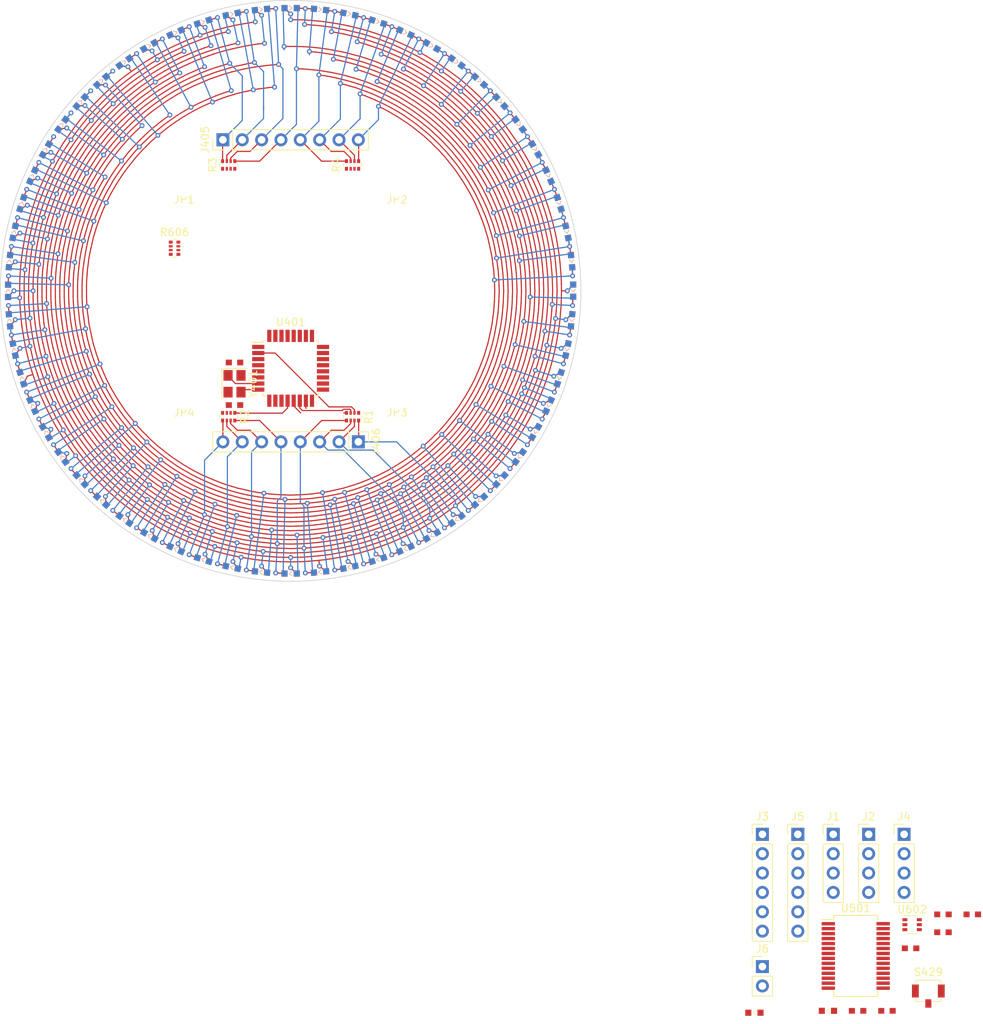
<source format=kicad_pcb>
(kicad_pcb (version 20171130) (host pcbnew 5.1.4-e60b266~84~ubuntu18.04.1)
  (layers (0 F.Cu signal) (31 B.Cu signal) (34 B.Paste user) (35 F.Paste user) (36 B.SilkS user) (37 F.SilkS user) (38 B.Mask user) (39 F.Mask user) (44 Edge.Cuts user))
  (net 0 "")
  (net 1 +5V)
  (net 2 GND)
  (net 3 /XTAL1)
  (net 4 /XTAL2)
  (net 5 "Net-(C420-Pad1)")
  (net 6 /RESET)
  (net 7 "Net-(C502-Pad2)")
  (net 8 "Net-(D501-Pad1)")
  (net 9 "Net-(D502-Pad1)")
  (net 10 /USBD+)
  (net 11 /USBD-)
  (net 12 /P01)
  (net 13 /D12)
  (net 14 /P16)
  (net 15 /AT_TX)
  (net 16 /GPS_TX)
  (net 17 +3V3)
  (net 18 /PPS)
  (net 19 /Q01)
  (net 20 /P03)
  (net 21 /P02)
  (net 22 /P04)
  (net 23 /P05)
  (net 24 /P07)
  (net 25 /P06)
  (net 26 /P08)
  (net 27 /P09)
  (net 28 /P11)
  (net 29 /P10)
  (net 30 /P12)
  (net 31 /P14)
  (net 32 /P15)
  (net 33 /P13)
  (net 34 "Net-(R501-Pad1)")
  (net 35 "Net-(R502-Pad1)")
  (net 36 /AT_RX)
  (net 37 /USB_TX)
  (net 38 /Q02)
  (net 39 /Q03)
  (net 40 /Q04)
  (net 41 /Q05)
  (net 42 /Q06)
  (net 43 /Q07)
  (net 44 /Q08)
  (net 45 /Q09)
  (net 46 /Q10)
  (net 47 /Q11)
  (net 48 /Q12)
  (net 49 /Q13)
  (net 50 /Q14)
  (net 51 /Q15)
  (net 52 /Q16)
  (module KwanSystems:D_0603 (layer F.Cu) (at 80.7974 72.5932 54)
    (fp_text reference D021)
    (fp_text value HOUR)
    (pad 2 smd rect (at 0.8 0 234) (size 0.8 0.8) (layers F.Cu F.Paste F.Mask) (net 43 /Q07))
    (pad 1 smd rect (at -0.8 0 234) (size 0.8 0.8) (layers F.Cu F.Paste F.Mask) (net 45 /Q09))
  )
  (module Connector_PinHeader_2.54mm:PinHeader_1x08_P2.54mm_Vertical (layer F.Cu) (at 59.69 70.612 270)
    (fp_text reference J406 (at 0 -2.33 90) (layer F.SilkS))
    (fp_text value Conn_01x08)
    (pad 1 thru_hole rect (at 0 0 270) (size 1.7 1.7) (drill 1) (layers *.Cu *.Mask) (net 19 /Q01))
    (pad 2 thru_hole oval (at 0 2.54 270) (size 1.7 1.7) (drill 1) (layers *.Cu *.Mask) (net 38 /Q02))
    (pad 3 thru_hole oval (at 0 5.08 270) (size 1.7 1.7) (drill 1) (layers *.Cu *.Mask) (net 39 /Q03))
    (pad 4 thru_hole oval (at 0 7.62 270) (size 1.7 1.7) (drill 1) (layers *.Cu *.Mask) (net 40 /Q04))
    (pad 5 thru_hole oval (at 0 10.16 270) (size 1.7 1.7) (drill 1) (layers *.Cu *.Mask) (net 41 /Q05))
    (pad 6 thru_hole oval (at 0 12.7 270) (size 1.7 1.7) (drill 1) (layers *.Cu *.Mask) (net 42 /Q06))
    (pad 7 thru_hole oval (at 0 15.24 270) (size 1.7 1.7) (drill 1) (layers *.Cu *.Mask) (net 43 /Q07))
    (pad 8 thru_hole oval (at 0 17.78 270) (size 1.7 1.7) (drill 1) (layers *.Cu *.Mask) (net 44 /Q08))
  )
  (module KwanSystems:SMD_0603 (layer F.Cu) (at 136.425001 134.945001)
    (fp_text reference C10)
    (fp_text value 4.7uF)
    (pad 1 smd rect (at -0.75 0) (size 0.8 0.75) (layers F.Cu F.Paste F.Mask) (net 1 +5V))
    (pad 2 smd rect (at 0.75 0) (size 0.8 0.75) (layers F.Cu F.Paste F.Mask) (net 2 GND))
  )
  (module KwanSystems:SMD_0603 (layer F.Cu) (at 43.434 60.198 180)
    (fp_text reference C407)
    (fp_text value 18pF)
    (pad 2 smd rect (at 0.75 0 180) (size 0.8 0.75) (layers F.Cu F.Paste F.Mask) (net 3 /XTAL1))
    (pad 1 smd rect (at -0.75 0 180) (size 0.8 0.75) (layers F.Cu F.Paste F.Mask) (net 2 GND))
  )
  (module KwanSystems:SMD_0603 (layer F.Cu) (at 43.434 65.786)
    (fp_text reference C408)
    (fp_text value 18pF)
    (pad 1 smd rect (at -0.75 0) (size 0.8 0.75) (layers F.Cu F.Paste F.Mask) (net 2 GND))
    (pad 2 smd rect (at 0.75 0) (size 0.8 0.75) (layers F.Cu F.Paste F.Mask) (net 4 /XTAL2))
  )
  (module KwanSystems:SMD_0603 (layer F.Cu) (at 125.225001 145.245001)
    (fp_text reference C418)
    (fp_text value 4.7uF)
    (pad 2 smd rect (at 0.75 0) (size 0.8 0.75) (layers F.Cu F.Paste F.Mask) (net 1 +5V))
    (pad 1 smd rect (at -0.75 0) (size 0.8 0.75) (layers F.Cu F.Paste F.Mask) (net 2 GND))
  )
  (module KwanSystems:SMD_0603 (layer F.Cu) (at 136.425001 132.595001)
    (fp_text reference C420)
    (fp_text value 100nF)
    (pad 2 smd rect (at 0.75 0) (size 0.8 0.75) (layers F.Cu F.Paste F.Mask) (net 2 GND))
    (pad 1 smd rect (at -0.75 0) (size 0.8 0.75) (layers F.Cu F.Paste F.Mask) (net 5 "Net-(C420-Pad1)"))
  )
  (module KwanSystems:SMD_0603 (layer F.Cu) (at 132.175001 137.045001)
    (fp_text reference C502)
    (fp_text value 100nF)
    (pad 1 smd rect (at -0.75 0) (size 0.8 0.75) (layers F.Cu F.Paste F.Mask) (net 6 /RESET))
    (pad 2 smd rect (at 0.75 0) (size 0.8 0.75) (layers F.Cu F.Paste F.Mask) (net 7 "Net-(C502-Pad2)"))
  )
  (module KwanSystems:D_0603 (layer F.Cu) (at 121.325001 145.245001)
    (fp_text reference D501)
    (fp_text value BLUE)
    (pad 1 smd rect (at -0.8 0 180) (size 0.8 0.8) (layers F.Cu F.Paste F.Mask) (net 8 "Net-(D501-Pad1)"))
    (pad 2 smd rect (at 0.8 0 180) (size 0.8 0.8) (layers F.Cu F.Paste F.Mask) (net 1 +5V))
  )
  (module KwanSystems:D_0603 (layer F.Cu) (at 111.675001 145.495001)
    (fp_text reference D502)
    (fp_text value RED)
    (pad 2 smd rect (at 0.8 0 180) (size 0.8 0.8) (layers F.Cu F.Paste F.Mask) (net 1 +5V))
    (pad 1 smd rect (at -0.8 0 180) (size 0.8 0.8) (layers F.Cu F.Paste F.Mask) (net 9 "Net-(D502-Pad1)"))
  )
  (module Connector_PinHeader_2.54mm:PinHeader_1x04_P2.54mm_Vertical (layer F.Cu) (at 122.025001 122.095001)
    (fp_text reference J1 (at 0 -2.33) (layer F.SilkS))
    (fp_text value M04PTH)
    (pad 1 thru_hole rect (at 0 0) (size 1.7 1.7) (drill 1) (layers *.Cu *.Mask) (net 10 /USBD+))
    (pad 2 thru_hole oval (at 0 2.54) (size 1.7 1.7) (drill 1) (layers *.Cu *.Mask) (net 11 /USBD-))
    (pad 3 thru_hole oval (at 0 5.08) (size 1.7 1.7) (drill 1) (layers *.Cu *.Mask) (net 1 +5V))
    (pad 4 thru_hole oval (at 0 7.62) (size 1.7 1.7) (drill 1) (layers *.Cu *.Mask) (net 2 GND))
  )
  (module Connector_PinHeader_2.54mm:PinHeader_1x04_P2.54mm_Vertical (layer F.Cu) (at 126.675001 122.095001)
    (fp_text reference J2 (at 0 -2.33) (layer F.SilkS))
    (fp_text value M04PTH)
    (pad 4 thru_hole oval (at 0 7.62) (size 1.7 1.7) (drill 1) (layers *.Cu *.Mask) (net 2 GND))
    (pad 3 thru_hole oval (at 0 5.08) (size 1.7 1.7) (drill 1) (layers *.Cu *.Mask) (net 1 +5V))
    (pad 2 thru_hole oval (at 0 2.54) (size 1.7 1.7) (drill 1) (layers *.Cu *.Mask) (net 11 /USBD-))
    (pad 1 thru_hole rect (at 0 0) (size 1.7 1.7) (drill 1) (layers *.Cu *.Mask) (net 10 /USBD+))
  )
  (module Connector_PinHeader_2.54mm:PinHeader_1x06_P2.54mm_Vertical (layer F.Cu) (at 112.725001 122.095001)
    (fp_text reference J3 (at 0 -2.33) (layer F.SilkS))
    (fp_text value M06SIP)
    (pad 6 thru_hole oval (at 0 12.7) (size 1.7 1.7) (drill 1) (layers *.Cu *.Mask) (net 12 /P01))
    (pad 5 thru_hole oval (at 0 10.16) (size 1.7 1.7) (drill 1) (layers *.Cu *.Mask) (net 13 /D12))
    (pad 4 thru_hole oval (at 0 7.62) (size 1.7 1.7) (drill 1) (layers *.Cu *.Mask) (net 14 /P16))
    (pad 3 thru_hole oval (at 0 5.08) (size 1.7 1.7) (drill 1) (layers *.Cu *.Mask) (net 2 GND))
    (pad 2 thru_hole oval (at 0 2.54) (size 1.7 1.7) (drill 1) (layers *.Cu *.Mask) (net 1 +5V))
    (pad 1 thru_hole rect (at 0 0) (size 1.7 1.7) (drill 1) (layers *.Cu *.Mask) (net 6 /RESET))
  )
  (module Connector_PinHeader_2.54mm:PinHeader_1x04_P2.54mm_Vertical (layer F.Cu) (at 131.325001 122.095001)
    (fp_text reference J4 (at 0 -2.33) (layer F.SilkS))
    (fp_text value M04PTH)
    (pad 1 thru_hole rect (at 0 0) (size 1.7 1.7) (drill 1) (layers *.Cu *.Mask) (net 15 /AT_TX))
    (pad 2 thru_hole oval (at 0 2.54) (size 1.7 1.7) (drill 1) (layers *.Cu *.Mask) (net 16 /GPS_TX))
    (pad 3 thru_hole oval (at 0 5.08) (size 1.7 1.7) (drill 1) (layers *.Cu *.Mask) (net 2 GND))
    (pad 4 thru_hole oval (at 0 7.62) (size 1.7 1.7) (drill 1) (layers *.Cu *.Mask) (net 17 +3V3))
  )
  (module Connector_PinHeader_2.54mm:PinHeader_1x06_P2.54mm_Vertical (layer F.Cu) (at 117.375001 122.095001)
    (fp_text reference J5 (at 0 -2.33) (layer F.SilkS))
    (fp_text value M06SIP)
    (pad 1 thru_hole rect (at 0 0) (size 1.7 1.7) (drill 1) (layers *.Cu *.Mask) (net 6 /RESET))
    (pad 2 thru_hole oval (at 0 2.54) (size 1.7 1.7) (drill 1) (layers *.Cu *.Mask) (net 1 +5V))
    (pad 3 thru_hole oval (at 0 5.08) (size 1.7 1.7) (drill 1) (layers *.Cu *.Mask) (net 2 GND))
    (pad 4 thru_hole oval (at 0 7.62) (size 1.7 1.7) (drill 1) (layers *.Cu *.Mask) (net 14 /P16))
    (pad 5 thru_hole oval (at 0 10.16) (size 1.7 1.7) (drill 1) (layers *.Cu *.Mask) (net 13 /D12))
    (pad 6 thru_hole oval (at 0 12.7) (size 1.7 1.7) (drill 1) (layers *.Cu *.Mask) (net 12 /P01))
  )
  (module Connector_PinHeader_2.54mm:PinHeader_1x02_P2.54mm_Vertical (layer F.Cu) (at 112.725001 139.445001)
    (fp_text reference J6 (at 0 -2.33) (layer F.SilkS))
    (fp_text value M02PTH)
    (pad 1 thru_hole rect (at 0 0) (size 1.7 1.7) (drill 1) (layers *.Cu *.Mask) (net 17 +3V3))
    (pad 2 thru_hole oval (at 0 2.54) (size 1.7 1.7) (drill 1) (layers *.Cu *.Mask) (net 18 /PPS))
  )
  (module Connector_PinHeader_2.54mm:PinHeader_1x08_P2.54mm_Vertical (layer F.Cu) (at 41.91 30.988 90)
    (fp_text reference J405 (at 0 -2.33 90) (layer F.SilkS))
    (fp_text value Conn_01x08)
    (pad 8 thru_hole oval (at 0 17.78 90) (size 1.7 1.7) (drill 1) (layers *.Cu *.Mask) (net 52 /Q16))
    (pad 7 thru_hole oval (at 0 15.24 90) (size 1.7 1.7) (drill 1) (layers *.Cu *.Mask) (net 51 /Q15))
    (pad 6 thru_hole oval (at 0 12.7 90) (size 1.7 1.7) (drill 1) (layers *.Cu *.Mask) (net 50 /Q14))
    (pad 5 thru_hole oval (at 0 10.16 90) (size 1.7 1.7) (drill 1) (layers *.Cu *.Mask) (net 49 /Q13))
    (pad 4 thru_hole oval (at 0 7.62 90) (size 1.7 1.7) (drill 1) (layers *.Cu *.Mask) (net 48 /Q12))
    (pad 3 thru_hole oval (at 0 5.08 90) (size 1.7 1.7) (drill 1) (layers *.Cu *.Mask) (net 47 /Q11))
    (pad 2 thru_hole oval (at 0 2.54 90) (size 1.7 1.7) (drill 1) (layers *.Cu *.Mask) (net 46 /Q10))
    (pad 1 thru_hole rect (at 0 0 90) (size 1.7 1.7) (drill 1) (layers *.Cu *.Mask) (net 45 /Q09))
  )
  (module KwanSystems:STANDOFF_NONPLATED (layer F.Cu) (at 36.83 36.83)
    (fp_text reference JP1 (at 0 2) (layer F.SilkS))
    (fp_text value STANDOFF)
    (pad "" np_thru_hole circle (at 0 0) (size 3.302 3.302) (drill 3.302) (layers *.Cu *.Mask))
  )
  (module KwanSystems:STANDOFF_NONPLATED (layer F.Cu) (at 64.77 36.83)
    (fp_text reference JP2 (at 0 2) (layer F.SilkS))
    (fp_text value STAND-OFF)
    (pad "" np_thru_hole circle (at 0 0) (size 3.302 3.302) (drill 3.302) (layers *.Cu *.Mask))
  )
  (module KwanSystems:STANDOFF_NONPLATED (layer F.Cu) (at 64.77 64.77)
    (fp_text reference JP3 (at 0 2) (layer F.SilkS))
    (fp_text value STAND-OFF)
    (pad "" np_thru_hole circle (at 0 0) (size 3.302 3.302) (drill 3.302) (layers *.Cu *.Mask))
  )
  (module KwanSystems:STANDOFF_NONPLATED (layer F.Cu) (at 36.83 64.77)
    (fp_text reference JP4 (at 0 2) (layer F.SilkS))
    (fp_text value STAND-OFF)
    (pad "" np_thru_hole circle (at 0 0) (size 3.302 3.302) (drill 3.302) (layers *.Cu *.Mask))
  )
  (module KwanSystems:R_Array_Convex_4x0402 (layer F.Cu) (at 58.928 67.31 270)
    (fp_text reference R1 (at 0 -2.1 90) (layer F.SilkS))
    (fp_text value 47)
    (pad 1 smd rect (at -0.5 -0.8 270) (size 0.5 0.4) (layers F.Cu F.Paste F.Mask) (net 12 /P01))
    (pad 3 smd rect (at -0.5 0.25 270) (size 0.5 0.3) (layers F.Cu F.Paste F.Mask) (net 20 /P03))
    (pad 2 smd rect (at -0.5 -0.25 270) (size 0.5 0.3) (layers F.Cu F.Paste F.Mask) (net 21 /P02))
    (pad 4 smd rect (at -0.5 0.8 270) (size 0.5 0.4) (layers F.Cu F.Paste F.Mask) (net 22 /P04))
    (pad 7 smd rect (at 0.5 -0.25 270) (size 0.5 0.3) (layers F.Cu F.Paste F.Mask) (net 38 /Q02))
    (pad 8 smd rect (at 0.5 -0.8 270) (size 0.5 0.4) (layers F.Cu F.Paste F.Mask) (net 19 /Q01))
    (pad 6 smd rect (at 0.5 0.25 270) (size 0.5 0.3) (layers F.Cu F.Paste F.Mask) (net 39 /Q03))
    (pad 5 smd rect (at 0.5 0.8 270) (size 0.5 0.4) (layers F.Cu F.Paste F.Mask) (net 40 /Q04))
  )
  (module KwanSystems:R_Array_Convex_4x0402 (layer F.Cu) (at 42.672 67.31 270)
    (fp_text reference R2 (at 0 -2.1 90) (layer F.SilkS))
    (fp_text value 47)
    (pad 1 smd rect (at -0.5 -0.8 270) (size 0.5 0.4) (layers F.Cu F.Paste F.Mask) (net 23 /P05))
    (pad 3 smd rect (at -0.5 0.25 270) (size 0.5 0.3) (layers F.Cu F.Paste F.Mask) (net 24 /P07))
    (pad 2 smd rect (at -0.5 -0.25 270) (size 0.5 0.3) (layers F.Cu F.Paste F.Mask) (net 25 /P06))
    (pad 4 smd rect (at -0.5 0.8 270) (size 0.5 0.4) (layers F.Cu F.Paste F.Mask) (net 26 /P08))
    (pad 7 smd rect (at 0.5 -0.25 270) (size 0.5 0.3) (layers F.Cu F.Paste F.Mask) (net 42 /Q06))
    (pad 8 smd rect (at 0.5 -0.8 270) (size 0.5 0.4) (layers F.Cu F.Paste F.Mask) (net 41 /Q05))
    (pad 6 smd rect (at 0.5 0.25 270) (size 0.5 0.3) (layers F.Cu F.Paste F.Mask) (net 43 /Q07))
    (pad 5 smd rect (at 0.5 0.8 270) (size 0.5 0.4) (layers F.Cu F.Paste F.Mask) (net 44 /Q08))
  )
  (module KwanSystems:R_Array_Convex_4x0402 (layer F.Cu) (at 42.672 34.29 90)
    (fp_text reference R3 (at 0 -2.1 90) (layer F.SilkS))
    (fp_text value 47)
    (pad 1 smd rect (at -0.5 -0.8 90) (size 0.5 0.4) (layers F.Cu F.Paste F.Mask) (net 27 /P09))
    (pad 3 smd rect (at -0.5 0.25 90) (size 0.5 0.3) (layers F.Cu F.Paste F.Mask) (net 28 /P11))
    (pad 2 smd rect (at -0.5 -0.25 90) (size 0.5 0.3) (layers F.Cu F.Paste F.Mask) (net 29 /P10))
    (pad 4 smd rect (at -0.5 0.8 90) (size 0.5 0.4) (layers F.Cu F.Paste F.Mask) (net 30 /P12))
    (pad 7 smd rect (at 0.5 -0.25 90) (size 0.5 0.3) (layers F.Cu F.Paste F.Mask) (net 46 /Q10))
    (pad 8 smd rect (at 0.5 -0.8 90) (size 0.5 0.4) (layers F.Cu F.Paste F.Mask) (net 45 /Q09))
    (pad 6 smd rect (at 0.5 0.25 90) (size 0.5 0.3) (layers F.Cu F.Paste F.Mask) (net 47 /Q11))
    (pad 5 smd rect (at 0.5 0.8 90) (size 0.5 0.4) (layers F.Cu F.Paste F.Mask) (net 48 /Q12))
  )
  (module KwanSystems:R_Array_Convex_4x0402 (layer F.Cu) (at 58.928 34.29 90)
    (fp_text reference R4 (at 0 -2.1 90) (layer F.SilkS))
    (fp_text value 47)
    (pad 5 smd rect (at 0.5 0.8 90) (size 0.5 0.4) (layers F.Cu F.Paste F.Mask) (net 52 /Q16))
    (pad 6 smd rect (at 0.5 0.25 90) (size 0.5 0.3) (layers F.Cu F.Paste F.Mask) (net 51 /Q15))
    (pad 8 smd rect (at 0.5 -0.8 90) (size 0.5 0.4) (layers F.Cu F.Paste F.Mask) (net 49 /Q13))
    (pad 7 smd rect (at 0.5 -0.25 90) (size 0.5 0.3) (layers F.Cu F.Paste F.Mask) (net 50 /Q14))
    (pad 4 smd rect (at -0.5 0.8 90) (size 0.5 0.4) (layers F.Cu F.Paste F.Mask) (net 14 /P16))
    (pad 2 smd rect (at -0.5 -0.25 90) (size 0.5 0.3) (layers F.Cu F.Paste F.Mask) (net 31 /P14))
    (pad 3 smd rect (at -0.5 0.25 90) (size 0.5 0.3) (layers F.Cu F.Paste F.Mask) (net 32 /P15))
    (pad 1 smd rect (at -0.5 -0.8 90) (size 0.5 0.4) (layers F.Cu F.Paste F.Mask) (net 33 /P13))
  )
  (module KwanSystems:SMD_0603 (layer F.Cu) (at 129.075001 145.245001)
    (fp_text reference R501)
    (fp_text value 680)
    (pad 2 smd rect (at 0.75 0) (size 0.8 0.75) (layers F.Cu F.Paste F.Mask) (net 8 "Net-(D501-Pad1)"))
    (pad 1 smd rect (at -0.75 0) (size 0.8 0.75) (layers F.Cu F.Paste F.Mask) (net 34 "Net-(R501-Pad1)"))
  )
  (module KwanSystems:SMD_0603 (layer F.Cu) (at 140.275001 132.595001)
    (fp_text reference R502)
    (fp_text value 680)
    (pad 1 smd rect (at -0.75 0) (size 0.8 0.75) (layers F.Cu F.Paste F.Mask) (net 35 "Net-(R502-Pad1)"))
    (pad 2 smd rect (at 0.75 0) (size 0.8 0.75) (layers F.Cu F.Paste F.Mask) (net 9 "Net-(D502-Pad1)"))
  )
  (module KwanSystems:R_Array_Convex_4x0402 (layer F.Cu) (at 35.56 45.212)
    (fp_text reference R606 (at 0 -2.1) (layer F.SilkS))
    (fp_text value 10k)
    (pad 5 smd rect (at 0.5 0.8) (size 0.5 0.4) (layers F.Cu F.Paste F.Mask) (net 6 /RESET))
    (pad 6 smd rect (at 0.5 0.25) (size 0.5 0.3) (layers F.Cu F.Paste F.Mask))
    (pad 8 smd rect (at 0.5 -0.8) (size 0.5 0.4) (layers F.Cu F.Paste F.Mask) (net 13 /D12))
    (pad 7 smd rect (at 0.5 -0.25) (size 0.5 0.3) (layers F.Cu F.Paste F.Mask))
    (pad 4 smd rect (at -0.5 0.8) (size 0.5 0.4) (layers F.Cu F.Paste F.Mask) (net 1 +5V))
    (pad 2 smd rect (at -0.5 -0.25) (size 0.5 0.3) (layers F.Cu F.Paste F.Mask))
    (pad 3 smd rect (at -0.5 0.25) (size 0.5 0.3) (layers F.Cu F.Paste F.Mask))
    (pad 1 smd rect (at -0.5 -0.8) (size 0.5 0.4) (layers F.Cu F.Paste F.Mask) (net 1 +5V))
  )
  (module Package_QFP:TQFP-32_7x7mm_P0.8mm (layer F.Cu) (at 50.8 60.96)
    (fp_text reference U401 (at 0 -6.05) (layer F.SilkS))
    (fp_text value ATMEGA328P-AU)
    (pad 1 smd rect (at -4.25 -2.8) (size 1.6 0.55) (layers F.Cu F.Paste F.Mask) (net 27 /P09))
    (pad 2 smd rect (at -4.25 -2) (size 1.6 0.55) (layers F.Cu F.Paste F.Mask) (net 21 /P02))
    (pad 3 smd rect (at -4.25 -1.2) (size 1.6 0.55) (layers F.Cu F.Paste F.Mask) (net 2 GND))
    (pad 4 smd rect (at -4.25 -0.4) (size 1.6 0.55) (layers F.Cu F.Paste F.Mask) (net 1 +5V))
    (pad 5 smd rect (at -4.25 0.4) (size 1.6 0.55) (layers F.Cu F.Paste F.Mask) (net 2 GND))
    (pad 6 smd rect (at -4.25 1.2) (size 1.6 0.55) (layers F.Cu F.Paste F.Mask) (net 1 +5V))
    (pad 7 smd rect (at -4.25 2) (size 1.6 0.55) (layers F.Cu F.Paste F.Mask) (net 3 /XTAL1))
    (pad 8 smd rect (at -4.25 2.8) (size 1.6 0.55) (layers F.Cu F.Paste F.Mask) (net 4 /XTAL2))
    (pad 9 smd rect (at -2.8 4.25 90) (size 1.6 0.55) (layers F.Cu F.Paste F.Mask) (net 26 /P08))
    (pad 10 smd rect (at -2 4.25 90) (size 1.6 0.55) (layers F.Cu F.Paste F.Mask) (net 24 /P07))
    (pad 11 smd rect (at -1.2 4.25 90) (size 1.6 0.55) (layers F.Cu F.Paste F.Mask) (net 25 /P06))
    (pad 12 smd rect (at -0.4 4.25 90) (size 1.6 0.55) (layers F.Cu F.Paste F.Mask) (net 23 /P05))
    (pad 13 smd rect (at 0.4 4.25 90) (size 1.6 0.55) (layers F.Cu F.Paste F.Mask) (net 22 /P04))
    (pad 14 smd rect (at 1.2 4.25 90) (size 1.6 0.55) (layers F.Cu F.Paste F.Mask) (net 20 /P03))
    (pad 15 smd rect (at 2 4.25 90) (size 1.6 0.55) (layers F.Cu F.Paste F.Mask) (net 12 /P01))
    (pad 16 smd rect (at 2.8 4.25 90) (size 1.6 0.55) (layers F.Cu F.Paste F.Mask) (net 13 /D12))
    (pad 17 smd rect (at 4.25 2.8) (size 1.6 0.55) (layers F.Cu F.Paste F.Mask) (net 14 /P16))
    (pad 18 smd rect (at 4.25 2) (size 1.6 0.55) (layers F.Cu F.Paste F.Mask) (net 1 +5V))
    (pad 19 smd rect (at 4.25 1.2) (size 1.6 0.55) (layers F.Cu F.Paste F.Mask))
    (pad 20 smd rect (at 4.25 0.4) (size 1.6 0.55) (layers F.Cu F.Paste F.Mask) (net 5 "Net-(C420-Pad1)"))
    (pad 21 smd rect (at 4.25 -0.4) (size 1.6 0.55) (layers F.Cu F.Paste F.Mask) (net 2 GND))
    (pad 22 smd rect (at 4.25 -1.2) (size 1.6 0.55) (layers F.Cu F.Paste F.Mask))
    (pad 23 smd rect (at 4.25 -2) (size 1.6 0.55) (layers F.Cu F.Paste F.Mask) (net 32 /P15))
    (pad 24 smd rect (at 4.25 -2.8) (size 1.6 0.55) (layers F.Cu F.Paste F.Mask) (net 31 /P14))
    (pad 25 smd rect (at 2.8 -4.25 90) (size 1.6 0.55) (layers F.Cu F.Paste F.Mask) (net 33 /P13))
    (pad 26 smd rect (at 2 -4.25 90) (size 1.6 0.55) (layers F.Cu F.Paste F.Mask) (net 30 /P12))
    (pad 27 smd rect (at 1.2 -4.25 90) (size 1.6 0.55) (layers F.Cu F.Paste F.Mask) (net 28 /P11))
    (pad 28 smd rect (at 0.4 -4.25 90) (size 1.6 0.55) (layers F.Cu F.Paste F.Mask) (net 29 /P10))
    (pad 29 smd rect (at -0.4 -4.25 90) (size 1.6 0.55) (layers F.Cu F.Paste F.Mask) (net 6 /RESET))
    (pad 30 smd rect (at -1.2 -4.25 90) (size 1.6 0.55) (layers F.Cu F.Paste F.Mask) (net 36 /AT_RX))
    (pad 31 smd rect (at -2 -4.25 90) (size 1.6 0.55) (layers F.Cu F.Paste F.Mask) (net 15 /AT_TX))
    (pad 32 smd rect (at -2.8 -4.25 90) (size 1.6 0.55) (layers F.Cu F.Paste F.Mask) (net 18 /PPS))
  )
  (module Package_SO:SSOP-28_5.3x10.2mm_P0.65mm (layer F.Cu) (at 124.975001 138.045001)
    (fp_text reference U501 (at 0 -6.25) (layer F.SilkS))
    (fp_text value FT232RL)
    (pad 1 smd rect (at -3.6 -4.225) (size 1.75 0.45) (layers F.Cu F.Paste F.Mask) (net 37 /USB_TX))
    (pad 2 smd rect (at -3.6 -3.575) (size 1.75 0.45) (layers F.Cu F.Paste F.Mask) (net 7 "Net-(C502-Pad2)"))
    (pad 3 smd rect (at -3.6 -2.925) (size 1.75 0.45) (layers F.Cu F.Paste F.Mask))
    (pad 4 smd rect (at -3.6 -2.275) (size 1.75 0.45) (layers F.Cu F.Paste F.Mask) (net 1 +5V))
    (pad 5 smd rect (at -3.6 -1.625) (size 1.75 0.45) (layers F.Cu F.Paste F.Mask) (net 15 /AT_TX))
    (pad 6 smd rect (at -3.6 -0.975) (size 1.75 0.45) (layers F.Cu F.Paste F.Mask))
    (pad 7 smd rect (at -3.6 -0.325) (size 1.75 0.45) (layers F.Cu F.Paste F.Mask) (net 2 GND))
    (pad 8 smd rect (at -3.6 0.325) (size 1.75 0.45) (layers F.Cu F.Paste F.Mask))
    (pad 9 smd rect (at -3.6 0.975) (size 1.75 0.45) (layers F.Cu F.Paste F.Mask))
    (pad 10 smd rect (at -3.6 1.625) (size 1.75 0.45) (layers F.Cu F.Paste F.Mask))
    (pad 11 smd rect (at -3.6 2.275) (size 1.75 0.45) (layers F.Cu F.Paste F.Mask))
    (pad 12 smd rect (at -3.6 2.925) (size 1.75 0.45) (layers F.Cu F.Paste F.Mask))
    (pad 13 smd rect (at -3.6 3.575) (size 1.75 0.45) (layers F.Cu F.Paste F.Mask))
    (pad 14 smd rect (at -3.6 4.225) (size 1.75 0.45) (layers F.Cu F.Paste F.Mask))
    (pad 15 smd rect (at 3.6 4.225) (size 1.75 0.45) (layers F.Cu F.Paste F.Mask) (net 10 /USBD+))
    (pad 16 smd rect (at 3.6 3.575) (size 1.75 0.45) (layers F.Cu F.Paste F.Mask) (net 11 /USBD-))
    (pad 17 smd rect (at 3.6 2.925) (size 1.75 0.45) (layers F.Cu F.Paste F.Mask) (net 17 +3V3))
    (pad 18 smd rect (at 3.6 2.275) (size 1.75 0.45) (layers F.Cu F.Paste F.Mask) (net 2 GND))
    (pad 19 smd rect (at 3.6 1.625) (size 1.75 0.45) (layers F.Cu F.Paste F.Mask))
    (pad 20 smd rect (at 3.6 0.975) (size 1.75 0.45) (layers F.Cu F.Paste F.Mask) (net 1 +5V))
    (pad 21 smd rect (at 3.6 0.325) (size 1.75 0.45) (layers F.Cu F.Paste F.Mask) (net 2 GND))
    (pad 22 smd rect (at 3.6 -0.325) (size 1.75 0.45) (layers F.Cu F.Paste F.Mask) (net 35 "Net-(R502-Pad1)"))
    (pad 23 smd rect (at 3.6 -0.975) (size 1.75 0.45) (layers F.Cu F.Paste F.Mask) (net 34 "Net-(R501-Pad1)"))
    (pad 24 smd rect (at 3.6 -1.625) (size 1.75 0.45) (layers F.Cu F.Paste F.Mask))
    (pad 25 smd rect (at 3.6 -2.275) (size 1.75 0.45) (layers F.Cu F.Paste F.Mask) (net 2 GND))
    (pad 26 smd rect (at 3.6 -2.925) (size 1.75 0.45) (layers F.Cu F.Paste F.Mask) (net 2 GND))
    (pad 27 smd rect (at 3.6 -3.575) (size 1.75 0.45) (layers F.Cu F.Paste F.Mask))
    (pad 28 smd rect (at 3.6 -4.225) (size 1.75 0.45) (layers F.Cu F.Paste F.Mask))
  )
  (module Package_TO_SOT_SMD:SOT-363_SC-70-6 (layer F.Cu) (at 132.375001 133.945001)
    (fp_text reference U602 (at 0 -2) (layer F.SilkS))
    (fp_text value ZF7)
    (pad 1 smd rect (at -0.95 -0.65) (size 0.65 0.4) (layers F.Cu F.Paste F.Mask) (net 37 /USB_TX))
    (pad 3 smd rect (at -0.95 0.65) (size 0.65 0.4) (layers F.Cu F.Paste F.Mask) (net 16 /GPS_TX))
    (pad 5 smd rect (at 0.95 0) (size 0.65 0.4) (layers F.Cu F.Paste F.Mask) (net 1 +5V))
    (pad 2 smd rect (at -0.95 0) (size 0.65 0.4) (layers F.Cu F.Paste F.Mask) (net 2 GND))
    (pad 4 smd rect (at 0.95 0.65) (size 0.65 0.4) (layers F.Cu F.Paste F.Mask) (net 36 /AT_RX))
    (pad 6 smd rect (at 0.95 -0.65) (size 0.65 0.4) (layers F.Cu F.Paste F.Mask) (net 13 /D12))
  )
  (module KwanSystems:D_0603 (layer F.Cu) (at 50.8 13.716 180)
    (fp_text reference D000)
    (fp_text value HOUR)
    (pad 1 smd rect (at -0.8 0) (size 0.8 0.8) (layers F.Cu F.Paste F.Mask) (net 38 /Q02))
    (pad 2 smd rect (at 0.8 0) (size 0.8 0.8) (layers F.Cu F.Paste F.Mask) (net 19 /Q01))
  )
  (module KwanSystems:D_0603 (layer F.Cu) (at 54.6608 13.8938 174)
    (fp_text reference D001)
    (fp_text value HOUR)
    (pad 2 smd rect (at 0.8 0 354) (size 0.8 0.8) (layers F.Cu F.Paste F.Mask) (net 38 /Q02))
    (pad 1 smd rect (at -0.8 0 354) (size 0.8 0.8) (layers F.Cu F.Paste F.Mask) (net 39 /Q03))
  )
  (module KwanSystems:D_0603 (layer F.Cu) (at 58.4962 14.5034 168)
    (fp_text reference D002)
    (fp_text value HOUR)
    (pad 2 smd rect (at 0.8 0 348) (size 0.8 0.8) (layers F.Cu F.Paste F.Mask) (net 39 /Q03))
    (pad 1 smd rect (at -0.8 0 348) (size 0.8 0.8) (layers F.Cu F.Paste F.Mask) (net 40 /Q04))
  )
  (module KwanSystems:D_0603 (layer F.Cu) (at 62.2554 15.5194 162)
    (fp_text reference D003)
    (fp_text value HOUR)
    (pad 1 smd rect (at -0.8 0 342) (size 0.8 0.8) (layers F.Cu F.Paste F.Mask) (net 41 /Q05))
    (pad 2 smd rect (at 0.8 0 342) (size 0.8 0.8) (layers F.Cu F.Paste F.Mask) (net 40 /Q04))
  )
  (module KwanSystems:D_0603 (layer F.Cu) (at 65.8622 16.9164 156)
    (fp_text reference D004)
    (fp_text value HOUR)
    (pad 1 smd rect (at -0.8 0 336) (size 0.8 0.8) (layers F.Cu F.Paste F.Mask) (net 42 /Q06))
    (pad 2 smd rect (at 0.8 0 336) (size 0.8 0.8) (layers F.Cu F.Paste F.Mask) (net 41 /Q05))
  )
  (module KwanSystems:D_0603 (layer F.Cu) (at 69.3166 18.669 150)
    (fp_text reference D005)
    (fp_text value HOUR)
    (pad 2 smd rect (at 0.8 0 330) (size 0.8 0.8) (layers F.Cu F.Paste F.Mask) (net 42 /Q06))
    (pad 1 smd rect (at -0.8 0 330) (size 0.8 0.8) (layers F.Cu F.Paste F.Mask) (net 43 /Q07))
  )
  (module KwanSystems:D_0603 (layer F.Cu) (at 72.5932 20.7772 144)
    (fp_text reference D006)
    (fp_text value HOUR)
    (pad 1 smd rect (at -0.8 0 324) (size 0.8 0.8) (layers F.Cu F.Paste F.Mask) (net 44 /Q08))
    (pad 2 smd rect (at 0.8 0 324) (size 0.8 0.8) (layers F.Cu F.Paste F.Mask) (net 43 /Q07))
  )
  (module KwanSystems:D_0603 (layer F.Cu) (at 75.5904 23.241 138)
    (fp_text reference D007)
    (fp_text value HOUR)
    (pad 2 smd rect (at 0.8 0 318) (size 0.8 0.8) (layers F.Cu F.Paste F.Mask) (net 44 /Q08))
    (pad 1 smd rect (at -0.8 0 318) (size 0.8 0.8) (layers F.Cu F.Paste F.Mask) (net 45 /Q09))
  )
  (module KwanSystems:D_0603 (layer F.Cu) (at 78.3336 25.9842 132)
    (fp_text reference D008)
    (fp_text value HOUR)
    (pad 1 smd rect (at -0.8 0 312) (size 0.8 0.8) (layers F.Cu F.Paste F.Mask) (net 46 /Q10))
    (pad 2 smd rect (at 0.8 0 312) (size 0.8 0.8) (layers F.Cu F.Paste F.Mask) (net 45 /Q09))
  )
  (module KwanSystems:D_0603 (layer F.Cu) (at 80.7974 28.9814 126)
    (fp_text reference D009)
    (fp_text value HOUR)
    (pad 2 smd rect (at 0.8 0 306) (size 0.8 0.8) (layers F.Cu F.Paste F.Mask) (net 46 /Q10))
    (pad 1 smd rect (at -0.8 0 306) (size 0.8 0.8) (layers F.Cu F.Paste F.Mask) (net 47 /Q11))
  )
  (module KwanSystems:D_0603 (layer F.Cu) (at 82.9056 32.2326 120)
    (fp_text reference D010)
    (fp_text value HOUR)
    (pad 1 smd rect (at -0.8 0 300) (size 0.8 0.8) (layers F.Cu F.Paste F.Mask) (net 48 /Q12))
    (pad 2 smd rect (at 0.8 0 300) (size 0.8 0.8) (layers F.Cu F.Paste F.Mask) (net 47 /Q11))
  )
  (module KwanSystems:D_0603 (layer F.Cu) (at 84.6582 35.7124 114)
    (fp_text reference D011)
    (fp_text value HOUR)
    (pad 2 smd rect (at 0.8 0 294) (size 0.8 0.8) (layers F.Cu F.Paste F.Mask) (net 48 /Q12))
    (pad 1 smd rect (at -0.8 0 294) (size 0.8 0.8) (layers F.Cu F.Paste F.Mask) (net 49 /Q13))
  )
  (module KwanSystems:D_0603 (layer F.Cu) (at 86.0552 39.3192 108)
    (fp_text reference D012)
    (fp_text value HOUR)
    (pad 1 smd rect (at -0.8 0 288) (size 0.8 0.8) (layers F.Cu F.Paste F.Mask) (net 50 /Q14))
    (pad 2 smd rect (at 0.8 0 288) (size 0.8 0.8) (layers F.Cu F.Paste F.Mask) (net 49 /Q13))
  )
  (module KwanSystems:D_0603 (layer F.Cu) (at 87.0712 43.0784 102)
    (fp_text reference D013)
    (fp_text value HOUR)
    (pad 2 smd rect (at 0.8 0 282) (size 0.8 0.8) (layers F.Cu F.Paste F.Mask) (net 50 /Q14))
    (pad 1 smd rect (at -0.8 0 282) (size 0.8 0.8) (layers F.Cu F.Paste F.Mask) (net 51 /Q15))
  )
  (module KwanSystems:D_0603 (layer F.Cu) (at 87.6808 46.9138 96)
    (fp_text reference D014)
    (fp_text value HOUR)
    (pad 2 smd rect (at 0.8 0 276) (size 0.8 0.8) (layers F.Cu F.Paste F.Mask) (net 51 /Q15))
    (pad 1 smd rect (at -0.8 0 276) (size 0.8 0.8) (layers F.Cu F.Paste F.Mask) (net 52 /Q16))
  )
  (module KwanSystems:D_0603 (layer F.Cu) (at 87.884 50.7746 90)
    (fp_text reference D015)
    (fp_text value HOUR)
    (pad 1 smd rect (at -0.8 0 270) (size 0.8 0.8) (layers F.Cu F.Paste F.Mask) (net 39 /Q03))
    (pad 2 smd rect (at 0.8 0 270) (size 0.8 0.8) (layers F.Cu F.Paste F.Mask) (net 19 /Q01))
  )
  (module KwanSystems:D_0603 (layer F.Cu) (at 87.6808 54.6608 84)
    (fp_text reference D016)
    (fp_text value HOUR)
    (pad 2 smd rect (at 0.8 0 264) (size 0.8 0.8) (layers F.Cu F.Paste F.Mask) (net 38 /Q02))
    (pad 1 smd rect (at -0.8 0 264) (size 0.8 0.8) (layers F.Cu F.Paste F.Mask) (net 40 /Q04))
  )
  (module KwanSystems:D_0603 (layer F.Cu) (at 87.0712 58.4962 78)
    (fp_text reference D017)
    (fp_text value HOUR)
    (pad 2 smd rect (at 0.8 0 258) (size 0.8 0.8) (layers F.Cu F.Paste F.Mask) (net 39 /Q03))
    (pad 1 smd rect (at -0.8 0 258) (size 0.8 0.8) (layers F.Cu F.Paste F.Mask) (net 41 /Q05))
  )
  (module KwanSystems:D_0603 (layer F.Cu) (at 86.0552 62.2554 72)
    (fp_text reference D018)
    (fp_text value HOUR)
    (pad 1 smd rect (at -0.8 0 252) (size 0.8 0.8) (layers F.Cu F.Paste F.Mask) (net 42 /Q06))
    (pad 2 smd rect (at 0.8 0 252) (size 0.8 0.8) (layers F.Cu F.Paste F.Mask) (net 40 /Q04))
  )
  (module KwanSystems:D_0603 (layer F.Cu) (at 84.6582 65.8622 66)
    (fp_text reference D019)
    (fp_text value HOUR)
    (pad 2 smd rect (at 0.8 0 246) (size 0.8 0.8) (layers F.Cu F.Paste F.Mask) (net 41 /Q05))
    (pad 1 smd rect (at -0.8 0 246) (size 0.8 0.8) (layers F.Cu F.Paste F.Mask) (net 43 /Q07))
  )
  (module KwanSystems:D_0603 (layer F.Cu) (at 82.9056 69.3166 60)
    (fp_text reference D020)
    (fp_text value HOUR)
    (pad 1 smd rect (at -0.8 0 240) (size 0.8 0.8) (layers F.Cu F.Paste F.Mask) (net 44 /Q08))
    (pad 2 smd rect (at 0.8 0 240) (size 0.8 0.8) (layers F.Cu F.Paste F.Mask) (net 42 /Q06))
  )
  (module KwanSystems:D_0603 (layer F.Cu) (at 78.3336 75.5904 48)
    (fp_text reference D022)
    (fp_text value HOUR)
    (pad 1 smd rect (at -0.8 0 228) (size 0.8 0.8) (layers F.Cu F.Paste F.Mask) (net 46 /Q10))
    (pad 2 smd rect (at 0.8 0 228) (size 0.8 0.8) (layers F.Cu F.Paste F.Mask) (net 44 /Q08))
  )
  (module KwanSystems:D_0603 (layer F.Cu) (at 75.5904 78.3336 42)
    (fp_text reference D023)
    (fp_text value HOUR)
    (pad 2 smd rect (at 0.8 0 222) (size 0.8 0.8) (layers F.Cu F.Paste F.Mask) (net 45 /Q09))
    (pad 1 smd rect (at -0.8 0 222) (size 0.8 0.8) (layers F.Cu F.Paste F.Mask) (net 47 /Q11))
  )
  (module KwanSystems:D_0603 (layer F.Cu) (at 72.5932 80.7974 36)
    (fp_text reference D024)
    (fp_text value HOUR)
    (pad 1 smd rect (at -0.8 0 216) (size 0.8 0.8) (layers F.Cu F.Paste F.Mask) (net 48 /Q12))
    (pad 2 smd rect (at 0.8 0 216) (size 0.8 0.8) (layers F.Cu F.Paste F.Mask) (net 46 /Q10))
  )
  (module KwanSystems:D_0603 (layer F.Cu) (at 69.342 82.9056 30)
    (fp_text reference D025)
    (fp_text value HOUR)
    (pad 2 smd rect (at 0.8 0 210) (size 0.8 0.8) (layers F.Cu F.Paste F.Mask) (net 47 /Q11))
    (pad 1 smd rect (at -0.8 0 210) (size 0.8 0.8) (layers F.Cu F.Paste F.Mask) (net 49 /Q13))
  )
  (module KwanSystems:D_0603 (layer F.Cu) (at 65.8622 84.6582 24)
    (fp_text reference D026)
    (fp_text value HOUR)
    (pad 2 smd rect (at 0.8 0 204) (size 0.8 0.8) (layers F.Cu F.Paste F.Mask) (net 48 /Q12))
    (pad 1 smd rect (at -0.8 0 204) (size 0.8 0.8) (layers F.Cu F.Paste F.Mask) (net 50 /Q14))
  )
  (module KwanSystems:D_0603 (layer F.Cu) (at 62.2554 86.0552 18)
    (fp_text reference D027)
    (fp_text value HOUR)
    (pad 1 smd rect (at -0.8 0 198) (size 0.8 0.8) (layers F.Cu F.Paste F.Mask) (net 51 /Q15))
    (pad 2 smd rect (at 0.8 0 198) (size 0.8 0.8) (layers F.Cu F.Paste F.Mask) (net 49 /Q13))
  )
  (module KwanSystems:D_0603 (layer F.Cu) (at 58.4962 87.0712 12)
    (fp_text reference D028)
    (fp_text value HOUR)
    (pad 1 smd rect (at -0.8 0 192) (size 0.8 0.8) (layers F.Cu F.Paste F.Mask) (net 52 /Q16))
    (pad 2 smd rect (at 0.8 0 192) (size 0.8 0.8) (layers F.Cu F.Paste F.Mask) (net 50 /Q14))
  )
  (module KwanSystems:D_0603 (layer F.Cu) (at 54.6608 87.6808 6)
    (fp_text reference D029)
    (fp_text value HOUR)
    (pad 1 smd rect (at -0.8 0 186) (size 0.8 0.8) (layers F.Cu F.Paste F.Mask) (net 40 /Q04))
    (pad 2 smd rect (at 0.8 0 186) (size 0.8 0.8) (layers F.Cu F.Paste F.Mask) (net 19 /Q01))
  )
  (module KwanSystems:D_0603 (layer F.Cu) (at 50.8 87.884)
    (fp_text reference D030)
    (fp_text value HOUR)
    (pad 2 smd rect (at 0.8 0 180) (size 0.8 0.8) (layers F.Cu F.Paste F.Mask) (net 38 /Q02))
    (pad 1 smd rect (at -0.8 0 180) (size 0.8 0.8) (layers F.Cu F.Paste F.Mask) (net 41 /Q05))
  )
  (module KwanSystems:D_0603 (layer F.Cu) (at 46.9138 87.6808 354)
    (fp_text reference D031)
    (fp_text value HOUR)
    (pad 1 smd rect (at -0.8 0 174) (size 0.8 0.8) (layers F.Cu F.Paste F.Mask) (net 42 /Q06))
    (pad 2 smd rect (at 0.8 0 174) (size 0.8 0.8) (layers F.Cu F.Paste F.Mask) (net 39 /Q03))
  )
  (module KwanSystems:D_0603 (layer F.Cu) (at 43.0784 87.0712 348)
    (fp_text reference D032)
    (fp_text value HOUR)
    (pad 2 smd rect (at 0.8 0 168) (size 0.8 0.8) (layers F.Cu F.Paste F.Mask) (net 40 /Q04))
    (pad 1 smd rect (at -0.8 0 168) (size 0.8 0.8) (layers F.Cu F.Paste F.Mask) (net 43 /Q07))
  )
  (module KwanSystems:D_0603 (layer F.Cu) (at 39.3192 86.0552 342)
    (fp_text reference D033)
    (fp_text value HOUR)
    (pad 1 smd rect (at -0.8 0 162) (size 0.8 0.8) (layers F.Cu F.Paste F.Mask) (net 44 /Q08))
    (pad 2 smd rect (at 0.8 0 162) (size 0.8 0.8) (layers F.Cu F.Paste F.Mask) (net 41 /Q05))
  )
  (module KwanSystems:D_0603 (layer F.Cu) (at 35.7124 84.6582 336)
    (fp_text reference D034)
    (fp_text value HOUR)
    (pad 2 smd rect (at 0.8 0 156) (size 0.8 0.8) (layers F.Cu F.Paste F.Mask) (net 42 /Q06))
    (pad 1 smd rect (at -0.8 0 156) (size 0.8 0.8) (layers F.Cu F.Paste F.Mask) (net 45 /Q09))
  )
  (module KwanSystems:D_0603 (layer F.Cu) (at 32.258 82.9056 330)
    (fp_text reference D035)
    (fp_text value HOUR)
    (pad 1 smd rect (at -0.8 0 150) (size 0.8 0.8) (layers F.Cu F.Paste F.Mask) (net 46 /Q10))
    (pad 2 smd rect (at 0.8 0 150) (size 0.8 0.8) (layers F.Cu F.Paste F.Mask) (net 43 /Q07))
  )
  (module KwanSystems:D_0603 (layer F.Cu) (at 28.9814 80.7974 324)
    (fp_text reference D036)
    (fp_text value HOUR)
    (pad 2 smd rect (at 0.8 0 144) (size 0.8 0.8) (layers F.Cu F.Paste F.Mask) (net 44 /Q08))
    (pad 1 smd rect (at -0.8 0 144) (size 0.8 0.8) (layers F.Cu F.Paste F.Mask) (net 47 /Q11))
  )
  (module KwanSystems:D_0603 (layer F.Cu) (at 25.9842 78.3336 318)
    (fp_text reference D037)
    (fp_text value HOUR)
    (pad 1 smd rect (at -0.8 0 138) (size 0.8 0.8) (layers F.Cu F.Paste F.Mask) (net 48 /Q12))
    (pad 2 smd rect (at 0.8 0 138) (size 0.8 0.8) (layers F.Cu F.Paste F.Mask) (net 45 /Q09))
  )
  (module KwanSystems:D_0603 (layer F.Cu) (at 23.241 75.5904 312)
    (fp_text reference D038)
    (fp_text value HOUR)
    (pad 1 smd rect (at -0.8 0 132) (size 0.8 0.8) (layers F.Cu F.Paste F.Mask) (net 49 /Q13))
    (pad 2 smd rect (at 0.8 0 132) (size 0.8 0.8) (layers F.Cu F.Paste F.Mask) (net 46 /Q10))
  )
  (module KwanSystems:D_0603 (layer F.Cu) (at 20.7772 72.5932 306)
    (fp_text reference D039)
    (fp_text value HOUR)
    (pad 2 smd rect (at 0.8 0 126) (size 0.8 0.8) (layers F.Cu F.Paste F.Mask) (net 47 /Q11))
    (pad 1 smd rect (at -0.8 0 126) (size 0.8 0.8) (layers F.Cu F.Paste F.Mask) (net 50 /Q14))
  )
  (module KwanSystems:D_0603 (layer F.Cu) (at 18.669 69.342 300)
    (fp_text reference D040)
    (fp_text value HOUR)
    (pad 1 smd rect (at -0.8 0 120) (size 0.8 0.8) (layers F.Cu F.Paste F.Mask) (net 51 /Q15))
    (pad 2 smd rect (at 0.8 0 120) (size 0.8 0.8) (layers F.Cu F.Paste F.Mask) (net 48 /Q12))
  )
  (module KwanSystems:D_0603 (layer F.Cu) (at 16.9164 65.8622 294)
    (fp_text reference D041)
    (fp_text value HOUR)
    (pad 1 smd rect (at -0.8 0 114) (size 0.8 0.8) (layers F.Cu F.Paste F.Mask) (net 52 /Q16))
    (pad 2 smd rect (at 0.8 0 114) (size 0.8 0.8) (layers F.Cu F.Paste F.Mask) (net 49 /Q13))
  )
  (module KwanSystems:D_0603 (layer F.Cu) (at 15.5194 62.2554 288)
    (fp_text reference D042)
    (fp_text value HOUR)
    (pad 2 smd rect (at 0.8 0 108) (size 0.8 0.8) (layers F.Cu F.Paste F.Mask) (net 19 /Q01))
    (pad 1 smd rect (at -0.8 0 108) (size 0.8 0.8) (layers F.Cu F.Paste F.Mask) (net 41 /Q05))
  )
  (module KwanSystems:D_0603 (layer F.Cu) (at 14.5034 58.4962 282)
    (fp_text reference D043)
    (fp_text value HOUR)
    (pad 1 smd rect (at -0.8 0 102) (size 0.8 0.8) (layers F.Cu F.Paste F.Mask) (net 42 /Q06))
    (pad 2 smd rect (at 0.8 0 102) (size 0.8 0.8) (layers F.Cu F.Paste F.Mask) (net 38 /Q02))
  )
  (module KwanSystems:D_0603 (layer F.Cu) (at 13.8938 54.6608 276)
    (fp_text reference D044)
    (fp_text value HOUR)
    (pad 2 smd rect (at 0.8 0 96) (size 0.8 0.8) (layers F.Cu F.Paste F.Mask) (net 39 /Q03))
    (pad 1 smd rect (at -0.8 0 96) (size 0.8 0.8) (layers F.Cu F.Paste F.Mask) (net 43 /Q07))
  )
  (module KwanSystems:D_0603 (layer F.Cu) (at 13.716 50.8 270)
    (fp_text reference D045)
    (fp_text value HOUR)
    (pad 1 smd rect (at -0.8 0 90) (size 0.8 0.8) (layers F.Cu F.Paste F.Mask) (net 44 /Q08))
    (pad 2 smd rect (at 0.8 0 90) (size 0.8 0.8) (layers F.Cu F.Paste F.Mask) (net 40 /Q04))
  )
  (module KwanSystems:D_0603 (layer F.Cu) (at 13.8938 46.9138 264)
    (fp_text reference D046)
    (fp_text value HOUR)
    (pad 2 smd rect (at 0.8 0 84) (size 0.8 0.8) (layers F.Cu F.Paste F.Mask) (net 41 /Q05))
    (pad 1 smd rect (at -0.8 0 84) (size 0.8 0.8) (layers F.Cu F.Paste F.Mask) (net 45 /Q09))
  )
  (module KwanSystems:D_0603 (layer F.Cu) (at 14.5034 43.0784 258)
    (fp_text reference D047)
    (fp_text value HOUR)
    (pad 1 smd rect (at -0.8 0 78) (size 0.8 0.8) (layers F.Cu F.Paste F.Mask) (net 46 /Q10))
    (pad 2 smd rect (at 0.8 0 78) (size 0.8 0.8) (layers F.Cu F.Paste F.Mask) (net 42 /Q06))
  )
  (module KwanSystems:D_0603 (layer F.Cu) (at 15.5194 39.3192 252)
    (fp_text reference D048)
    (fp_text value HOUR)
    (pad 2 smd rect (at 0.8 0 72) (size 0.8 0.8) (layers F.Cu F.Paste F.Mask) (net 43 /Q07))
    (pad 1 smd rect (at -0.8 0 72) (size 0.8 0.8) (layers F.Cu F.Paste F.Mask) (net 47 /Q11))
  )
  (module KwanSystems:D_0603 (layer F.Cu) (at 16.9164 35.7124 246)
    (fp_text reference D049)
    (fp_text value HOUR)
    (pad 1 smd rect (at -0.8 0 66) (size 0.8 0.8) (layers F.Cu F.Paste F.Mask) (net 48 /Q12))
    (pad 2 smd rect (at 0.8 0 66) (size 0.8 0.8) (layers F.Cu F.Paste F.Mask) (net 44 /Q08))
  )
  (module KwanSystems:D_0603 (layer F.Cu) (at 18.669 32.258 240)
    (fp_text reference D050)
    (fp_text value HOUR)
    (pad 2 smd rect (at 0.8 0 60) (size 0.8 0.8) (layers F.Cu F.Paste F.Mask) (net 45 /Q09))
    (pad 1 smd rect (at -0.8 0 60) (size 0.8 0.8) (layers F.Cu F.Paste F.Mask) (net 49 /Q13))
  )
  (module KwanSystems:D_0603 (layer F.Cu) (at 20.7772 28.9814 234)
    (fp_text reference D051)
    (fp_text value HOUR)
    (pad 1 smd rect (at -0.8 0 54) (size 0.8 0.8) (layers F.Cu F.Paste F.Mask) (net 50 /Q14))
    (pad 2 smd rect (at 0.8 0 54) (size 0.8 0.8) (layers F.Cu F.Paste F.Mask) (net 46 /Q10))
  )
  (module KwanSystems:D_0603 (layer F.Cu) (at 23.241 25.9842 228)
    (fp_text reference D052)
    (fp_text value HOUR)
    (pad 2 smd rect (at 0.8 0 48) (size 0.8 0.8) (layers F.Cu F.Paste F.Mask) (net 47 /Q11))
    (pad 1 smd rect (at -0.8 0 48) (size 0.8 0.8) (layers F.Cu F.Paste F.Mask) (net 51 /Q15))
  )
  (module KwanSystems:D_0603 (layer F.Cu) (at 25.9842 23.241 222)
    (fp_text reference D053)
    (fp_text value HOUR)
    (pad 2 smd rect (at 0.8 0 42) (size 0.8 0.8) (layers F.Cu F.Paste F.Mask) (net 48 /Q12))
    (pad 1 smd rect (at -0.8 0 42) (size 0.8 0.8) (layers F.Cu F.Paste F.Mask) (net 52 /Q16))
  )
  (module KwanSystems:D_0603 (layer F.Cu) (at 28.9814 20.7772 216)
    (fp_text reference D054)
    (fp_text value HOUR)
    (pad 1 smd rect (at -0.8 0 36) (size 0.8 0.8) (layers F.Cu F.Paste F.Mask) (net 42 /Q06))
    (pad 2 smd rect (at 0.8 0 36) (size 0.8 0.8) (layers F.Cu F.Paste F.Mask) (net 19 /Q01))
  )
  (module KwanSystems:D_0603 (layer F.Cu) (at 32.2326 18.669 210)
    (fp_text reference D055)
    (fp_text value HOUR)
    (pad 2 smd rect (at 0.8 0 30) (size 0.8 0.8) (layers F.Cu F.Paste F.Mask) (net 38 /Q02))
    (pad 1 smd rect (at -0.8 0 30) (size 0.8 0.8) (layers F.Cu F.Paste F.Mask) (net 43 /Q07))
  )
  (module KwanSystems:D_0603 (layer F.Cu) (at 35.7124 16.9164 204)
    (fp_text reference D056)
    (fp_text value HOUR)
    (pad 2 smd rect (at 0.8 0 24) (size 0.8 0.8) (layers F.Cu F.Paste F.Mask) (net 39 /Q03))
    (pad 1 smd rect (at -0.8 0 24) (size 0.8 0.8) (layers F.Cu F.Paste F.Mask) (net 44 /Q08))
  )
  (module KwanSystems:D_0603 (layer F.Cu) (at 39.3192 15.5194 198)
    (fp_text reference D057)
    (fp_text value HOUR)
    (pad 1 smd rect (at -0.8 0 18) (size 0.8 0.8) (layers F.Cu F.Paste F.Mask) (net 45 /Q09))
    (pad 2 smd rect (at 0.8 0 18) (size 0.8 0.8) (layers F.Cu F.Paste F.Mask) (net 40 /Q04))
  )
  (module KwanSystems:D_0603 (layer F.Cu) (at 43.0784 14.5034 192)
    (fp_text reference D058)
    (fp_text value HOUR)
    (pad 2 smd rect (at 0.8 0 12) (size 0.8 0.8) (layers F.Cu F.Paste F.Mask) (net 41 /Q05))
    (pad 1 smd rect (at -0.8 0 12) (size 0.8 0.8) (layers F.Cu F.Paste F.Mask) (net 46 /Q10))
  )
  (module KwanSystems:D_0603 (layer F.Cu) (at 46.9138 13.8938 186)
    (fp_text reference D059)
    (fp_text value HOUR)
    (pad 2 smd rect (at 0.8 0 6) (size 0.8 0.8) (layers F.Cu F.Paste F.Mask) (net 42 /Q06))
    (pad 1 smd rect (at -0.8 0 6) (size 0.8 0.8) (layers F.Cu F.Paste F.Mask) (net 47 /Q11))
  )
  (module KwanSystems:D_0603 (layer B.Cu) (at 50.8 13.716 180)
    (fp_text reference D100)
    (fp_text value MIN)
    (pad 2 smd rect (at 0.8 0) (size 0.8 0.8) (layers B.Cu B.Paste B.Mask) (net 43 /Q07))
    (pad 1 smd rect (at -0.8 0) (size 0.8 0.8) (layers B.Cu B.Paste B.Mask) (net 48 /Q12))
  )
  (module KwanSystems:D_0603 (layer B.Cu) (at 54.6608 13.8938 174)
    (fp_text reference D101)
    (fp_text value MIN)
    (pad 1 smd rect (at -0.8 0 354) (size 0.8 0.8) (layers B.Cu B.Paste B.Mask) (net 49 /Q13))
    (pad 2 smd rect (at 0.8 0 354) (size 0.8 0.8) (layers B.Cu B.Paste B.Mask) (net 44 /Q08))
  )
  (module KwanSystems:D_0603 (layer B.Cu) (at 58.4962 14.5034 168)
    (fp_text reference D102)
    (fp_text value MIN)
    (pad 1 smd rect (at -0.8 0 348) (size 0.8 0.8) (layers B.Cu B.Paste B.Mask) (net 50 /Q14))
    (pad 2 smd rect (at 0.8 0 348) (size 0.8 0.8) (layers B.Cu B.Paste B.Mask) (net 45 /Q09))
  )
  (module KwanSystems:D_0603 (layer B.Cu) (at 62.2554 15.5194 162)
    (fp_text reference D103)
    (fp_text value MIN)
    (pad 2 smd rect (at 0.8 0 342) (size 0.8 0.8) (layers B.Cu B.Paste B.Mask) (net 46 /Q10))
    (pad 1 smd rect (at -0.8 0 342) (size 0.8 0.8) (layers B.Cu B.Paste B.Mask) (net 51 /Q15))
  )
  (module KwanSystems:D_0603 (layer B.Cu) (at 65.8622 16.9164 156)
    (fp_text reference D104)
    (fp_text value MIN)
    (pad 2 smd rect (at 0.8 0 336) (size 0.8 0.8) (layers B.Cu B.Paste B.Mask) (net 47 /Q11))
    (pad 1 smd rect (at -0.8 0 336) (size 0.8 0.8) (layers B.Cu B.Paste B.Mask) (net 52 /Q16))
  )
  (module KwanSystems:D_0603 (layer B.Cu) (at 69.3166 18.669 150)
    (fp_text reference D105)
    (fp_text value MIN)
    (pad 1 smd rect (at -0.8 0 330) (size 0.8 0.8) (layers B.Cu B.Paste B.Mask) (net 43 /Q07))
    (pad 2 smd rect (at 0.8 0 330) (size 0.8 0.8) (layers B.Cu B.Paste B.Mask) (net 19 /Q01))
  )
  (module KwanSystems:D_0603 (layer B.Cu) (at 72.5932 20.7772 144)
    (fp_text reference D106)
    (fp_text value MIN)
    (pad 1 smd rect (at -0.8 0 324) (size 0.8 0.8) (layers B.Cu B.Paste B.Mask) (net 44 /Q08))
    (pad 2 smd rect (at 0.8 0 324) (size 0.8 0.8) (layers B.Cu B.Paste B.Mask) (net 38 /Q02))
  )
  (module KwanSystems:D_0603 (layer B.Cu) (at 75.5904 23.241 138)
    (fp_text reference D107)
    (fp_text value MIN)
    (pad 2 smd rect (at 0.8 0 318) (size 0.8 0.8) (layers B.Cu B.Paste B.Mask) (net 39 /Q03))
    (pad 1 smd rect (at -0.8 0 318) (size 0.8 0.8) (layers B.Cu B.Paste B.Mask) (net 45 /Q09))
  )
  (module KwanSystems:D_0603 (layer B.Cu) (at 78.3336 25.9842 132)
    (fp_text reference D108)
    (fp_text value MIN)
    (pad 1 smd rect (at -0.8 0 312) (size 0.8 0.8) (layers B.Cu B.Paste B.Mask) (net 46 /Q10))
    (pad 2 smd rect (at 0.8 0 312) (size 0.8 0.8) (layers B.Cu B.Paste B.Mask) (net 40 /Q04))
  )
  (module KwanSystems:D_0603 (layer B.Cu) (at 80.7974 28.9814 126)
    (fp_text reference D109)
    (fp_text value MIN)
    (pad 1 smd rect (at -0.8 0 306) (size 0.8 0.8) (layers B.Cu B.Paste B.Mask) (net 47 /Q11))
    (pad 2 smd rect (at 0.8 0 306) (size 0.8 0.8) (layers B.Cu B.Paste B.Mask) (net 41 /Q05))
  )
  (module KwanSystems:D_0603 (layer B.Cu) (at 82.9056 32.2326 120)
    (fp_text reference D110)
    (fp_text value MIN)
    (pad 1 smd rect (at -0.8 0 300) (size 0.8 0.8) (layers B.Cu B.Paste B.Mask) (net 48 /Q12))
    (pad 2 smd rect (at 0.8 0 300) (size 0.8 0.8) (layers B.Cu B.Paste B.Mask) (net 42 /Q06))
  )
  (module KwanSystems:D_0603 (layer B.Cu) (at 84.6582 35.7124 114)
    (fp_text reference D111)
    (fp_text value MIN)
    (pad 1 smd rect (at -0.8 0 294) (size 0.8 0.8) (layers B.Cu B.Paste B.Mask) (net 49 /Q13))
    (pad 2 smd rect (at 0.8 0 294) (size 0.8 0.8) (layers B.Cu B.Paste B.Mask) (net 43 /Q07))
  )
  (module KwanSystems:D_0603 (layer B.Cu) (at 86.0552 39.3192 108)
    (fp_text reference D112)
    (fp_text value MIN)
    (pad 2 smd rect (at 0.8 0 288) (size 0.8 0.8) (layers B.Cu B.Paste B.Mask) (net 44 /Q08))
    (pad 1 smd rect (at -0.8 0 288) (size 0.8 0.8) (layers B.Cu B.Paste B.Mask) (net 50 /Q14))
  )
  (module KwanSystems:D_0603 (layer B.Cu) (at 87.0712 43.0784 102)
    (fp_text reference D113)
    (fp_text value MIN)
    (pad 1 smd rect (at -0.8 0 282) (size 0.8 0.8) (layers B.Cu B.Paste B.Mask) (net 51 /Q15))
    (pad 2 smd rect (at 0.8 0 282) (size 0.8 0.8) (layers B.Cu B.Paste B.Mask) (net 45 /Q09))
  )
  (module KwanSystems:D_0603 (layer B.Cu) (at 87.6808 46.9138 96)
    (fp_text reference D114)
    (fp_text value MIN)
    (pad 2 smd rect (at 0.8 0 276) (size 0.8 0.8) (layers B.Cu B.Paste B.Mask) (net 46 /Q10))
    (pad 1 smd rect (at -0.8 0 276) (size 0.8 0.8) (layers B.Cu B.Paste B.Mask) (net 52 /Q16))
  )
  (module KwanSystems:D_0603 (layer B.Cu) (at 87.884 50.7746 90)
    (fp_text reference D115)
    (fp_text value MIN)
    (pad 1 smd rect (at -0.8 0 270) (size 0.8 0.8) (layers B.Cu B.Paste B.Mask) (net 44 /Q08))
    (pad 2 smd rect (at 0.8 0 270) (size 0.8 0.8) (layers B.Cu B.Paste B.Mask) (net 19 /Q01))
  )
  (module KwanSystems:D_0603 (layer B.Cu) (at 87.6808 54.6608 84)
    (fp_text reference D116)
    (fp_text value MIN)
    (pad 2 smd rect (at 0.8 0 264) (size 0.8 0.8) (layers B.Cu B.Paste B.Mask) (net 38 /Q02))
    (pad 1 smd rect (at -0.8 0 264) (size 0.8 0.8) (layers B.Cu B.Paste B.Mask) (net 45 /Q09))
  )
  (module KwanSystems:D_0603 (layer B.Cu) (at 87.0712 58.4962 78)
    (fp_text reference D117)
    (fp_text value MIN)
    (pad 2 smd rect (at 0.8 0 258) (size 0.8 0.8) (layers B.Cu B.Paste B.Mask) (net 39 /Q03))
    (pad 1 smd rect (at -0.8 0 258) (size 0.8 0.8) (layers B.Cu B.Paste B.Mask) (net 46 /Q10))
  )
  (module KwanSystems:D_0603 (layer B.Cu) (at 86.0552 62.2554 72)
    (fp_text reference D118)
    (fp_text value MIN)
    (pad 2 smd rect (at 0.8 0 252) (size 0.8 0.8) (layers B.Cu B.Paste B.Mask) (net 40 /Q04))
    (pad 1 smd rect (at -0.8 0 252) (size 0.8 0.8) (layers B.Cu B.Paste B.Mask) (net 47 /Q11))
  )
  (module KwanSystems:D_0603 (layer B.Cu) (at 84.6582 65.8622 66)
    (fp_text reference D119)
    (fp_text value MIN)
    (pad 1 smd rect (at -0.8 0 246) (size 0.8 0.8) (layers B.Cu B.Paste B.Mask) (net 48 /Q12))
    (pad 2 smd rect (at 0.8 0 246) (size 0.8 0.8) (layers B.Cu B.Paste B.Mask) (net 41 /Q05))
  )
  (module KwanSystems:D_0603 (layer B.Cu) (at 82.9056 69.3166 60)
    (fp_text reference D120)
    (fp_text value MIN)
    (pad 2 smd rect (at 0.8 0 240) (size 0.8 0.8) (layers B.Cu B.Paste B.Mask) (net 42 /Q06))
    (pad 1 smd rect (at -0.8 0 240) (size 0.8 0.8) (layers B.Cu B.Paste B.Mask) (net 49 /Q13))
  )
  (module KwanSystems:D_0603 (layer B.Cu) (at 80.7974 72.5932 54)
    (fp_text reference D121)
    (fp_text value MIN)
    (pad 1 smd rect (at -0.8 0 234) (size 0.8 0.8) (layers B.Cu B.Paste B.Mask) (net 50 /Q14))
    (pad 2 smd rect (at 0.8 0 234) (size 0.8 0.8) (layers B.Cu B.Paste B.Mask) (net 43 /Q07))
  )
  (module KwanSystems:D_0603 (layer B.Cu) (at 78.3336 75.5904 48)
    (fp_text reference D122)
    (fp_text value MIN)
    (pad 2 smd rect (at 0.8 0 228) (size 0.8 0.8) (layers B.Cu B.Paste B.Mask) (net 44 /Q08))
    (pad 1 smd rect (at -0.8 0 228) (size 0.8 0.8) (layers B.Cu B.Paste B.Mask) (net 51 /Q15))
  )
  (module KwanSystems:D_0603 (layer B.Cu) (at 75.5904 78.3336 42)
    (fp_text reference D123)
    (fp_text value MIN)
    (pad 1 smd rect (at -0.8 0 222) (size 0.8 0.8) (layers B.Cu B.Paste B.Mask) (net 52 /Q16))
    (pad 2 smd rect (at 0.8 0 222) (size 0.8 0.8) (layers B.Cu B.Paste B.Mask) (net 45 /Q09))
  )
  (module KwanSystems:D_0603 (layer B.Cu) (at 72.5932 80.7974 36)
    (fp_text reference D124)
    (fp_text value MIN)
    (pad 2 smd rect (at 0.8 0 216) (size 0.8 0.8) (layers B.Cu B.Paste B.Mask) (net 19 /Q01))
    (pad 1 smd rect (at -0.8 0 216) (size 0.8 0.8) (layers B.Cu B.Paste B.Mask) (net 45 /Q09))
  )
  (module KwanSystems:D_0603 (layer B.Cu) (at 69.342 82.9056 30)
    (fp_text reference D125)
    (fp_text value MIN)
    (pad 1 smd rect (at -0.8 0 210) (size 0.8 0.8) (layers B.Cu B.Paste B.Mask) (net 46 /Q10))
    (pad 2 smd rect (at 0.8 0 210) (size 0.8 0.8) (layers B.Cu B.Paste B.Mask) (net 38 /Q02))
  )
  (module KwanSystems:D_0603 (layer B.Cu) (at 65.8622 84.6582 24)
    (fp_text reference D126)
    (fp_text value MIN)
    (pad 2 smd rect (at 0.8 0 204) (size 0.8 0.8) (layers B.Cu B.Paste B.Mask) (net 39 /Q03))
    (pad 1 smd rect (at -0.8 0 204) (size 0.8 0.8) (layers B.Cu B.Paste B.Mask) (net 47 /Q11))
  )
  (module KwanSystems:D_0603 (layer B.Cu) (at 62.2554 86.0552 18)
    (fp_text reference D127)
    (fp_text value MIN)
    (pad 2 smd rect (at 0.8 0 198) (size 0.8 0.8) (layers B.Cu B.Paste B.Mask) (net 40 /Q04))
    (pad 1 smd rect (at -0.8 0 198) (size 0.8 0.8) (layers B.Cu B.Paste B.Mask) (net 48 /Q12))
  )
  (module KwanSystems:D_0603 (layer B.Cu) (at 58.4962 87.0712 12)
    (fp_text reference D128)
    (fp_text value MIN)
    (pad 1 smd rect (at -0.8 0 192) (size 0.8 0.8) (layers B.Cu B.Paste B.Mask) (net 49 /Q13))
    (pad 2 smd rect (at 0.8 0 192) (size 0.8 0.8) (layers B.Cu B.Paste B.Mask) (net 41 /Q05))
  )
  (module KwanSystems:D_0603 (layer B.Cu) (at 54.6608 87.6808 6)
    (fp_text reference D129)
    (fp_text value MIN)
    (pad 2 smd rect (at 0.8 0 186) (size 0.8 0.8) (layers B.Cu B.Paste B.Mask) (net 42 /Q06))
    (pad 1 smd rect (at -0.8 0 186) (size 0.8 0.8) (layers B.Cu B.Paste B.Mask) (net 50 /Q14))
  )
  (module KwanSystems:D_0603 (layer B.Cu) (at 50.8 87.884)
    (fp_text reference D130)
    (fp_text value MIN)
    (pad 1 smd rect (at -0.8 0 180) (size 0.8 0.8) (layers B.Cu B.Paste B.Mask) (net 51 /Q15))
    (pad 2 smd rect (at 0.8 0 180) (size 0.8 0.8) (layers B.Cu B.Paste B.Mask) (net 43 /Q07))
  )
  (module KwanSystems:D_0603 (layer B.Cu) (at 46.9138 87.6808 354)
    (fp_text reference D131)
    (fp_text value MIN)
    (pad 2 smd rect (at 0.8 0 174) (size 0.8 0.8) (layers B.Cu B.Paste B.Mask) (net 44 /Q08))
    (pad 1 smd rect (at -0.8 0 174) (size 0.8 0.8) (layers B.Cu B.Paste B.Mask) (net 52 /Q16))
  )
  (module KwanSystems:D_0603 (layer B.Cu) (at 43.0784 87.0712 348)
    (fp_text reference D132)
    (fp_text value MIN)
    (pad 1 smd rect (at -0.8 0 168) (size 0.8 0.8) (layers B.Cu B.Paste B.Mask) (net 46 /Q10))
    (pad 2 smd rect (at 0.8 0 168) (size 0.8 0.8) (layers B.Cu B.Paste B.Mask) (net 19 /Q01))
  )
  (module KwanSystems:D_0603 (layer B.Cu) (at 39.3192 86.0552 342)
    (fp_text reference D133)
    (fp_text value MIN)
    (pad 2 smd rect (at 0.8 0 162) (size 0.8 0.8) (layers B.Cu B.Paste B.Mask) (net 38 /Q02))
    (pad 1 smd rect (at -0.8 0 162) (size 0.8 0.8) (layers B.Cu B.Paste B.Mask) (net 47 /Q11))
  )
  (module KwanSystems:D_0603 (layer B.Cu) (at 35.7124 84.6582 336)
    (fp_text reference D134)
    (fp_text value MIN)
    (pad 1 smd rect (at -0.8 0 156) (size 0.8 0.8) (layers B.Cu B.Paste B.Mask) (net 48 /Q12))
    (pad 2 smd rect (at 0.8 0 156) (size 0.8 0.8) (layers B.Cu B.Paste B.Mask) (net 39 /Q03))
  )
  (module KwanSystems:D_0603 (layer B.Cu) (at 32.258 82.9056 330)
    (fp_text reference D135)
    (fp_text value MIN)
    (pad 2 smd rect (at 0.8 0 150) (size 0.8 0.8) (layers B.Cu B.Paste B.Mask) (net 40 /Q04))
    (pad 1 smd rect (at -0.8 0 150) (size 0.8 0.8) (layers B.Cu B.Paste B.Mask) (net 49 /Q13))
  )
  (module KwanSystems:D_0603 (layer B.Cu) (at 28.9814 80.7974 324)
    (fp_text reference D136)
    (fp_text value MIN)
    (pad 1 smd rect (at -0.8 0 144) (size 0.8 0.8) (layers B.Cu B.Paste B.Mask) (net 50 /Q14))
    (pad 2 smd rect (at 0.8 0 144) (size 0.8 0.8) (layers B.Cu B.Paste B.Mask) (net 41 /Q05))
  )
  (module KwanSystems:D_0603 (layer B.Cu) (at 25.9842 78.3336 318)
    (fp_text reference D137)
    (fp_text value MIN)
    (pad 2 smd rect (at 0.8 0 138) (size 0.8 0.8) (layers B.Cu B.Paste B.Mask) (net 42 /Q06))
    (pad 1 smd rect (at -0.8 0 138) (size 0.8 0.8) (layers B.Cu B.Paste B.Mask) (net 51 /Q15))
  )
  (module KwanSystems:D_0603 (layer B.Cu) (at 23.241 75.5904 312)
    (fp_text reference D138)
    (fp_text value MIN)
    (pad 1 smd rect (at -0.8 0 132) (size 0.8 0.8) (layers B.Cu B.Paste B.Mask) (net 52 /Q16))
    (pad 2 smd rect (at 0.8 0 132) (size 0.8 0.8) (layers B.Cu B.Paste B.Mask) (net 43 /Q07))
  )
  (module KwanSystems:D_0603 (layer B.Cu) (at 20.7772 72.5932 306)
    (fp_text reference D139)
    (fp_text value MIN)
    (pad 2 smd rect (at 0.8 0 126) (size 0.8 0.8) (layers B.Cu B.Paste B.Mask) (net 19 /Q01))
    (pad 1 smd rect (at -0.8 0 126) (size 0.8 0.8) (layers B.Cu B.Paste B.Mask) (net 47 /Q11))
  )
  (module KwanSystems:D_0603 (layer B.Cu) (at 18.669 69.342 300)
    (fp_text reference D140)
    (fp_text value MIN)
    (pad 1 smd rect (at -0.8 0 120) (size 0.8 0.8) (layers B.Cu B.Paste B.Mask) (net 48 /Q12))
    (pad 2 smd rect (at 0.8 0 120) (size 0.8 0.8) (layers B.Cu B.Paste B.Mask) (net 38 /Q02))
  )
  (module KwanSystems:D_0603 (layer B.Cu) (at 16.9164 65.8622 294)
    (fp_text reference D141)
    (fp_text value MIN)
    (pad 2 smd rect (at 0.8 0 114) (size 0.8 0.8) (layers B.Cu B.Paste B.Mask) (net 39 /Q03))
    (pad 1 smd rect (at -0.8 0 114) (size 0.8 0.8) (layers B.Cu B.Paste B.Mask) (net 49 /Q13))
  )
  (module KwanSystems:D_0603 (layer B.Cu) (at 15.5194 62.2554 288)
    (fp_text reference D142)
    (fp_text value MIN)
    (pad 1 smd rect (at -0.8 0 108) (size 0.8 0.8) (layers B.Cu B.Paste B.Mask) (net 50 /Q14))
    (pad 2 smd rect (at 0.8 0 108) (size 0.8 0.8) (layers B.Cu B.Paste B.Mask) (net 40 /Q04))
  )
  (module KwanSystems:D_0603 (layer B.Cu) (at 14.5034 58.4962 282)
    (fp_text reference D143)
    (fp_text value MIN)
    (pad 2 smd rect (at 0.8 0 102) (size 0.8 0.8) (layers B.Cu B.Paste B.Mask) (net 41 /Q05))
    (pad 1 smd rect (at -0.8 0 102) (size 0.8 0.8) (layers B.Cu B.Paste B.Mask) (net 51 /Q15))
  )
  (module KwanSystems:D_0603 (layer B.Cu) (at 13.8938 54.6608 276)
    (fp_text reference D144)
    (fp_text value MIN)
    (pad 2 smd rect (at 0.8 0 96) (size 0.8 0.8) (layers B.Cu B.Paste B.Mask) (net 42 /Q06))
    (pad 1 smd rect (at -0.8 0 96) (size 0.8 0.8) (layers B.Cu B.Paste B.Mask) (net 52 /Q16))
  )
  (module KwanSystems:D_0603 (layer B.Cu) (at 13.716 50.8 270)
    (fp_text reference D145)
    (fp_text value MIN)
    (pad 1 smd rect (at -0.8 0 90) (size 0.8 0.8) (layers B.Cu B.Paste B.Mask) (net 48 /Q12))
    (pad 2 smd rect (at 0.8 0 90) (size 0.8 0.8) (layers B.Cu B.Paste B.Mask) (net 19 /Q01))
  )
  (module KwanSystems:D_0603 (layer B.Cu) (at 13.8938 46.9138 264)
    (fp_text reference D146)
    (fp_text value MIN)
    (pad 2 smd rect (at 0.8 0 84) (size 0.8 0.8) (layers B.Cu B.Paste B.Mask) (net 38 /Q02))
    (pad 1 smd rect (at -0.8 0 84) (size 0.8 0.8) (layers B.Cu B.Paste B.Mask) (net 49 /Q13))
  )
  (module KwanSystems:D_0603 (layer B.Cu) (at 14.5034 43.0784 258)
    (fp_text reference D147)
    (fp_text value MIN)
    (pad 1 smd rect (at -0.8 0 78) (size 0.8 0.8) (layers B.Cu B.Paste B.Mask) (net 50 /Q14))
    (pad 2 smd rect (at 0.8 0 78) (size 0.8 0.8) (layers B.Cu B.Paste B.Mask) (net 39 /Q03))
  )
  (module KwanSystems:D_0603 (layer B.Cu) (at 15.5194 39.3192 252)
    (fp_text reference D148)
    (fp_text value MIN)
    (pad 2 smd rect (at 0.8 0 72) (size 0.8 0.8) (layers B.Cu B.Paste B.Mask) (net 40 /Q04))
    (pad 1 smd rect (at -0.8 0 72) (size 0.8 0.8) (layers B.Cu B.Paste B.Mask) (net 51 /Q15))
  )
  (module KwanSystems:D_0603 (layer B.Cu) (at 16.9164 35.7124 246)
    (fp_text reference D149)
    (fp_text value MIN)
    (pad 1 smd rect (at -0.8 0 66) (size 0.8 0.8) (layers B.Cu B.Paste B.Mask) (net 52 /Q16))
    (pad 2 smd rect (at 0.8 0 66) (size 0.8 0.8) (layers B.Cu B.Paste B.Mask) (net 41 /Q05))
  )
  (module KwanSystems:D_0603 (layer B.Cu) (at 18.669 32.258 240)
    (fp_text reference D150)
    (fp_text value MIN)
    (pad 2 smd rect (at 0.8 0 60) (size 0.8 0.8) (layers B.Cu B.Paste B.Mask) (net 19 /Q01))
    (pad 1 smd rect (at -0.8 0 60) (size 0.8 0.8) (layers B.Cu B.Paste B.Mask) (net 49 /Q13))
  )
  (module KwanSystems:D_0603 (layer B.Cu) (at 20.7772 28.9814 234)
    (fp_text reference D151)
    (fp_text value MIN)
    (pad 1 smd rect (at -0.8 0 54) (size 0.8 0.8) (layers B.Cu B.Paste B.Mask) (net 50 /Q14))
    (pad 2 smd rect (at 0.8 0 54) (size 0.8 0.8) (layers B.Cu B.Paste B.Mask) (net 38 /Q02))
  )
  (module KwanSystems:D_0603 (layer B.Cu) (at 23.241 25.9842 228)
    (fp_text reference D152)
    (fp_text value MIN)
    (pad 1 smd rect (at -0.8 0 48) (size 0.8 0.8) (layers B.Cu B.Paste B.Mask) (net 51 /Q15))
    (pad 2 smd rect (at 0.8 0 48) (size 0.8 0.8) (layers B.Cu B.Paste B.Mask) (net 39 /Q03))
  )
  (module KwanSystems:D_0603 (layer B.Cu) (at 25.9842 23.241 222)
    (fp_text reference D153)
    (fp_text value MIN)
    (pad 1 smd rect (at -0.8 0 42) (size 0.8 0.8) (layers B.Cu B.Paste B.Mask) (net 52 /Q16))
    (pad 2 smd rect (at 0.8 0 42) (size 0.8 0.8) (layers B.Cu B.Paste B.Mask) (net 40 /Q04))
  )
  (module KwanSystems:D_0603 (layer B.Cu) (at 28.9814 20.7772 216)
    (fp_text reference D154)
    (fp_text value MIN)
    (pad 2 smd rect (at 0.8 0 36) (size 0.8 0.8) (layers B.Cu B.Paste B.Mask) (net 19 /Q01))
    (pad 1 smd rect (at -0.8 0 36) (size 0.8 0.8) (layers B.Cu B.Paste B.Mask) (net 50 /Q14))
  )
  (module KwanSystems:D_0603 (layer B.Cu) (at 32.2326 18.669 210)
    (fp_text reference D155)
    (fp_text value MIN)
    (pad 1 smd rect (at -0.8 0 30) (size 0.8 0.8) (layers B.Cu B.Paste B.Mask) (net 51 /Q15))
    (pad 2 smd rect (at 0.8 0 30) (size 0.8 0.8) (layers B.Cu B.Paste B.Mask) (net 38 /Q02))
  )
  (module KwanSystems:D_0603 (layer B.Cu) (at 35.7124 16.9164 204)
    (fp_text reference D156)
    (fp_text value MIN)
    (pad 2 smd rect (at 0.8 0 24) (size 0.8 0.8) (layers B.Cu B.Paste B.Mask) (net 39 /Q03))
    (pad 1 smd rect (at -0.8 0 24) (size 0.8 0.8) (layers B.Cu B.Paste B.Mask) (net 52 /Q16))
  )
  (module KwanSystems:D_0603 (layer B.Cu) (at 39.3192 15.5194 198)
    (fp_text reference D157)
    (fp_text value MIN)
    (pad 1 smd rect (at -0.8 0 18) (size 0.8 0.8) (layers B.Cu B.Paste B.Mask) (net 51 /Q15))
    (pad 2 smd rect (at 0.8 0 18) (size 0.8 0.8) (layers B.Cu B.Paste B.Mask) (net 19 /Q01))
  )
  (module KwanSystems:D_0603 (layer B.Cu) (at 43.0784 14.5034 192)
    (fp_text reference D158)
    (fp_text value MIN)
    (pad 2 smd rect (at 0.8 0 12) (size 0.8 0.8) (layers B.Cu B.Paste B.Mask) (net 38 /Q02))
    (pad 1 smd rect (at -0.8 0 12) (size 0.8 0.8) (layers B.Cu B.Paste B.Mask) (net 52 /Q16))
  )
  (module KwanSystems:D_0603 (layer B.Cu) (at 46.9138 13.8938 186)
    (fp_text reference D159)
    (fp_text value MIN)
    (pad 1 smd rect (at -0.8 0 6) (size 0.8 0.8) (layers B.Cu B.Paste B.Mask) (net 52 /Q16))
    (pad 2 smd rect (at 0.8 0 6) (size 0.8 0.8) (layers B.Cu B.Paste B.Mask) (net 19 /Q01))
  )
  (module Button_Switch_SMD:SW_SPST_B3U-1100P (layer F.Cu) (at 134.505001 143.465001)
    (fp_text reference S429 (at 0 -3.3) (layer F.SilkS))
    (fp_text value B3U-1100P)
    (pad 1 smd rect (at -1.7 -0.82) (size 0.9 1.7) (layers F.Cu F.Paste F.Mask) (net 6 /RESET))
    (pad 2 smd rect (at 1.7 -0.82) (size 0.9 1.7) (layers F.Cu F.Paste F.Mask) (net 2 GND))
    (pad 3 smd rect (at 0 0.82) (size 0.8 1.1) (layers F.Cu F.Paste F.Mask) (net 2 GND))
  )
  (module Crystal:Crystal_SMD_Abracon_ABM8G-4Pin_3.2x2.5mm (layer F.Cu) (at 43.434 62.992 270)
    (fp_text reference Y401 (at 0 -2.45 90) (layer F.SilkS))
    (fp_text value 16MHz)
    (pad 1 smd rect (at -1.1 0.85 270) (size 1.4 1.2) (layers F.Cu F.Paste F.Mask) (net 3 /XTAL1))
    (pad 2 smd rect (at 1.1 0.85 270) (size 1.4 1.2) (layers F.Cu F.Paste F.Mask))
    (pad 3 smd rect (at 1.1 -0.85 270) (size 1.4 1.2) (layers F.Cu F.Paste F.Mask) (net 4 /XTAL2))
    (pad 4 smd rect (at -1.1 -0.85 270) (size 1.4 1.2) (layers F.Cu F.Paste F.Mask))
  )
  (gr_circle (center 50.8 50.8) (end 88.9 50.8) (layer Edge.Cuts) (width 0.1))
  (segment (start 42.584 61.992) (end 42.584 61.892) (width 0.1524) (layer F.Cu) (net 3))
  (segment (start 43.552 62.96) (end 42.584 61.992) (width 0.1524) (layer F.Cu) (net 3))
  (segment (start 46.55 62.96) (end 43.552 62.96) (width 0.1524) (layer F.Cu) (net 3))
  (segment (start 44.616 63.76) (end 44.284 64.092) (width 0.1524) (layer F.Cu) (net 4))
  (segment (start 46.55 63.76) (end 44.616 63.76) (width 0.1524) (layer F.Cu) (net 4))
  (segment (start 52.8 65.21) (end 52.8 66.16838) (width 0.1524) (layer F.Cu) (net 12))
  (segment (start 52.8 66.16838) (end 52.832 66.20038) (width 0.1524) (layer F.Cu) (net 12))
  (via (at 46.1518 15.5194) (size 0.635) (drill 0.3302) (layers F.Cu B.Cu) (net 19))
  (segment (start 46.1518 15.5194) (end 45.9486 14.0208) (width 0.1524) (layer B.Cu) (net 19))
  (segment (start 47.879 13.8176) (end 48.8442 13.7668) (width 0.1524) (layer F.Cu) (net 47))
  (via (at 48.8442 13.7668) (size 0.635) (drill 0.3302) (layers F.Cu B.Cu) (net 47))
  (via (at 49.2252 21.1074) (size 0.635) (drill 0.3302) (layers F.Cu B.Cu) (net 47))
  (segment (start 49.2252 21.1074) (end 48.8442 13.7668) (width 0.1524) (layer B.Cu) (net 47))
  (via (at 48.6918 24.0792) (size 0.635) (drill 0.3302) (layers F.Cu B.Cu) (net 52))
  (segment (start 48.6918 24.0792) (end 47.879 13.8176) (width 0.1524) (layer B.Cu) (net 52))
  (segment (start 46.1518 13.9954) (end 46.99 14.6558) (width 0.1524) (layer F.Cu) (net 42))
  (via (at 46.99 14.6558) (size 0.635) (drill 0.3302) (layers F.Cu B.Cu) (net 42))
  (via (at 47.371 18.3388) (size 0.635) (drill 0.3302) (layers F.Cu B.Cu) (net 42))
  (segment (start 47.371 18.3388) (end 46.99 14.6558) (width 0.1524) (layer B.Cu) (net 42))
  (via (at 42.6212 16.7894) (size 0.635) (drill 0.3302) (layers F.Cu B.Cu) (net 38))
  (segment (start 42.6212 16.7894) (end 42.1386 14.732) (width 0.1524) (layer B.Cu) (net 38))
  (segment (start 44.0182 14.3256) (end 44.9834 14.1478) (width 0.1524) (layer F.Cu) (net 46))
  (via (at 44.9834 14.1478) (size 0.635) (drill 0.3302) (layers F.Cu B.Cu) (net 46))
  (via (at 46.0502 20.8534) (size 0.635) (drill 0.3302) (layers F.Cu B.Cu) (net 46))
  (segment (start 46.0502 20.8534) (end 44.9834 14.1478) (width 0.1524) (layer B.Cu) (net 46))
  (via (at 45.8978 24.4348) (size 0.635) (drill 0.3302) (layers F.Cu B.Cu) (net 52))
  (segment (start 45.8978 24.4348) (end 44.0182 14.3256) (width 0.1524) (layer B.Cu) (net 52))
  (segment (start 42.3164 14.6812) (end 43.2308 15.2654) (width 0.1524) (layer F.Cu) (net 41))
  (via (at 43.2308 15.2654) (size 0.635) (drill 0.3302) (layers F.Cu B.Cu) (net 41))
  (via (at 43.8912 18.288) (size 0.635) (drill 0.3302) (layers F.Cu B.Cu) (net 41))
  (segment (start 43.8912 18.288) (end 43.2308 15.2654) (width 0.1524) (layer B.Cu) (net 41))
  (via (at 38.9128 17.272) (size 0.635) (drill 0.3302) (layers F.Cu B.Cu) (net 19))
  (segment (start 38.9128 17.272) (end 38.4048 15.8242) (width 0.1524) (layer B.Cu) (net 19))
  (segment (start 40.259 15.24) (end 41.1988 14.9606) (width 0.1524) (layer F.Cu) (net 45))
  (via (at 41.1988 14.9606) (size 0.635) (drill 0.3302) (layers F.Cu B.Cu) (net 45))
  (via (at 42.799 20.955) (size 0.635) (drill 0.3302) (layers F.Cu B.Cu) (net 45))
  (segment (start 42.799 20.955) (end 41.1988 14.9606) (width 0.1524) (layer B.Cu) (net 45))
  (via (at 43.0022 24.5364) (size 0.635) (drill 0.3302) (layers F.Cu B.Cu) (net 51))
  (segment (start 43.0022 24.5364) (end 40.259 15.24) (width 0.1524) (layer B.Cu) (net 51))
  (segment (start 38.5826 15.7734) (end 39.5732 16.2306) (width 0.1524) (layer F.Cu) (net 40))
  (via (at 39.5732 16.2306) (size 0.635) (drill 0.3302) (layers F.Cu B.Cu) (net 40))
  (via (at 40.3352 18.6436) (size 0.635) (drill 0.3302) (layers F.Cu B.Cu) (net 40))
  (segment (start 40.3352 18.6436) (end 39.5732 16.2306) (width 0.1524) (layer B.Cu) (net 40))
  (segment (start 36.6014 16.5354) (end 37.4904 16.1544) (width 0.1524) (layer F.Cu) (net 44))
  (via (at 37.4904 16.1544) (size 0.635) (drill 0.3302) (layers F.Cu B.Cu) (net 44))
  (via (at 39.497 21.4122) (size 0.635) (drill 0.3302) (layers F.Cu B.Cu) (net 44))
  (segment (start 39.497 21.4122) (end 37.4904 16.1544) (width 0.1524) (layer B.Cu) (net 44))
  (via (at 40.5384 26.035) (size 0.635) (drill 0.3302) (layers F.Cu B.Cu) (net 52))
  (segment (start 40.5384 26.035) (end 36.6014 16.5354) (width 0.1524) (layer B.Cu) (net 52))
  (segment (start 35.0012 17.2212) (end 36.0172 17.6022) (width 0.1524) (layer F.Cu) (net 39))
  (via (at 36.0172 17.6022) (size 0.635) (drill 0.3302) (layers F.Cu B.Cu) (net 39))
  (via (at 36.8046 19.3802) (size 0.635) (drill 0.3302) (layers F.Cu B.Cu) (net 39))
  (segment (start 36.8046 19.3802) (end 36.0172 17.6022) (width 0.1524) (layer B.Cu) (net 39))
  (segment (start 33.0962 18.1864) (end 33.9598 17.7546) (width 0.1524) (layer F.Cu) (net 43))
  (via (at 33.9598 17.7546) (size 0.635) (drill 0.3302) (layers F.Cu B.Cu) (net 43))
  (via (at 36.2458 22.225) (size 0.635) (drill 0.3302) (layers F.Cu B.Cu) (net 43))
  (segment (start 36.2458 22.225) (end 33.9598 17.7546) (width 0.1524) (layer B.Cu) (net 43))
  (via (at 37.719 26.7208) (size 0.635) (drill 0.3302) (layers F.Cu B.Cu) (net 51))
  (segment (start 37.719 26.7208) (end 33.0962 18.1864) (width 0.1524) (layer B.Cu) (net 51))
  (segment (start 31.5722 19.0754) (end 32.6136 19.3294) (width 0.1524) (layer F.Cu) (net 38))
  (via (at 32.6136 19.3294) (size 0.635) (drill 0.3302) (layers F.Cu B.Cu) (net 38))
  (via (at 33.2994 20.4978) (size 0.635) (drill 0.3302) (layers F.Cu B.Cu) (net 38))
  (segment (start 33.2994 20.4978) (end 32.6136 19.3294) (width 0.1524) (layer B.Cu) (net 38))
  (segment (start 29.7942 20.2184) (end 30.5816 19.685) (width 0.1524) (layer F.Cu) (net 42))
  (via (at 30.5816 19.685) (size 0.635) (drill 0.3302) (layers F.Cu B.Cu) (net 42))
  (via (at 33.02 23.4188) (size 0.635) (drill 0.3302) (layers F.Cu B.Cu) (net 42))
  (segment (start 33.02 23.4188) (end 30.5816 19.685) (width 0.1524) (layer B.Cu) (net 42))
  (via (at 34.9504 27.7368) (size 0.635) (drill 0.3302) (layers F.Cu B.Cu) (net 50))
  (segment (start 34.9504 27.7368) (end 29.7942 20.2184) (width 0.1524) (layer B.Cu) (net 50))
  (segment (start 28.3718 21.2598) (end 29.4386 21.4122) (width 0.1524) (layer F.Cu) (net 19))
  (via (at 29.4386 21.4122) (size 0.635) (drill 0.3302) (layers F.Cu B.Cu) (net 19))
  (via (at 27.5082 26.2636) (size 0.635) (drill 0.3302) (layers F.Cu B.Cu) (net 40))
  (segment (start 27.5082 26.2636) (end 25.273 23.876) (width 0.1524) (layer B.Cu) (net 40))
  (via (at 33.3756 30.4038) (size 0.635) (drill 0.3302) (layers F.Cu B.Cu) (net 52))
  (segment (start 33.3756 30.4038) (end 26.6954 22.5806) (width 0.1524) (layer B.Cu) (net 52))
  (segment (start 25.4 23.749) (end 26.4922 23.7998) (width 0.1524) (layer F.Cu) (net 48))
  (via (at 26.4922 23.7998) (size 0.635) (drill 0.3302) (layers F.Cu B.Cu) (net 48))
  (via (at 31.2928 29.1338) (size 0.635) (drill 0.3302) (layers F.Cu B.Cu) (net 48))
  (segment (start 31.2928 29.1338) (end 26.4922 23.7998) (width 0.1524) (layer B.Cu) (net 48))
  (via (at 24.638 28.448) (size 0.635) (drill 0.3302) (layers F.Cu B.Cu) (net 39))
  (segment (start 24.638 28.448) (end 22.5806 26.6954) (width 0.1524) (layer B.Cu) (net 39))
  (segment (start 23.876 25.273) (end 24.5618 24.5618) (width 0.1524) (layer F.Cu) (net 51))
  (via (at 24.5618 24.5618) (size 0.635) (drill 0.3302) (layers F.Cu B.Cu) (net 51))
  (via (at 30.9372 31.9278) (size 0.635) (drill 0.3302) (layers F.Cu B.Cu) (net 51))
  (segment (start 30.9372 31.9278) (end 23.876 25.273) (width 0.1524) (layer B.Cu) (net 51))
  (segment (start 22.7076 26.5684) (end 23.7998 26.4922) (width 0.1524) (layer F.Cu) (net 47))
  (via (at 23.7998 26.4922) (size 0.635) (drill 0.3302) (layers F.Cu B.Cu) (net 47))
  (via (at 28.702 30.9118) (size 0.635) (drill 0.3302) (layers F.Cu B.Cu) (net 47))
  (segment (start 28.702 30.9118) (end 23.7998 26.4922) (width 0.1524) (layer B.Cu) (net 47))
  (via (at 21.971 30.988) (size 0.635) (drill 0.3302) (layers F.Cu B.Cu) (net 38))
  (segment (start 21.971 30.988) (end 20.2184 29.7942) (width 0.1524) (layer B.Cu) (net 38))
  (segment (start 21.3614 28.2194) (end 21.971 27.4574) (width 0.1524) (layer F.Cu) (net 50))
  (via (at 21.971 27.4574) (size 0.635) (drill 0.3302) (layers F.Cu B.Cu) (net 50))
  (via (at 28.6004 33.7566) (size 0.635) (drill 0.3302) (layers F.Cu B.Cu) (net 50))
  (segment (start 28.6004 33.7566) (end 21.3614 28.2194) (width 0.1524) (layer B.Cu) (net 50))
  (segment (start 20.3454 29.6164) (end 21.4122 29.4386) (width 0.1524) (layer F.Cu) (net 46))
  (via (at 21.4122 29.4386) (size 0.635) (drill 0.3302) (layers F.Cu B.Cu) (net 46))
  (via (at 26.2636 32.9692) (size 0.635) (drill 0.3302) (layers F.Cu B.Cu) (net 46))
  (segment (start 26.2636 32.9692) (end 21.4122 29.4386) (width 0.1524) (layer B.Cu) (net 46))
  (via (at 19.5326 33.8074) (size 0.635) (drill 0.3302) (layers F.Cu B.Cu) (net 19))
  (segment (start 19.5326 33.8074) (end 18.1864 33.0962) (width 0.1524) (layer B.Cu) (net 19))
  (segment (start 19.177 31.4198) (end 19.685 30.5816) (width 0.1524) (layer F.Cu) (net 49))
  (via (at 19.685 30.5816) (size 0.635) (drill 0.3302) (layers F.Cu B.Cu) (net 49))
  (via (at 26.4414 35.8648) (size 0.635) (drill 0.3302) (layers F.Cu B.Cu) (net 49))
  (segment (start 26.4414 35.8648) (end 19.177 31.4198) (width 0.1524) (layer B.Cu) (net 49))
  (segment (start 18.288 32.9184) (end 19.3294 32.639) (width 0.1524) (layer F.Cu) (net 45))
  (via (at 19.3294 32.639) (size 0.635) (drill 0.3302) (layers F.Cu B.Cu) (net 45))
  (via (at 24.0284 35.3568) (size 0.635) (drill 0.3302) (layers F.Cu B.Cu) (net 45))
  (segment (start 24.0284 35.3568) (end 19.3294 32.639) (width 0.1524) (layer B.Cu) (net 45))
  (via (at 20.0914 38.0746) (size 0.635) (drill 0.3302) (layers F.Cu B.Cu) (net 41))
  (segment (start 20.0914 38.0746) (end 16.5354 36.6014) (width 0.1524) (layer B.Cu) (net 41))
  (segment (start 17.3228 34.8234) (end 17.7546 33.9598) (width 0.1524) (layer F.Cu) (net 48))
  (via (at 17.7546 33.9598) (size 0.635) (drill 0.3302) (layers F.Cu B.Cu) (net 48))
  (via (at 24.8412 37.5666) (size 0.635) (drill 0.3302) (layers F.Cu B.Cu) (net 48))
  (segment (start 24.8412 37.5666) (end 17.7546 33.9598) (width 0.1524) (layer B.Cu) (net 48))
  (via (at 26.5938 39.243) (size 0.635) (drill 0.3302) (layers F.Cu B.Cu) (net 52))
  (segment (start 26.5938 39.243) (end 17.3228 34.8234) (width 0.1524) (layer B.Cu) (net 52))
  (segment (start 16.6116 36.4236) (end 17.6022 36.0172) (width 0.1524) (layer F.Cu) (net 44))
  (via (at 17.6022 36.0172) (size 0.635) (drill 0.3302) (layers F.Cu B.Cu) (net 44))
  (via (at 22.0472 37.9984) (size 0.635) (drill 0.3302) (layers F.Cu B.Cu) (net 44))
  (segment (start 22.0472 37.9984) (end 17.6022 36.0172) (width 0.1524) (layer B.Cu) (net 44))
  (via (at 18.3642 41.1734) (size 0.635) (drill 0.3302) (layers F.Cu B.Cu) (net 40))
  (segment (start 18.3642 41.1734) (end 15.24 40.259) (width 0.1524) (layer B.Cu) (net 40))
  (segment (start 15.8242 38.4048) (end 16.1544 37.4904) (width 0.1524) (layer F.Cu) (net 47))
  (via (at 16.1544 37.4904) (size 0.635) (drill 0.3302) (layers F.Cu B.Cu) (net 47))
  (via (at 23.0378 40.132) (size 0.635) (drill 0.3302) (layers F.Cu B.Cu) (net 47))
  (segment (start 23.0378 40.132) (end 16.1544 37.4904) (width 0.1524) (layer B.Cu) (net 47))
  (via (at 24.9682 41.656) (size 0.635) (drill 0.3302) (layers F.Cu B.Cu) (net 51))
  (segment (start 24.9682 41.656) (end 15.8242 38.4048) (width 0.1524) (layer B.Cu) (net 51))
  (segment (start 15.2908 40.0812) (end 16.2306 39.5732) (width 0.1524) (layer F.Cu) (net 43))
  (via (at 16.2306 39.5732) (size 0.635) (drill 0.3302) (layers F.Cu B.Cu) (net 43))
  (via (at 20.2946 40.894) (size 0.635) (drill 0.3302) (layers F.Cu B.Cu) (net 43))
  (segment (start 20.2946 40.894) (end 16.2306 39.5732) (width 0.1524) (layer B.Cu) (net 43))
  (via (at 16.9672 44.5262) (size 0.635) (drill 0.3302) (layers F.Cu B.Cu) (net 39))
  (segment (start 16.9672 44.5262) (end 14.3256 44.0182) (width 0.1524) (layer B.Cu) (net 39))
  (segment (start 14.732 42.1386) (end 14.9606 41.1988) (width 0.1524) (layer F.Cu) (net 46))
  (via (at 14.9606 41.1988) (size 0.635) (drill 0.3302) (layers F.Cu B.Cu) (net 46))
  (via (at 21.5138 42.9514) (size 0.635) (drill 0.3302) (layers F.Cu B.Cu) (net 46))
  (segment (start 21.5138 42.9514) (end 14.9606 41.1988) (width 0.1524) (layer B.Cu) (net 46))
  (via (at 23.5966 44.2468) (size 0.635) (drill 0.3302) (layers F.Cu B.Cu) (net 50))
  (segment (start 23.5966 44.2468) (end 14.732 42.1386) (width 0.1524) (layer B.Cu) (net 50))
  (segment (start 14.351 43.8404) (end 15.2654 43.2308) (width 0.1524) (layer F.Cu) (net 42))
  (via (at 15.2654 43.2308) (size 0.635) (drill 0.3302) (layers F.Cu B.Cu) (net 42))
  (via (at 18.8722 43.9928) (size 0.635) (drill 0.3302) (layers F.Cu B.Cu) (net 42))
  (segment (start 18.8722 43.9928) (end 15.2654 43.2308) (width 0.1524) (layer B.Cu) (net 42))
  (via (at 15.9258 48.0314) (size 0.635) (drill 0.3302) (layers F.Cu B.Cu) (net 38))
  (segment (start 15.9258 48.0314) (end 13.8176 47.879) (width 0.1524) (layer B.Cu) (net 38))
  (segment (start 14.0208 45.9486) (end 14.1478 44.9834) (width 0.1524) (layer F.Cu) (net 45))
  (via (at 14.1478 44.9834) (size 0.635) (drill 0.3302) (layers F.Cu B.Cu) (net 45))
  (via (at 20.2692 45.9486) (size 0.635) (drill 0.3302) (layers F.Cu B.Cu) (net 45))
  (segment (start 20.2692 45.9486) (end 14.1478 44.9834) (width 0.1524) (layer B.Cu) (net 45))
  (via (at 22.479 47.0662) (size 0.635) (drill 0.3302) (layers F.Cu B.Cu) (net 49))
  (segment (start 22.479 47.0662) (end 14.0208 45.9486) (width 0.1524) (layer B.Cu) (net 49))
  (segment (start 13.843 47.6758) (end 14.6558 46.99) (width 0.1524) (layer F.Cu) (net 41))
  (via (at 14.6558 46.99) (size 0.635) (drill 0.3302) (layers F.Cu B.Cu) (net 41))
  (via (at 17.7546 47.3202) (size 0.635) (drill 0.3302) (layers F.Cu B.Cu) (net 41))
  (segment (start 17.7546 47.3202) (end 14.6558 46.99) (width 0.1524) (layer B.Cu) (net 41))
  (via (at 15.24 51.7144) (size 0.635) (drill 0.3302) (layers F.Cu B.Cu) (net 19))
  (segment (start 15.24 51.7144) (end 13.716 51.7652) (width 0.1524) (layer B.Cu) (net 19))
  (segment (start 13.716 49.8094) (end 13.7668 48.8442) (width 0.1524) (layer F.Cu) (net 44))
  (via (at 13.7668 48.8442) (size 0.635) (drill 0.3302) (layers F.Cu B.Cu) (net 44))
  (via (at 19.3548 49.149) (size 0.635) (drill 0.3302) (layers F.Cu B.Cu) (net 44))
  (segment (start 19.3548 49.149) (end 13.7668 48.8442) (width 0.1524) (layer B.Cu) (net 44))
  (via (at 21.6662 50.0126) (size 0.635) (drill 0.3302) (layers F.Cu B.Cu) (net 48))
  (segment (start 21.6662 50.0126) (end 13.716 49.8094) (width 0.1524) (layer B.Cu) (net 48))
  (segment (start 13.716 51.562) (end 14.478 50.8) (width 0.1524) (layer F.Cu) (net 40))
  (via (at 14.478 50.8) (size 0.635) (drill 0.3302) (layers F.Cu B.Cu) (net 40))
  (via (at 16.9926 50.8) (size 0.635) (drill 0.3302) (layers F.Cu B.Cu) (net 40))
  (segment (start 16.9926 50.8) (end 14.478 50.8) (width 0.1524) (layer B.Cu) (net 40))
  (segment (start 13.8176 53.6956) (end 13.7668 52.7304) (width 0.1524) (layer F.Cu) (net 43))
  (via (at 13.7668 52.7304) (size 0.635) (drill 0.3302) (layers F.Cu B.Cu) (net 43))
  (via (at 18.7706 52.4764) (size 0.635) (drill 0.3302) (layers F.Cu B.Cu) (net 43))
  (segment (start 18.7706 52.4764) (end 13.7668 52.7304) (width 0.1524) (layer B.Cu) (net 43))
  (via (at 24.0792 52.8828) (size 0.635) (drill 0.3302) (layers F.Cu B.Cu) (net 52))
  (segment (start 24.0792 52.8828) (end 13.8176 53.6956) (width 0.1524) (layer B.Cu) (net 52))
  (segment (start 13.9954 55.4228) (end 14.6558 54.5846) (width 0.1524) (layer F.Cu) (net 39))
  (via (at 14.6558 54.5846) (size 0.635) (drill 0.3302) (layers F.Cu B.Cu) (net 39))
  (via (at 16.5862 54.3814) (size 0.635) (drill 0.3302) (layers F.Cu B.Cu) (net 39))
  (segment (start 16.5862 54.3814) (end 14.6558 54.5846) (width 0.1524) (layer B.Cu) (net 39))
  (segment (start 14.3256 57.5564) (end 14.1478 56.5912) (width 0.1524) (layer F.Cu) (net 42))
  (via (at 14.1478 56.5912) (size 0.635) (drill 0.3302) (layers F.Cu B.Cu) (net 42))
  (via (at 18.542 55.9054) (size 0.635) (drill 0.3302) (layers F.Cu B.Cu) (net 42))
  (segment (start 18.542 55.9054) (end 14.1478 56.5912) (width 0.1524) (layer B.Cu) (net 42))
  (via (at 23.876 55.7784) (size 0.635) (drill 0.3302) (layers F.Cu B.Cu) (net 51))
  (segment (start 23.876 55.7784) (end 14.3256 57.5564) (width 0.1524) (layer B.Cu) (net 51))
  (segment (start 14.6812 59.2582) (end 15.2654 58.3438) (width 0.1524) (layer F.Cu) (net 38))
  (via (at 15.2654 58.3438) (size 0.635) (drill 0.3302) (layers F.Cu B.Cu) (net 38))
  (via (at 16.5862 58.0644) (size 0.635) (drill 0.3302) (layers F.Cu B.Cu) (net 38))
  (segment (start 16.5862 58.0644) (end 15.2654 58.3438) (width 0.1524) (layer B.Cu) (net 38))
  (via (at 18.923 62.0776) (size 0.635) (drill 0.3302) (layers F.Cu B.Cu) (net 40))
  (segment (start 18.923 62.0776) (end 15.8242 63.1698) (width 0.1524) (layer B.Cu) (net 40))
  (segment (start 15.24 61.3156) (end 14.9606 60.3758) (width 0.1524) (layer F.Cu) (net 41))
  (via (at 14.9606 60.3758) (size 0.635) (drill 0.3302) (layers F.Cu B.Cu) (net 41))
  (via (at 18.6944 59.3852) (size 0.635) (drill 0.3302) (layers F.Cu B.Cu) (net 41))
  (segment (start 18.6944 59.3852) (end 14.9606 60.3758) (width 0.1524) (layer B.Cu) (net 41))
  (via (at 23.9776 58.7248) (size 0.635) (drill 0.3302) (layers F.Cu B.Cu) (net 50))
  (segment (start 23.9776 58.7248) (end 15.24 61.3156) (width 0.1524) (layer B.Cu) (net 50))
  (via (at 19.7358 65.5828) (size 0.635) (drill 0.3302) (layers F.Cu B.Cu) (net 39))
  (segment (start 19.7358 65.5828) (end 17.3228 66.7512) (width 0.1524) (layer B.Cu) (net 39))
  (segment (start 16.5354 64.9732) (end 16.1544 64.0842) (width 0.1524) (layer F.Cu) (net 52))
  (via (at 16.1544 64.0842) (size 0.635) (drill 0.3302) (layers F.Cu B.Cu) (net 52))
  (via (at 25.781 60.4012) (size 0.635) (drill 0.3302) (layers F.Cu B.Cu) (net 52))
  (segment (start 25.781 60.4012) (end 16.1544 64.0842) (width 0.1524) (layer B.Cu) (net 52))
  (via (at 24.4094 61.722) (size 0.635) (drill 0.3302) (layers F.Cu B.Cu) (net 49))
  (segment (start 24.4094 61.722) (end 16.5354 64.9732) (width 0.1524) (layer B.Cu) (net 49))
  (segment (start 17.2212 66.5734) (end 17.6022 65.5574) (width 0.1524) (layer F.Cu) (net 49))
  (via (at 17.6022 65.5574) (size 0.635) (drill 0.3302) (layers F.Cu B.Cu) (net 49))
  (via (at 20.955 69.0626) (size 0.635) (drill 0.3302) (layers F.Cu B.Cu) (net 38))
  (segment (start 20.955 69.0626) (end 19.177 70.1548) (width 0.1524) (layer B.Cu) (net 38))
  (segment (start 18.1864 68.4784) (end 17.7546 67.6148) (width 0.1524) (layer F.Cu) (net 51))
  (via (at 17.7546 67.6148) (size 0.635) (drill 0.3302) (layers F.Cu B.Cu) (net 51))
  (via (at 26.3906 63.2206) (size 0.635) (drill 0.3302) (layers F.Cu B.Cu) (net 51))
  (segment (start 26.3906 63.2206) (end 17.7546 67.6148) (width 0.1524) (layer B.Cu) (net 51))
  (via (at 25.1714 64.6938) (size 0.635) (drill 0.3302) (layers F.Cu B.Cu) (net 48))
  (segment (start 25.1714 64.6938) (end 18.1864 68.4784) (width 0.1524) (layer B.Cu) (net 48))
  (segment (start 19.0754 70.0024) (end 19.3294 68.961) (width 0.1524) (layer F.Cu) (net 48))
  (via (at 19.3294 68.961) (size 0.635) (drill 0.3302) (layers F.Cu B.Cu) (net 48))
  (via (at 22.5806 72.4408) (size 0.635) (drill 0.3302) (layers F.Cu B.Cu) (net 19))
  (segment (start 22.5806 72.4408) (end 21.3614 73.3552) (width 0.1524) (layer B.Cu) (net 19))
  (segment (start 20.2184 71.7804) (end 19.685 70.993) (width 0.1524) (layer F.Cu) (net 50))
  (via (at 19.685 70.993) (size 0.635) (drill 0.3302) (layers F.Cu B.Cu) (net 50))
  (via (at 27.3304 66.0146) (size 0.635) (drill 0.3302) (layers F.Cu B.Cu) (net 50))
  (segment (start 27.3304 66.0146) (end 19.685 70.993) (width 0.1524) (layer B.Cu) (net 50))
  (via (at 26.289 67.6148) (size 0.635) (drill 0.3302) (layers F.Cu B.Cu) (net 47))
  (segment (start 26.289 67.6148) (end 20.2184 71.7804) (width 0.1524) (layer B.Cu) (net 47))
  (segment (start 21.2598 73.2028) (end 21.4122 72.136) (width 0.1524) (layer F.Cu) (net 47))
  (via (at 21.4122 72.136) (size 0.635) (drill 0.3302) (layers F.Cu B.Cu) (net 47))
  (via (at 27.5336 72.8472) (size 0.635) (drill 0.3302) (layers F.Cu B.Cu) (net 43))
  (segment (start 27.5336 72.8472) (end 23.876 76.3016) (width 0.1524) (layer B.Cu) (net 43))
  (segment (start 22.5806 74.8792) (end 21.971 74.1172) (width 0.1524) (layer F.Cu) (net 49))
  (via (at 21.971 74.1172) (size 0.635) (drill 0.3302) (layers F.Cu B.Cu) (net 49))
  (via (at 28.6004 68.7578) (size 0.635) (drill 0.3302) (layers F.Cu B.Cu) (net 49))
  (segment (start 28.6004 68.7578) (end 21.971 74.1172) (width 0.1524) (layer B.Cu) (net 49))
  (via (at 30.4038 68.199) (size 0.635) (drill 0.3302) (layers F.Cu B.Cu) (net 52))
  (segment (start 30.4038 68.199) (end 22.5806 74.8792) (width 0.1524) (layer B.Cu) (net 52))
  (segment (start 23.749 76.1746) (end 23.7998 75.0824) (width 0.1524) (layer F.Cu) (net 46))
  (via (at 23.7998 75.0824) (size 0.635) (drill 0.3302) (layers F.Cu B.Cu) (net 46))
  (via (at 28.2702 71.0692) (size 0.635) (drill 0.3302) (layers F.Cu B.Cu) (net 46))
  (segment (start 28.2702 71.0692) (end 23.7998 75.0824) (width 0.1524) (layer B.Cu) (net 46))
  (via (at 29.591 75.6158) (size 0.635) (drill 0.3302) (layers F.Cu B.Cu) (net 42))
  (segment (start 29.591 75.6158) (end 26.6954 78.994) (width 0.1524) (layer B.Cu) (net 42))
  (segment (start 25.273 77.6986) (end 24.5618 77.0128) (width 0.1524) (layer F.Cu) (net 48))
  (via (at 24.5618 77.0128) (size 0.635) (drill 0.3302) (layers F.Cu B.Cu) (net 48))
  (via (at 30.1752 71.3994) (size 0.635) (drill 0.3302) (layers F.Cu B.Cu) (net 48))
  (segment (start 30.1752 71.3994) (end 24.5618 77.0128) (width 0.1524) (layer B.Cu) (net 48))
  (via (at 31.9278 70.6374) (size 0.635) (drill 0.3302) (layers F.Cu B.Cu) (net 51))
  (segment (start 31.9278 70.6374) (end 25.273 77.6986) (width 0.1524) (layer B.Cu) (net 51))
  (segment (start 26.5684 78.867) (end 26.4922 77.7748) (width 0.1524) (layer F.Cu) (net 45))
  (via (at 26.4922 77.7748) (size 0.635) (drill 0.3302) (layers F.Cu B.Cu) (net 45))
  (via (at 30.1244 73.7362) (size 0.635) (drill 0.3302) (layers F.Cu B.Cu) (net 45))
  (segment (start 30.1244 73.7362) (end 26.4922 77.7748) (width 0.1524) (layer B.Cu) (net 45))
  (via (at 31.9786 78.1558) (size 0.635) (drill 0.3302) (layers F.Cu B.Cu) (net 41))
  (segment (start 31.9786 78.1558) (end 29.7942 81.3562) (width 0.1524) (layer B.Cu) (net 41))
  (segment (start 28.2194 80.2132) (end 27.4574 79.6036) (width 0.1524) (layer F.Cu) (net 47))
  (via (at 27.4574 79.6036) (size 0.635) (drill 0.3302) (layers F.Cu B.Cu) (net 47))
  (via (at 32.0802 73.8886) (size 0.635) (drill 0.3302) (layers F.Cu B.Cu) (net 47))
  (segment (start 32.0802 73.8886) (end 27.4574 79.6036) (width 0.1524) (layer B.Cu) (net 47))
  (via (at 33.7566 72.9742) (size 0.635) (drill 0.3302) (layers F.Cu B.Cu) (net 50))
  (segment (start 33.7566 72.9742) (end 28.2194 80.2132) (width 0.1524) (layer B.Cu) (net 50))
  (segment (start 29.6164 81.2292) (end 29.4386 80.1624) (width 0.1524) (layer F.Cu) (net 44))
  (via (at 29.4386 80.1624) (size 0.635) (drill 0.3302) (layers F.Cu B.Cu) (net 44))
  (via (at 32.2834 76.2508) (size 0.635) (drill 0.3302) (layers F.Cu B.Cu) (net 44))
  (segment (start 32.2834 76.2508) (end 29.4386 80.1624) (width 0.1524) (layer B.Cu) (net 44))
  (via (at 34.6456 80.4926) (size 0.635) (drill 0.3302) (layers F.Cu B.Cu) (net 40))
  (segment (start 34.6456 80.4926) (end 33.0962 83.3882) (width 0.1524) (layer B.Cu) (net 40))
  (segment (start 31.4198 82.3976) (end 30.5816 81.8896) (width 0.1524) (layer F.Cu) (net 46))
  (via (at 30.5816 81.8896) (size 0.635) (drill 0.3302) (layers F.Cu B.Cu) (net 46))
  (via (at 34.29 76.2) (size 0.635) (drill 0.3302) (layers F.Cu B.Cu) (net 46))
  (segment (start 34.29 76.2) (end 30.5816 81.8896) (width 0.1524) (layer B.Cu) (net 46))
  (via (at 35.8648 75.1332) (size 0.635) (drill 0.3302) (layers F.Cu B.Cu) (net 49))
  (segment (start 35.8648 75.1332) (end 31.4198 82.3976) (width 0.1524) (layer B.Cu) (net 49))
  (segment (start 32.9184 83.2866) (end 32.639 82.2452) (width 0.1524) (layer F.Cu) (net 43))
  (via (at 32.639 82.2452) (size 0.635) (drill 0.3302) (layers F.Cu B.Cu) (net 43))
  (via (at 34.7726 78.5368) (size 0.635) (drill 0.3302) (layers F.Cu B.Cu) (net 43))
  (segment (start 34.7726 78.5368) (end 32.639 82.2452) (width 0.1524) (layer B.Cu) (net 43))
  (via (at 37.6174 82.55) (size 0.635) (drill 0.3302) (layers F.Cu B.Cu) (net 39))
  (segment (start 37.6174 82.55) (end 36.6014 85.0392) (width 0.1524) (layer B.Cu) (net 39))
  (segment (start 34.8234 84.2518) (end 33.9598 83.82) (width 0.1524) (layer F.Cu) (net 45))
  (via (at 33.9598 83.82) (size 0.635) (drill 0.3302) (layers F.Cu B.Cu) (net 45))
  (via (at 36.7538 78.3082) (size 0.635) (drill 0.3302) (layers F.Cu B.Cu) (net 45))
  (segment (start 36.7538 78.3082) (end 33.9598 83.82) (width 0.1524) (layer B.Cu) (net 45))
  (via (at 38.2524 77.089) (size 0.635) (drill 0.3302) (layers F.Cu B.Cu) (net 48))
  (segment (start 38.2524 77.089) (end 34.8234 84.2518) (width 0.1524) (layer B.Cu) (net 48))
  (segment (start 36.4236 84.963) (end 36.0172 83.9724) (width 0.1524) (layer F.Cu) (net 42))
  (via (at 36.0172 83.9724) (size 0.635) (drill 0.3302) (layers F.Cu B.Cu) (net 42))
  (via (at 37.5158 80.5942) (size 0.635) (drill 0.3302) (layers F.Cu B.Cu) (net 42))
  (segment (start 37.5158 80.5942) (end 36.0172 83.9724) (width 0.1524) (layer B.Cu) (net 42))
  (via (at 40.8432 84.328) (size 0.635) (drill 0.3302) (layers F.Cu B.Cu) (net 38))
  (segment (start 40.8432 84.328) (end 40.259 86.3346) (width 0.1524) (layer B.Cu) (net 38))
  (segment (start 38.4048 85.7504) (end 37.4904 85.4202) (width 0.1524) (layer F.Cu) (net 44))
  (via (at 37.4904 85.4202) (size 0.635) (drill 0.3302) (layers F.Cu B.Cu) (net 44))
  (via (at 39.497 80.1624) (size 0.635) (drill 0.3302) (layers F.Cu B.Cu) (net 44))
  (segment (start 39.497 80.1624) (end 37.4904 85.4202) (width 0.1524) (layer B.Cu) (net 44))
  (via (at 40.8686 78.7908) (size 0.635) (drill 0.3302) (layers F.Cu B.Cu) (net 47))
  (segment (start 40.8686 78.7908) (end 38.4048 85.7504) (width 0.1524) (layer B.Cu) (net 47))
  (segment (start 40.0812 86.2838) (end 39.5732 85.344) (width 0.1524) (layer F.Cu) (net 41))
  (via (at 39.5732 85.344) (size 0.635) (drill 0.3302) (layers F.Cu B.Cu) (net 41))
  (via (at 40.513 82.3722) (size 0.635) (drill 0.3302) (layers F.Cu B.Cu) (net 41))
  (segment (start 40.513 82.3722) (end 39.5732 85.344) (width 0.1524) (layer B.Cu) (net 41))
  (via (at 44.2976 85.7504) (size 0.635) (drill 0.3302) (layers F.Cu B.Cu) (net 19))
  (segment (start 44.2976 85.7504) (end 44.0182 87.249) (width 0.1524) (layer B.Cu) (net 19))
  (segment (start 42.1386 86.8426) (end 41.1988 86.614) (width 0.1524) (layer F.Cu) (net 43))
  (via (at 41.1988 86.614) (size 0.635) (drill 0.3302) (layers F.Cu B.Cu) (net 43))
  (via (at 42.4942 81.7372) (size 0.635) (drill 0.3302) (layers F.Cu B.Cu) (net 43))
  (segment (start 42.4942 81.7372) (end 41.1988 86.614) (width 0.1524) (layer B.Cu) (net 43))
  (via (at 43.7134 80.264) (size 0.635) (drill 0.3302) (layers F.Cu B.Cu) (net 46))
  (segment (start 43.7134 80.264) (end 42.1386 86.8426) (width 0.1524) (layer B.Cu) (net 46))
  (segment (start 43.8404 87.2236) (end 43.2308 86.3092) (width 0.1524) (layer F.Cu) (net 40))
  (via (at 43.2308 86.3092) (size 0.635) (drill 0.3302) (layers F.Cu B.Cu) (net 40))
  (via (at 43.7642 83.8454) (size 0.635) (drill 0.3302) (layers F.Cu B.Cu) (net 40))
  (segment (start 43.7642 83.8454) (end 43.2308 86.3092) (width 0.1524) (layer B.Cu) (net 40))
  (via (at 48.3108 82.169) (size 0.635) (drill 0.3302) (layers F.Cu B.Cu) (net 44))
  (segment (start 48.3108 82.169) (end 47.879 87.757) (width 0.1524) (layer B.Cu) (net 44))
  (segment (start 45.9486 87.5538) (end 44.9834 87.4268) (width 0.1524) (layer F.Cu) (net 42))
  (via (at 44.9834 87.4268) (size 0.635) (drill 0.3302) (layers F.Cu B.Cu) (net 42))
  (via (at 45.6692 83.0326) (size 0.635) (drill 0.3302) (layers F.Cu B.Cu) (net 42))
  (segment (start 45.6692 83.0326) (end 44.9834 87.4268) (width 0.1524) (layer B.Cu) (net 42))
  (via (at 47.2948 77.343) (size 0.635) (drill 0.3302) (layers F.Cu B.Cu) (net 52))
  (segment (start 47.2948 77.343) (end 45.9486 87.5538) (width 0.1524) (layer B.Cu) (net 52))
  (segment (start 47.6758 87.7316) (end 46.99 86.9188) (width 0.1524) (layer F.Cu) (net 39))
  (via (at 46.99 86.9188) (size 0.635) (drill 0.3302) (layers F.Cu B.Cu) (net 39))
  (via (at 47.1932 84.9884) (size 0.635) (drill 0.3302) (layers F.Cu B.Cu) (net 39))
  (segment (start 47.1932 84.9884) (end 46.99 86.9188) (width 0.1524) (layer B.Cu) (net 39))
  (via (at 51.6382 82.8294) (size 0.635) (drill 0.3302) (layers F.Cu B.Cu) (net 43))
  (segment (start 51.6382 82.8294) (end 51.7652 87.8586) (width 0.1524) (layer B.Cu) (net 43))
  (segment (start 49.8094 87.8586) (end 48.8442 87.8078) (width 0.1524) (layer F.Cu) (net 41))
  (via (at 48.8442 87.8078) (size 0.635) (drill 0.3302) (layers F.Cu B.Cu) (net 41))
  (via (at 49.0474 83.9724) (size 0.635) (drill 0.3302) (layers F.Cu B.Cu) (net 41))
  (segment (start 49.0474 83.9724) (end 48.8442 87.8078) (width 0.1524) (layer B.Cu) (net 41))
  (via (at 50.0634 78.1558) (size 0.635) (drill 0.3302) (layers F.Cu B.Cu) (net 51))
  (segment (start 50.0634 78.1558) (end 49.8094 87.8586) (width 0.1524) (layer B.Cu) (net 51))
  (segment (start 51.562 87.8586) (end 50.8 87.122) (width 0.1524) (layer F.Cu) (net 38))
  (via (at 50.8 87.122) (size 0.635) (drill 0.3302) (layers F.Cu B.Cu) (net 38))
  (via (at 50.8 85.7758) (size 0.635) (drill 0.3302) (layers F.Cu B.Cu) (net 38))
  (segment (start 50.8 85.7758) (end 50.8 87.122) (width 0.1524) (layer B.Cu) (net 38))
  (via (at 55.0418 83.1596) (size 0.635) (drill 0.3302) (layers F.Cu B.Cu) (net 42))
  (segment (start 55.0418 83.1596) (end 55.626 87.5538) (width 0.1524) (layer B.Cu) (net 42))
  (segment (start 53.6956 87.757) (end 52.7304 87.8078) (width 0.1524) (layer F.Cu) (net 40))
  (via (at 52.7304 87.8078) (size 0.635) (drill 0.3302) (layers F.Cu B.Cu) (net 40))
  (via (at 52.5526 84.5566) (size 0.635) (drill 0.3302) (layers F.Cu B.Cu) (net 40))
  (segment (start 52.5526 84.5566) (end 52.7304 87.8078) (width 0.1524) (layer B.Cu) (net 40))
  (via (at 52.9844 78.6638) (size 0.635) (drill 0.3302) (layers F.Cu B.Cu) (net 50))
  (segment (start 52.9844 78.6638) (end 53.6956 87.757) (width 0.1524) (layer B.Cu) (net 50))
  (via (at 58.547 83.0834) (size 0.635) (drill 0.3302) (layers F.Cu B.Cu) (net 41))
  (segment (start 58.547 83.0834) (end 59.436 86.8426) (width 0.1524) (layer B.Cu) (net 41))
  (segment (start 57.5564 87.249) (end 56.5912 87.4268) (width 0.1524) (layer F.Cu) (net 52))
  (via (at 56.5912 87.4268) (size 0.635) (drill 0.3302) (layers F.Cu B.Cu) (net 52))
  (via (at 54.991 77.2668) (size 0.635) (drill 0.3302) (layers F.Cu B.Cu) (net 52))
  (segment (start 54.991 77.2668) (end 56.5912 87.4268) (width 0.1524) (layer B.Cu) (net 52))
  (via (at 55.9816 78.867) (size 0.635) (drill 0.3302) (layers F.Cu B.Cu) (net 49))
  (segment (start 55.9816 78.867) (end 57.5564 87.249) (width 0.1524) (layer B.Cu) (net 49))
  (segment (start 59.2582 86.8934) (end 58.3438 86.3092) (width 0.1524) (layer F.Cu) (net 50))
  (via (at 58.3438 86.3092) (size 0.635) (drill 0.3302) (layers F.Cu B.Cu) (net 50))
  (via (at 56.5912 78.1304) (size 0.635) (drill 0.3302) (layers F.Cu B.Cu) (net 50))
  (segment (start 56.5912 78.1304) (end 58.3438 86.3092) (width 0.1524) (layer B.Cu) (net 50))
  (via (at 62.0776 82.6516) (size 0.635) (drill 0.3302) (layers F.Cu B.Cu) (net 40))
  (segment (start 62.0776 82.6516) (end 63.1698 85.7504) (width 0.1524) (layer B.Cu) (net 40))
  (segment (start 61.3156 86.3346) (end 60.3758 86.614) (width 0.1524) (layer F.Cu) (net 51))
  (via (at 60.3758 86.614) (size 0.635) (drill 0.3302) (layers F.Cu B.Cu) (net 51))
  (via (at 57.8866 77.2414) (size 0.635) (drill 0.3302) (layers F.Cu B.Cu) (net 51))
  (segment (start 57.8866 77.2414) (end 60.3758 86.614) (width 0.1524) (layer B.Cu) (net 51))
  (via (at 59.055 78.7146) (size 0.635) (drill 0.3302) (layers F.Cu B.Cu) (net 48))
  (segment (start 59.055 78.7146) (end 61.3156 86.3346) (width 0.1524) (layer B.Cu) (net 48))
  (segment (start 62.992 85.8012) (end 62.0014 85.344) (width 0.1524) (layer F.Cu) (net 49))
  (via (at 62.0014 85.344) (size 0.635) (drill 0.3302) (layers F.Cu B.Cu) (net 49))
  (via (at 59.6138 77.9272) (size 0.635) (drill 0.3302) (layers F.Cu B.Cu) (net 49))
  (segment (start 59.6138 77.9272) (end 62.0014 85.344) (width 0.1524) (layer B.Cu) (net 49))
  (via (at 65.5828 81.8388) (size 0.635) (drill 0.3302) (layers F.Cu B.Cu) (net 39))
  (segment (start 65.5828 81.8388) (end 66.7512 84.2518) (width 0.1524) (layer B.Cu) (net 39))
  (segment (start 64.9732 85.0392) (end 64.0842 85.4202) (width 0.1524) (layer F.Cu) (net 50))
  (via (at 64.0842 85.4202) (size 0.635) (drill 0.3302) (layers F.Cu B.Cu) (net 50))
  (via (at 60.8076 76.8858) (size 0.635) (drill 0.3302) (layers F.Cu B.Cu) (net 50))
  (segment (start 60.8076 76.8858) (end 64.0842 85.4202) (width 0.1524) (layer B.Cu) (net 50))
  (via (at 62.1538 78.232) (size 0.635) (drill 0.3302) (layers F.Cu B.Cu) (net 47))
  (segment (start 62.1538 78.232) (end 64.9732 85.0392) (width 0.1524) (layer B.Cu) (net 47))
  (segment (start 66.5734 84.3534) (end 65.5574 83.9724) (width 0.1524) (layer F.Cu) (net 48))
  (via (at 65.5574 83.9724) (size 0.635) (drill 0.3302) (layers F.Cu B.Cu) (net 48))
  (via (at 62.6364 77.3938) (size 0.635) (drill 0.3302) (layers F.Cu B.Cu) (net 48))
  (segment (start 62.6364 77.3938) (end 65.5574 83.9724) (width 0.1524) (layer B.Cu) (net 48))
  (via (at 69.0626 80.6196) (size 0.635) (drill 0.3302) (layers F.Cu B.Cu) (net 38))
  (segment (start 69.0626 80.6196) (end 70.1548 82.3976) (width 0.1524) (layer B.Cu) (net 38))
  (segment (start 68.4784 83.3882) (end 67.6148 83.82) (width 0.1524) (layer F.Cu) (net 49))
  (via (at 67.6148 83.82) (size 0.635) (drill 0.3302) (layers F.Cu B.Cu) (net 49))
  (via (at 63.754 76.2254) (size 0.635) (drill 0.3302) (layers F.Cu B.Cu) (net 49))
  (segment (start 63.754 76.2254) (end 67.6148 83.82) (width 0.1524) (layer B.Cu) (net 49))
  (via (at 65.2526 77.4192) (size 0.635) (drill 0.3302) (layers F.Cu B.Cu) (net 46))
  (segment (start 65.2526 77.4192) (end 68.4784 83.3882) (width 0.1524) (layer B.Cu) (net 46))
  (segment (start 70.0024 82.4992) (end 68.961 82.2452) (width 0.1524) (layer F.Cu) (net 47))
  (via (at 68.961 82.2452) (size 0.635) (drill 0.3302) (layers F.Cu B.Cu) (net 47))
  (via (at 65.659 76.5302) (size 0.635) (drill 0.3302) (layers F.Cu B.Cu) (net 47))
  (segment (start 65.659 76.5302) (end 68.961 82.2452) (width 0.1524) (layer B.Cu) (net 47))
  (via (at 72.4408 78.994) (size 0.635) (drill 0.3302) (layers F.Cu B.Cu) (net 19))
  (segment (start 72.4408 78.994) (end 73.3552 80.2132) (width 0.1524) (layer B.Cu) (net 19))
  (segment (start 71.7804 81.3562) (end 70.993 81.8896) (width 0.1524) (layer F.Cu) (net 48))
  (via (at 70.993 81.8896) (size 0.635) (drill 0.3302) (layers F.Cu B.Cu) (net 48))
  (via (at 66.6496 75.2094) (size 0.635) (drill 0.3302) (layers F.Cu B.Cu) (net 48))
  (segment (start 66.6496 75.2094) (end 70.993 81.8896) (width 0.1524) (layer B.Cu) (net 48))
  (via (at 68.2752 76.2508) (size 0.635) (drill 0.3302) (layers F.Cu B.Cu) (net 45))
  (segment (start 68.2752 76.2508) (end 71.7804 81.3562) (width 0.1524) (layer B.Cu) (net 45))
  (segment (start 73.2028 80.3148) (end 72.136 80.1624) (width 0.1524) (layer F.Cu) (net 46))
  (via (at 72.136 80.1624) (size 0.635) (drill 0.3302) (layers F.Cu B.Cu) (net 46))
  (via (at 68.6054 75.311) (size 0.635) (drill 0.3302) (layers F.Cu B.Cu) (net 46))
  (segment (start 68.6054 75.311) (end 72.136 80.1624) (width 0.1524) (layer B.Cu) (net 46))
  (segment (start 74.8792 78.994) (end 74.1172 79.6036) (width 0.1524) (layer F.Cu) (net 47))
  (via (at 74.1172 79.6036) (size 0.635) (drill 0.3302) (layers F.Cu B.Cu) (net 47))
  (via (at 69.4944 73.8886) (size 0.635) (drill 0.3302) (layers F.Cu B.Cu) (net 47))
  (segment (start 69.4944 73.8886) (end 74.1172 79.6036) (width 0.1524) (layer B.Cu) (net 47))
  (via (at 68.199 71.1708) (size 0.635) (drill 0.3302) (layers F.Cu B.Cu) (net 52))
  (segment (start 68.199 71.1708) (end 74.8792 78.994) (width 0.1524) (layer B.Cu) (net 52))
  (segment (start 76.1746 77.8256) (end 75.0824 77.7748) (width 0.1524) (layer F.Cu) (net 45))
  (via (at 75.0824 77.7748) (size 0.635) (drill 0.3302) (layers F.Cu B.Cu) (net 45))
  (via (at 71.4502 73.7362) (size 0.635) (drill 0.3302) (layers F.Cu B.Cu) (net 45))
  (segment (start 71.4502 73.7362) (end 75.0824 77.7748) (width 0.1524) (layer B.Cu) (net 45))
  (segment (start 77.6986 76.3016) (end 77.0128 77.0128) (width 0.1524) (layer F.Cu) (net 46))
  (via (at 77.0128 77.0128) (size 0.635) (drill 0.3302) (layers F.Cu B.Cu) (net 46))
  (via (at 72.2122 72.2122) (size 0.635) (drill 0.3302) (layers F.Cu B.Cu) (net 46))
  (segment (start 72.2122 72.2122) (end 77.0128 77.0128) (width 0.1524) (layer B.Cu) (net 46))
  (via (at 70.6374 69.6468) (size 0.635) (drill 0.3302) (layers F.Cu B.Cu) (net 51))
  (segment (start 70.6374 69.6468) (end 77.6986 76.3016) (width 0.1524) (layer B.Cu) (net 51))
  (segment (start 78.867 75.0062) (end 77.7748 75.0824) (width 0.1524) (layer F.Cu) (net 44))
  (via (at 77.7748 75.0824) (size 0.635) (drill 0.3302) (layers F.Cu B.Cu) (net 44))
  (via (at 74.168 71.8566) (size 0.635) (drill 0.3302) (layers F.Cu B.Cu) (net 44))
  (segment (start 74.168 71.8566) (end 77.7748 75.0824) (width 0.1524) (layer B.Cu) (net 44))
  (segment (start 80.2132 73.3552) (end 79.6036 74.1172) (width 0.1524) (layer F.Cu) (net 45))
  (via (at 79.6036 74.1172) (size 0.635) (drill 0.3302) (layers F.Cu B.Cu) (net 45))
  (via (at 74.803 70.231) (size 0.635) (drill 0.3302) (layers F.Cu B.Cu) (net 45))
  (segment (start 74.803 70.231) (end 79.6036 74.1172) (width 0.1524) (layer B.Cu) (net 45))
  (via (at 72.9742 67.818) (size 0.635) (drill 0.3302) (layers F.Cu B.Cu) (net 50))
  (segment (start 72.9742 67.818) (end 80.2132 73.3552) (width 0.1524) (layer B.Cu) (net 50))
  (segment (start 81.2292 71.9582) (end 80.1624 72.136) (width 0.1524) (layer F.Cu) (net 43))
  (via (at 80.1624 72.136) (size 0.635) (drill 0.3302) (layers F.Cu B.Cu) (net 43))
  (via (at 76.708 69.6214) (size 0.635) (drill 0.3302) (layers F.Cu B.Cu) (net 43))
  (segment (start 76.708 69.6214) (end 80.1624 72.136) (width 0.1524) (layer B.Cu) (net 43))
  (segment (start 82.3976 70.1548) (end 81.8896 70.993) (width 0.1524) (layer F.Cu) (net 44))
  (via (at 81.8896 70.993) (size 0.635) (drill 0.3302) (layers F.Cu B.Cu) (net 44))
  (via (at 77.1906 67.9196) (size 0.635) (drill 0.3302) (layers F.Cu B.Cu) (net 44))
  (segment (start 77.1906 67.9196) (end 81.8896 70.993) (width 0.1524) (layer B.Cu) (net 44))
  (via (at 75.1332 65.7098) (size 0.635) (drill 0.3302) (layers F.Cu B.Cu) (net 49))
  (segment (start 75.1332 65.7098) (end 82.3976 70.1548) (width 0.1524) (layer B.Cu) (net 49))
  (segment (start 83.2866 68.6562) (end 82.2452 68.9356) (width 0.1524) (layer F.Cu) (net 42))
  (via (at 82.2452 68.9356) (size 0.635) (drill 0.3302) (layers F.Cu B.Cu) (net 42))
  (via (at 79.0448 67.1068) (size 0.635) (drill 0.3302) (layers F.Cu B.Cu) (net 42))
  (segment (start 79.0448 67.1068) (end 82.2452 68.9356) (width 0.1524) (layer B.Cu) (net 42))
  (via (at 81.4832 63.5) (size 0.635) (drill 0.3302) (layers F.Cu B.Cu) (net 41))
  (segment (start 81.4832 63.5) (end 85.0392 64.9732) (width 0.1524) (layer B.Cu) (net 41))
  (segment (start 84.2518 66.7512) (end 83.82 67.6148) (width 0.1524) (layer F.Cu) (net 43))
  (via (at 83.82 67.6148) (size 0.635) (drill 0.3302) (layers F.Cu B.Cu) (net 43))
  (via (at 79.3496 65.3288) (size 0.635) (drill 0.3302) (layers F.Cu B.Cu) (net 43))
  (segment (start 79.3496 65.3288) (end 83.82 67.6148) (width 0.1524) (layer B.Cu) (net 43))
  (via (at 77.089 63.3222) (size 0.635) (drill 0.3302) (layers F.Cu B.Cu) (net 48))
  (segment (start 77.089 63.3222) (end 84.2518 66.7512) (width 0.1524) (layer B.Cu) (net 48))
  (segment (start 84.963 65.151) (end 83.9724 65.5574) (width 0.1524) (layer F.Cu) (net 41))
  (via (at 83.9724 65.5574) (size 0.635) (drill 0.3302) (layers F.Cu B.Cu) (net 41))
  (via (at 81.1276 64.3128) (size 0.635) (drill 0.3302) (layers F.Cu B.Cu) (net 41))
  (segment (start 81.1276 64.3128) (end 83.9724 65.5574) (width 0.1524) (layer B.Cu) (net 41))
  (segment (start 85.7504 63.1698) (end 85.4202 64.0842) (width 0.1524) (layer F.Cu) (net 42))
  (via (at 85.4202 64.0842) (size 0.635) (drill 0.3302) (layers F.Cu B.Cu) (net 42))
  (via (at 81.2546 62.484) (size 0.635) (drill 0.3302) (layers F.Cu B.Cu) (net 42))
  (segment (start 81.2546 62.484) (end 85.4202 64.0842) (width 0.1524) (layer B.Cu) (net 42))
  (via (at 78.7908 60.706) (size 0.635) (drill 0.3302) (layers F.Cu B.Cu) (net 47))
  (segment (start 78.7908 60.706) (end 85.7504 63.1698) (width 0.1524) (layer B.Cu) (net 47))
  (segment (start 86.2838 61.4934) (end 85.344 62.0014) (width 0.1524) (layer F.Cu) (net 40))
  (via (at 85.344 62.0014) (size 0.635) (drill 0.3302) (layers F.Cu B.Cu) (net 40))
  (via (at 82.931 61.2394) (size 0.635) (drill 0.3302) (layers F.Cu B.Cu) (net 40))
  (segment (start 82.931 61.2394) (end 85.344 62.0014) (width 0.1524) (layer B.Cu) (net 40))
  (segment (start 86.8426 59.436) (end 86.614 60.3758) (width 0.1524) (layer F.Cu) (net 41))
  (via (at 86.614 60.3758) (size 0.635) (drill 0.3302) (layers F.Cu B.Cu) (net 41))
  (via (at 82.8802 59.3852) (size 0.635) (drill 0.3302) (layers F.Cu B.Cu) (net 41))
  (segment (start 82.8802 59.3852) (end 86.614 60.3758) (width 0.1524) (layer B.Cu) (net 41))
  (via (at 80.264 57.8612) (size 0.635) (drill 0.3302) (layers F.Cu B.Cu) (net 46))
  (segment (start 80.264 57.8612) (end 86.8426 59.436) (width 0.1524) (layer B.Cu) (net 46))
  (segment (start 87.2236 57.7342) (end 86.3092 58.3438) (width 0.1524) (layer F.Cu) (net 39))
  (via (at 86.3092 58.3438) (size 0.635) (drill 0.3302) (layers F.Cu B.Cu) (net 39))
  (via (at 84.4296 57.9374) (size 0.635) (drill 0.3302) (layers F.Cu B.Cu) (net 39))
  (segment (start 84.4296 57.9374) (end 86.3092 58.3438) (width 0.1524) (layer B.Cu) (net 39))
  (segment (start 87.5538 55.626) (end 87.4268 56.5912) (width 0.1524) (layer F.Cu) (net 40))
  (via (at 87.4268 56.5912) (size 0.635) (drill 0.3302) (layers F.Cu B.Cu) (net 40))
  (via (at 84.1756 56.0832) (size 0.635) (drill 0.3302) (layers F.Cu B.Cu) (net 40))
  (segment (start 84.1756 56.0832) (end 87.4268 56.5912) (width 0.1524) (layer B.Cu) (net 40))
  (via (at 81.407 54.8132) (size 0.635) (drill 0.3302) (layers F.Cu B.Cu) (net 45))
  (segment (start 81.407 54.8132) (end 87.5538 55.626) (width 0.1524) (layer B.Cu) (net 45))
  (segment (start 87.7316 53.8988) (end 86.9188 54.5846) (width 0.1524) (layer F.Cu) (net 38))
  (via (at 86.9188 54.5846) (size 0.635) (drill 0.3302) (layers F.Cu B.Cu) (net 38))
  (via (at 85.5726 54.4322) (size 0.635) (drill 0.3302) (layers F.Cu B.Cu) (net 38))
  (segment (start 85.5726 54.4322) (end 86.9188 54.5846) (width 0.1524) (layer B.Cu) (net 38))
  (segment (start 87.8586 51.7652) (end 87.8078 52.7304) (width 0.1524) (layer F.Cu) (net 39))
  (via (at 87.8078 52.7304) (size 0.635) (drill 0.3302) (layers F.Cu B.Cu) (net 39))
  (via (at 85.1408 52.578) (size 0.635) (drill 0.3302) (layers F.Cu B.Cu) (net 39))
  (segment (start 85.1408 52.578) (end 87.8078 52.7304) (width 0.1524) (layer B.Cu) (net 39))
  (via (at 82.2452 51.6128) (size 0.635) (drill 0.3302) (layers F.Cu B.Cu) (net 44))
  (segment (start 82.2452 51.6128) (end 87.8586 51.7652) (width 0.1524) (layer B.Cu) (net 44))
  (segment (start 87.8586 50.0126) (end 87.122 50.8) (width 0.1524) (layer F.Cu) (net 19))
  (via (at 80.8228 46.8376) (size 0.635) (drill 0.3302) (layers F.Cu B.Cu) (net 46))
  (segment (start 80.8228 46.8376) (end 87.5538 45.9486) (width 0.1524) (layer B.Cu) (net 46))
  (via (at 87.8078 48.8442) (size 0.635) (drill 0.3302) (layers F.Cu B.Cu) (net 52))
  (via (at 77.5462 49.3776) (size 0.635) (drill 0.3302) (layers F.Cu B.Cu) (net 52))
  (segment (start 77.5462 49.3776) (end 87.8078 48.8442) (width 0.1524) (layer B.Cu) (net 52))
  (via (at 80.8228 43.5864) (size 0.635) (drill 0.3302) (layers F.Cu B.Cu) (net 45))
  (segment (start 80.8228 43.5864) (end 86.8426 42.1386) (width 0.1524) (layer B.Cu) (net 45))
  (segment (start 87.249 44.0182) (end 87.4268 44.9834) (width 0.1524) (layer F.Cu) (net 51))
  (via (at 87.4268 44.9834) (size 0.635) (drill 0.3302) (layers F.Cu B.Cu) (net 51))
  (via (at 77.8256 46.5074) (size 0.635) (drill 0.3302) (layers F.Cu B.Cu) (net 51))
  (segment (start 77.8256 46.5074) (end 87.4268 44.9834) (width 0.1524) (layer B.Cu) (net 51))
  (via (at 80.4418 40.2844) (size 0.635) (drill 0.3302) (layers F.Cu B.Cu) (net 44))
  (segment (start 80.4418 40.2844) (end 85.7504 38.4048) (width 0.1524) (layer B.Cu) (net 44))
  (segment (start 86.3346 40.259) (end 86.614 41.1988) (width 0.1524) (layer F.Cu) (net 50))
  (via (at 86.614 41.1988) (size 0.635) (drill 0.3302) (layers F.Cu B.Cu) (net 50))
  (via (at 77.8002 43.561) (size 0.635) (drill 0.3302) (layers F.Cu B.Cu) (net 50))
  (segment (start 77.8002 43.561) (end 86.614 41.1988) (width 0.1524) (layer B.Cu) (net 50))
  (via (at 79.7306 36.9824) (size 0.635) (drill 0.3302) (layers F.Cu B.Cu) (net 43))
  (segment (start 79.7306 36.9824) (end 84.2518 34.8234) (width 0.1524) (layer B.Cu) (net 43))
  (segment (start 85.0392 36.6014) (end 85.4202 37.4904) (width 0.1524) (layer F.Cu) (net 49))
  (via (at 85.4202 37.4904) (size 0.635) (drill 0.3302) (layers F.Cu B.Cu) (net 49))
  (via (at 77.4446 40.5638) (size 0.635) (drill 0.3302) (layers F.Cu B.Cu) (net 49))
  (segment (start 77.4446 40.5638) (end 85.4202 37.4904) (width 0.1524) (layer B.Cu) (net 49))
  (via (at 78.613 33.7312) (size 0.635) (drill 0.3302) (layers F.Cu B.Cu) (net 42))
  (segment (start 78.613 33.7312) (end 82.3976 31.4198) (width 0.1524) (layer B.Cu) (net 42))
  (segment (start 83.3882 33.0962) (end 83.82 33.9598) (width 0.1524) (layer F.Cu) (net 48))
  (via (at 83.82 33.9598) (size 0.635) (drill 0.3302) (layers F.Cu B.Cu) (net 48))
  (via (at 76.7334 37.5666) (size 0.635) (drill 0.3302) (layers F.Cu B.Cu) (net 48))
  (segment (start 76.7334 37.5666) (end 83.82 33.9598) (width 0.1524) (layer B.Cu) (net 48))
  (via (at 77.1398 30.5562) (size 0.635) (drill 0.3302) (layers F.Cu B.Cu) (net 41))
  (segment (start 77.1398 30.5562) (end 80.2132 28.2194) (width 0.1524) (layer B.Cu) (net 41))
  (segment (start 81.3562 29.7942) (end 81.8896 30.5816) (width 0.1524) (layer F.Cu) (net 47))
  (via (at 81.8896 30.5816) (size 0.635) (drill 0.3302) (layers F.Cu B.Cu) (net 47))
  (via (at 75.7174 34.5948) (size 0.635) (drill 0.3302) (layers F.Cu B.Cu) (net 47))
  (segment (start 75.7174 34.5948) (end 81.8896 30.5816) (width 0.1524) (layer B.Cu) (net 47))
  (via (at 75.311 27.5082) (size 0.635) (drill 0.3302) (layers F.Cu B.Cu) (net 40))
  (segment (start 75.311 27.5082) (end 77.6986 25.273) (width 0.1524) (layer B.Cu) (net 40))
  (segment (start 78.994 26.6954) (end 79.6036 27.4574) (width 0.1524) (layer F.Cu) (net 46))
  (via (at 79.6036 27.4574) (size 0.635) (drill 0.3302) (layers F.Cu B.Cu) (net 46))
  (via (at 74.3458 31.7246) (size 0.635) (drill 0.3302) (layers F.Cu B.Cu) (net 46))
  (segment (start 74.3458 31.7246) (end 79.6036 27.4574) (width 0.1524) (layer B.Cu) (net 46))
  (via (at 73.1266 24.638) (size 0.635) (drill 0.3302) (layers F.Cu B.Cu) (net 39))
  (segment (start 73.1266 24.638) (end 74.8792 22.5806) (width 0.1524) (layer B.Cu) (net 39))
  (segment (start 76.3016 23.876) (end 77.0128 24.5618) (width 0.1524) (layer F.Cu) (net 45))
  (via (at 77.0128 24.5618) (size 0.635) (drill 0.3302) (layers F.Cu B.Cu) (net 45))
  (via (at 72.6186 28.956) (size 0.635) (drill 0.3302) (layers F.Cu B.Cu) (net 45))
  (segment (start 72.6186 28.956) (end 77.0128 24.5618) (width 0.1524) (layer B.Cu) (net 45))
  (via (at 70.5866 21.971) (size 0.635) (drill 0.3302) (layers F.Cu B.Cu) (net 38))
  (segment (start 70.5866 21.971) (end 71.7804 20.2184) (width 0.1524) (layer B.Cu) (net 38))
  (segment (start 73.3552 21.3614) (end 74.1172 21.971) (width 0.1524) (layer F.Cu) (net 44))
  (via (at 74.1172 21.971) (size 0.635) (drill 0.3302) (layers F.Cu B.Cu) (net 44))
  (via (at 67.7672 19.5326) (size 0.635) (drill 0.3302) (layers F.Cu B.Cu) (net 19))
  (segment (start 67.7672 19.5326) (end 68.4784 18.1864) (width 0.1524) (layer B.Cu) (net 19))
  (segment (start 70.1548 19.177) (end 70.993 19.685) (width 0.1524) (layer F.Cu) (net 43))
  (via (at 70.993 19.685) (size 0.635) (drill 0.3302) (layers F.Cu B.Cu) (net 43))
  (via (at 68.2498 23.9014) (size 0.635) (drill 0.3302) (layers F.Cu B.Cu) (net 43))
  (segment (start 68.2498 23.9014) (end 70.993 19.685) (width 0.1524) (layer B.Cu) (net 43))
  (via (at 62.1538 23.3426) (size 0.635) (drill 0.3302) (layers F.Cu B.Cu) (net 47))
  (segment (start 62.1538 23.3426) (end 64.9732 16.5354) (width 0.1524) (layer B.Cu) (net 47))
  (segment (start 66.7512 17.3228) (end 67.6148 17.7546) (width 0.1524) (layer F.Cu) (net 42))
  (via (at 67.6148 17.7546) (size 0.635) (drill 0.3302) (layers F.Cu B.Cu) (net 42))
  (via (at 65.6082 21.717) (size 0.635) (drill 0.3302) (layers F.Cu B.Cu) (net 42))
  (segment (start 65.6082 21.717) (end 67.6148 17.7546) (width 0.1524) (layer B.Cu) (net 42))
  (via (at 62.3316 26.5938) (size 0.635) (drill 0.3302) (layers F.Cu B.Cu) (net 52))
  (segment (start 62.3316 26.5938) (end 66.7512 17.3228) (width 0.1524) (layer B.Cu) (net 52))
  (via (at 59.3852 21.7424) (size 0.635) (drill 0.3302) (layers F.Cu B.Cu) (net 46))
  (segment (start 59.3852 21.7424) (end 61.3156 15.24) (width 0.1524) (layer B.Cu) (net 46))
  (segment (start 63.1698 15.8242) (end 64.0842 16.1544) (width 0.1524) (layer F.Cu) (net 41))
  (via (at 64.0842 16.1544) (size 0.635) (drill 0.3302) (layers F.Cu B.Cu) (net 41))
  (via (at 62.6872 19.7612) (size 0.635) (drill 0.3302) (layers F.Cu B.Cu) (net 41))
  (segment (start 62.6872 19.7612) (end 64.0842 16.1544) (width 0.1524) (layer B.Cu) (net 41))
  (via (at 59.9186 24.9682) (size 0.635) (drill 0.3302) (layers F.Cu B.Cu) (net 51))
  (segment (start 59.9186 24.9682) (end 63.1698 15.8242) (width 0.1524) (layer B.Cu) (net 51))
  (via (at 56.4134 20.4216) (size 0.635) (drill 0.3302) (layers F.Cu B.Cu) (net 45))
  (segment (start 56.4134 20.4216) (end 57.5564 14.3256) (width 0.1524) (layer B.Cu) (net 45))
  (segment (start 59.436 14.732) (end 60.3758 14.9606) (width 0.1524) (layer F.Cu) (net 40))
  (via (at 60.3758 14.9606) (size 0.635) (drill 0.3302) (layers F.Cu B.Cu) (net 40))
  (via (at 59.5376 18.1356) (size 0.635) (drill 0.3302) (layers F.Cu B.Cu) (net 40))
  (segment (start 59.5376 18.1356) (end 60.3758 14.9606) (width 0.1524) (layer B.Cu) (net 40))
  (via (at 57.3278 23.5966) (size 0.635) (drill 0.3302) (layers F.Cu B.Cu) (net 50))
  (segment (start 57.3278 23.5966) (end 59.436 14.732) (width 0.1524) (layer B.Cu) (net 50))
  (via (at 53.2638 19.4056) (size 0.635) (drill 0.3302) (layers F.Cu B.Cu) (net 44))
  (segment (start 53.2638 19.4056) (end 53.6956 13.8176) (width 0.1524) (layer B.Cu) (net 44))
  (segment (start 55.626 14.0208) (end 56.5912 14.1478) (width 0.1524) (layer F.Cu) (net 39))
  (via (at 56.5912 14.1478) (size 0.635) (drill 0.3302) (layers F.Cu B.Cu) (net 39))
  (via (at 56.1594 16.8148) (size 0.635) (drill 0.3302) (layers F.Cu B.Cu) (net 39))
  (segment (start 56.1594 16.8148) (end 56.5912 14.1478) (width 0.1524) (layer B.Cu) (net 39))
  (via (at 54.5084 22.479) (size 0.635) (drill 0.3302) (layers F.Cu B.Cu) (net 49))
  (segment (start 54.5084 22.479) (end 55.626 14.0208) (width 0.1524) (layer B.Cu) (net 49))
  (via (at 49.9364 18.7452) (size 0.635) (drill 0.3302) (layers F.Cu B.Cu) (net 43))
  (segment (start 49.9364 18.7452) (end 49.8094 13.716) (width 0.1524) (layer B.Cu) (net 43))
  (segment (start 51.7652 13.716) (end 52.7304 13.7668) (width 0.1524) (layer F.Cu) (net 38))
  (via (at 52.7304 13.7668) (size 0.635) (drill 0.3302) (layers F.Cu B.Cu) (net 38))
  (via (at 52.6288 15.8496) (size 0.635) (drill 0.3302) (layers F.Cu B.Cu) (net 38))
  (segment (start 52.6288 15.8496) (end 52.7304 13.7668) (width 0.1524) (layer B.Cu) (net 38))
  (via (at 51.562 21.6662) (size 0.635) (drill 0.3302) (layers F.Cu B.Cu) (net 48))
  (segment (start 51.562 21.6662) (end 51.7652 13.716) (width 0.1524) (layer B.Cu) (net 48))
  (segment (start 50.0126 13.716) (end 50.8 14.478) (width 0.1524) (layer F.Cu) (net 19))
  (via (at 50.8 14.478) (size 0.635) (drill 0.3302) (layers F.Cu B.Cu) (net 19))
  (via (at 50.8 15.24) (size 0.635) (drill 0.3302) (layers F.Cu B.Cu) (net 19))
  (segment (start 50.8 15.24) (end 50.8 14.478) (width 0.1524) (layer B.Cu) (net 19))
  (segment (start 47.9806 24.13) (end 48.6918 24.0792) (width 0.1524) (layer F.Cu) (net 52))
  (segment (start 47.2948 24.2316) (end 47.9806 24.13) (width 0.1524) (layer F.Cu) (net 52))
  (segment (start 46.5836 24.3078) (end 47.2948 24.2316) (width 0.1524) (layer F.Cu) (net 52))
  (segment (start 45.8978 24.4348) (end 46.5836 24.3078) (width 0.1524) (layer F.Cu) (net 52))
  (segment (start 45.212 24.5872) (end 45.8978 24.4348) (width 0.1524) (layer F.Cu) (net 52))
  (segment (start 44.5262 24.7396) (end 45.212 24.5872) (width 0.1524) (layer F.Cu) (net 52))
  (segment (start 43.8404 24.892) (end 44.5262 24.7396) (width 0.1524) (layer F.Cu) (net 52))
  (segment (start 43.18 25.0952) (end 43.8404 24.892) (width 0.1524) (layer F.Cu) (net 52))
  (segment (start 42.4942 25.2984) (end 43.18 25.0952) (width 0.1524) (layer F.Cu) (net 52))
  (segment (start 41.8338 25.527) (end 42.4942 25.2984) (width 0.1524) (layer F.Cu) (net 52))
  (segment (start 41.1734 25.781) (end 41.8338 25.527) (width 0.1524) (layer F.Cu) (net 52))
  (segment (start 40.5384 26.035) (end 41.1734 25.781) (width 0.1524) (layer F.Cu) (net 52))
  (segment (start 39.878 26.3144) (end 40.5384 26.035) (width 0.1524) (layer F.Cu) (net 52))
  (segment (start 39.243 26.5938) (end 39.878 26.3144) (width 0.1524) (layer F.Cu) (net 52))
  (segment (start 38.6334 26.8986) (end 39.243 26.5938) (width 0.1524) (layer F.Cu) (net 52))
  (segment (start 37.9984 27.2288) (end 38.6334 26.8986) (width 0.1524) (layer F.Cu) (net 52))
  (segment (start 37.3888 27.5844) (end 37.9984 27.2288) (width 0.1524) (layer F.Cu) (net 52))
  (segment (start 36.7792 27.94) (end 37.3888 27.5844) (width 0.1524) (layer F.Cu) (net 52))
  (segment (start 36.195 28.321) (end 36.7792 27.94) (width 0.1524) (layer F.Cu) (net 52))
  (segment (start 35.6108 28.702) (end 36.195 28.321) (width 0.1524) (layer F.Cu) (net 52))
  (segment (start 35.0266 29.1084) (end 35.6108 28.702) (width 0.1524) (layer F.Cu) (net 52))
  (segment (start 34.4678 29.5402) (end 35.0266 29.1084) (width 0.1524) (layer F.Cu) (net 52))
  (segment (start 33.9344 29.972) (end 34.4678 29.5402) (width 0.1524) (layer F.Cu) (net 52))
  (segment (start 33.3756 30.4038) (end 33.9344 29.972) (width 0.1524) (layer F.Cu) (net 52))
  (segment (start 32.8676 30.861) (end 33.3756 30.4038) (width 0.1524) (layer F.Cu) (net 52))
  (segment (start 32.3342 31.3436) (end 32.8676 30.861) (width 0.1524) (layer F.Cu) (net 52))
  (segment (start 31.8516 31.8516) (end 32.3342 31.3436) (width 0.1524) (layer F.Cu) (net 52))
  (segment (start 31.3436 32.3342) (end 31.8516 31.8516) (width 0.1524) (layer F.Cu) (net 52))
  (segment (start 30.861 32.8676) (end 31.3436 32.3342) (width 0.1524) (layer F.Cu) (net 52))
  (segment (start 30.4038 33.3756) (end 30.861 32.8676) (width 0.1524) (layer F.Cu) (net 52))
  (segment (start 29.972 33.9344) (end 30.4038 33.3756) (width 0.1524) (layer F.Cu) (net 52))
  (segment (start 29.5402 34.4678) (end 29.972 33.9344) (width 0.1524) (layer F.Cu) (net 52))
  (segment (start 29.1084 35.0266) (end 29.5402 34.4678) (width 0.1524) (layer F.Cu) (net 52))
  (segment (start 28.702 35.6108) (end 29.1084 35.0266) (width 0.1524) (layer F.Cu) (net 52))
  (segment (start 28.321 36.195) (end 28.702 35.6108) (width 0.1524) (layer F.Cu) (net 52))
  (segment (start 27.94 36.7792) (end 28.321 36.195) (width 0.1524) (layer F.Cu) (net 52))
  (segment (start 27.5844 37.3888) (end 27.94 36.7792) (width 0.1524) (layer F.Cu) (net 52))
  (segment (start 27.2288 37.9984) (end 27.5844 37.3888) (width 0.1524) (layer F.Cu) (net 52))
  (segment (start 26.8986 38.6334) (end 27.2288 37.9984) (width 0.1524) (layer F.Cu) (net 52))
  (segment (start 26.5938 39.243) (end 26.8986 38.6334) (width 0.1524) (layer F.Cu) (net 52))
  (segment (start 26.3144 39.878) (end 26.5938 39.243) (width 0.1524) (layer F.Cu) (net 52))
  (segment (start 26.035 40.5384) (end 26.3144 39.878) (width 0.1524) (layer F.Cu) (net 52))
  (segment (start 25.781 41.1734) (end 26.035 40.5384) (width 0.1524) (layer F.Cu) (net 52))
  (segment (start 25.527 41.8338) (end 25.781 41.1734) (width 0.1524) (layer F.Cu) (net 52))
  (segment (start 25.2984 42.4942) (end 25.527 41.8338) (width 0.1524) (layer F.Cu) (net 52))
  (segment (start 25.0952 43.18) (end 25.2984 42.4942) (width 0.1524) (layer F.Cu) (net 52))
  (segment (start 24.892 43.8404) (end 25.0952 43.18) (width 0.1524) (layer F.Cu) (net 52))
  (segment (start 24.7396 44.5262) (end 24.892 43.8404) (width 0.1524) (layer F.Cu) (net 52))
  (segment (start 24.5872 45.212) (end 24.7396 44.5262) (width 0.1524) (layer F.Cu) (net 52))
  (segment (start 24.4348 45.8978) (end 24.5872 45.212) (width 0.1524) (layer F.Cu) (net 52))
  (segment (start 24.3078 46.5836) (end 24.4348 45.8978) (width 0.1524) (layer F.Cu) (net 52))
  (segment (start 24.2316 47.2948) (end 24.3078 46.5836) (width 0.1524) (layer F.Cu) (net 52))
  (segment (start 24.13 47.9806) (end 24.2316 47.2948) (width 0.1524) (layer F.Cu) (net 52))
  (segment (start 24.0792 48.6918) (end 24.13 47.9806) (width 0.1524) (layer F.Cu) (net 52))
  (segment (start 24.0284 49.3776) (end 24.0792 48.6918) (width 0.1524) (layer F.Cu) (net 52))
  (segment (start 24.003 50.0888) (end 24.0284 49.3776) (width 0.1524) (layer F.Cu) (net 52))
  (segment (start 24.003 50.8) (end 24.003 50.0888) (width 0.1524) (layer F.Cu) (net 52))
  (segment (start 24.003 51.4858) (end 24.003 50.8) (width 0.1524) (layer F.Cu) (net 52))
  (segment (start 24.0284 52.197) (end 24.003 51.4858) (width 0.1524) (layer F.Cu) (net 52))
  (segment (start 24.0792 52.8828) (end 24.0284 52.197) (width 0.1524) (layer F.Cu) (net 52))
  (segment (start 24.13 53.594) (end 24.0792 52.8828) (width 0.1524) (layer F.Cu) (net 52))
  (segment (start 24.2316 54.2798) (end 24.13 53.594) (width 0.1524) (layer F.Cu) (net 52))
  (segment (start 24.3078 54.991) (end 24.2316 54.2798) (width 0.1524) (layer F.Cu) (net 52))
  (segment (start 24.4348 55.6768) (end 24.3078 54.991) (width 0.1524) (layer F.Cu) (net 52))
  (segment (start 24.5872 56.3626) (end 24.4348 55.6768) (width 0.1524) (layer F.Cu) (net 52))
  (segment (start 24.7396 57.0484) (end 24.5872 56.3626) (width 0.1524) (layer F.Cu) (net 52))
  (segment (start 24.892 57.7342) (end 24.7396 57.0484) (width 0.1524) (layer F.Cu) (net 52))
  (segment (start 25.0952 58.3946) (end 24.892 57.7342) (width 0.1524) (layer F.Cu) (net 52))
  (segment (start 25.2984 59.0804) (end 25.0952 58.3946) (width 0.1524) (layer F.Cu) (net 52))
  (segment (start 25.527 59.7408) (end 25.2984 59.0804) (width 0.1524) (layer F.Cu) (net 52))
  (segment (start 25.781 60.4012) (end 25.527 59.7408) (width 0.1524) (layer F.Cu) (net 52))
  (segment (start 26.035 61.0362) (end 25.781 60.4012) (width 0.1524) (layer F.Cu) (net 52))
  (segment (start 26.3144 61.6966) (end 26.035 61.0362) (width 0.1524) (layer F.Cu) (net 52))
  (segment (start 26.5938 62.3316) (end 26.3144 61.6966) (width 0.1524) (layer F.Cu) (net 52))
  (segment (start 26.8986 62.9412) (end 26.5938 62.3316) (width 0.1524) (layer F.Cu) (net 52))
  (segment (start 27.2288 63.5762) (end 26.8986 62.9412) (width 0.1524) (layer F.Cu) (net 52))
  (segment (start 27.5844 64.1858) (end 27.2288 63.5762) (width 0.1524) (layer F.Cu) (net 52))
  (segment (start 27.94 64.7954) (end 27.5844 64.1858) (width 0.1524) (layer F.Cu) (net 52))
  (segment (start 28.321 65.3796) (end 27.94 64.7954) (width 0.1524) (layer F.Cu) (net 52))
  (segment (start 28.702 65.9638) (end 28.321 65.3796) (width 0.1524) (layer F.Cu) (net 52))
  (segment (start 29.1084 66.548) (end 28.702 65.9638) (width 0.1524) (layer F.Cu) (net 52))
  (segment (start 29.5402 67.1068) (end 29.1084 66.548) (width 0.1524) (layer F.Cu) (net 52))
  (segment (start 29.972 67.6402) (end 29.5402 67.1068) (width 0.1524) (layer F.Cu) (net 52))
  (segment (start 30.4038 68.199) (end 29.972 67.6402) (width 0.1524) (layer F.Cu) (net 52))
  (segment (start 30.861 68.707) (end 30.4038 68.199) (width 0.1524) (layer F.Cu) (net 52))
  (segment (start 31.3436 69.2404) (end 30.861 68.707) (width 0.1524) (layer F.Cu) (net 52))
  (segment (start 31.8516 69.723) (end 31.3436 69.2404) (width 0.1524) (layer F.Cu) (net 52))
  (segment (start 32.3342 70.231) (end 31.8516 69.723) (width 0.1524) (layer F.Cu) (net 52))
  (segment (start 32.8676 70.7136) (end 32.3342 70.231) (width 0.1524) (layer F.Cu) (net 52))
  (segment (start 33.3756 71.1708) (end 32.8676 70.7136) (width 0.1524) (layer F.Cu) (net 52))
  (segment (start 33.9344 71.6026) (end 33.3756 71.1708) (width 0.1524) (layer F.Cu) (net 52))
  (segment (start 34.4678 72.0344) (end 33.9344 71.6026) (width 0.1524) (layer F.Cu) (net 52))
  (segment (start 35.0266 72.4662) (end 34.4678 72.0344) (width 0.1524) (layer F.Cu) (net 52))
  (segment (start 35.6108 72.8726) (end 35.0266 72.4662) (width 0.1524) (layer F.Cu) (net 52))
  (segment (start 36.195 73.2536) (end 35.6108 72.8726) (width 0.1524) (layer F.Cu) (net 52))
  (segment (start 36.7792 73.6346) (end 36.195 73.2536) (width 0.1524) (layer F.Cu) (net 52))
  (segment (start 37.3888 73.9902) (end 36.7792 73.6346) (width 0.1524) (layer F.Cu) (net 52))
  (segment (start 37.9984 74.3458) (end 37.3888 73.9902) (width 0.1524) (layer F.Cu) (net 52))
  (segment (start 38.6334 74.676) (end 37.9984 74.3458) (width 0.1524) (layer F.Cu) (net 52))
  (segment (start 39.243 74.9808) (end 38.6334 74.676) (width 0.1524) (layer F.Cu) (net 52))
  (segment (start 39.878 75.2602) (end 39.243 74.9808) (width 0.1524) (layer F.Cu) (net 52))
  (segment (start 40.5384 75.5396) (end 39.878 75.2602) (width 0.1524) (layer F.Cu) (net 52))
  (segment (start 41.1734 75.7936) (end 40.5384 75.5396) (width 0.1524) (layer F.Cu) (net 52))
  (segment (start 41.8338 76.0476) (end 41.1734 75.7936) (width 0.1524) (layer F.Cu) (net 52))
  (segment (start 42.4942 76.2762) (end 41.8338 76.0476) (width 0.1524) (layer F.Cu) (net 52))
  (segment (start 43.18 76.4794) (end 42.4942 76.2762) (width 0.1524) (layer F.Cu) (net 52))
  (segment (start 43.8404 76.6826) (end 43.18 76.4794) (width 0.1524) (layer F.Cu) (net 52))
  (segment (start 44.5262 76.835) (end 43.8404 76.6826) (width 0.1524) (layer F.Cu) (net 52))
  (segment (start 45.212 76.9874) (end 44.5262 76.835) (width 0.1524) (layer F.Cu) (net 52))
  (segment (start 45.8978 77.1398) (end 45.212 76.9874) (width 0.1524) (layer F.Cu) (net 52))
  (segment (start 46.5836 77.2668) (end 45.8978 77.1398) (width 0.1524) (layer F.Cu) (net 52))
  (segment (start 47.2948 77.343) (end 46.5836 77.2668) (width 0.1524) (layer F.Cu) (net 52))
  (segment (start 47.9806 77.4446) (end 47.2948 77.343) (width 0.1524) (layer F.Cu) (net 52))
  (segment (start 48.6918 77.4954) (end 47.9806 77.4446) (width 0.1524) (layer F.Cu) (net 52))
  (segment (start 49.3776 77.5462) (end 48.6918 77.4954) (width 0.1524) (layer F.Cu) (net 52))
  (segment (start 50.0888 77.5716) (end 49.3776 77.5462) (width 0.1524) (layer F.Cu) (net 52))
  (segment (start 50.8 77.597) (end 50.0888 77.5716) (width 0.1524) (layer F.Cu) (net 52))
  (segment (start 51.4858 77.5716) (end 50.8 77.597) (width 0.1524) (layer F.Cu) (net 52))
  (segment (start 52.197 77.5462) (end 51.4858 77.5716) (width 0.1524) (layer F.Cu) (net 52))
  (segment (start 52.8828 77.4954) (end 52.197 77.5462) (width 0.1524) (layer F.Cu) (net 52))
  (segment (start 53.594 77.4446) (end 52.8828 77.4954) (width 0.1524) (layer F.Cu) (net 52))
  (segment (start 54.2798 77.343) (end 53.594 77.4446) (width 0.1524) (layer F.Cu) (net 52))
  (segment (start 54.991 77.2668) (end 54.2798 77.343) (width 0.1524) (layer F.Cu) (net 52))
  (segment (start 55.6768 77.1398) (end 54.991 77.2668) (width 0.1524) (layer F.Cu) (net 52))
  (segment (start 56.3626 76.9874) (end 55.6768 77.1398) (width 0.1524) (layer F.Cu) (net 52))
  (segment (start 57.0484 76.835) (end 56.3626 76.9874) (width 0.1524) (layer F.Cu) (net 52))
  (segment (start 57.7342 76.6826) (end 57.0484 76.835) (width 0.1524) (layer F.Cu) (net 52))
  (segment (start 58.3946 76.4794) (end 57.7342 76.6826) (width 0.1524) (layer F.Cu) (net 52))
  (segment (start 59.0804 76.2762) (end 58.3946 76.4794) (width 0.1524) (layer F.Cu) (net 52))
  (segment (start 59.7408 76.0476) (end 59.0804 76.2762) (width 0.1524) (layer F.Cu) (net 52))
  (segment (start 60.4012 75.7936) (end 59.7408 76.0476) (width 0.1524) (layer F.Cu) (net 52))
  (segment (start 61.0362 75.5396) (end 60.4012 75.7936) (width 0.1524) (layer F.Cu) (net 52))
  (segment (start 61.6966 75.2602) (end 61.0362 75.5396) (width 0.1524) (layer F.Cu) (net 52))
  (segment (start 62.3316 74.9808) (end 61.6966 75.2602) (width 0.1524) (layer F.Cu) (net 52))
  (segment (start 62.9412 74.676) (end 62.3316 74.9808) (width 0.1524) (layer F.Cu) (net 52))
  (segment (start 63.5762 74.3458) (end 62.9412 74.676) (width 0.1524) (layer F.Cu) (net 52))
  (segment (start 64.1858 73.9902) (end 63.5762 74.3458) (width 0.1524) (layer F.Cu) (net 52))
  (segment (start 64.7954 73.6346) (end 64.1858 73.9902) (width 0.1524) (layer F.Cu) (net 52))
  (segment (start 65.3796 73.2536) (end 64.7954 73.6346) (width 0.1524) (layer F.Cu) (net 52))
  (segment (start 65.9638 72.8726) (end 65.3796 73.2536) (width 0.1524) (layer F.Cu) (net 52))
  (segment (start 66.548 72.4662) (end 65.9638 72.8726) (width 0.1524) (layer F.Cu) (net 52))
  (segment (start 67.1068 72.0344) (end 66.548 72.4662) (width 0.1524) (layer F.Cu) (net 52))
  (segment (start 67.6402 71.6026) (end 67.1068 72.0344) (width 0.1524) (layer F.Cu) (net 52))
  (segment (start 68.199 71.1708) (end 67.6402 71.6026) (width 0.1524) (layer F.Cu) (net 52))
  (segment (start 68.707 70.7136) (end 68.199 71.1708) (width 0.1524) (layer F.Cu) (net 52))
  (segment (start 69.2404 70.231) (end 68.707 70.7136) (width 0.1524) (layer F.Cu) (net 52))
  (segment (start 69.723 69.723) (end 69.2404 70.231) (width 0.1524) (layer F.Cu) (net 52))
  (segment (start 70.231 69.2404) (end 69.723 69.723) (width 0.1524) (layer F.Cu) (net 52))
  (segment (start 70.7136 68.707) (end 70.231 69.2404) (width 0.1524) (layer F.Cu) (net 52))
  (segment (start 71.1708 68.199) (end 70.7136 68.707) (width 0.1524) (layer F.Cu) (net 52))
  (segment (start 71.6026 67.6402) (end 71.1708 68.199) (width 0.1524) (layer F.Cu) (net 52))
  (segment (start 72.0344 67.1068) (end 71.6026 67.6402) (width 0.1524) (layer F.Cu) (net 52))
  (segment (start 72.4662 66.548) (end 72.0344 67.1068) (width 0.1524) (layer F.Cu) (net 52))
  (segment (start 72.8726 65.9638) (end 72.4662 66.548) (width 0.1524) (layer F.Cu) (net 52))
  (segment (start 73.2536 65.3796) (end 72.8726 65.9638) (width 0.1524) (layer F.Cu) (net 52))
  (segment (start 73.6346 64.7954) (end 73.2536 65.3796) (width 0.1524) (layer F.Cu) (net 52))
  (segment (start 73.9902 64.1858) (end 73.6346 64.7954) (width 0.1524) (layer F.Cu) (net 52))
  (segment (start 74.3458 63.5762) (end 73.9902 64.1858) (width 0.1524) (layer F.Cu) (net 52))
  (segment (start 74.676 62.9412) (end 74.3458 63.5762) (width 0.1524) (layer F.Cu) (net 52))
  (segment (start 74.9808 62.3316) (end 74.676 62.9412) (width 0.1524) (layer F.Cu) (net 52))
  (segment (start 75.2602 61.6966) (end 74.9808 62.3316) (width 0.1524) (layer F.Cu) (net 52))
  (segment (start 75.5396 61.0362) (end 75.2602 61.6966) (width 0.1524) (layer F.Cu) (net 52))
  (segment (start 75.7936 60.4012) (end 75.5396 61.0362) (width 0.1524) (layer F.Cu) (net 52))
  (segment (start 76.0476 59.7408) (end 75.7936 60.4012) (width 0.1524) (layer F.Cu) (net 52))
  (segment (start 76.2762 59.0804) (end 76.0476 59.7408) (width 0.1524) (layer F.Cu) (net 52))
  (segment (start 76.4794 58.3946) (end 76.2762 59.0804) (width 0.1524) (layer F.Cu) (net 52))
  (segment (start 76.6826 57.7342) (end 76.4794 58.3946) (width 0.1524) (layer F.Cu) (net 52))
  (segment (start 76.835 57.0484) (end 76.6826 57.7342) (width 0.1524) (layer F.Cu) (net 52))
  (segment (start 76.9874 56.3626) (end 76.835 57.0484) (width 0.1524) (layer F.Cu) (net 52))
  (segment (start 77.1398 55.6768) (end 76.9874 56.3626) (width 0.1524) (layer F.Cu) (net 52))
  (segment (start 77.2668 54.991) (end 77.1398 55.6768) (width 0.1524) (layer F.Cu) (net 52))
  (segment (start 77.343 54.2798) (end 77.2668 54.991) (width 0.1524) (layer F.Cu) (net 52))
  (segment (start 77.4446 53.594) (end 77.343 54.2798) (width 0.1524) (layer F.Cu) (net 52))
  (segment (start 77.4954 52.8828) (end 77.4446 53.594) (width 0.1524) (layer F.Cu) (net 52))
  (segment (start 77.5462 52.197) (end 77.4954 52.8828) (width 0.1524) (layer F.Cu) (net 52))
  (segment (start 77.5716 51.4858) (end 77.5462 52.197) (width 0.1524) (layer F.Cu) (net 52))
  (segment (start 77.597 50.8) (end 77.5716 51.4858) (width 0.1524) (layer F.Cu) (net 52))
  (segment (start 77.5716 50.0888) (end 77.597 50.8) (width 0.1524) (layer F.Cu) (net 52))
  (segment (start 77.5462 49.3776) (end 77.5716 50.0888) (width 0.1524) (layer F.Cu) (net 52))
  (segment (start 77.4954 48.6918) (end 77.5462 49.3776) (width 0.1524) (layer F.Cu) (net 52))
  (segment (start 77.4446 47.9806) (end 77.4954 48.6918) (width 0.1524) (layer F.Cu) (net 52))
  (segment (start 77.343 47.2948) (end 77.4446 47.9806) (width 0.1524) (layer F.Cu) (net 52))
  (segment (start 77.2668 46.5836) (end 77.343 47.2948) (width 0.1524) (layer F.Cu) (net 52))
  (segment (start 77.1398 45.8978) (end 77.2668 46.5836) (width 0.1524) (layer F.Cu) (net 52))
  (segment (start 76.9874 45.212) (end 77.1398 45.8978) (width 0.1524) (layer F.Cu) (net 52))
  (segment (start 76.835 44.5262) (end 76.9874 45.212) (width 0.1524) (layer F.Cu) (net 52))
  (segment (start 76.6826 43.8404) (end 76.835 44.5262) (width 0.1524) (layer F.Cu) (net 52))
  (segment (start 76.4794 43.18) (end 76.6826 43.8404) (width 0.1524) (layer F.Cu) (net 52))
  (segment (start 76.2762 42.4942) (end 76.4794 43.18) (width 0.1524) (layer F.Cu) (net 52))
  (segment (start 76.0476 41.8338) (end 76.2762 42.4942) (width 0.1524) (layer F.Cu) (net 52))
  (segment (start 75.7936 41.1734) (end 76.0476 41.8338) (width 0.1524) (layer F.Cu) (net 52))
  (segment (start 75.5396 40.5384) (end 75.7936 41.1734) (width 0.1524) (layer F.Cu) (net 52))
  (segment (start 75.2602 39.878) (end 75.5396 40.5384) (width 0.1524) (layer F.Cu) (net 52))
  (segment (start 74.9808 39.243) (end 75.2602 39.878) (width 0.1524) (layer F.Cu) (net 52))
  (segment (start 74.676 38.6334) (end 74.9808 39.243) (width 0.1524) (layer F.Cu) (net 52))
  (segment (start 74.3458 37.9984) (end 74.676 38.6334) (width 0.1524) (layer F.Cu) (net 52))
  (segment (start 73.9902 37.3888) (end 74.3458 37.9984) (width 0.1524) (layer F.Cu) (net 52))
  (segment (start 73.6346 36.7792) (end 73.9902 37.3888) (width 0.1524) (layer F.Cu) (net 52))
  (segment (start 73.2536 36.195) (end 73.6346 36.7792) (width 0.1524) (layer F.Cu) (net 52))
  (segment (start 72.8726 35.6108) (end 73.2536 36.195) (width 0.1524) (layer F.Cu) (net 52))
  (segment (start 72.4662 35.0266) (end 72.8726 35.6108) (width 0.1524) (layer F.Cu) (net 52))
  (segment (start 72.0344 34.4678) (end 72.4662 35.0266) (width 0.1524) (layer F.Cu) (net 52))
  (segment (start 71.6026 33.9344) (end 72.0344 34.4678) (width 0.1524) (layer F.Cu) (net 52))
  (segment (start 71.1708 33.3756) (end 71.6026 33.9344) (width 0.1524) (layer F.Cu) (net 52))
  (segment (start 70.7136 32.8676) (end 71.1708 33.3756) (width 0.1524) (layer F.Cu) (net 52))
  (segment (start 70.231 32.3342) (end 70.7136 32.8676) (width 0.1524) (layer F.Cu) (net 52))
  (segment (start 69.723 31.8516) (end 70.231 32.3342) (width 0.1524) (layer F.Cu) (net 52))
  (segment (start 69.2404 31.3436) (end 69.723 31.8516) (width 0.1524) (layer F.Cu) (net 52))
  (segment (start 68.707 30.861) (end 69.2404 31.3436) (width 0.1524) (layer F.Cu) (net 52))
  (segment (start 68.199 30.4038) (end 68.707 30.861) (width 0.1524) (layer F.Cu) (net 52))
  (segment (start 67.6402 29.972) (end 68.199 30.4038) (width 0.1524) (layer F.Cu) (net 52))
  (segment (start 67.1068 29.5402) (end 67.6402 29.972) (width 0.1524) (layer F.Cu) (net 52))
  (segment (start 66.548 29.1084) (end 67.1068 29.5402) (width 0.1524) (layer F.Cu) (net 52))
  (segment (start 65.9638 28.702) (end 66.548 29.1084) (width 0.1524) (layer F.Cu) (net 52))
  (segment (start 65.3796 28.321) (end 65.9638 28.702) (width 0.1524) (layer F.Cu) (net 52))
  (segment (start 64.7954 27.94) (end 65.3796 28.321) (width 0.1524) (layer F.Cu) (net 52))
  (segment (start 64.1858 27.5844) (end 64.7954 27.94) (width 0.1524) (layer F.Cu) (net 52))
  (segment (start 63.5762 27.2288) (end 64.1858 27.5844) (width 0.1524) (layer F.Cu) (net 52))
  (segment (start 62.9412 26.8986) (end 63.5762 27.2288) (width 0.1524) (layer F.Cu) (net 52))
  (segment (start 62.3316 26.5938) (end 62.9412 26.8986) (width 0.1524) (layer F.Cu) (net 52))
  (segment (start 42.3164 24.7396) (end 43.0022 24.5364) (width 0.1524) (layer F.Cu) (net 51))
  (segment (start 41.656 24.9682) (end 42.3164 24.7396) (width 0.1524) (layer F.Cu) (net 51))
  (segment (start 40.9702 25.2222) (end 41.656 24.9682) (width 0.1524) (layer F.Cu) (net 51))
  (segment (start 40.3098 25.5016) (end 40.9702 25.2222) (width 0.1524) (layer F.Cu) (net 51))
  (segment (start 39.6494 25.781) (end 40.3098 25.5016) (width 0.1524) (layer F.Cu) (net 51))
  (segment (start 38.989 26.0858) (end 39.6494 25.781) (width 0.1524) (layer F.Cu) (net 51))
  (segment (start 38.354 26.3906) (end 38.989 26.0858) (width 0.1524) (layer F.Cu) (net 51))
  (segment (start 37.719 26.7208) (end 38.354 26.3906) (width 0.1524) (layer F.Cu) (net 51))
  (segment (start 37.084 27.0764) (end 37.719 26.7208) (width 0.1524) (layer F.Cu) (net 51))
  (segment (start 36.4744 27.432) (end 37.084 27.0764) (width 0.1524) (layer F.Cu) (net 51))
  (segment (start 35.8648 27.813) (end 36.4744 27.432) (width 0.1524) (layer F.Cu) (net 51))
  (segment (start 35.2806 28.2194) (end 35.8648 27.813) (width 0.1524) (layer F.Cu) (net 51))
  (segment (start 34.6964 28.6258) (end 35.2806 28.2194) (width 0.1524) (layer F.Cu) (net 51))
  (segment (start 34.1122 29.0576) (end 34.6964 28.6258) (width 0.1524) (layer F.Cu) (net 51))
  (segment (start 33.5534 29.5148) (end 34.1122 29.0576) (width 0.1524) (layer F.Cu) (net 51))
  (segment (start 32.9946 29.972) (end 33.5534 29.5148) (width 0.1524) (layer F.Cu) (net 51))
  (segment (start 32.4612 30.4292) (end 32.9946 29.972) (width 0.1524) (layer F.Cu) (net 51))
  (segment (start 31.9278 30.9372) (end 32.4612 30.4292) (width 0.1524) (layer F.Cu) (net 51))
  (segment (start 31.4198 31.4198) (end 31.9278 30.9372) (width 0.1524) (layer F.Cu) (net 51))
  (segment (start 30.9372 31.9278) (end 31.4198 31.4198) (width 0.1524) (layer F.Cu) (net 51))
  (segment (start 30.4292 32.4612) (end 30.9372 31.9278) (width 0.1524) (layer F.Cu) (net 51))
  (segment (start 29.972 32.9946) (end 30.4292 32.4612) (width 0.1524) (layer F.Cu) (net 51))
  (segment (start 29.5148 33.5534) (end 29.972 32.9946) (width 0.1524) (layer F.Cu) (net 51))
  (segment (start 29.0576 34.1122) (end 29.5148 33.5534) (width 0.1524) (layer F.Cu) (net 51))
  (segment (start 28.6258 34.6964) (end 29.0576 34.1122) (width 0.1524) (layer F.Cu) (net 51))
  (segment (start 28.2194 35.2806) (end 28.6258 34.6964) (width 0.1524) (layer F.Cu) (net 51))
  (segment (start 27.813 35.8648) (end 28.2194 35.2806) (width 0.1524) (layer F.Cu) (net 51))
  (segment (start 27.432 36.4744) (end 27.813 35.8648) (width 0.1524) (layer F.Cu) (net 51))
  (segment (start 27.0764 37.1094) (end 27.432 36.4744) (width 0.1524) (layer F.Cu) (net 51))
  (segment (start 26.7208 37.719) (end 27.0764 37.1094) (width 0.1524) (layer F.Cu) (net 51))
  (segment (start 26.3906 38.354) (end 26.7208 37.719) (width 0.1524) (layer F.Cu) (net 51))
  (segment (start 26.0858 38.989) (end 26.3906 38.354) (width 0.1524) (layer F.Cu) (net 51))
  (segment (start 25.781 39.6494) (end 26.0858 38.989) (width 0.1524) (layer F.Cu) (net 51))
  (segment (start 25.5016 40.3098) (end 25.781 39.6494) (width 0.1524) (layer F.Cu) (net 51))
  (segment (start 25.2222 40.9702) (end 25.5016 40.3098) (width 0.1524) (layer F.Cu) (net 51))
  (segment (start 24.9682 41.656) (end 25.2222 40.9702) (width 0.1524) (layer F.Cu) (net 51))
  (segment (start 24.7396 42.3164) (end 24.9682 41.656) (width 0.1524) (layer F.Cu) (net 51))
  (segment (start 24.5364 43.0022) (end 24.7396 42.3164) (width 0.1524) (layer F.Cu) (net 51))
  (segment (start 24.3332 43.688) (end 24.5364 43.0022) (width 0.1524) (layer F.Cu) (net 51))
  (segment (start 24.1554 44.3992) (end 24.3332 43.688) (width 0.1524) (layer F.Cu) (net 51))
  (segment (start 24.003 45.085) (end 24.1554 44.3992) (width 0.1524) (layer F.Cu) (net 51))
  (segment (start 23.876 45.7962) (end 24.003 45.085) (width 0.1524) (layer F.Cu) (net 51))
  (segment (start 23.749 46.5074) (end 23.876 45.7962) (width 0.1524) (layer F.Cu) (net 51))
  (segment (start 23.6474 47.2186) (end 23.749 46.5074) (width 0.1524) (layer F.Cu) (net 51))
  (segment (start 23.5458 47.9298) (end 23.6474 47.2186) (width 0.1524) (layer F.Cu) (net 51))
  (segment (start 23.495 48.641) (end 23.5458 47.9298) (width 0.1524) (layer F.Cu) (net 51))
  (segment (start 23.4442 49.3522) (end 23.495 48.641) (width 0.1524) (layer F.Cu) (net 51))
  (segment (start 23.4188 50.0634) (end 23.4442 49.3522) (width 0.1524) (layer F.Cu) (net 51))
  (segment (start 23.4188 50.8) (end 23.4188 50.0634) (width 0.1524) (layer F.Cu) (net 51))
  (segment (start 23.4188 51.5112) (end 23.4188 50.8) (width 0.1524) (layer F.Cu) (net 51))
  (segment (start 23.4442 52.2224) (end 23.4188 51.5112) (width 0.1524) (layer F.Cu) (net 51))
  (segment (start 23.495 52.9336) (end 23.4442 52.2224) (width 0.1524) (layer F.Cu) (net 51))
  (segment (start 23.5458 53.6448) (end 23.495 52.9336) (width 0.1524) (layer F.Cu) (net 51))
  (segment (start 23.6474 54.356) (end 23.5458 53.6448) (width 0.1524) (layer F.Cu) (net 51))
  (segment (start 23.749 55.0672) (end 23.6474 54.356) (width 0.1524) (layer F.Cu) (net 51))
  (segment (start 23.876 55.7784) (end 23.749 55.0672) (width 0.1524) (layer F.Cu) (net 51))
  (segment (start 24.003 56.4896) (end 23.876 55.7784) (width 0.1524) (layer F.Cu) (net 51))
  (segment (start 24.1554 57.1754) (end 24.003 56.4896) (width 0.1524) (layer F.Cu) (net 51))
  (segment (start 24.3332 57.8866) (end 24.1554 57.1754) (width 0.1524) (layer F.Cu) (net 51))
  (segment (start 24.5364 58.5724) (end 24.3332 57.8866) (width 0.1524) (layer F.Cu) (net 51))
  (segment (start 24.7396 59.2582) (end 24.5364 58.5724) (width 0.1524) (layer F.Cu) (net 51))
  (segment (start 24.9682 59.9186) (end 24.7396 59.2582) (width 0.1524) (layer F.Cu) (net 51))
  (segment (start 25.2222 60.6044) (end 24.9682 59.9186) (width 0.1524) (layer F.Cu) (net 51))
  (segment (start 25.5016 61.2648) (end 25.2222 60.6044) (width 0.1524) (layer F.Cu) (net 51))
  (segment (start 25.781 61.9252) (end 25.5016 61.2648) (width 0.1524) (layer F.Cu) (net 51))
  (segment (start 26.0858 62.5856) (end 25.781 61.9252) (width 0.1524) (layer F.Cu) (net 51))
  (segment (start 26.3906 63.2206) (end 26.0858 62.5856) (width 0.1524) (layer F.Cu) (net 51))
  (segment (start 26.7208 63.8556) (end 26.3906 63.2206) (width 0.1524) (layer F.Cu) (net 51))
  (segment (start 27.0764 64.4906) (end 26.7208 63.8556) (width 0.1524) (layer F.Cu) (net 51))
  (segment (start 27.432 65.1002) (end 27.0764 64.4906) (width 0.1524) (layer F.Cu) (net 51))
  (segment (start 27.813 65.7098) (end 27.432 65.1002) (width 0.1524) (layer F.Cu) (net 51))
  (segment (start 28.2194 66.294) (end 27.813 65.7098) (width 0.1524) (layer F.Cu) (net 51))
  (segment (start 28.6258 66.8782) (end 28.2194 66.294) (width 0.1524) (layer F.Cu) (net 51))
  (segment (start 29.0576 67.4624) (end 28.6258 66.8782) (width 0.1524) (layer F.Cu) (net 51))
  (segment (start 29.5148 68.0212) (end 29.0576 67.4624) (width 0.1524) (layer F.Cu) (net 51))
  (segment (start 29.972 68.58) (end 29.5148 68.0212) (width 0.1524) (layer F.Cu) (net 51))
  (segment (start 30.4292 69.1134) (end 29.972 68.58) (width 0.1524) (layer F.Cu) (net 51))
  (segment (start 30.9372 69.6468) (end 30.4292 69.1134) (width 0.1524) (layer F.Cu) (net 51))
  (segment (start 31.4198 70.1548) (end 30.9372 69.6468) (width 0.1524) (layer F.Cu) (net 51))
  (segment (start 31.9278 70.6374) (end 31.4198 70.1548) (width 0.1524) (layer F.Cu) (net 51))
  (segment (start 32.4612 71.1454) (end 31.9278 70.6374) (width 0.1524) (layer F.Cu) (net 51))
  (segment (start 32.9946 71.6026) (end 32.4612 71.1454) (width 0.1524) (layer F.Cu) (net 51))
  (segment (start 33.5534 72.0598) (end 32.9946 71.6026) (width 0.1524) (layer F.Cu) (net 51))
  (segment (start 34.1122 72.517) (end 33.5534 72.0598) (width 0.1524) (layer F.Cu) (net 51))
  (segment (start 34.6964 72.9488) (end 34.1122 72.517) (width 0.1524) (layer F.Cu) (net 51))
  (segment (start 35.2806 73.3552) (end 34.6964 72.9488) (width 0.1524) (layer F.Cu) (net 51))
  (segment (start 35.8648 73.7616) (end 35.2806 73.3552) (width 0.1524) (layer F.Cu) (net 51))
  (segment (start 36.4744 74.1426) (end 35.8648 73.7616) (width 0.1524) (layer F.Cu) (net 51))
  (segment (start 37.1094 74.4982) (end 36.4744 74.1426) (width 0.1524) (layer F.Cu) (net 51))
  (segment (start 37.719 74.8538) (end 37.1094 74.4982) (width 0.1524) (layer F.Cu) (net 51))
  (segment (start 38.354 75.184) (end 37.719 74.8538) (width 0.1524) (layer F.Cu) (net 51))
  (segment (start 38.989 75.4888) (end 38.354 75.184) (width 0.1524) (layer F.Cu) (net 51))
  (segment (start 39.6494 75.7936) (end 38.989 75.4888) (width 0.1524) (layer F.Cu) (net 51))
  (segment (start 40.3098 76.073) (end 39.6494 75.7936) (width 0.1524) (layer F.Cu) (net 51))
  (segment (start 40.9702 76.3524) (end 40.3098 76.073) (width 0.1524) (layer F.Cu) (net 51))
  (segment (start 41.656 76.6064) (end 40.9702 76.3524) (width 0.1524) (layer F.Cu) (net 51))
  (segment (start 42.3164 76.835) (end 41.656 76.6064) (width 0.1524) (layer F.Cu) (net 51))
  (segment (start 43.0022 77.0382) (end 42.3164 76.835) (width 0.1524) (layer F.Cu) (net 51))
  (segment (start 43.688 77.2414) (end 43.0022 77.0382) (width 0.1524) (layer F.Cu) (net 51))
  (segment (start 44.3992 77.4192) (end 43.688 77.2414) (width 0.1524) (layer F.Cu) (net 51))
  (segment (start 45.085 77.5716) (end 44.3992 77.4192) (width 0.1524) (layer F.Cu) (net 51))
  (segment (start 45.7962 77.6986) (end 45.085 77.5716) (width 0.1524) (layer F.Cu) (net 51))
  (segment (start 46.5074 77.8256) (end 45.7962 77.6986) (width 0.1524) (layer F.Cu) (net 51))
  (segment (start 47.2186 77.9272) (end 46.5074 77.8256) (width 0.1524) (layer F.Cu) (net 51))
  (segment (start 47.9298 78.0288) (end 47.2186 77.9272) (width 0.1524) (layer F.Cu) (net 51))
  (segment (start 48.641 78.0796) (end 47.9298 78.0288) (width 0.1524) (layer F.Cu) (net 51))
  (segment (start 49.3522 78.1304) (end 48.641 78.0796) (width 0.1524) (layer F.Cu) (net 51))
  (segment (start 50.0634 78.1558) (end 49.3522 78.1304) (width 0.1524) (layer F.Cu) (net 51))
  (segment (start 50.8 78.1812) (end 50.0634 78.1558) (width 0.1524) (layer F.Cu) (net 51))
  (segment (start 51.5112 78.1558) (end 50.8 78.1812) (width 0.1524) (layer F.Cu) (net 51))
  (segment (start 52.2224 78.1304) (end 51.5112 78.1558) (width 0.1524) (layer F.Cu) (net 51))
  (segment (start 52.9336 78.0796) (end 52.2224 78.1304) (width 0.1524) (layer F.Cu) (net 51))
  (segment (start 53.6448 78.0288) (end 52.9336 78.0796) (width 0.1524) (layer F.Cu) (net 51))
  (segment (start 54.356 77.9272) (end 53.6448 78.0288) (width 0.1524) (layer F.Cu) (net 51))
  (segment (start 55.0672 77.8256) (end 54.356 77.9272) (width 0.1524) (layer F.Cu) (net 51))
  (segment (start 55.7784 77.6986) (end 55.0672 77.8256) (width 0.1524) (layer F.Cu) (net 51))
  (segment (start 56.4896 77.5716) (end 55.7784 77.6986) (width 0.1524) (layer F.Cu) (net 51))
  (segment (start 57.1754 77.4192) (end 56.4896 77.5716) (width 0.1524) (layer F.Cu) (net 51))
  (segment (start 57.8866 77.2414) (end 57.1754 77.4192) (width 0.1524) (layer F.Cu) (net 51))
  (segment (start 58.5724 77.0382) (end 57.8866 77.2414) (width 0.1524) (layer F.Cu) (net 51))
  (segment (start 59.2582 76.835) (end 58.5724 77.0382) (width 0.1524) (layer F.Cu) (net 51))
  (segment (start 59.9186 76.6064) (end 59.2582 76.835) (width 0.1524) (layer F.Cu) (net 51))
  (segment (start 60.6044 76.3524) (end 59.9186 76.6064) (width 0.1524) (layer F.Cu) (net 51))
  (segment (start 61.2648 76.073) (end 60.6044 76.3524) (width 0.1524) (layer F.Cu) (net 51))
  (segment (start 61.9252 75.7936) (end 61.2648 76.073) (width 0.1524) (layer F.Cu) (net 51))
  (segment (start 62.5856 75.4888) (end 61.9252 75.7936) (width 0.1524) (layer F.Cu) (net 51))
  (segment (start 63.2206 75.184) (end 62.5856 75.4888) (width 0.1524) (layer F.Cu) (net 51))
  (segment (start 63.8556 74.8538) (end 63.2206 75.184) (width 0.1524) (layer F.Cu) (net 51))
  (segment (start 64.4906 74.4982) (end 63.8556 74.8538) (width 0.1524) (layer F.Cu) (net 51))
  (segment (start 65.1002 74.1426) (end 64.4906 74.4982) (width 0.1524) (layer F.Cu) (net 51))
  (segment (start 65.7098 73.7616) (end 65.1002 74.1426) (width 0.1524) (layer F.Cu) (net 51))
  (segment (start 66.294 73.3552) (end 65.7098 73.7616) (width 0.1524) (layer F.Cu) (net 51))
  (segment (start 66.8782 72.9488) (end 66.294 73.3552) (width 0.1524) (layer F.Cu) (net 51))
  (segment (start 67.4624 72.517) (end 66.8782 72.9488) (width 0.1524) (layer F.Cu) (net 51))
  (segment (start 68.0212 72.0598) (end 67.4624 72.517) (width 0.1524) (layer F.Cu) (net 51))
  (segment (start 68.58 71.6026) (end 68.0212 72.0598) (width 0.1524) (layer F.Cu) (net 51))
  (segment (start 69.1134 71.1454) (end 68.58 71.6026) (width 0.1524) (layer F.Cu) (net 51))
  (segment (start 69.6468 70.6374) (end 69.1134 71.1454) (width 0.1524) (layer F.Cu) (net 51))
  (segment (start 70.1548 70.1548) (end 69.6468 70.6374) (width 0.1524) (layer F.Cu) (net 51))
  (segment (start 70.6374 69.6468) (end 70.1548 70.1548) (width 0.1524) (layer F.Cu) (net 51))
  (segment (start 71.1454 69.1134) (end 70.6374 69.6468) (width 0.1524) (layer F.Cu) (net 51))
  (segment (start 71.6026 68.58) (end 71.1454 69.1134) (width 0.1524) (layer F.Cu) (net 51))
  (segment (start 72.0598 68.0212) (end 71.6026 68.58) (width 0.1524) (layer F.Cu) (net 51))
  (segment (start 72.517 67.4624) (end 72.0598 68.0212) (width 0.1524) (layer F.Cu) (net 51))
  (segment (start 72.9488 66.8782) (end 72.517 67.4624) (width 0.1524) (layer F.Cu) (net 51))
  (segment (start 73.3552 66.294) (end 72.9488 66.8782) (width 0.1524) (layer F.Cu) (net 51))
  (segment (start 73.7616 65.7098) (end 73.3552 66.294) (width 0.1524) (layer F.Cu) (net 51))
  (segment (start 74.1426 65.1002) (end 73.7616 65.7098) (width 0.1524) (layer F.Cu) (net 51))
  (segment (start 74.4982 64.4906) (end 74.1426 65.1002) (width 0.1524) (layer F.Cu) (net 51))
  (segment (start 74.8538 63.8556) (end 74.4982 64.4906) (width 0.1524) (layer F.Cu) (net 51))
  (segment (start 75.184 63.2206) (end 74.8538 63.8556) (width 0.1524) (layer F.Cu) (net 51))
  (segment (start 75.4888 62.5856) (end 75.184 63.2206) (width 0.1524) (layer F.Cu) (net 51))
  (segment (start 75.7936 61.9252) (end 75.4888 62.5856) (width 0.1524) (layer F.Cu) (net 51))
  (segment (start 76.073 61.2648) (end 75.7936 61.9252) (width 0.1524) (layer F.Cu) (net 51))
  (segment (start 76.3524 60.6044) (end 76.073 61.2648) (width 0.1524) (layer F.Cu) (net 51))
  (segment (start 76.6064 59.9186) (end 76.3524 60.6044) (width 0.1524) (layer F.Cu) (net 51))
  (segment (start 76.835 59.2582) (end 76.6064 59.9186) (width 0.1524) (layer F.Cu) (net 51))
  (segment (start 77.0382 58.5724) (end 76.835 59.2582) (width 0.1524) (layer F.Cu) (net 51))
  (segment (start 77.2414 57.8866) (end 77.0382 58.5724) (width 0.1524) (layer F.Cu) (net 51))
  (segment (start 77.4192 57.1754) (end 77.2414 57.8866) (width 0.1524) (layer F.Cu) (net 51))
  (segment (start 77.5716 56.4896) (end 77.4192 57.1754) (width 0.1524) (layer F.Cu) (net 51))
  (segment (start 77.6986 55.7784) (end 77.5716 56.4896) (width 0.1524) (layer F.Cu) (net 51))
  (segment (start 77.8256 55.0672) (end 77.6986 55.7784) (width 0.1524) (layer F.Cu) (net 51))
  (segment (start 77.9272 54.356) (end 77.8256 55.0672) (width 0.1524) (layer F.Cu) (net 51))
  (segment (start 78.0288 53.6448) (end 77.9272 54.356) (width 0.1524) (layer F.Cu) (net 51))
  (segment (start 78.0796 52.9336) (end 78.0288 53.6448) (width 0.1524) (layer F.Cu) (net 51))
  (segment (start 78.1304 52.2224) (end 78.0796 52.9336) (width 0.1524) (layer F.Cu) (net 51))
  (segment (start 78.1558 51.5112) (end 78.1304 52.2224) (width 0.1524) (layer F.Cu) (net 51))
  (segment (start 78.1812 50.8) (end 78.1558 51.5112) (width 0.1524) (layer F.Cu) (net 51))
  (segment (start 78.1558 50.0634) (end 78.1812 50.8) (width 0.1524) (layer F.Cu) (net 51))
  (segment (start 78.1304 49.3522) (end 78.1558 50.0634) (width 0.1524) (layer F.Cu) (net 51))
  (segment (start 78.0796 48.641) (end 78.1304 49.3522) (width 0.1524) (layer F.Cu) (net 51))
  (segment (start 78.0288 47.9298) (end 78.0796 48.641) (width 0.1524) (layer F.Cu) (net 51))
  (segment (start 77.9272 47.2186) (end 78.0288 47.9298) (width 0.1524) (layer F.Cu) (net 51))
  (segment (start 77.8256 46.5074) (end 77.9272 47.2186) (width 0.1524) (layer F.Cu) (net 51))
  (segment (start 77.6986 45.7962) (end 77.8256 46.5074) (width 0.1524) (layer F.Cu) (net 51))
  (segment (start 77.5716 45.085) (end 77.6986 45.7962) (width 0.1524) (layer F.Cu) (net 51))
  (segment (start 77.4192 44.3992) (end 77.5716 45.085) (width 0.1524) (layer F.Cu) (net 51))
  (segment (start 77.2414 43.688) (end 77.4192 44.3992) (width 0.1524) (layer F.Cu) (net 51))
  (segment (start 77.0382 43.0022) (end 77.2414 43.688) (width 0.1524) (layer F.Cu) (net 51))
  (segment (start 76.835 42.3164) (end 77.0382 43.0022) (width 0.1524) (layer F.Cu) (net 51))
  (segment (start 76.6064 41.656) (end 76.835 42.3164) (width 0.1524) (layer F.Cu) (net 51))
  (segment (start 76.3524 40.9702) (end 76.6064 41.656) (width 0.1524) (layer F.Cu) (net 51))
  (segment (start 76.073 40.3098) (end 76.3524 40.9702) (width 0.1524) (layer F.Cu) (net 51))
  (segment (start 75.7936 39.6494) (end 76.073 40.3098) (width 0.1524) (layer F.Cu) (net 51))
  (segment (start 75.4888 38.989) (end 75.7936 39.6494) (width 0.1524) (layer F.Cu) (net 51))
  (segment (start 75.184 38.354) (end 75.4888 38.989) (width 0.1524) (layer F.Cu) (net 51))
  (segment (start 74.8538 37.719) (end 75.184 38.354) (width 0.1524) (layer F.Cu) (net 51))
  (segment (start 74.4982 37.1094) (end 74.8538 37.719) (width 0.1524) (layer F.Cu) (net 51))
  (segment (start 74.1426 36.4744) (end 74.4982 37.1094) (width 0.1524) (layer F.Cu) (net 51))
  (segment (start 73.7616 35.8648) (end 74.1426 36.4744) (width 0.1524) (layer F.Cu) (net 51))
  (segment (start 73.3552 35.2806) (end 73.7616 35.8648) (width 0.1524) (layer F.Cu) (net 51))
  (segment (start 72.9488 34.6964) (end 73.3552 35.2806) (width 0.1524) (layer F.Cu) (net 51))
  (segment (start 72.517 34.1122) (end 72.9488 34.6964) (width 0.1524) (layer F.Cu) (net 51))
  (segment (start 72.0598 33.5534) (end 72.517 34.1122) (width 0.1524) (layer F.Cu) (net 51))
  (segment (start 71.6026 32.9946) (end 72.0598 33.5534) (width 0.1524) (layer F.Cu) (net 51))
  (segment (start 71.1454 32.4612) (end 71.6026 32.9946) (width 0.1524) (layer F.Cu) (net 51))
  (segment (start 70.6374 31.9278) (end 71.1454 32.4612) (width 0.1524) (layer F.Cu) (net 51))
  (segment (start 70.1548 31.4198) (end 70.6374 31.9278) (width 0.1524) (layer F.Cu) (net 51))
  (segment (start 69.6468 30.9372) (end 70.1548 31.4198) (width 0.1524) (layer F.Cu) (net 51))
  (segment (start 69.1134 30.4292) (end 69.6468 30.9372) (width 0.1524) (layer F.Cu) (net 51))
  (segment (start 68.58 29.972) (end 69.1134 30.4292) (width 0.1524) (layer F.Cu) (net 51))
  (segment (start 68.0212 29.5148) (end 68.58 29.972) (width 0.1524) (layer F.Cu) (net 51))
  (segment (start 67.4624 29.0576) (end 68.0212 29.5148) (width 0.1524) (layer F.Cu) (net 51))
  (segment (start 66.8782 28.6258) (end 67.4624 29.0576) (width 0.1524) (layer F.Cu) (net 51))
  (segment (start 66.294 28.2194) (end 66.8782 28.6258) (width 0.1524) (layer F.Cu) (net 51))
  (segment (start 65.7098 27.813) (end 66.294 28.2194) (width 0.1524) (layer F.Cu) (net 51))
  (segment (start 65.1002 27.432) (end 65.7098 27.813) (width 0.1524) (layer F.Cu) (net 51))
  (segment (start 64.4906 27.0764) (end 65.1002 27.432) (width 0.1524) (layer F.Cu) (net 51))
  (segment (start 63.8556 26.7208) (end 64.4906 27.0764) (width 0.1524) (layer F.Cu) (net 51))
  (segment (start 63.2206 26.3906) (end 63.8556 26.7208) (width 0.1524) (layer F.Cu) (net 51))
  (segment (start 62.5856 26.0858) (end 63.2206 26.3906) (width 0.1524) (layer F.Cu) (net 51))
  (segment (start 61.9252 25.781) (end 62.5856 26.0858) (width 0.1524) (layer F.Cu) (net 51))
  (segment (start 61.2648 25.5016) (end 61.9252 25.781) (width 0.1524) (layer F.Cu) (net 51))
  (segment (start 60.6044 25.2222) (end 61.2648 25.5016) (width 0.1524) (layer F.Cu) (net 51))
  (segment (start 59.9186 24.9682) (end 60.6044 25.2222) (width 0.1524) (layer F.Cu) (net 51))
  (segment (start 34.3408 28.1686) (end 34.9504 27.7368) (width 0.1524) (layer F.Cu) (net 50))
  (segment (start 33.7566 28.6004) (end 34.3408 28.1686) (width 0.1524) (layer F.Cu) (net 50))
  (segment (start 33.1978 29.0576) (end 33.7566 28.6004) (width 0.1524) (layer F.Cu) (net 50))
  (segment (start 32.6136 29.5148) (end 33.1978 29.0576) (width 0.1524) (layer F.Cu) (net 50))
  (segment (start 32.0802 29.9974) (end 32.6136 29.5148) (width 0.1524) (layer F.Cu) (net 50))
  (segment (start 31.5468 30.5054) (end 32.0802 29.9974) (width 0.1524) (layer F.Cu) (net 50))
  (segment (start 31.0134 31.0134) (end 31.5468 30.5054) (width 0.1524) (layer F.Cu) (net 50))
  (segment (start 30.5054 31.5468) (end 31.0134 31.0134) (width 0.1524) (layer F.Cu) (net 50))
  (segment (start 29.9974 32.0802) (end 30.5054 31.5468) (width 0.1524) (layer F.Cu) (net 50))
  (segment (start 29.5148 32.6136) (end 29.9974 32.0802) (width 0.1524) (layer F.Cu) (net 50))
  (segment (start 29.0576 33.1978) (end 29.5148 32.6136) (width 0.1524) (layer F.Cu) (net 50))
  (segment (start 28.6004 33.7566) (end 29.0576 33.1978) (width 0.1524) (layer F.Cu) (net 50))
  (segment (start 28.1686 34.3408) (end 28.6004 33.7566) (width 0.1524) (layer F.Cu) (net 50))
  (segment (start 27.7368 34.9504) (end 28.1686 34.3408) (width 0.1524) (layer F.Cu) (net 50))
  (segment (start 27.3304 35.56) (end 27.7368 34.9504) (width 0.1524) (layer F.Cu) (net 50))
  (segment (start 26.9494 36.1696) (end 27.3304 35.56) (width 0.1524) (layer F.Cu) (net 50))
  (segment (start 26.5684 36.8046) (end 26.9494 36.1696) (width 0.1524) (layer F.Cu) (net 50))
  (segment (start 26.2128 37.4396) (end 26.5684 36.8046) (width 0.1524) (layer F.Cu) (net 50))
  (segment (start 25.8826 38.1) (end 26.2128 37.4396) (width 0.1524) (layer F.Cu) (net 50))
  (segment (start 25.5524 38.7604) (end 25.8826 38.1) (width 0.1524) (layer F.Cu) (net 50))
  (segment (start 25.2476 39.4208) (end 25.5524 38.7604) (width 0.1524) (layer F.Cu) (net 50))
  (segment (start 24.9428 40.0812) (end 25.2476 39.4208) (width 0.1524) (layer F.Cu) (net 50))
  (segment (start 24.6888 40.767) (end 24.9428 40.0812) (width 0.1524) (layer F.Cu) (net 50))
  (segment (start 24.4348 41.4528) (end 24.6888 40.767) (width 0.1524) (layer F.Cu) (net 50))
  (segment (start 24.1808 42.1386) (end 24.4348 41.4528) (width 0.1524) (layer F.Cu) (net 50))
  (segment (start 23.9776 42.8498) (end 24.1808 42.1386) (width 0.1524) (layer F.Cu) (net 50))
  (segment (start 23.7744 43.561) (end 23.9776 42.8498) (width 0.1524) (layer F.Cu) (net 50))
  (segment (start 23.5966 44.2468) (end 23.7744 43.561) (width 0.1524) (layer F.Cu) (net 50))
  (segment (start 23.4442 44.9834) (end 23.5966 44.2468) (width 0.1524) (layer F.Cu) (net 50))
  (segment (start 23.2918 45.6946) (end 23.4442 44.9834) (width 0.1524) (layer F.Cu) (net 50))
  (segment (start 23.1648 46.4058) (end 23.2918 45.6946) (width 0.1524) (layer F.Cu) (net 50))
  (segment (start 23.0632 47.1424) (end 23.1648 46.4058) (width 0.1524) (layer F.Cu) (net 50))
  (segment (start 22.987 47.8536) (end 23.0632 47.1424) (width 0.1524) (layer F.Cu) (net 50))
  (segment (start 22.9108 48.5902) (end 22.987 47.8536) (width 0.1524) (layer F.Cu) (net 50))
  (segment (start 22.86 49.3268) (end 22.9108 48.5902) (width 0.1524) (layer F.Cu) (net 50))
  (segment (start 22.8346 50.0634) (end 22.86 49.3268) (width 0.1524) (layer F.Cu) (net 50))
  (segment (start 22.8346 50.8) (end 22.8346 50.0634) (width 0.1524) (layer F.Cu) (net 50))
  (segment (start 22.8346 51.5112) (end 22.8346 50.8) (width 0.1524) (layer F.Cu) (net 50))
  (segment (start 22.86 52.2478) (end 22.8346 51.5112) (width 0.1524) (layer F.Cu) (net 50))
  (segment (start 22.9108 52.9844) (end 22.86 52.2478) (width 0.1524) (layer F.Cu) (net 50))
  (segment (start 22.987 53.721) (end 22.9108 52.9844) (width 0.1524) (layer F.Cu) (net 50))
  (segment (start 23.0632 54.4322) (end 22.987 53.721) (width 0.1524) (layer F.Cu) (net 50))
  (segment (start 23.1648 55.1688) (end 23.0632 54.4322) (width 0.1524) (layer F.Cu) (net 50))
  (segment (start 23.2918 55.88) (end 23.1648 55.1688) (width 0.1524) (layer F.Cu) (net 50))
  (segment (start 23.4442 56.5912) (end 23.2918 55.88) (width 0.1524) (layer F.Cu) (net 50))
  (segment (start 23.5966 57.3278) (end 23.4442 56.5912) (width 0.1524) (layer F.Cu) (net 50))
  (segment (start 23.7744 58.0136) (end 23.5966 57.3278) (width 0.1524) (layer F.Cu) (net 50))
  (segment (start 23.9776 58.7248) (end 23.7744 58.0136) (width 0.1524) (layer F.Cu) (net 50))
  (segment (start 24.1808 59.436) (end 23.9776 58.7248) (width 0.1524) (layer F.Cu) (net 50))
  (segment (start 24.4348 60.1218) (end 24.1808 59.436) (width 0.1524) (layer F.Cu) (net 50))
  (segment (start 24.6888 60.8076) (end 24.4348 60.1218) (width 0.1524) (layer F.Cu) (net 50))
  (segment (start 24.9428 61.4934) (end 24.6888 60.8076) (width 0.1524) (layer F.Cu) (net 50))
  (segment (start 25.2476 62.1538) (end 24.9428 61.4934) (width 0.1524) (layer F.Cu) (net 50))
  (segment (start 25.5524 62.8142) (end 25.2476 62.1538) (width 0.1524) (layer F.Cu) (net 50))
  (segment (start 25.8826 63.4746) (end 25.5524 62.8142) (width 0.1524) (layer F.Cu) (net 50))
  (segment (start 26.2128 64.135) (end 25.8826 63.4746) (width 0.1524) (layer F.Cu) (net 50))
  (segment (start 26.5684 64.77) (end 26.2128 64.135) (width 0.1524) (layer F.Cu) (net 50))
  (segment (start 26.9494 65.405) (end 26.5684 64.77) (width 0.1524) (layer F.Cu) (net 50))
  (segment (start 27.3304 66.0146) (end 26.9494 65.405) (width 0.1524) (layer F.Cu) (net 50))
  (segment (start 27.7368 66.6242) (end 27.3304 66.0146) (width 0.1524) (layer F.Cu) (net 50))
  (segment (start 28.1686 67.2338) (end 27.7368 66.6242) (width 0.1524) (layer F.Cu) (net 50))
  (segment (start 28.6004 67.818) (end 28.1686 67.2338) (width 0.1524) (layer F.Cu) (net 50))
  (segment (start 29.0576 68.3768) (end 28.6004 67.818) (width 0.1524) (layer F.Cu) (net 50))
  (segment (start 29.5148 68.961) (end 29.0576 68.3768) (width 0.1524) (layer F.Cu) (net 50))
  (segment (start 29.9974 69.4944) (end 29.5148 68.961) (width 0.1524) (layer F.Cu) (net 50))
  (segment (start 30.5054 70.0278) (end 29.9974 69.4944) (width 0.1524) (layer F.Cu) (net 50))
  (segment (start 31.0134 70.5612) (end 30.5054 70.0278) (width 0.1524) (layer F.Cu) (net 50))
  (segment (start 31.5468 71.0692) (end 31.0134 70.5612) (width 0.1524) (layer F.Cu) (net 50))
  (segment (start 32.0802 71.5772) (end 31.5468 71.0692) (width 0.1524) (layer F.Cu) (net 50))
  (segment (start 32.6136 72.0598) (end 32.0802 71.5772) (width 0.1524) (layer F.Cu) (net 50))
  (segment (start 33.1978 72.517) (end 32.6136 72.0598) (width 0.1524) (layer F.Cu) (net 50))
  (segment (start 33.7566 72.9742) (end 33.1978 72.517) (width 0.1524) (layer F.Cu) (net 50))
  (segment (start 34.3408 73.406) (end 33.7566 72.9742) (width 0.1524) (layer F.Cu) (net 50))
  (segment (start 34.9504 73.8378) (end 34.3408 73.406) (width 0.1524) (layer F.Cu) (net 50))
  (segment (start 35.56 74.2442) (end 34.9504 73.8378) (width 0.1524) (layer F.Cu) (net 50))
  (segment (start 36.1696 74.6252) (end 35.56 74.2442) (width 0.1524) (layer F.Cu) (net 50))
  (segment (start 36.8046 75.0062) (end 36.1696 74.6252) (width 0.1524) (layer F.Cu) (net 50))
  (segment (start 37.4396 75.3618) (end 36.8046 75.0062) (width 0.1524) (layer F.Cu) (net 50))
  (segment (start 38.1 75.692) (end 37.4396 75.3618) (width 0.1524) (layer F.Cu) (net 50))
  (segment (start 38.7604 76.0222) (end 38.1 75.692) (width 0.1524) (layer F.Cu) (net 50))
  (segment (start 39.4208 76.327) (end 38.7604 76.0222) (width 0.1524) (layer F.Cu) (net 50))
  (segment (start 40.0812 76.6318) (end 39.4208 76.327) (width 0.1524) (layer F.Cu) (net 50))
  (segment (start 40.767 76.8858) (end 40.0812 76.6318) (width 0.1524) (layer F.Cu) (net 50))
  (segment (start 41.4528 77.1398) (end 40.767 76.8858) (width 0.1524) (layer F.Cu) (net 50))
  (segment (start 42.1386 77.3938) (end 41.4528 77.1398) (width 0.1524) (layer F.Cu) (net 50))
  (segment (start 42.8498 77.597) (end 42.1386 77.3938) (width 0.1524) (layer F.Cu) (net 50))
  (segment (start 43.561 77.8002) (end 42.8498 77.597) (width 0.1524) (layer F.Cu) (net 50))
  (segment (start 44.2468 77.978) (end 43.561 77.8002) (width 0.1524) (layer F.Cu) (net 50))
  (segment (start 44.9834 78.1304) (end 44.2468 77.978) (width 0.1524) (layer F.Cu) (net 50))
  (segment (start 45.6946 78.2828) (end 44.9834 78.1304) (width 0.1524) (layer F.Cu) (net 50))
  (segment (start 46.4058 78.4098) (end 45.6946 78.2828) (width 0.1524) (layer F.Cu) (net 50))
  (segment (start 47.1424 78.5114) (end 46.4058 78.4098) (width 0.1524) (layer F.Cu) (net 50))
  (segment (start 47.8536 78.5876) (end 47.1424 78.5114) (width 0.1524) (layer F.Cu) (net 50))
  (segment (start 48.5902 78.6638) (end 47.8536 78.5876) (width 0.1524) (layer F.Cu) (net 50))
  (segment (start 49.3268 78.7146) (end 48.5902 78.6638) (width 0.1524) (layer F.Cu) (net 50))
  (segment (start 50.0634 78.74) (end 49.3268 78.7146) (width 0.1524) (layer F.Cu) (net 50))
  (segment (start 50.8 78.7654) (end 50.0634 78.74) (width 0.1524) (layer F.Cu) (net 50))
  (segment (start 51.5112 78.74) (end 50.8 78.7654) (width 0.1524) (layer F.Cu) (net 50))
  (segment (start 52.2478 78.7146) (end 51.5112 78.74) (width 0.1524) (layer F.Cu) (net 50))
  (segment (start 52.9844 78.6638) (end 52.2478 78.7146) (width 0.1524) (layer F.Cu) (net 50))
  (segment (start 53.721 78.5876) (end 52.9844 78.6638) (width 0.1524) (layer F.Cu) (net 50))
  (segment (start 54.4322 78.5114) (end 53.721 78.5876) (width 0.1524) (layer F.Cu) (net 50))
  (segment (start 55.1688 78.4098) (end 54.4322 78.5114) (width 0.1524) (layer F.Cu) (net 50))
  (segment (start 55.88 78.2828) (end 55.1688 78.4098) (width 0.1524) (layer F.Cu) (net 50))
  (segment (start 56.5912 78.1304) (end 55.88 78.2828) (width 0.1524) (layer F.Cu) (net 50))
  (segment (start 57.3278 77.978) (end 56.5912 78.1304) (width 0.1524) (layer F.Cu) (net 50))
  (segment (start 58.0136 77.8002) (end 57.3278 77.978) (width 0.1524) (layer F.Cu) (net 50))
  (segment (start 58.7248 77.597) (end 58.0136 77.8002) (width 0.1524) (layer F.Cu) (net 50))
  (segment (start 59.436 77.3938) (end 58.7248 77.597) (width 0.1524) (layer F.Cu) (net 50))
  (segment (start 60.1218 77.1398) (end 59.436 77.3938) (width 0.1524) (layer F.Cu) (net 50))
  (segment (start 60.8076 76.8858) (end 60.1218 77.1398) (width 0.1524) (layer F.Cu) (net 50))
  (segment (start 61.4934 76.6318) (end 60.8076 76.8858) (width 0.1524) (layer F.Cu) (net 50))
  (segment (start 62.1538 76.327) (end 61.4934 76.6318) (width 0.1524) (layer F.Cu) (net 50))
  (segment (start 62.8142 76.0222) (end 62.1538 76.327) (width 0.1524) (layer F.Cu) (net 50))
  (segment (start 63.4746 75.692) (end 62.8142 76.0222) (width 0.1524) (layer F.Cu) (net 50))
  (segment (start 64.135 75.3618) (end 63.4746 75.692) (width 0.1524) (layer F.Cu) (net 50))
  (segment (start 64.77 75.0062) (end 64.135 75.3618) (width 0.1524) (layer F.Cu) (net 50))
  (segment (start 65.405 74.6252) (end 64.77 75.0062) (width 0.1524) (layer F.Cu) (net 50))
  (segment (start 66.0146 74.2442) (end 65.405 74.6252) (width 0.1524) (layer F.Cu) (net 50))
  (segment (start 66.6242 73.8378) (end 66.0146 74.2442) (width 0.1524) (layer F.Cu) (net 50))
  (segment (start 67.2338 73.406) (end 66.6242 73.8378) (width 0.1524) (layer F.Cu) (net 50))
  (segment (start 67.818 72.9742) (end 67.2338 73.406) (width 0.1524) (layer F.Cu) (net 50))
  (segment (start 68.3768 72.517) (end 67.818 72.9742) (width 0.1524) (layer F.Cu) (net 50))
  (segment (start 68.961 72.0598) (end 68.3768 72.517) (width 0.1524) (layer F.Cu) (net 50))
  (segment (start 69.4944 71.5772) (end 68.961 72.0598) (width 0.1524) (layer F.Cu) (net 50))
  (segment (start 70.0278 71.0692) (end 69.4944 71.5772) (width 0.1524) (layer F.Cu) (net 50))
  (segment (start 70.5612 70.5612) (end 70.0278 71.0692) (width 0.1524) (layer F.Cu) (net 50))
  (segment (start 71.0692 70.0278) (end 70.5612 70.5612) (width 0.1524) (layer F.Cu) (net 50))
  (segment (start 71.5772 69.4944) (end 71.0692 70.0278) (width 0.1524) (layer F.Cu) (net 50))
  (segment (start 72.0598 68.961) (end 71.5772 69.4944) (width 0.1524) (layer F.Cu) (net 50))
  (segment (start 72.517 68.3768) (end 72.0598 68.961) (width 0.1524) (layer F.Cu) (net 50))
  (segment (start 72.9742 67.818) (end 72.517 68.3768) (width 0.1524) (layer F.Cu) (net 50))
  (segment (start 73.406 67.2338) (end 72.9742 67.818) (width 0.1524) (layer F.Cu) (net 50))
  (segment (start 73.8378 66.6242) (end 73.406 67.2338) (width 0.1524) (layer F.Cu) (net 50))
  (segment (start 74.2442 66.0146) (end 73.8378 66.6242) (width 0.1524) (layer F.Cu) (net 50))
  (segment (start 74.6252 65.405) (end 74.2442 66.0146) (width 0.1524) (layer F.Cu) (net 50))
  (segment (start 75.0062 64.77) (end 74.6252 65.405) (width 0.1524) (layer F.Cu) (net 50))
  (segment (start 75.3618 64.135) (end 75.0062 64.77) (width 0.1524) (layer F.Cu) (net 50))
  (segment (start 75.692 63.4746) (end 75.3618 64.135) (width 0.1524) (layer F.Cu) (net 50))
  (segment (start 76.0222 62.8142) (end 75.692 63.4746) (width 0.1524) (layer F.Cu) (net 50))
  (segment (start 76.327 62.1538) (end 76.0222 62.8142) (width 0.1524) (layer F.Cu) (net 50))
  (segment (start 76.6318 61.4934) (end 76.327 62.1538) (width 0.1524) (layer F.Cu) (net 50))
  (segment (start 76.8858 60.8076) (end 76.6318 61.4934) (width 0.1524) (layer F.Cu) (net 50))
  (segment (start 77.1398 60.1218) (end 76.8858 60.8076) (width 0.1524) (layer F.Cu) (net 50))
  (segment (start 77.3938 59.436) (end 77.1398 60.1218) (width 0.1524) (layer F.Cu) (net 50))
  (segment (start 77.597 58.7248) (end 77.3938 59.436) (width 0.1524) (layer F.Cu) (net 50))
  (segment (start 77.8002 58.0136) (end 77.597 58.7248) (width 0.1524) (layer F.Cu) (net 50))
  (segment (start 77.978 57.3278) (end 77.8002 58.0136) (width 0.1524) (layer F.Cu) (net 50))
  (segment (start 78.1304 56.5912) (end 77.978 57.3278) (width 0.1524) (layer F.Cu) (net 50))
  (segment (start 78.2828 55.88) (end 78.1304 56.5912) (width 0.1524) (layer F.Cu) (net 50))
  (segment (start 78.4098 55.1688) (end 78.2828 55.88) (width 0.1524) (layer F.Cu) (net 50))
  (segment (start 78.5114 54.4322) (end 78.4098 55.1688) (width 0.1524) (layer F.Cu) (net 50))
  (segment (start 78.5876 53.721) (end 78.5114 54.4322) (width 0.1524) (layer F.Cu) (net 50))
  (segment (start 78.6638 52.9844) (end 78.5876 53.721) (width 0.1524) (layer F.Cu) (net 50))
  (segment (start 78.7146 52.2478) (end 78.6638 52.9844) (width 0.1524) (layer F.Cu) (net 50))
  (segment (start 78.74 51.5112) (end 78.7146 52.2478) (width 0.1524) (layer F.Cu) (net 50))
  (segment (start 78.7654 50.8) (end 78.74 51.5112) (width 0.1524) (layer F.Cu) (net 50))
  (segment (start 78.74 50.0634) (end 78.7654 50.8) (width 0.1524) (layer F.Cu) (net 50))
  (segment (start 78.7146 49.3268) (end 78.74 50.0634) (width 0.1524) (layer F.Cu) (net 50))
  (segment (start 78.6638 48.5902) (end 78.7146 49.3268) (width 0.1524) (layer F.Cu) (net 50))
  (segment (start 78.5876 47.8536) (end 78.6638 48.5902) (width 0.1524) (layer F.Cu) (net 50))
  (segment (start 78.5114 47.1424) (end 78.5876 47.8536) (width 0.1524) (layer F.Cu) (net 50))
  (segment (start 78.4098 46.4058) (end 78.5114 47.1424) (width 0.1524) (layer F.Cu) (net 50))
  (segment (start 78.2828 45.6946) (end 78.4098 46.4058) (width 0.1524) (layer F.Cu) (net 50))
  (segment (start 78.1304 44.9834) (end 78.2828 45.6946) (width 0.1524) (layer F.Cu) (net 50))
  (segment (start 77.978 44.2468) (end 78.1304 44.9834) (width 0.1524) (layer F.Cu) (net 50))
  (segment (start 77.8002 43.561) (end 77.978 44.2468) (width 0.1524) (layer F.Cu) (net 50))
  (segment (start 77.597 42.8498) (end 77.8002 43.561) (width 0.1524) (layer F.Cu) (net 50))
  (segment (start 77.3938 42.1386) (end 77.597 42.8498) (width 0.1524) (layer F.Cu) (net 50))
  (segment (start 77.1398 41.4528) (end 77.3938 42.1386) (width 0.1524) (layer F.Cu) (net 50))
  (segment (start 76.8858 40.767) (end 77.1398 41.4528) (width 0.1524) (layer F.Cu) (net 50))
  (segment (start 76.6318 40.0812) (end 76.8858 40.767) (width 0.1524) (layer F.Cu) (net 50))
  (segment (start 76.327 39.4208) (end 76.6318 40.0812) (width 0.1524) (layer F.Cu) (net 50))
  (segment (start 76.0222 38.7604) (end 76.327 39.4208) (width 0.1524) (layer F.Cu) (net 50))
  (segment (start 75.692 38.1) (end 76.0222 38.7604) (width 0.1524) (layer F.Cu) (net 50))
  (segment (start 75.3618 37.4396) (end 75.692 38.1) (width 0.1524) (layer F.Cu) (net 50))
  (segment (start 75.0062 36.8046) (end 75.3618 37.4396) (width 0.1524) (layer F.Cu) (net 50))
  (segment (start 74.6252 36.1696) (end 75.0062 36.8046) (width 0.1524) (layer F.Cu) (net 50))
  (segment (start 74.2442 35.56) (end 74.6252 36.1696) (width 0.1524) (layer F.Cu) (net 50))
  (segment (start 73.8378 34.9504) (end 74.2442 35.56) (width 0.1524) (layer F.Cu) (net 50))
  (segment (start 73.406 34.3408) (end 73.8378 34.9504) (width 0.1524) (layer F.Cu) (net 50))
  (segment (start 72.9742 33.7566) (end 73.406 34.3408) (width 0.1524) (layer F.Cu) (net 50))
  (segment (start 72.517 33.1978) (end 72.9742 33.7566) (width 0.1524) (layer F.Cu) (net 50))
  (segment (start 72.0598 32.6136) (end 72.517 33.1978) (width 0.1524) (layer F.Cu) (net 50))
  (segment (start 71.5772 32.0802) (end 72.0598 32.6136) (width 0.1524) (layer F.Cu) (net 50))
  (segment (start 71.0692 31.5468) (end 71.5772 32.0802) (width 0.1524) (layer F.Cu) (net 50))
  (segment (start 70.5612 31.0134) (end 71.0692 31.5468) (width 0.1524) (layer F.Cu) (net 50))
  (segment (start 70.0278 30.5054) (end 70.5612 31.0134) (width 0.1524) (layer F.Cu) (net 50))
  (segment (start 69.4944 29.9974) (end 70.0278 30.5054) (width 0.1524) (layer F.Cu) (net 50))
  (segment (start 68.961 29.5148) (end 69.4944 29.9974) (width 0.1524) (layer F.Cu) (net 50))
  (segment (start 68.3768 29.0576) (end 68.961 29.5148) (width 0.1524) (layer F.Cu) (net 50))
  (segment (start 67.818 28.6004) (end 68.3768 29.0576) (width 0.1524) (layer F.Cu) (net 50))
  (segment (start 67.2338 28.1686) (end 67.818 28.6004) (width 0.1524) (layer F.Cu) (net 50))
  (segment (start 66.6242 27.7368) (end 67.2338 28.1686) (width 0.1524) (layer F.Cu) (net 50))
  (segment (start 66.0146 27.3304) (end 66.6242 27.7368) (width 0.1524) (layer F.Cu) (net 50))
  (segment (start 65.405 26.9494) (end 66.0146 27.3304) (width 0.1524) (layer F.Cu) (net 50))
  (segment (start 64.77 26.5684) (end 65.405 26.9494) (width 0.1524) (layer F.Cu) (net 50))
  (segment (start 64.135 26.2128) (end 64.77 26.5684) (width 0.1524) (layer F.Cu) (net 50))
  (segment (start 63.4746 25.8826) (end 64.135 26.2128) (width 0.1524) (layer F.Cu) (net 50))
  (segment (start 62.8142 25.5524) (end 63.4746 25.8826) (width 0.1524) (layer F.Cu) (net 50))
  (segment (start 62.1538 25.2476) (end 62.8142 25.5524) (width 0.1524) (layer F.Cu) (net 50))
  (segment (start 61.4934 24.9428) (end 62.1538 25.2476) (width 0.1524) (layer F.Cu) (net 50))
  (segment (start 60.8076 24.6888) (end 61.4934 24.9428) (width 0.1524) (layer F.Cu) (net 50))
  (segment (start 60.1218 24.4348) (end 60.8076 24.6888) (width 0.1524) (layer F.Cu) (net 50))
  (segment (start 59.436 24.1808) (end 60.1218 24.4348) (width 0.1524) (layer F.Cu) (net 50))
  (segment (start 58.7248 23.9776) (end 59.436 24.1808) (width 0.1524) (layer F.Cu) (net 50))
  (segment (start 58.0136 23.7744) (end 58.7248 23.9776) (width 0.1524) (layer F.Cu) (net 50))
  (segment (start 57.3278 23.5966) (end 58.0136 23.7744) (width 0.1524) (layer F.Cu) (net 50))
  (segment (start 26.0604 36.5252) (end 26.4414 35.8648) (width 0.1524) (layer F.Cu) (net 49))
  (segment (start 25.7048 37.1602) (end 26.0604 36.5252) (width 0.1524) (layer F.Cu) (net 49))
  (segment (start 25.3492 37.8206) (end 25.7048 37.1602) (width 0.1524) (layer F.Cu) (net 49))
  (segment (start 25.019 38.5064) (end 25.3492 37.8206) (width 0.1524) (layer F.Cu) (net 49))
  (segment (start 24.7142 39.1668) (end 25.019 38.5064) (width 0.1524) (layer F.Cu) (net 49))
  (segment (start 24.4094 39.8526) (end 24.7142 39.1668) (width 0.1524) (layer F.Cu) (net 49))
  (segment (start 24.13 40.5638) (end 24.4094 39.8526) (width 0.1524) (layer F.Cu) (net 49))
  (segment (start 23.876 41.2496) (end 24.13 40.5638) (width 0.1524) (layer F.Cu) (net 49))
  (segment (start 23.6474 41.9608) (end 23.876 41.2496) (width 0.1524) (layer F.Cu) (net 49))
  (segment (start 23.4188 42.672) (end 23.6474 41.9608) (width 0.1524) (layer F.Cu) (net 49))
  (segment (start 23.2156 43.4086) (end 23.4188 42.672) (width 0.1524) (layer F.Cu) (net 49))
  (segment (start 23.0378 44.1198) (end 23.2156 43.4086) (width 0.1524) (layer F.Cu) (net 49))
  (segment (start 22.86 44.8564) (end 23.0378 44.1198) (width 0.1524) (layer F.Cu) (net 49))
  (segment (start 22.7076 45.593) (end 22.86 44.8564) (width 0.1524) (layer F.Cu) (net 49))
  (segment (start 22.5806 46.3296) (end 22.7076 45.593) (width 0.1524) (layer F.Cu) (net 49))
  (segment (start 22.479 47.0662) (end 22.5806 46.3296) (width 0.1524) (layer F.Cu) (net 49))
  (segment (start 22.4028 47.8028) (end 22.479 47.0662) (width 0.1524) (layer F.Cu) (net 49))
  (segment (start 22.3266 48.5394) (end 22.4028 47.8028) (width 0.1524) (layer F.Cu) (net 49))
  (segment (start 22.2758 49.3014) (end 22.3266 48.5394) (width 0.1524) (layer F.Cu) (net 49))
  (segment (start 22.2504 50.038) (end 22.2758 49.3014) (width 0.1524) (layer F.Cu) (net 49))
  (segment (start 22.2504 50.8) (end 22.2504 50.038) (width 0.1524) (layer F.Cu) (net 49))
  (segment (start 22.2504 51.5366) (end 22.2504 50.8) (width 0.1524) (layer F.Cu) (net 49))
  (segment (start 22.2758 52.2732) (end 22.2504 51.5366) (width 0.1524) (layer F.Cu) (net 49))
  (segment (start 22.3266 53.0352) (end 22.2758 52.2732) (width 0.1524) (layer F.Cu) (net 49))
  (segment (start 22.4028 53.7718) (end 22.3266 53.0352) (width 0.1524) (layer F.Cu) (net 49))
  (segment (start 22.479 54.5084) (end 22.4028 53.7718) (width 0.1524) (layer F.Cu) (net 49))
  (segment (start 22.5806 55.245) (end 22.479 54.5084) (width 0.1524) (layer F.Cu) (net 49))
  (segment (start 22.7076 55.9816) (end 22.5806 55.245) (width 0.1524) (layer F.Cu) (net 49))
  (segment (start 22.86 56.7182) (end 22.7076 55.9816) (width 0.1524) (layer F.Cu) (net 49))
  (segment (start 23.0378 57.4548) (end 22.86 56.7182) (width 0.1524) (layer F.Cu) (net 49))
  (segment (start 23.2156 58.166) (end 23.0378 57.4548) (width 0.1524) (layer F.Cu) (net 49))
  (segment (start 23.4188 58.9026) (end 23.2156 58.166) (width 0.1524) (layer F.Cu) (net 49))
  (segment (start 23.6474 59.6138) (end 23.4188 58.9026) (width 0.1524) (layer F.Cu) (net 49))
  (segment (start 23.876 60.325) (end 23.6474 59.6138) (width 0.1524) (layer F.Cu) (net 49))
  (segment (start 24.13 61.0108) (end 23.876 60.325) (width 0.1524) (layer F.Cu) (net 49))
  (segment (start 24.4094 61.722) (end 24.13 61.0108) (width 0.1524) (layer F.Cu) (net 49))
  (segment (start 24.7142 62.4078) (end 24.4094 61.722) (width 0.1524) (layer F.Cu) (net 49))
  (segment (start 25.019 63.0682) (end 24.7142 62.4078) (width 0.1524) (layer F.Cu) (net 49))
  (segment (start 25.3492 63.754) (end 25.019 63.0682) (width 0.1524) (layer F.Cu) (net 49))
  (segment (start 25.7048 64.4144) (end 25.3492 63.754) (width 0.1524) (layer F.Cu) (net 49))
  (segment (start 26.0604 65.0748) (end 25.7048 64.4144) (width 0.1524) (layer F.Cu) (net 49))
  (segment (start 26.4414 65.7098) (end 26.0604 65.0748) (width 0.1524) (layer F.Cu) (net 49))
  (segment (start 26.8478 66.3448) (end 26.4414 65.7098) (width 0.1524) (layer F.Cu) (net 49))
  (segment (start 27.2542 66.9544) (end 26.8478 66.3448) (width 0.1524) (layer F.Cu) (net 49))
  (segment (start 27.686 67.564) (end 27.2542 66.9544) (width 0.1524) (layer F.Cu) (net 49))
  (segment (start 28.1432 68.1736) (end 27.686 67.564) (width 0.1524) (layer F.Cu) (net 49))
  (segment (start 28.6004 68.7578) (end 28.1432 68.1736) (width 0.1524) (layer F.Cu) (net 49))
  (segment (start 29.083 69.3166) (end 28.6004 68.7578) (width 0.1524) (layer F.Cu) (net 49))
  (segment (start 29.5656 69.9008) (end 29.083 69.3166) (width 0.1524) (layer F.Cu) (net 49))
  (segment (start 30.0736 70.4342) (end 29.5656 69.9008) (width 0.1524) (layer F.Cu) (net 49))
  (segment (start 30.607 70.9676) (end 30.0736 70.4342) (width 0.1524) (layer F.Cu) (net 49))
  (segment (start 31.1404 71.501) (end 30.607 70.9676) (width 0.1524) (layer F.Cu) (net 49))
  (segment (start 31.6738 72.009) (end 31.1404 71.501) (width 0.1524) (layer F.Cu) (net 49))
  (segment (start 32.258 72.4916) (end 31.6738 72.009) (width 0.1524) (layer F.Cu) (net 49))
  (segment (start 32.8168 72.9742) (end 32.258 72.4916) (width 0.1524) (layer F.Cu) (net 49))
  (segment (start 33.401 73.4314) (end 32.8168 72.9742) (width 0.1524) (layer F.Cu) (net 49))
  (segment (start 34.0106 73.8886) (end 33.401 73.4314) (width 0.1524) (layer F.Cu) (net 49))
  (segment (start 34.6202 74.3204) (end 34.0106 73.8886) (width 0.1524) (layer F.Cu) (net 49))
  (segment (start 35.2298 74.7268) (end 34.6202 74.3204) (width 0.1524) (layer F.Cu) (net 49))
  (segment (start 35.8648 75.1332) (end 35.2298 74.7268) (width 0.1524) (layer F.Cu) (net 49))
  (segment (start 36.5252 75.5142) (end 35.8648 75.1332) (width 0.1524) (layer F.Cu) (net 49))
  (segment (start 37.1602 75.8698) (end 36.5252 75.5142) (width 0.1524) (layer F.Cu) (net 49))
  (segment (start 37.8206 76.2254) (end 37.1602 75.8698) (width 0.1524) (layer F.Cu) (net 49))
  (segment (start 38.5064 76.5556) (end 37.8206 76.2254) (width 0.1524) (layer F.Cu) (net 49))
  (segment (start 39.1668 76.8604) (end 38.5064 76.5556) (width 0.1524) (layer F.Cu) (net 49))
  (segment (start 39.8526 77.1652) (end 39.1668 76.8604) (width 0.1524) (layer F.Cu) (net 49))
  (segment (start 40.5638 77.4446) (end 39.8526 77.1652) (width 0.1524) (layer F.Cu) (net 49))
  (segment (start 41.2496 77.6986) (end 40.5638 77.4446) (width 0.1524) (layer F.Cu) (net 49))
  (segment (start 41.9608 77.9272) (end 41.2496 77.6986) (width 0.1524) (layer F.Cu) (net 49))
  (segment (start 42.672 78.1558) (end 41.9608 77.9272) (width 0.1524) (layer F.Cu) (net 49))
  (segment (start 43.4086 78.359) (end 42.672 78.1558) (width 0.1524) (layer F.Cu) (net 49))
  (segment (start 44.1198 78.5368) (end 43.4086 78.359) (width 0.1524) (layer F.Cu) (net 49))
  (segment (start 44.8564 78.7146) (end 44.1198 78.5368) (width 0.1524) (layer F.Cu) (net 49))
  (segment (start 45.593 78.867) (end 44.8564 78.7146) (width 0.1524) (layer F.Cu) (net 49))
  (segment (start 46.3296 78.994) (end 45.593 78.867) (width 0.1524) (layer F.Cu) (net 49))
  (segment (start 47.0662 79.0956) (end 46.3296 78.994) (width 0.1524) (layer F.Cu) (net 49))
  (segment (start 47.8028 79.1718) (end 47.0662 79.0956) (width 0.1524) (layer F.Cu) (net 49))
  (segment (start 48.5394 79.248) (end 47.8028 79.1718) (width 0.1524) (layer F.Cu) (net 49))
  (segment (start 49.3014 79.2988) (end 48.5394 79.248) (width 0.1524) (layer F.Cu) (net 49))
  (segment (start 50.038 79.3242) (end 49.3014 79.2988) (width 0.1524) (layer F.Cu) (net 49))
  (segment (start 50.8 79.3496) (end 50.038 79.3242) (width 0.1524) (layer F.Cu) (net 49))
  (segment (start 51.5366 79.3242) (end 50.8 79.3496) (width 0.1524) (layer F.Cu) (net 49))
  (segment (start 52.2732 79.2988) (end 51.5366 79.3242) (width 0.1524) (layer F.Cu) (net 49))
  (segment (start 53.0352 79.248) (end 52.2732 79.2988) (width 0.1524) (layer F.Cu) (net 49))
  (segment (start 53.7718 79.1718) (end 53.0352 79.248) (width 0.1524) (layer F.Cu) (net 49))
  (segment (start 54.5084 79.0956) (end 53.7718 79.1718) (width 0.1524) (layer F.Cu) (net 49))
  (segment (start 55.245 78.994) (end 54.5084 79.0956) (width 0.1524) (layer F.Cu) (net 49))
  (segment (start 55.9816 78.867) (end 55.245 78.994) (width 0.1524) (layer F.Cu) (net 49))
  (segment (start 56.7182 78.7146) (end 55.9816 78.867) (width 0.1524) (layer F.Cu) (net 49))
  (segment (start 57.4548 78.5368) (end 56.7182 78.7146) (width 0.1524) (layer F.Cu) (net 49))
  (segment (start 58.166 78.359) (end 57.4548 78.5368) (width 0.1524) (layer F.Cu) (net 49))
  (segment (start 58.9026 78.1558) (end 58.166 78.359) (width 0.1524) (layer F.Cu) (net 49))
  (segment (start 59.6138 77.9272) (end 58.9026 78.1558) (width 0.1524) (layer F.Cu) (net 49))
  (segment (start 60.325 77.6986) (end 59.6138 77.9272) (width 0.1524) (layer F.Cu) (net 49))
  (segment (start 61.0108 77.4446) (end 60.325 77.6986) (width 0.1524) (layer F.Cu) (net 49))
  (segment (start 61.722 77.1652) (end 61.0108 77.4446) (width 0.1524) (layer F.Cu) (net 49))
  (segment (start 62.4078 76.8604) (end 61.722 77.1652) (width 0.1524) (layer F.Cu) (net 49))
  (segment (start 63.0682 76.5556) (end 62.4078 76.8604) (width 0.1524) (layer F.Cu) (net 49))
  (segment (start 63.754 76.2254) (end 63.0682 76.5556) (width 0.1524) (layer F.Cu) (net 49))
  (segment (start 64.4144 75.8698) (end 63.754 76.2254) (width 0.1524) (layer F.Cu) (net 49))
  (segment (start 65.0748 75.5142) (end 64.4144 75.8698) (width 0.1524) (layer F.Cu) (net 49))
  (segment (start 65.7098 75.1332) (end 65.0748 75.5142) (width 0.1524) (layer F.Cu) (net 49))
  (segment (start 66.3448 74.7268) (end 65.7098 75.1332) (width 0.1524) (layer F.Cu) (net 49))
  (segment (start 66.9544 74.3204) (end 66.3448 74.7268) (width 0.1524) (layer F.Cu) (net 49))
  (segment (start 67.564 73.8886) (end 66.9544 74.3204) (width 0.1524) (layer F.Cu) (net 49))
  (segment (start 68.1736 73.4314) (end 67.564 73.8886) (width 0.1524) (layer F.Cu) (net 49))
  (segment (start 68.7578 72.9742) (end 68.1736 73.4314) (width 0.1524) (layer F.Cu) (net 49))
  (segment (start 69.3166 72.4916) (end 68.7578 72.9742) (width 0.1524) (layer F.Cu) (net 49))
  (segment (start 69.9008 72.009) (end 69.3166 72.4916) (width 0.1524) (layer F.Cu) (net 49))
  (segment (start 70.4342 71.501) (end 69.9008 72.009) (width 0.1524) (layer F.Cu) (net 49))
  (segment (start 70.9676 70.9676) (end 70.4342 71.501) (width 0.1524) (layer F.Cu) (net 49))
  (segment (start 71.501 70.4342) (end 70.9676 70.9676) (width 0.1524) (layer F.Cu) (net 49))
  (segment (start 72.009 69.9008) (end 71.501 70.4342) (width 0.1524) (layer F.Cu) (net 49))
  (segment (start 72.4916 69.3166) (end 72.009 69.9008) (width 0.1524) (layer F.Cu) (net 49))
  (segment (start 72.9742 68.7578) (end 72.4916 69.3166) (width 0.1524) (layer F.Cu) (net 49))
  (segment (start 73.4314 68.1736) (end 72.9742 68.7578) (width 0.1524) (layer F.Cu) (net 49))
  (segment (start 73.8886 67.564) (end 73.4314 68.1736) (width 0.1524) (layer F.Cu) (net 49))
  (segment (start 74.3204 66.9544) (end 73.8886 67.564) (width 0.1524) (layer F.Cu) (net 49))
  (segment (start 74.7268 66.3448) (end 74.3204 66.9544) (width 0.1524) (layer F.Cu) (net 49))
  (segment (start 75.1332 65.7098) (end 74.7268 66.3448) (width 0.1524) (layer F.Cu) (net 49))
  (segment (start 75.5142 65.0748) (end 75.1332 65.7098) (width 0.1524) (layer F.Cu) (net 49))
  (segment (start 75.8698 64.4144) (end 75.5142 65.0748) (width 0.1524) (layer F.Cu) (net 49))
  (segment (start 76.2254 63.754) (end 75.8698 64.4144) (width 0.1524) (layer F.Cu) (net 49))
  (segment (start 76.5556 63.0682) (end 76.2254 63.754) (width 0.1524) (layer F.Cu) (net 49))
  (segment (start 76.8604 62.4078) (end 76.5556 63.0682) (width 0.1524) (layer F.Cu) (net 49))
  (segment (start 77.1652 61.722) (end 76.8604 62.4078) (width 0.1524) (layer F.Cu) (net 49))
  (segment (start 77.4446 61.0108) (end 77.1652 61.722) (width 0.1524) (layer F.Cu) (net 49))
  (segment (start 77.6986 60.325) (end 77.4446 61.0108) (width 0.1524) (layer F.Cu) (net 49))
  (segment (start 77.9272 59.6138) (end 77.6986 60.325) (width 0.1524) (layer F.Cu) (net 49))
  (segment (start 78.1558 58.9026) (end 77.9272 59.6138) (width 0.1524) (layer F.Cu) (net 49))
  (segment (start 78.359 58.166) (end 78.1558 58.9026) (width 0.1524) (layer F.Cu) (net 49))
  (segment (start 78.5368 57.4548) (end 78.359 58.166) (width 0.1524) (layer F.Cu) (net 49))
  (segment (start 78.7146 56.7182) (end 78.5368 57.4548) (width 0.1524) (layer F.Cu) (net 49))
  (segment (start 78.867 55.9816) (end 78.7146 56.7182) (width 0.1524) (layer F.Cu) (net 49))
  (segment (start 78.994 55.245) (end 78.867 55.9816) (width 0.1524) (layer F.Cu) (net 49))
  (segment (start 79.0956 54.5084) (end 78.994 55.245) (width 0.1524) (layer F.Cu) (net 49))
  (segment (start 79.1718 53.7718) (end 79.0956 54.5084) (width 0.1524) (layer F.Cu) (net 49))
  (segment (start 79.248 53.0352) (end 79.1718 53.7718) (width 0.1524) (layer F.Cu) (net 49))
  (segment (start 79.2988 52.2732) (end 79.248 53.0352) (width 0.1524) (layer F.Cu) (net 49))
  (segment (start 79.3242 51.5366) (end 79.2988 52.2732) (width 0.1524) (layer F.Cu) (net 49))
  (segment (start 79.3496 50.8) (end 79.3242 51.5366) (width 0.1524) (layer F.Cu) (net 49))
  (segment (start 79.3242 50.038) (end 79.3496 50.8) (width 0.1524) (layer F.Cu) (net 49))
  (segment (start 79.2988 49.3014) (end 79.3242 50.038) (width 0.1524) (layer F.Cu) (net 49))
  (segment (start 79.248 48.5394) (end 79.2988 49.3014) (width 0.1524) (layer F.Cu) (net 49))
  (segment (start 79.1718 47.8028) (end 79.248 48.5394) (width 0.1524) (layer F.Cu) (net 49))
  (segment (start 79.0956 47.0662) (end 79.1718 47.8028) (width 0.1524) (layer F.Cu) (net 49))
  (segment (start 78.994 46.3296) (end 79.0956 47.0662) (width 0.1524) (layer F.Cu) (net 49))
  (segment (start 78.867 45.593) (end 78.994 46.3296) (width 0.1524) (layer F.Cu) (net 49))
  (segment (start 78.7146 44.8564) (end 78.867 45.593) (width 0.1524) (layer F.Cu) (net 49))
  (segment (start 78.5368 44.1198) (end 78.7146 44.8564) (width 0.1524) (layer F.Cu) (net 49))
  (segment (start 78.359 43.4086) (end 78.5368 44.1198) (width 0.1524) (layer F.Cu) (net 49))
  (segment (start 78.1558 42.672) (end 78.359 43.4086) (width 0.1524) (layer F.Cu) (net 49))
  (segment (start 77.9272 41.9608) (end 78.1558 42.672) (width 0.1524) (layer F.Cu) (net 49))
  (segment (start 77.6986 41.2496) (end 77.9272 41.9608) (width 0.1524) (layer F.Cu) (net 49))
  (segment (start 77.4446 40.5638) (end 77.6986 41.2496) (width 0.1524) (layer F.Cu) (net 49))
  (segment (start 77.1652 39.8526) (end 77.4446 40.5638) (width 0.1524) (layer F.Cu) (net 49))
  (segment (start 76.8604 39.1668) (end 77.1652 39.8526) (width 0.1524) (layer F.Cu) (net 49))
  (segment (start 76.5556 38.5064) (end 76.8604 39.1668) (width 0.1524) (layer F.Cu) (net 49))
  (segment (start 76.2254 37.8206) (end 76.5556 38.5064) (width 0.1524) (layer F.Cu) (net 49))
  (segment (start 75.8698 37.1602) (end 76.2254 37.8206) (width 0.1524) (layer F.Cu) (net 49))
  (segment (start 75.5142 36.5252) (end 75.8698 37.1602) (width 0.1524) (layer F.Cu) (net 49))
  (segment (start 75.1332 35.8648) (end 75.5142 36.5252) (width 0.1524) (layer F.Cu) (net 49))
  (segment (start 74.7268 35.2298) (end 75.1332 35.8648) (width 0.1524) (layer F.Cu) (net 49))
  (segment (start 74.3204 34.6202) (end 74.7268 35.2298) (width 0.1524) (layer F.Cu) (net 49))
  (segment (start 73.8886 34.0106) (end 74.3204 34.6202) (width 0.1524) (layer F.Cu) (net 49))
  (segment (start 73.4314 33.401) (end 73.8886 34.0106) (width 0.1524) (layer F.Cu) (net 49))
  (segment (start 72.9742 32.8168) (end 73.4314 33.401) (width 0.1524) (layer F.Cu) (net 49))
  (segment (start 72.4916 32.258) (end 72.9742 32.8168) (width 0.1524) (layer F.Cu) (net 49))
  (segment (start 72.009 31.6738) (end 72.4916 32.258) (width 0.1524) (layer F.Cu) (net 49))
  (segment (start 71.501 31.1404) (end 72.009 31.6738) (width 0.1524) (layer F.Cu) (net 49))
  (segment (start 70.9676 30.607) (end 71.501 31.1404) (width 0.1524) (layer F.Cu) (net 49))
  (segment (start 70.4342 30.0736) (end 70.9676 30.607) (width 0.1524) (layer F.Cu) (net 49))
  (segment (start 69.9008 29.5656) (end 70.4342 30.0736) (width 0.1524) (layer F.Cu) (net 49))
  (segment (start 69.3166 29.083) (end 69.9008 29.5656) (width 0.1524) (layer F.Cu) (net 49))
  (segment (start 68.7578 28.6004) (end 69.3166 29.083) (width 0.1524) (layer F.Cu) (net 49))
  (segment (start 68.1736 28.1432) (end 68.7578 28.6004) (width 0.1524) (layer F.Cu) (net 49))
  (segment (start 67.564 27.686) (end 68.1736 28.1432) (width 0.1524) (layer F.Cu) (net 49))
  (segment (start 66.9544 27.2542) (end 67.564 27.686) (width 0.1524) (layer F.Cu) (net 49))
  (segment (start 66.3448 26.8478) (end 66.9544 27.2542) (width 0.1524) (layer F.Cu) (net 49))
  (segment (start 65.7098 26.4414) (end 66.3448 26.8478) (width 0.1524) (layer F.Cu) (net 49))
  (segment (start 65.0748 26.0604) (end 65.7098 26.4414) (width 0.1524) (layer F.Cu) (net 49))
  (segment (start 64.4144 25.7048) (end 65.0748 26.0604) (width 0.1524) (layer F.Cu) (net 49))
  (segment (start 63.754 25.3492) (end 64.4144 25.7048) (width 0.1524) (layer F.Cu) (net 49))
  (segment (start 63.0682 25.019) (end 63.754 25.3492) (width 0.1524) (layer F.Cu) (net 49))
  (segment (start 62.4078 24.7142) (end 63.0682 25.019) (width 0.1524) (layer F.Cu) (net 49))
  (segment (start 61.722 24.4094) (end 62.4078 24.7142) (width 0.1524) (layer F.Cu) (net 49))
  (segment (start 61.0108 24.13) (end 61.722 24.4094) (width 0.1524) (layer F.Cu) (net 49))
  (segment (start 60.325 23.876) (end 61.0108 24.13) (width 0.1524) (layer F.Cu) (net 49))
  (segment (start 59.6138 23.6474) (end 60.325 23.876) (width 0.1524) (layer F.Cu) (net 49))
  (segment (start 58.9026 23.4188) (end 59.6138 23.6474) (width 0.1524) (layer F.Cu) (net 49))
  (segment (start 58.166 23.2156) (end 58.9026 23.4188) (width 0.1524) (layer F.Cu) (net 49))
  (segment (start 57.4548 23.0378) (end 58.166 23.2156) (width 0.1524) (layer F.Cu) (net 49))
  (segment (start 56.7182 22.86) (end 57.4548 23.0378) (width 0.1524) (layer F.Cu) (net 49))
  (segment (start 55.9816 22.7076) (end 56.7182 22.86) (width 0.1524) (layer F.Cu) (net 49))
  (segment (start 55.245 22.5806) (end 55.9816 22.7076) (width 0.1524) (layer F.Cu) (net 49))
  (segment (start 54.5084 22.479) (end 55.245 22.5806) (width 0.1524) (layer F.Cu) (net 49))
  (segment (start 30.734 29.6418) (end 31.2928 29.1338) (width 0.1524) (layer F.Cu) (net 48))
  (segment (start 30.1752 30.1752) (end 30.734 29.6418) (width 0.1524) (layer F.Cu) (net 48))
  (segment (start 29.6418 30.734) (end 30.1752 30.1752) (width 0.1524) (layer F.Cu) (net 48))
  (segment (start 29.1338 31.2928) (end 29.6418 30.734) (width 0.1524) (layer F.Cu) (net 48))
  (segment (start 28.6258 31.877) (end 29.1338 31.2928) (width 0.1524) (layer F.Cu) (net 48))
  (segment (start 28.1432 32.4612) (end 28.6258 31.877) (width 0.1524) (layer F.Cu) (net 48))
  (segment (start 27.686 33.0454) (end 28.1432 32.4612) (width 0.1524) (layer F.Cu) (net 48))
  (segment (start 27.2288 33.655) (end 27.686 33.0454) (width 0.1524) (layer F.Cu) (net 48))
  (segment (start 26.7716 34.29) (end 27.2288 33.655) (width 0.1524) (layer F.Cu) (net 48))
  (segment (start 26.3652 34.925) (end 26.7716 34.29) (width 0.1524) (layer F.Cu) (net 48))
  (segment (start 25.9588 35.56) (end 26.3652 34.925) (width 0.1524) (layer F.Cu) (net 48))
  (segment (start 25.5524 36.2204) (end 25.9588 35.56) (width 0.1524) (layer F.Cu) (net 48))
  (segment (start 25.1714 36.8808) (end 25.5524 36.2204) (width 0.1524) (layer F.Cu) (net 48))
  (segment (start 24.8412 37.5666) (end 25.1714 36.8808) (width 0.1524) (layer F.Cu) (net 48))
  (segment (start 24.4856 38.2524) (end 24.8412 37.5666) (width 0.1524) (layer F.Cu) (net 48))
  (segment (start 24.1808 38.9382) (end 24.4856 38.2524) (width 0.1524) (layer F.Cu) (net 48))
  (segment (start 23.876 39.6494) (end 24.1808 38.9382) (width 0.1524) (layer F.Cu) (net 48))
  (segment (start 23.5966 40.3352) (end 23.876 39.6494) (width 0.1524) (layer F.Cu) (net 48))
  (segment (start 23.3172 41.0718) (end 23.5966 40.3352) (width 0.1524) (layer F.Cu) (net 48))
  (segment (start 23.0886 41.783) (end 23.3172 41.0718) (width 0.1524) (layer F.Cu) (net 48))
  (segment (start 22.86 42.5196) (end 23.0886 41.783) (width 0.1524) (layer F.Cu) (net 48))
  (segment (start 22.6568 43.2562) (end 22.86 42.5196) (width 0.1524) (layer F.Cu) (net 48))
  (segment (start 22.4536 43.9928) (end 22.6568 43.2562) (width 0.1524) (layer F.Cu) (net 48))
  (segment (start 22.3012 44.7294) (end 22.4536 43.9928) (width 0.1524) (layer F.Cu) (net 48))
  (segment (start 22.1488 45.466) (end 22.3012 44.7294) (width 0.1524) (layer F.Cu) (net 48))
  (segment (start 22.0218 46.228) (end 22.1488 45.466) (width 0.1524) (layer F.Cu) (net 48))
  (segment (start 21.8948 46.99) (end 22.0218 46.228) (width 0.1524) (layer F.Cu) (net 48))
  (segment (start 21.8186 47.752) (end 21.8948 46.99) (width 0.1524) (layer F.Cu) (net 48))
  (segment (start 21.7424 48.514) (end 21.8186 47.752) (width 0.1524) (layer F.Cu) (net 48))
  (segment (start 21.6916 49.2506) (end 21.7424 48.514) (width 0.1524) (layer F.Cu) (net 48))
  (segment (start 21.6662 50.0126) (end 21.6916 49.2506) (width 0.1524) (layer F.Cu) (net 48))
  (segment (start 21.6662 50.8) (end 21.6662 50.0126) (width 0.1524) (layer F.Cu) (net 48))
  (segment (start 21.6662 51.562) (end 21.6662 50.8) (width 0.1524) (layer F.Cu) (net 48))
  (segment (start 21.6916 52.324) (end 21.6662 51.562) (width 0.1524) (layer F.Cu) (net 48))
  (segment (start 21.7424 53.0606) (end 21.6916 52.324) (width 0.1524) (layer F.Cu) (net 48))
  (segment (start 21.8186 53.8226) (end 21.7424 53.0606) (width 0.1524) (layer F.Cu) (net 48))
  (segment (start 21.8948 54.5846) (end 21.8186 53.8226) (width 0.1524) (layer F.Cu) (net 48))
  (segment (start 22.0218 55.3466) (end 21.8948 54.5846) (width 0.1524) (layer F.Cu) (net 48))
  (segment (start 22.1488 56.1086) (end 22.0218 55.3466) (width 0.1524) (layer F.Cu) (net 48))
  (segment (start 22.3012 56.8452) (end 22.1488 56.1086) (width 0.1524) (layer F.Cu) (net 48))
  (segment (start 22.4536 57.5818) (end 22.3012 56.8452) (width 0.1524) (layer F.Cu) (net 48))
  (segment (start 22.6568 58.3184) (end 22.4536 57.5818) (width 0.1524) (layer F.Cu) (net 48))
  (segment (start 22.86 59.055) (end 22.6568 58.3184) (width 0.1524) (layer F.Cu) (net 48))
  (segment (start 23.0886 59.7916) (end 22.86 59.055) (width 0.1524) (layer F.Cu) (net 48))
  (segment (start 23.3172 60.5028) (end 23.0886 59.7916) (width 0.1524) (layer F.Cu) (net 48))
  (segment (start 23.5966 61.2394) (end 23.3172 60.5028) (width 0.1524) (layer F.Cu) (net 48))
  (segment (start 23.876 61.9252) (end 23.5966 61.2394) (width 0.1524) (layer F.Cu) (net 48))
  (segment (start 24.1808 62.6364) (end 23.876 61.9252) (width 0.1524) (layer F.Cu) (net 48))
  (segment (start 24.4856 63.3222) (end 24.1808 62.6364) (width 0.1524) (layer F.Cu) (net 48))
  (segment (start 24.8412 64.008) (end 24.4856 63.3222) (width 0.1524) (layer F.Cu) (net 48))
  (segment (start 25.1714 64.6938) (end 24.8412 64.008) (width 0.1524) (layer F.Cu) (net 48))
  (segment (start 25.5524 65.3542) (end 25.1714 64.6938) (width 0.1524) (layer F.Cu) (net 48))
  (segment (start 25.9588 66.0146) (end 25.5524 65.3542) (width 0.1524) (layer F.Cu) (net 48))
  (segment (start 26.3652 66.6496) (end 25.9588 66.0146) (width 0.1524) (layer F.Cu) (net 48))
  (segment (start 26.7716 67.2846) (end 26.3652 66.6496) (width 0.1524) (layer F.Cu) (net 48))
  (segment (start 27.2288 67.9196) (end 26.7716 67.2846) (width 0.1524) (layer F.Cu) (net 48))
  (segment (start 27.686 68.5292) (end 27.2288 67.9196) (width 0.1524) (layer F.Cu) (net 48))
  (segment (start 28.1432 69.1134) (end 27.686 68.5292) (width 0.1524) (layer F.Cu) (net 48))
  (segment (start 28.6258 69.6976) (end 28.1432 69.1134) (width 0.1524) (layer F.Cu) (net 48))
  (segment (start 29.1338 70.2818) (end 28.6258 69.6976) (width 0.1524) (layer F.Cu) (net 48))
  (segment (start 29.6418 70.8406) (end 29.1338 70.2818) (width 0.1524) (layer F.Cu) (net 48))
  (segment (start 30.1752 71.3994) (end 29.6418 70.8406) (width 0.1524) (layer F.Cu) (net 48))
  (segment (start 30.734 71.9328) (end 30.1752 71.3994) (width 0.1524) (layer F.Cu) (net 48))
  (segment (start 31.2928 72.4408) (end 30.734 71.9328) (width 0.1524) (layer F.Cu) (net 48))
  (segment (start 31.877 72.9488) (end 31.2928 72.4408) (width 0.1524) (layer F.Cu) (net 48))
  (segment (start 32.4612 73.4314) (end 31.877 72.9488) (width 0.1524) (layer F.Cu) (net 48))
  (segment (start 33.0454 73.8886) (end 32.4612 73.4314) (width 0.1524) (layer F.Cu) (net 48))
  (segment (start 33.655 74.3458) (end 33.0454 73.8886) (width 0.1524) (layer F.Cu) (net 48))
  (segment (start 34.29 74.803) (end 33.655 74.3458) (width 0.1524) (layer F.Cu) (net 48))
  (segment (start 34.925 75.2094) (end 34.29 74.803) (width 0.1524) (layer F.Cu) (net 48))
  (segment (start 35.56 75.6158) (end 34.925 75.2094) (width 0.1524) (layer F.Cu) (net 48))
  (segment (start 36.2204 76.0222) (end 35.56 75.6158) (width 0.1524) (layer F.Cu) (net 48))
  (segment (start 36.8808 76.4032) (end 36.2204 76.0222) (width 0.1524) (layer F.Cu) (net 48))
  (segment (start 37.5666 76.7334) (end 36.8808 76.4032) (width 0.1524) (layer F.Cu) (net 48))
  (segment (start 38.2524 77.089) (end 37.5666 76.7334) (width 0.1524) (layer F.Cu) (net 48))
  (segment (start 38.9382 77.3938) (end 38.2524 77.089) (width 0.1524) (layer F.Cu) (net 48))
  (segment (start 39.6494 77.6986) (end 38.9382 77.3938) (width 0.1524) (layer F.Cu) (net 48))
  (segment (start 40.3352 77.978) (end 39.6494 77.6986) (width 0.1524) (layer F.Cu) (net 48))
  (segment (start 41.0718 78.2574) (end 40.3352 77.978) (width 0.1524) (layer F.Cu) (net 48))
  (segment (start 41.783 78.486) (end 41.0718 78.2574) (width 0.1524) (layer F.Cu) (net 48))
  (segment (start 42.5196 78.7146) (end 41.783 78.486) (width 0.1524) (layer F.Cu) (net 48))
  (segment (start 43.2562 78.9178) (end 42.5196 78.7146) (width 0.1524) (layer F.Cu) (net 48))
  (segment (start 43.9928 79.121) (end 43.2562 78.9178) (width 0.1524) (layer F.Cu) (net 48))
  (segment (start 44.7294 79.2734) (end 43.9928 79.121) (width 0.1524) (layer F.Cu) (net 48))
  (segment (start 45.466 79.4258) (end 44.7294 79.2734) (width 0.1524) (layer F.Cu) (net 48))
  (segment (start 46.228 79.5528) (end 45.466 79.4258) (width 0.1524) (layer F.Cu) (net 48))
  (segment (start 46.99 79.6798) (end 46.228 79.5528) (width 0.1524) (layer F.Cu) (net 48))
  (segment (start 47.752 79.756) (end 46.99 79.6798) (width 0.1524) (layer F.Cu) (net 48))
  (segment (start 48.514 79.8322) (end 47.752 79.756) (width 0.1524) (layer F.Cu) (net 48))
  (segment (start 49.2506 79.883) (end 48.514 79.8322) (width 0.1524) (layer F.Cu) (net 48))
  (segment (start 50.0126 79.9084) (end 49.2506 79.883) (width 0.1524) (layer F.Cu) (net 48))
  (segment (start 50.8 79.9338) (end 50.0126 79.9084) (width 0.1524) (layer F.Cu) (net 48))
  (segment (start 51.562 79.9084) (end 50.8 79.9338) (width 0.1524) (layer F.Cu) (net 48))
  (segment (start 52.324 79.883) (end 51.562 79.9084) (width 0.1524) (layer F.Cu) (net 48))
  (segment (start 53.0606 79.8322) (end 52.324 79.883) (width 0.1524) (layer F.Cu) (net 48))
  (segment (start 53.8226 79.756) (end 53.0606 79.8322) (width 0.1524) (layer F.Cu) (net 48))
  (segment (start 54.5846 79.6798) (end 53.8226 79.756) (width 0.1524) (layer F.Cu) (net 48))
  (segment (start 55.3466 79.5528) (end 54.5846 79.6798) (width 0.1524) (layer F.Cu) (net 48))
  (segment (start 56.1086 79.4258) (end 55.3466 79.5528) (width 0.1524) (layer F.Cu) (net 48))
  (segment (start 56.8452 79.2734) (end 56.1086 79.4258) (width 0.1524) (layer F.Cu) (net 48))
  (segment (start 57.5818 79.121) (end 56.8452 79.2734) (width 0.1524) (layer F.Cu) (net 48))
  (segment (start 58.3184 78.9178) (end 57.5818 79.121) (width 0.1524) (layer F.Cu) (net 48))
  (segment (start 59.055 78.7146) (end 58.3184 78.9178) (width 0.1524) (layer F.Cu) (net 48))
  (segment (start 59.7916 78.486) (end 59.055 78.7146) (width 0.1524) (layer F.Cu) (net 48))
  (segment (start 60.5028 78.2574) (end 59.7916 78.486) (width 0.1524) (layer F.Cu) (net 48))
  (segment (start 61.2394 77.978) (end 60.5028 78.2574) (width 0.1524) (layer F.Cu) (net 48))
  (segment (start 61.9252 77.6986) (end 61.2394 77.978) (width 0.1524) (layer F.Cu) (net 48))
  (segment (start 62.6364 77.3938) (end 61.9252 77.6986) (width 0.1524) (layer F.Cu) (net 48))
  (segment (start 63.3222 77.089) (end 62.6364 77.3938) (width 0.1524) (layer F.Cu) (net 48))
  (segment (start 64.008 76.7334) (end 63.3222 77.089) (width 0.1524) (layer F.Cu) (net 48))
  (segment (start 64.6938 76.4032) (end 64.008 76.7334) (width 0.1524) (layer F.Cu) (net 48))
  (segment (start 65.3542 76.0222) (end 64.6938 76.4032) (width 0.1524) (layer F.Cu) (net 48))
  (segment (start 66.0146 75.6158) (end 65.3542 76.0222) (width 0.1524) (layer F.Cu) (net 48))
  (segment (start 66.6496 75.2094) (end 66.0146 75.6158) (width 0.1524) (layer F.Cu) (net 48))
  (segment (start 67.2846 74.803) (end 66.6496 75.2094) (width 0.1524) (layer F.Cu) (net 48))
  (segment (start 67.9196 74.3458) (end 67.2846 74.803) (width 0.1524) (layer F.Cu) (net 48))
  (segment (start 68.5292 73.8886) (end 67.9196 74.3458) (width 0.1524) (layer F.Cu) (net 48))
  (segment (start 69.1134 73.4314) (end 68.5292 73.8886) (width 0.1524) (layer F.Cu) (net 48))
  (segment (start 69.6976 72.9488) (end 69.1134 73.4314) (width 0.1524) (layer F.Cu) (net 48))
  (segment (start 70.2818 72.4408) (end 69.6976 72.9488) (width 0.1524) (layer F.Cu) (net 48))
  (segment (start 70.8406 71.9328) (end 70.2818 72.4408) (width 0.1524) (layer F.Cu) (net 48))
  (segment (start 71.3994 71.3994) (end 70.8406 71.9328) (width 0.1524) (layer F.Cu) (net 48))
  (segment (start 71.9328 70.8406) (end 71.3994 71.3994) (width 0.1524) (layer F.Cu) (net 48))
  (segment (start 72.4408 70.2818) (end 71.9328 70.8406) (width 0.1524) (layer F.Cu) (net 48))
  (segment (start 72.9488 69.6976) (end 72.4408 70.2818) (width 0.1524) (layer F.Cu) (net 48))
  (segment (start 73.4314 69.1134) (end 72.9488 69.6976) (width 0.1524) (layer F.Cu) (net 48))
  (segment (start 73.8886 68.5292) (end 73.4314 69.1134) (width 0.1524) (layer F.Cu) (net 48))
  (segment (start 74.3458 67.9196) (end 73.8886 68.5292) (width 0.1524) (layer F.Cu) (net 48))
  (segment (start 74.803 67.2846) (end 74.3458 67.9196) (width 0.1524) (layer F.Cu) (net 48))
  (segment (start 75.2094 66.6496) (end 74.803 67.2846) (width 0.1524) (layer F.Cu) (net 48))
  (segment (start 75.6158 66.0146) (end 75.2094 66.6496) (width 0.1524) (layer F.Cu) (net 48))
  (segment (start 76.0222 65.3542) (end 75.6158 66.0146) (width 0.1524) (layer F.Cu) (net 48))
  (segment (start 76.4032 64.6938) (end 76.0222 65.3542) (width 0.1524) (layer F.Cu) (net 48))
  (segment (start 76.7334 64.008) (end 76.4032 64.6938) (width 0.1524) (layer F.Cu) (net 48))
  (segment (start 77.089 63.3222) (end 76.7334 64.008) (width 0.1524) (layer F.Cu) (net 48))
  (segment (start 77.3938 62.6364) (end 77.089 63.3222) (width 0.1524) (layer F.Cu) (net 48))
  (segment (start 77.6986 61.9252) (end 77.3938 62.6364) (width 0.1524) (layer F.Cu) (net 48))
  (segment (start 77.978 61.2394) (end 77.6986 61.9252) (width 0.1524) (layer F.Cu) (net 48))
  (segment (start 78.2574 60.5028) (end 77.978 61.2394) (width 0.1524) (layer F.Cu) (net 48))
  (segment (start 78.486 59.7916) (end 78.2574 60.5028) (width 0.1524) (layer F.Cu) (net 48))
  (segment (start 78.7146 59.055) (end 78.486 59.7916) (width 0.1524) (layer F.Cu) (net 48))
  (segment (start 78.9178 58.3184) (end 78.7146 59.055) (width 0.1524) (layer F.Cu) (net 48))
  (segment (start 79.121 57.5818) (end 78.9178 58.3184) (width 0.1524) (layer F.Cu) (net 48))
  (segment (start 79.2734 56.8452) (end 79.121 57.5818) (width 0.1524) (layer F.Cu) (net 48))
  (segment (start 79.4258 56.1086) (end 79.2734 56.8452) (width 0.1524) (layer F.Cu) (net 48))
  (segment (start 79.5528 55.3466) (end 79.4258 56.1086) (width 0.1524) (layer F.Cu) (net 48))
  (segment (start 79.6798 54.5846) (end 79.5528 55.3466) (width 0.1524) (layer F.Cu) (net 48))
  (segment (start 79.756 53.8226) (end 79.6798 54.5846) (width 0.1524) (layer F.Cu) (net 48))
  (segment (start 79.8322 53.0606) (end 79.756 53.8226) (width 0.1524) (layer F.Cu) (net 48))
  (segment (start 79.883 52.324) (end 79.8322 53.0606) (width 0.1524) (layer F.Cu) (net 48))
  (segment (start 79.9084 51.562) (end 79.883 52.324) (width 0.1524) (layer F.Cu) (net 48))
  (segment (start 79.9338 50.8) (end 79.9084 51.562) (width 0.1524) (layer F.Cu) (net 48))
  (segment (start 79.9084 50.0126) (end 79.9338 50.8) (width 0.1524) (layer F.Cu) (net 48))
  (segment (start 79.883 49.2506) (end 79.9084 50.0126) (width 0.1524) (layer F.Cu) (net 48))
  (segment (start 79.8322 48.514) (end 79.883 49.2506) (width 0.1524) (layer F.Cu) (net 48))
  (segment (start 79.756 47.752) (end 79.8322 48.514) (width 0.1524) (layer F.Cu) (net 48))
  (segment (start 79.6798 46.99) (end 79.756 47.752) (width 0.1524) (layer F.Cu) (net 48))
  (segment (start 79.5528 46.228) (end 79.6798 46.99) (width 0.1524) (layer F.Cu) (net 48))
  (segment (start 79.4258 45.466) (end 79.5528 46.228) (width 0.1524) (layer F.Cu) (net 48))
  (segment (start 79.2734 44.7294) (end 79.4258 45.466) (width 0.1524) (layer F.Cu) (net 48))
  (segment (start 79.121 43.9928) (end 79.2734 44.7294) (width 0.1524) (layer F.Cu) (net 48))
  (segment (start 78.9178 43.2562) (end 79.121 43.9928) (width 0.1524) (layer F.Cu) (net 48))
  (segment (start 78.7146 42.5196) (end 78.9178 43.2562) (width 0.1524) (layer F.Cu) (net 48))
  (segment (start 78.486 41.783) (end 78.7146 42.5196) (width 0.1524) (layer F.Cu) (net 48))
  (segment (start 78.2574 41.0718) (end 78.486 41.783) (width 0.1524) (layer F.Cu) (net 48))
  (segment (start 77.978 40.3352) (end 78.2574 41.0718) (width 0.1524) (layer F.Cu) (net 48))
  (segment (start 77.6986 39.6494) (end 77.978 40.3352) (width 0.1524) (layer F.Cu) (net 48))
  (segment (start 77.3938 38.9382) (end 77.6986 39.6494) (width 0.1524) (layer F.Cu) (net 48))
  (segment (start 77.089 38.2524) (end 77.3938 38.9382) (width 0.1524) (layer F.Cu) (net 48))
  (segment (start 76.7334 37.5666) (end 77.089 38.2524) (width 0.1524) (layer F.Cu) (net 48))
  (segment (start 76.4032 36.8808) (end 76.7334 37.5666) (width 0.1524) (layer F.Cu) (net 48))
  (segment (start 76.0222 36.2204) (end 76.4032 36.8808) (width 0.1524) (layer F.Cu) (net 48))
  (segment (start 75.6158 35.56) (end 76.0222 36.2204) (width 0.1524) (layer F.Cu) (net 48))
  (segment (start 75.2094 34.925) (end 75.6158 35.56) (width 0.1524) (layer F.Cu) (net 48))
  (segment (start 74.803 34.29) (end 75.2094 34.925) (width 0.1524) (layer F.Cu) (net 48))
  (segment (start 74.3458 33.655) (end 74.803 34.29) (width 0.1524) (layer F.Cu) (net 48))
  (segment (start 73.8886 33.0454) (end 74.3458 33.655) (width 0.1524) (layer F.Cu) (net 48))
  (segment (start 73.4314 32.4612) (end 73.8886 33.0454) (width 0.1524) (layer F.Cu) (net 48))
  (segment (start 72.9488 31.877) (end 73.4314 32.4612) (width 0.1524) (layer F.Cu) (net 48))
  (segment (start 72.4408 31.2928) (end 72.9488 31.877) (width 0.1524) (layer F.Cu) (net 48))
  (segment (start 71.9328 30.734) (end 72.4408 31.2928) (width 0.1524) (layer F.Cu) (net 48))
  (segment (start 71.3994 30.1752) (end 71.9328 30.734) (width 0.1524) (layer F.Cu) (net 48))
  (segment (start 70.8406 29.6418) (end 71.3994 30.1752) (width 0.1524) (layer F.Cu) (net 48))
  (segment (start 70.2818 29.1338) (end 70.8406 29.6418) (width 0.1524) (layer F.Cu) (net 48))
  (segment (start 69.6976 28.6258) (end 70.2818 29.1338) (width 0.1524) (layer F.Cu) (net 48))
  (segment (start 69.1134 28.1432) (end 69.6976 28.6258) (width 0.1524) (layer F.Cu) (net 48))
  (segment (start 68.5292 27.686) (end 69.1134 28.1432) (width 0.1524) (layer F.Cu) (net 48))
  (segment (start 67.9196 27.2288) (end 68.5292 27.686) (width 0.1524) (layer F.Cu) (net 48))
  (segment (start 67.2846 26.7716) (end 67.9196 27.2288) (width 0.1524) (layer F.Cu) (net 48))
  (segment (start 66.6496 26.3652) (end 67.2846 26.7716) (width 0.1524) (layer F.Cu) (net 48))
  (segment (start 66.0146 25.9588) (end 66.6496 26.3652) (width 0.1524) (layer F.Cu) (net 48))
  (segment (start 65.3542 25.5524) (end 66.0146 25.9588) (width 0.1524) (layer F.Cu) (net 48))
  (segment (start 64.6938 25.1714) (end 65.3542 25.5524) (width 0.1524) (layer F.Cu) (net 48))
  (segment (start 64.008 24.8412) (end 64.6938 25.1714) (width 0.1524) (layer F.Cu) (net 48))
  (segment (start 63.3222 24.4856) (end 64.008 24.8412) (width 0.1524) (layer F.Cu) (net 48))
  (segment (start 62.6364 24.1808) (end 63.3222 24.4856) (width 0.1524) (layer F.Cu) (net 48))
  (segment (start 61.9252 23.876) (end 62.6364 24.1808) (width 0.1524) (layer F.Cu) (net 48))
  (segment (start 61.2394 23.5966) (end 61.9252 23.876) (width 0.1524) (layer F.Cu) (net 48))
  (segment (start 60.5028 23.3172) (end 61.2394 23.5966) (width 0.1524) (layer F.Cu) (net 48))
  (segment (start 59.7916 23.0886) (end 60.5028 23.3172) (width 0.1524) (layer F.Cu) (net 48))
  (segment (start 59.055 22.86) (end 59.7916 23.0886) (width 0.1524) (layer F.Cu) (net 48))
  (segment (start 58.3184 22.6568) (end 59.055 22.86) (width 0.1524) (layer F.Cu) (net 48))
  (segment (start 57.5818 22.4536) (end 58.3184 22.6568) (width 0.1524) (layer F.Cu) (net 48))
  (segment (start 56.8452 22.3012) (end 57.5818 22.4536) (width 0.1524) (layer F.Cu) (net 48))
  (segment (start 56.1086 22.1488) (end 56.8452 22.3012) (width 0.1524) (layer F.Cu) (net 48))
  (segment (start 55.3466 22.0218) (end 56.1086 22.1488) (width 0.1524) (layer F.Cu) (net 48))
  (segment (start 54.5846 21.8948) (end 55.3466 22.0218) (width 0.1524) (layer F.Cu) (net 48))
  (segment (start 53.8226 21.8186) (end 54.5846 21.8948) (width 0.1524) (layer F.Cu) (net 48))
  (segment (start 53.0606 21.7424) (end 53.8226 21.8186) (width 0.1524) (layer F.Cu) (net 48))
  (segment (start 52.324 21.6916) (end 53.0606 21.7424) (width 0.1524) (layer F.Cu) (net 48))
  (segment (start 51.562 21.6662) (end 52.324 21.6916) (width 0.1524) (layer F.Cu) (net 48))
  (segment (start 48.4632 21.1582) (end 49.2252 21.1074) (width 0.1524) (layer F.Cu) (net 47))
  (segment (start 47.6758 21.2344) (end 48.4632 21.1582) (width 0.1524) (layer F.Cu) (net 47))
  (segment (start 46.9138 21.336) (end 47.6758 21.2344) (width 0.1524) (layer F.Cu) (net 47))
  (segment (start 46.1264 21.4376) (end 46.9138 21.336) (width 0.1524) (layer F.Cu) (net 47))
  (segment (start 45.3644 21.5646) (end 46.1264 21.4376) (width 0.1524) (layer F.Cu) (net 47))
  (segment (start 44.6024 21.717) (end 45.3644 21.5646) (width 0.1524) (layer F.Cu) (net 47))
  (segment (start 43.8404 21.8948) (end 44.6024 21.717) (width 0.1524) (layer F.Cu) (net 47))
  (segment (start 43.1038 22.0726) (end 43.8404 21.8948) (width 0.1524) (layer F.Cu) (net 47))
  (segment (start 42.3418 22.3012) (end 43.1038 22.0726) (width 0.1524) (layer F.Cu) (net 47))
  (segment (start 41.6052 22.5298) (end 42.3418 22.3012) (width 0.1524) (layer F.Cu) (net 47))
  (segment (start 40.8686 22.7838) (end 41.6052 22.5298) (width 0.1524) (layer F.Cu) (net 47))
  (segment (start 40.132 23.0378) (end 40.8686 22.7838) (width 0.1524) (layer F.Cu) (net 47))
  (segment (start 39.4208 23.3426) (end 40.132 23.0378) (width 0.1524) (layer F.Cu) (net 47))
  (segment (start 38.7096 23.6474) (end 39.4208 23.3426) (width 0.1524) (layer F.Cu) (net 47))
  (segment (start 37.9984 23.9522) (end 38.7096 23.6474) (width 0.1524) (layer F.Cu) (net 47))
  (segment (start 37.2872 24.3078) (end 37.9984 23.9522) (width 0.1524) (layer F.Cu) (net 47))
  (segment (start 36.6014 24.6634) (end 37.2872 24.3078) (width 0.1524) (layer F.Cu) (net 47))
  (segment (start 35.9156 25.0444) (end 36.6014 24.6634) (width 0.1524) (layer F.Cu) (net 47))
  (segment (start 35.2552 25.4508) (end 35.9156 25.0444) (width 0.1524) (layer F.Cu) (net 47))
  (segment (start 34.5948 25.8572) (end 35.2552 25.4508) (width 0.1524) (layer F.Cu) (net 47))
  (segment (start 33.9598 26.289) (end 34.5948 25.8572) (width 0.1524) (layer F.Cu) (net 47))
  (segment (start 33.3248 26.7462) (end 33.9598 26.289) (width 0.1524) (layer F.Cu) (net 47))
  (segment (start 32.6898 27.2034) (end 33.3248 26.7462) (width 0.1524) (layer F.Cu) (net 47))
  (segment (start 32.0802 27.686) (end 32.6898 27.2034) (width 0.1524) (layer F.Cu) (net 47))
  (segment (start 31.496 28.194) (end 32.0802 27.686) (width 0.1524) (layer F.Cu) (net 47))
  (segment (start 30.9118 28.702) (end 31.496 28.194) (width 0.1524) (layer F.Cu) (net 47))
  (segment (start 30.3276 29.2354) (end 30.9118 28.702) (width 0.1524) (layer F.Cu) (net 47))
  (segment (start 29.7688 29.7688) (end 30.3276 29.2354) (width 0.1524) (layer F.Cu) (net 47))
  (segment (start 29.2354 30.3276) (end 29.7688 29.7688) (width 0.1524) (layer F.Cu) (net 47))
  (segment (start 28.702 30.9118) (end 29.2354 30.3276) (width 0.1524) (layer F.Cu) (net 47))
  (segment (start 28.194 31.496) (end 28.702 30.9118) (width 0.1524) (layer F.Cu) (net 47))
  (segment (start 27.686 32.0802) (end 28.194 31.496) (width 0.1524) (layer F.Cu) (net 47))
  (segment (start 27.2034 32.6898) (end 27.686 32.0802) (width 0.1524) (layer F.Cu) (net 47))
  (segment (start 26.7462 33.3248) (end 27.2034 32.6898) (width 0.1524) (layer F.Cu) (net 47))
  (segment (start 26.289 33.9598) (end 26.7462 33.3248) (width 0.1524) (layer F.Cu) (net 47))
  (segment (start 25.8572 34.5948) (end 26.289 33.9598) (width 0.1524) (layer F.Cu) (net 47))
  (segment (start 25.4508 35.2552) (end 25.8572 34.5948) (width 0.1524) (layer F.Cu) (net 47))
  (segment (start 25.0444 35.941) (end 25.4508 35.2552) (width 0.1524) (layer F.Cu) (net 47))
  (segment (start 24.6634 36.6014) (end 25.0444 35.941) (width 0.1524) (layer F.Cu) (net 47))
  (segment (start 24.3078 37.2872) (end 24.6634 36.6014) (width 0.1524) (layer F.Cu) (net 47))
  (segment (start 23.9522 37.9984) (end 24.3078 37.2872) (width 0.1524) (layer F.Cu) (net 47))
  (segment (start 23.6474 38.7096) (end 23.9522 37.9984) (width 0.1524) (layer F.Cu) (net 47))
  (segment (start 23.3426 39.4208) (end 23.6474 38.7096) (width 0.1524) (layer F.Cu) (net 47))
  (segment (start 23.0378 40.132) (end 23.3426 39.4208) (width 0.1524) (layer F.Cu) (net 47))
  (segment (start 22.7838 40.8686) (end 23.0378 40.132) (width 0.1524) (layer F.Cu) (net 47))
  (segment (start 22.5298 41.6052) (end 22.7838 40.8686) (width 0.1524) (layer F.Cu) (net 47))
  (segment (start 22.3012 42.3418) (end 22.5298 41.6052) (width 0.1524) (layer F.Cu) (net 47))
  (segment (start 22.0726 43.1038) (end 22.3012 42.3418) (width 0.1524) (layer F.Cu) (net 47))
  (segment (start 21.8948 43.8404) (end 22.0726 43.1038) (width 0.1524) (layer F.Cu) (net 47))
  (segment (start 21.717 44.6024) (end 21.8948 43.8404) (width 0.1524) (layer F.Cu) (net 47))
  (segment (start 21.5646 45.3644) (end 21.717 44.6024) (width 0.1524) (layer F.Cu) (net 47))
  (segment (start 21.4376 46.1264) (end 21.5646 45.3644) (width 0.1524) (layer F.Cu) (net 47))
  (segment (start 21.336 46.9138) (end 21.4376 46.1264) (width 0.1524) (layer F.Cu) (net 47))
  (segment (start 21.2344 47.6758) (end 21.336 46.9138) (width 0.1524) (layer F.Cu) (net 47))
  (segment (start 21.1582 48.4632) (end 21.2344 47.6758) (width 0.1524) (layer F.Cu) (net 47))
  (segment (start 21.1074 49.2252) (end 21.1582 48.4632) (width 0.1524) (layer F.Cu) (net 47))
  (segment (start 21.082 50.0126) (end 21.1074 49.2252) (width 0.1524) (layer F.Cu) (net 47))
  (segment (start 21.082 50.8) (end 21.082 50.0126) (width 0.1524) (layer F.Cu) (net 47))
  (segment (start 21.082 51.562) (end 21.082 50.8) (width 0.1524) (layer F.Cu) (net 47))
  (segment (start 21.1074 52.3494) (end 21.082 51.562) (width 0.1524) (layer F.Cu) (net 47))
  (segment (start 21.1582 53.1114) (end 21.1074 52.3494) (width 0.1524) (layer F.Cu) (net 47))
  (segment (start 21.2344 53.8988) (end 21.1582 53.1114) (width 0.1524) (layer F.Cu) (net 47))
  (segment (start 21.336 54.6608) (end 21.2344 53.8988) (width 0.1524) (layer F.Cu) (net 47))
  (segment (start 21.4376 55.4482) (end 21.336 54.6608) (width 0.1524) (layer F.Cu) (net 47))
  (segment (start 21.5646 56.2102) (end 21.4376 55.4482) (width 0.1524) (layer F.Cu) (net 47))
  (segment (start 21.717 56.9722) (end 21.5646 56.2102) (width 0.1524) (layer F.Cu) (net 47))
  (segment (start 21.8948 57.7342) (end 21.717 56.9722) (width 0.1524) (layer F.Cu) (net 47))
  (segment (start 22.0726 58.4708) (end 21.8948 57.7342) (width 0.1524) (layer F.Cu) (net 47))
  (segment (start 22.3012 59.2328) (end 22.0726 58.4708) (width 0.1524) (layer F.Cu) (net 47))
  (segment (start 22.5298 59.9694) (end 22.3012 59.2328) (width 0.1524) (layer F.Cu) (net 47))
  (segment (start 22.7838 60.706) (end 22.5298 59.9694) (width 0.1524) (layer F.Cu) (net 47))
  (segment (start 23.0378 61.4426) (end 22.7838 60.706) (width 0.1524) (layer F.Cu) (net 47))
  (segment (start 23.3426 62.1538) (end 23.0378 61.4426) (width 0.1524) (layer F.Cu) (net 47))
  (segment (start 23.6474 62.865) (end 23.3426 62.1538) (width 0.1524) (layer F.Cu) (net 47))
  (segment (start 23.9522 63.5762) (end 23.6474 62.865) (width 0.1524) (layer F.Cu) (net 47))
  (segment (start 24.3078 64.2874) (end 23.9522 63.5762) (width 0.1524) (layer F.Cu) (net 47))
  (segment (start 24.6634 64.9732) (end 24.3078 64.2874) (width 0.1524) (layer F.Cu) (net 47))
  (segment (start 25.0444 65.659) (end 24.6634 64.9732) (width 0.1524) (layer F.Cu) (net 47))
  (segment (start 25.4508 66.3194) (end 25.0444 65.659) (width 0.1524) (layer F.Cu) (net 47))
  (segment (start 25.8572 66.9798) (end 25.4508 66.3194) (width 0.1524) (layer F.Cu) (net 47))
  (segment (start 26.289 67.6148) (end 25.8572 66.9798) (width 0.1524) (layer F.Cu) (net 47))
  (segment (start 26.7462 68.2498) (end 26.289 67.6148) (width 0.1524) (layer F.Cu) (net 47))
  (segment (start 27.2034 68.8848) (end 26.7462 68.2498) (width 0.1524) (layer F.Cu) (net 47))
  (segment (start 27.686 69.4944) (end 27.2034 68.8848) (width 0.1524) (layer F.Cu) (net 47))
  (segment (start 28.194 70.0786) (end 27.686 69.4944) (width 0.1524) (layer F.Cu) (net 47))
  (segment (start 28.702 70.6628) (end 28.194 70.0786) (width 0.1524) (layer F.Cu) (net 47))
  (segment (start 29.2354 71.247) (end 28.702 70.6628) (width 0.1524) (layer F.Cu) (net 47))
  (segment (start 29.7688 71.8058) (end 29.2354 71.247) (width 0.1524) (layer F.Cu) (net 47))
  (segment (start 30.3276 72.3392) (end 29.7688 71.8058) (width 0.1524) (layer F.Cu) (net 47))
  (segment (start 30.9118 72.8726) (end 30.3276 72.3392) (width 0.1524) (layer F.Cu) (net 47))
  (segment (start 31.496 73.3806) (end 30.9118 72.8726) (width 0.1524) (layer F.Cu) (net 47))
  (segment (start 32.0802 73.8886) (end 31.496 73.3806) (width 0.1524) (layer F.Cu) (net 47))
  (segment (start 32.6898 74.3712) (end 32.0802 73.8886) (width 0.1524) (layer F.Cu) (net 47))
  (segment (start 33.3248 74.8284) (end 32.6898 74.3712) (width 0.1524) (layer F.Cu) (net 47))
  (segment (start 33.9598 75.2856) (end 33.3248 74.8284) (width 0.1524) (layer F.Cu) (net 47))
  (segment (start 34.5948 75.7174) (end 33.9598 75.2856) (width 0.1524) (layer F.Cu) (net 47))
  (segment (start 35.2552 76.1238) (end 34.5948 75.7174) (width 0.1524) (layer F.Cu) (net 47))
  (segment (start 35.941 76.5302) (end 35.2552 76.1238) (width 0.1524) (layer F.Cu) (net 47))
  (segment (start 36.6014 76.9112) (end 35.941 76.5302) (width 0.1524) (layer F.Cu) (net 47))
  (segment (start 37.2872 77.2668) (end 36.6014 76.9112) (width 0.1524) (layer F.Cu) (net 47))
  (segment (start 37.9984 77.6224) (end 37.2872 77.2668) (width 0.1524) (layer F.Cu) (net 47))
  (segment (start 38.7096 77.9272) (end 37.9984 77.6224) (width 0.1524) (layer F.Cu) (net 47))
  (segment (start 39.4208 78.232) (end 38.7096 77.9272) (width 0.1524) (layer F.Cu) (net 47))
  (segment (start 40.132 78.5368) (end 39.4208 78.232) (width 0.1524) (layer F.Cu) (net 47))
  (segment (start 40.8686 78.7908) (end 40.132 78.5368) (width 0.1524) (layer F.Cu) (net 47))
  (segment (start 41.6052 79.0448) (end 40.8686 78.7908) (width 0.1524) (layer F.Cu) (net 47))
  (segment (start 42.3418 79.2734) (end 41.6052 79.0448) (width 0.1524) (layer F.Cu) (net 47))
  (segment (start 43.1038 79.502) (end 42.3418 79.2734) (width 0.1524) (layer F.Cu) (net 47))
  (segment (start 43.8404 79.6798) (end 43.1038 79.502) (width 0.1524) (layer F.Cu) (net 47))
  (segment (start 44.6024 79.8576) (end 43.8404 79.6798) (width 0.1524) (layer F.Cu) (net 47))
  (segment (start 45.3644 80.01) (end 44.6024 79.8576) (width 0.1524) (layer F.Cu) (net 47))
  (segment (start 46.1264 80.137) (end 45.3644 80.01) (width 0.1524) (layer F.Cu) (net 47))
  (segment (start 46.9138 80.2386) (end 46.1264 80.137) (width 0.1524) (layer F.Cu) (net 47))
  (segment (start 47.6758 80.3402) (end 46.9138 80.2386) (width 0.1524) (layer F.Cu) (net 47))
  (segment (start 48.4632 80.4164) (end 47.6758 80.3402) (width 0.1524) (layer F.Cu) (net 47))
  (segment (start 49.2252 80.4672) (end 48.4632 80.4164) (width 0.1524) (layer F.Cu) (net 47))
  (segment (start 50.0126 80.4926) (end 49.2252 80.4672) (width 0.1524) (layer F.Cu) (net 47))
  (segment (start 50.8 80.518) (end 50.0126 80.4926) (width 0.1524) (layer F.Cu) (net 47))
  (segment (start 51.562 80.4926) (end 50.8 80.518) (width 0.1524) (layer F.Cu) (net 47))
  (segment (start 52.3494 80.4672) (end 51.562 80.4926) (width 0.1524) (layer F.Cu) (net 47))
  (segment (start 53.1114 80.4164) (end 52.3494 80.4672) (width 0.1524) (layer F.Cu) (net 47))
  (segment (start 53.8988 80.3402) (end 53.1114 80.4164) (width 0.1524) (layer F.Cu) (net 47))
  (segment (start 54.6608 80.2386) (end 53.8988 80.3402) (width 0.1524) (layer F.Cu) (net 47))
  (segment (start 55.4482 80.137) (end 54.6608 80.2386) (width 0.1524) (layer F.Cu) (net 47))
  (segment (start 56.2102 80.01) (end 55.4482 80.137) (width 0.1524) (layer F.Cu) (net 47))
  (segment (start 56.9722 79.8576) (end 56.2102 80.01) (width 0.1524) (layer F.Cu) (net 47))
  (segment (start 57.7342 79.6798) (end 56.9722 79.8576) (width 0.1524) (layer F.Cu) (net 47))
  (segment (start 58.4708 79.502) (end 57.7342 79.6798) (width 0.1524) (layer F.Cu) (net 47))
  (segment (start 59.2328 79.2734) (end 58.4708 79.502) (width 0.1524) (layer F.Cu) (net 47))
  (segment (start 59.9694 79.0448) (end 59.2328 79.2734) (width 0.1524) (layer F.Cu) (net 47))
  (segment (start 60.706 78.7908) (end 59.9694 79.0448) (width 0.1524) (layer F.Cu) (net 47))
  (segment (start 61.4426 78.5368) (end 60.706 78.7908) (width 0.1524) (layer F.Cu) (net 47))
  (segment (start 62.1538 78.232) (end 61.4426 78.5368) (width 0.1524) (layer F.Cu) (net 47))
  (segment (start 62.865 77.9272) (end 62.1538 78.232) (width 0.1524) (layer F.Cu) (net 47))
  (segment (start 63.5762 77.6224) (end 62.865 77.9272) (width 0.1524) (layer F.Cu) (net 47))
  (segment (start 64.2874 77.2668) (end 63.5762 77.6224) (width 0.1524) (layer F.Cu) (net 47))
  (segment (start 64.9732 76.9112) (end 64.2874 77.2668) (width 0.1524) (layer F.Cu) (net 47))
  (segment (start 65.659 76.5302) (end 64.9732 76.9112) (width 0.1524) (layer F.Cu) (net 47))
  (segment (start 66.3194 76.1238) (end 65.659 76.5302) (width 0.1524) (layer F.Cu) (net 47))
  (segment (start 66.9798 75.7174) (end 66.3194 76.1238) (width 0.1524) (layer F.Cu) (net 47))
  (segment (start 67.6148 75.2856) (end 66.9798 75.7174) (width 0.1524) (layer F.Cu) (net 47))
  (segment (start 68.2498 74.8284) (end 67.6148 75.2856) (width 0.1524) (layer F.Cu) (net 47))
  (segment (start 68.8848 74.3712) (end 68.2498 74.8284) (width 0.1524) (layer F.Cu) (net 47))
  (segment (start 69.4944 73.8886) (end 68.8848 74.3712) (width 0.1524) (layer F.Cu) (net 47))
  (segment (start 70.0786 73.3806) (end 69.4944 73.8886) (width 0.1524) (layer F.Cu) (net 47))
  (segment (start 70.6628 72.8726) (end 70.0786 73.3806) (width 0.1524) (layer F.Cu) (net 47))
  (segment (start 71.247 72.3392) (end 70.6628 72.8726) (width 0.1524) (layer F.Cu) (net 47))
  (segment (start 71.8058 71.8058) (end 71.247 72.3392) (width 0.1524) (layer F.Cu) (net 47))
  (segment (start 72.3392 71.247) (end 71.8058 71.8058) (width 0.1524) (layer F.Cu) (net 47))
  (segment (start 72.8726 70.6628) (end 72.3392 71.247) (width 0.1524) (layer F.Cu) (net 47))
  (segment (start 73.3806 70.0786) (end 72.8726 70.6628) (width 0.1524) (layer F.Cu) (net 47))
  (segment (start 73.8886 69.4944) (end 73.3806 70.0786) (width 0.1524) (layer F.Cu) (net 47))
  (segment (start 74.3712 68.8848) (end 73.8886 69.4944) (width 0.1524) (layer F.Cu) (net 47))
  (segment (start 74.8284 68.2498) (end 74.3712 68.8848) (width 0.1524) (layer F.Cu) (net 47))
  (segment (start 75.2856 67.6148) (end 74.8284 68.2498) (width 0.1524) (layer F.Cu) (net 47))
  (segment (start 75.7174 66.9798) (end 75.2856 67.6148) (width 0.1524) (layer F.Cu) (net 47))
  (segment (start 76.1238 66.3194) (end 75.7174 66.9798) (width 0.1524) (layer F.Cu) (net 47))
  (segment (start 76.5302 65.659) (end 76.1238 66.3194) (width 0.1524) (layer F.Cu) (net 47))
  (segment (start 76.9112 64.9732) (end 76.5302 65.659) (width 0.1524) (layer F.Cu) (net 47))
  (segment (start 77.2668 64.2874) (end 76.9112 64.9732) (width 0.1524) (layer F.Cu) (net 47))
  (segment (start 77.6224 63.5762) (end 77.2668 64.2874) (width 0.1524) (layer F.Cu) (net 47))
  (segment (start 77.9272 62.865) (end 77.6224 63.5762) (width 0.1524) (layer F.Cu) (net 47))
  (segment (start 78.232 62.1538) (end 77.9272 62.865) (width 0.1524) (layer F.Cu) (net 47))
  (segment (start 78.5368 61.4426) (end 78.232 62.1538) (width 0.1524) (layer F.Cu) (net 47))
  (segment (start 78.7908 60.706) (end 78.5368 61.4426) (width 0.1524) (layer F.Cu) (net 47))
  (segment (start 79.0448 59.9694) (end 78.7908 60.706) (width 0.1524) (layer F.Cu) (net 47))
  (segment (start 79.2734 59.2328) (end 79.0448 59.9694) (width 0.1524) (layer F.Cu) (net 47))
  (segment (start 79.502 58.4708) (end 79.2734 59.2328) (width 0.1524) (layer F.Cu) (net 47))
  (segment (start 79.6798 57.7342) (end 79.502 58.4708) (width 0.1524) (layer F.Cu) (net 47))
  (segment (start 79.8576 56.9722) (end 79.6798 57.7342) (width 0.1524) (layer F.Cu) (net 47))
  (segment (start 80.01 56.2102) (end 79.8576 56.9722) (width 0.1524) (layer F.Cu) (net 47))
  (segment (start 80.137 55.4482) (end 80.01 56.2102) (width 0.1524) (layer F.Cu) (net 47))
  (segment (start 80.2386 54.6608) (end 80.137 55.4482) (width 0.1524) (layer F.Cu) (net 47))
  (segment (start 80.3402 53.8988) (end 80.2386 54.6608) (width 0.1524) (layer F.Cu) (net 47))
  (segment (start 80.4164 53.1114) (end 80.3402 53.8988) (width 0.1524) (layer F.Cu) (net 47))
  (segment (start 80.4672 52.3494) (end 80.4164 53.1114) (width 0.1524) (layer F.Cu) (net 47))
  (segment (start 80.4926 51.562) (end 80.4672 52.3494) (width 0.1524) (layer F.Cu) (net 47))
  (segment (start 80.518 50.8) (end 80.4926 51.562) (width 0.1524) (layer F.Cu) (net 47))
  (segment (start 80.4926 50.0126) (end 80.518 50.8) (width 0.1524) (layer F.Cu) (net 47))
  (segment (start 80.4672 49.2252) (end 80.4926 50.0126) (width 0.1524) (layer F.Cu) (net 47))
  (segment (start 80.4164 48.4632) (end 80.4672 49.2252) (width 0.1524) (layer F.Cu) (net 47))
  (segment (start 80.3402 47.6758) (end 80.4164 48.4632) (width 0.1524) (layer F.Cu) (net 47))
  (segment (start 80.2386 46.9138) (end 80.3402 47.6758) (width 0.1524) (layer F.Cu) (net 47))
  (segment (start 80.137 46.1264) (end 80.2386 46.9138) (width 0.1524) (layer F.Cu) (net 47))
  (segment (start 80.01 45.3644) (end 80.137 46.1264) (width 0.1524) (layer F.Cu) (net 47))
  (segment (start 79.8576 44.6024) (end 80.01 45.3644) (width 0.1524) (layer F.Cu) (net 47))
  (segment (start 79.6798 43.8404) (end 79.8576 44.6024) (width 0.1524) (layer F.Cu) (net 47))
  (segment (start 79.502 43.1038) (end 79.6798 43.8404) (width 0.1524) (layer F.Cu) (net 47))
  (segment (start 79.2734 42.3418) (end 79.502 43.1038) (width 0.1524) (layer F.Cu) (net 47))
  (segment (start 79.0448 41.6052) (end 79.2734 42.3418) (width 0.1524) (layer F.Cu) (net 47))
  (segment (start 78.7908 40.8686) (end 79.0448 41.6052) (width 0.1524) (layer F.Cu) (net 47))
  (segment (start 78.5368 40.132) (end 78.7908 40.8686) (width 0.1524) (layer F.Cu) (net 47))
  (segment (start 78.232 39.4208) (end 78.5368 40.132) (width 0.1524) (layer F.Cu) (net 47))
  (segment (start 77.9272 38.7096) (end 78.232 39.4208) (width 0.1524) (layer F.Cu) (net 47))
  (segment (start 77.6224 37.9984) (end 77.9272 38.7096) (width 0.1524) (layer F.Cu) (net 47))
  (segment (start 77.2668 37.2872) (end 77.6224 37.9984) (width 0.1524) (layer F.Cu) (net 47))
  (segment (start 76.9112 36.6014) (end 77.2668 37.2872) (width 0.1524) (layer F.Cu) (net 47))
  (segment (start 76.5302 35.941) (end 76.9112 36.6014) (width 0.1524) (layer F.Cu) (net 47))
  (segment (start 76.1238 35.2552) (end 76.5302 35.941) (width 0.1524) (layer F.Cu) (net 47))
  (segment (start 75.7174 34.5948) (end 76.1238 35.2552) (width 0.1524) (layer F.Cu) (net 47))
  (segment (start 75.2856 33.9598) (end 75.7174 34.5948) (width 0.1524) (layer F.Cu) (net 47))
  (segment (start 74.8284 33.3248) (end 75.2856 33.9598) (width 0.1524) (layer F.Cu) (net 47))
  (segment (start 74.3712 32.6898) (end 74.8284 33.3248) (width 0.1524) (layer F.Cu) (net 47))
  (segment (start 73.8886 32.0802) (end 74.3712 32.6898) (width 0.1524) (layer F.Cu) (net 47))
  (segment (start 73.3806 31.496) (end 73.8886 32.0802) (width 0.1524) (layer F.Cu) (net 47))
  (segment (start 72.8726 30.9118) (end 73.3806 31.496) (width 0.1524) (layer F.Cu) (net 47))
  (segment (start 72.3392 30.3276) (end 72.8726 30.9118) (width 0.1524) (layer F.Cu) (net 47))
  (segment (start 71.8058 29.7688) (end 72.3392 30.3276) (width 0.1524) (layer F.Cu) (net 47))
  (segment (start 71.247 29.2354) (end 71.8058 29.7688) (width 0.1524) (layer F.Cu) (net 47))
  (segment (start 70.6628 28.702) (end 71.247 29.2354) (width 0.1524) (layer F.Cu) (net 47))
  (segment (start 70.0786 28.194) (end 70.6628 28.702) (width 0.1524) (layer F.Cu) (net 47))
  (segment (start 69.4944 27.686) (end 70.0786 28.194) (width 0.1524) (layer F.Cu) (net 47))
  (segment (start 68.8848 27.2034) (end 69.4944 27.686) (width 0.1524) (layer F.Cu) (net 47))
  (segment (start 68.2498 26.7462) (end 68.8848 27.2034) (width 0.1524) (layer F.Cu) (net 47))
  (segment (start 67.6148 26.289) (end 68.2498 26.7462) (width 0.1524) (layer F.Cu) (net 47))
  (segment (start 66.9798 25.8572) (end 67.6148 26.289) (width 0.1524) (layer F.Cu) (net 47))
  (segment (start 66.3194 25.4508) (end 66.9798 25.8572) (width 0.1524) (layer F.Cu) (net 47))
  (segment (start 65.659 25.0444) (end 66.3194 25.4508) (width 0.1524) (layer F.Cu) (net 47))
  (segment (start 64.9732 24.6634) (end 65.659 25.0444) (width 0.1524) (layer F.Cu) (net 47))
  (segment (start 64.2874 24.3078) (end 64.9732 24.6634) (width 0.1524) (layer F.Cu) (net 47))
  (segment (start 63.5762 23.9522) (end 64.2874 24.3078) (width 0.1524) (layer F.Cu) (net 47))
  (segment (start 62.865 23.6474) (end 63.5762 23.9522) (width 0.1524) (layer F.Cu) (net 47))
  (segment (start 62.1538 23.3426) (end 62.865 23.6474) (width 0.1524) (layer F.Cu) (net 47))
  (segment (start 45.2628 20.9804) (end 46.0502 20.8534) (width 0.1524) (layer F.Cu) (net 46))
  (segment (start 44.4754 21.1582) (end 45.2628 20.9804) (width 0.1524) (layer F.Cu) (net 46))
  (segment (start 43.7134 21.3106) (end 44.4754 21.1582) (width 0.1524) (layer F.Cu) (net 46))
  (segment (start 42.9514 21.5138) (end 43.7134 21.3106) (width 0.1524) (layer F.Cu) (net 46))
  (segment (start 42.1894 21.7424) (end 42.9514 21.5138) (width 0.1524) (layer F.Cu) (net 46))
  (segment (start 41.4274 21.971) (end 42.1894 21.7424) (width 0.1524) (layer F.Cu) (net 46))
  (segment (start 40.6654 22.225) (end 41.4274 21.971) (width 0.1524) (layer F.Cu) (net 46))
  (segment (start 39.9288 22.5044) (end 40.6654 22.225) (width 0.1524) (layer F.Cu) (net 46))
  (segment (start 39.1922 22.7838) (end 39.9288 22.5044) (width 0.1524) (layer F.Cu) (net 46))
  (segment (start 38.4556 23.114) (end 39.1922 22.7838) (width 0.1524) (layer F.Cu) (net 46))
  (segment (start 37.7444 23.4442) (end 38.4556 23.114) (width 0.1524) (layer F.Cu) (net 46))
  (segment (start 37.0332 23.7998) (end 37.7444 23.4442) (width 0.1524) (layer F.Cu) (net 46))
  (segment (start 36.322 24.1554) (end 37.0332 23.7998) (width 0.1524) (layer F.Cu) (net 46))
  (segment (start 35.6362 24.5364) (end 36.322 24.1554) (width 0.1524) (layer F.Cu) (net 46))
  (segment (start 34.9504 24.9428) (end 35.6362 24.5364) (width 0.1524) (layer F.Cu) (net 46))
  (segment (start 34.29 25.3746) (end 34.9504 24.9428) (width 0.1524) (layer F.Cu) (net 46))
  (segment (start 33.6296 25.8064) (end 34.29 25.3746) (width 0.1524) (layer F.Cu) (net 46))
  (segment (start 32.9692 26.2636) (end 33.6296 25.8064) (width 0.1524) (layer F.Cu) (net 46))
  (segment (start 32.3342 26.7462) (end 32.9692 26.2636) (width 0.1524) (layer F.Cu) (net 46))
  (segment (start 31.7246 27.2288) (end 32.3342 26.7462) (width 0.1524) (layer F.Cu) (net 46))
  (segment (start 31.115 27.7368) (end 31.7246 27.2288) (width 0.1524) (layer F.Cu) (net 46))
  (segment (start 30.5054 28.2702) (end 31.115 27.7368) (width 0.1524) (layer F.Cu) (net 46))
  (segment (start 29.9212 28.8036) (end 30.5054 28.2702) (width 0.1524) (layer F.Cu) (net 46))
  (segment (start 29.3624 29.3624) (end 29.9212 28.8036) (width 0.1524) (layer F.Cu) (net 46))
  (segment (start 28.8036 29.9212) (end 29.3624 29.3624) (width 0.1524) (layer F.Cu) (net 46))
  (segment (start 28.2702 30.5054) (end 28.8036 29.9212) (width 0.1524) (layer F.Cu) (net 46))
  (segment (start 27.7368 31.115) (end 28.2702 30.5054) (width 0.1524) (layer F.Cu) (net 46))
  (segment (start 27.2288 31.7246) (end 27.7368 31.115) (width 0.1524) (layer F.Cu) (net 46))
  (segment (start 26.7462 32.3342) (end 27.2288 31.7246) (width 0.1524) (layer F.Cu) (net 46))
  (segment (start 26.2636 32.9692) (end 26.7462 32.3342) (width 0.1524) (layer F.Cu) (net 46))
  (segment (start 25.8064 33.6296) (end 26.2636 32.9692) (width 0.1524) (layer F.Cu) (net 46))
  (segment (start 25.3746 34.29) (end 25.8064 33.6296) (width 0.1524) (layer F.Cu) (net 46))
  (segment (start 24.9428 34.9504) (end 25.3746 34.29) (width 0.1524) (layer F.Cu) (net 46))
  (segment (start 24.5364 35.6362) (end 24.9428 34.9504) (width 0.1524) (layer F.Cu) (net 46))
  (segment (start 24.1554 36.322) (end 24.5364 35.6362) (width 0.1524) (layer F.Cu) (net 46))
  (segment (start 23.7998 37.0332) (end 24.1554 36.322) (width 0.1524) (layer F.Cu) (net 46))
  (segment (start 23.4442 37.7444) (end 23.7998 37.0332) (width 0.1524) (layer F.Cu) (net 46))
  (segment (start 23.114 38.4556) (end 23.4442 37.7444) (width 0.1524) (layer F.Cu) (net 46))
  (segment (start 22.7838 39.1922) (end 23.114 38.4556) (width 0.1524) (layer F.Cu) (net 46))
  (segment (start 22.5044 39.9288) (end 22.7838 39.1922) (width 0.1524) (layer F.Cu) (net 46))
  (segment (start 22.225 40.6654) (end 22.5044 39.9288) (width 0.1524) (layer F.Cu) (net 46))
  (segment (start 21.971 41.4274) (end 22.225 40.6654) (width 0.1524) (layer F.Cu) (net 46))
  (segment (start 21.7424 42.1894) (end 21.971 41.4274) (width 0.1524) (layer F.Cu) (net 46))
  (segment (start 21.5138 42.9514) (end 21.7424 42.1894) (width 0.1524) (layer F.Cu) (net 46))
  (segment (start 21.3106 43.7134) (end 21.5138 42.9514) (width 0.1524) (layer F.Cu) (net 46))
  (segment (start 21.1582 44.4754) (end 21.3106 43.7134) (width 0.1524) (layer F.Cu) (net 46))
  (segment (start 20.9804 45.2628) (end 21.1582 44.4754) (width 0.1524) (layer F.Cu) (net 46))
  (segment (start 20.8534 46.0502) (end 20.9804 45.2628) (width 0.1524) (layer F.Cu) (net 46))
  (segment (start 20.7518 46.8376) (end 20.8534 46.0502) (width 0.1524) (layer F.Cu) (net 46))
  (segment (start 20.6502 47.625) (end 20.7518 46.8376) (width 0.1524) (layer F.Cu) (net 46))
  (segment (start 20.574 48.4124) (end 20.6502 47.625) (width 0.1524) (layer F.Cu) (net 46))
  (segment (start 20.5232 49.1998) (end 20.574 48.4124) (width 0.1524) (layer F.Cu) (net 46))
  (segment (start 20.4978 49.9872) (end 20.5232 49.1998) (width 0.1524) (layer F.Cu) (net 46))
  (segment (start 20.4978 50.8) (end 20.4978 49.9872) (width 0.1524) (layer F.Cu) (net 46))
  (segment (start 20.4978 51.5874) (end 20.4978 50.8) (width 0.1524) (layer F.Cu) (net 46))
  (segment (start 20.5232 52.3748) (end 20.4978 51.5874) (width 0.1524) (layer F.Cu) (net 46))
  (segment (start 20.574 53.1622) (end 20.5232 52.3748) (width 0.1524) (layer F.Cu) (net 46))
  (segment (start 20.6502 53.9496) (end 20.574 53.1622) (width 0.1524) (layer F.Cu) (net 46))
  (segment (start 20.7518 54.737) (end 20.6502 53.9496) (width 0.1524) (layer F.Cu) (net 46))
  (segment (start 20.8534 55.5244) (end 20.7518 54.737) (width 0.1524) (layer F.Cu) (net 46))
  (segment (start 20.9804 56.3118) (end 20.8534 55.5244) (width 0.1524) (layer F.Cu) (net 46))
  (segment (start 21.1582 57.0992) (end 20.9804 56.3118) (width 0.1524) (layer F.Cu) (net 46))
  (segment (start 21.3106 57.8612) (end 21.1582 57.0992) (width 0.1524) (layer F.Cu) (net 46))
  (segment (start 21.5138 58.6232) (end 21.3106 57.8612) (width 0.1524) (layer F.Cu) (net 46))
  (segment (start 21.7424 59.3852) (end 21.5138 58.6232) (width 0.1524) (layer F.Cu) (net 46))
  (segment (start 21.971 60.1472) (end 21.7424 59.3852) (width 0.1524) (layer F.Cu) (net 46))
  (segment (start 22.225 60.9092) (end 21.971 60.1472) (width 0.1524) (layer F.Cu) (net 46))
  (segment (start 22.5044 61.6458) (end 22.225 60.9092) (width 0.1524) (layer F.Cu) (net 46))
  (segment (start 22.7838 62.3824) (end 22.5044 61.6458) (width 0.1524) (layer F.Cu) (net 46))
  (segment (start 23.114 63.119) (end 22.7838 62.3824) (width 0.1524) (layer F.Cu) (net 46))
  (segment (start 23.4442 63.8302) (end 23.114 63.119) (width 0.1524) (layer F.Cu) (net 46))
  (segment (start 23.7998 64.5414) (end 23.4442 63.8302) (width 0.1524) (layer F.Cu) (net 46))
  (segment (start 24.1554 65.2526) (end 23.7998 64.5414) (width 0.1524) (layer F.Cu) (net 46))
  (segment (start 24.5364 65.9384) (end 24.1554 65.2526) (width 0.1524) (layer F.Cu) (net 46))
  (segment (start 24.9428 66.6242) (end 24.5364 65.9384) (width 0.1524) (layer F.Cu) (net 46))
  (segment (start 25.3746 67.2846) (end 24.9428 66.6242) (width 0.1524) (layer F.Cu) (net 46))
  (segment (start 25.8064 67.945) (end 25.3746 67.2846) (width 0.1524) (layer F.Cu) (net 46))
  (segment (start 26.2636 68.6054) (end 25.8064 67.945) (width 0.1524) (layer F.Cu) (net 46))
  (segment (start 26.7462 69.2404) (end 26.2636 68.6054) (width 0.1524) (layer F.Cu) (net 46))
  (segment (start 27.2288 69.85) (end 26.7462 69.2404) (width 0.1524) (layer F.Cu) (net 46))
  (segment (start 27.7368 70.4596) (end 27.2288 69.85) (width 0.1524) (layer F.Cu) (net 46))
  (segment (start 28.2702 71.0692) (end 27.7368 70.4596) (width 0.1524) (layer F.Cu) (net 46))
  (segment (start 28.8036 71.6534) (end 28.2702 71.0692) (width 0.1524) (layer F.Cu) (net 46))
  (segment (start 29.3624 72.2122) (end 28.8036 71.6534) (width 0.1524) (layer F.Cu) (net 46))
  (segment (start 29.9212 72.771) (end 29.3624 72.2122) (width 0.1524) (layer F.Cu) (net 46))
  (segment (start 30.5054 73.3044) (end 29.9212 72.771) (width 0.1524) (layer F.Cu) (net 46))
  (segment (start 31.115 73.8378) (end 30.5054 73.3044) (width 0.1524) (layer F.Cu) (net 46))
  (segment (start 31.7246 74.3458) (end 31.115 73.8378) (width 0.1524) (layer F.Cu) (net 46))
  (segment (start 32.3342 74.8284) (end 31.7246 74.3458) (width 0.1524) (layer F.Cu) (net 46))
  (segment (start 32.9692 75.311) (end 32.3342 74.8284) (width 0.1524) (layer F.Cu) (net 46))
  (segment (start 33.6296 75.7682) (end 32.9692 75.311) (width 0.1524) (layer F.Cu) (net 46))
  (segment (start 34.29 76.2) (end 33.6296 75.7682) (width 0.1524) (layer F.Cu) (net 46))
  (segment (start 34.9504 76.6318) (end 34.29 76.2) (width 0.1524) (layer F.Cu) (net 46))
  (segment (start 35.6362 77.0382) (end 34.9504 76.6318) (width 0.1524) (layer F.Cu) (net 46))
  (segment (start 36.322 77.4192) (end 35.6362 77.0382) (width 0.1524) (layer F.Cu) (net 46))
  (segment (start 37.0332 77.7748) (end 36.322 77.4192) (width 0.1524) (layer F.Cu) (net 46))
  (segment (start 37.7444 78.1304) (end 37.0332 77.7748) (width 0.1524) (layer F.Cu) (net 46))
  (segment (start 38.4556 78.4606) (end 37.7444 78.1304) (width 0.1524) (layer F.Cu) (net 46))
  (segment (start 39.1922 78.7908) (end 38.4556 78.4606) (width 0.1524) (layer F.Cu) (net 46))
  (segment (start 39.9288 79.0702) (end 39.1922 78.7908) (width 0.1524) (layer F.Cu) (net 46))
  (segment (start 40.6654 79.3496) (end 39.9288 79.0702) (width 0.1524) (layer F.Cu) (net 46))
  (segment (start 41.4274 79.6036) (end 40.6654 79.3496) (width 0.1524) (layer F.Cu) (net 46))
  (segment (start 42.1894 79.8322) (end 41.4274 79.6036) (width 0.1524) (layer F.Cu) (net 46))
  (segment (start 42.9514 80.0608) (end 42.1894 79.8322) (width 0.1524) (layer F.Cu) (net 46))
  (segment (start 43.7134 80.264) (end 42.9514 80.0608) (width 0.1524) (layer F.Cu) (net 46))
  (segment (start 44.4754 80.4164) (end 43.7134 80.264) (width 0.1524) (layer F.Cu) (net 46))
  (segment (start 45.2628 80.5942) (end 44.4754 80.4164) (width 0.1524) (layer F.Cu) (net 46))
  (segment (start 46.0502 80.7212) (end 45.2628 80.5942) (width 0.1524) (layer F.Cu) (net 46))
  (segment (start 46.8376 80.8228) (end 46.0502 80.7212) (width 0.1524) (layer F.Cu) (net 46))
  (segment (start 47.625 80.9244) (end 46.8376 80.8228) (width 0.1524) (layer F.Cu) (net 46))
  (segment (start 48.4124 81.0006) (end 47.625 80.9244) (width 0.1524) (layer F.Cu) (net 46))
  (segment (start 49.1998 81.0514) (end 48.4124 81.0006) (width 0.1524) (layer F.Cu) (net 46))
  (segment (start 49.9872 81.0768) (end 49.1998 81.0514) (width 0.1524) (layer F.Cu) (net 46))
  (segment (start 50.8 81.1022) (end 49.9872 81.0768) (width 0.1524) (layer F.Cu) (net 46))
  (segment (start 51.5874 81.0768) (end 50.8 81.1022) (width 0.1524) (layer F.Cu) (net 46))
  (segment (start 52.3748 81.0514) (end 51.5874 81.0768) (width 0.1524) (layer F.Cu) (net 46))
  (segment (start 53.1622 81.0006) (end 52.3748 81.0514) (width 0.1524) (layer F.Cu) (net 46))
  (segment (start 53.9496 80.9244) (end 53.1622 81.0006) (width 0.1524) (layer F.Cu) (net 46))
  (segment (start 54.737 80.8228) (end 53.9496 80.9244) (width 0.1524) (layer F.Cu) (net 46))
  (segment (start 55.5244 80.7212) (end 54.737 80.8228) (width 0.1524) (layer F.Cu) (net 46))
  (segment (start 56.3118 80.5942) (end 55.5244 80.7212) (width 0.1524) (layer F.Cu) (net 46))
  (segment (start 57.0992 80.4164) (end 56.3118 80.5942) (width 0.1524) (layer F.Cu) (net 46))
  (segment (start 57.8612 80.264) (end 57.0992 80.4164) (width 0.1524) (layer F.Cu) (net 46))
  (segment (start 58.6232 80.0608) (end 57.8612 80.264) (width 0.1524) (layer F.Cu) (net 46))
  (segment (start 59.3852 79.8322) (end 58.6232 80.0608) (width 0.1524) (layer F.Cu) (net 46))
  (segment (start 60.1472 79.6036) (end 59.3852 79.8322) (width 0.1524) (layer F.Cu) (net 46))
  (segment (start 60.9092 79.3496) (end 60.1472 79.6036) (width 0.1524) (layer F.Cu) (net 46))
  (segment (start 61.6458 79.0702) (end 60.9092 79.3496) (width 0.1524) (layer F.Cu) (net 46))
  (segment (start 62.3824 78.7908) (end 61.6458 79.0702) (width 0.1524) (layer F.Cu) (net 46))
  (segment (start 63.119 78.4606) (end 62.3824 78.7908) (width 0.1524) (layer F.Cu) (net 46))
  (segment (start 63.8302 78.1304) (end 63.119 78.4606) (width 0.1524) (layer F.Cu) (net 46))
  (segment (start 64.5414 77.7748) (end 63.8302 78.1304) (width 0.1524) (layer F.Cu) (net 46))
  (segment (start 65.2526 77.4192) (end 64.5414 77.7748) (width 0.1524) (layer F.Cu) (net 46))
  (segment (start 65.9384 77.0382) (end 65.2526 77.4192) (width 0.1524) (layer F.Cu) (net 46))
  (segment (start 66.6242 76.6318) (end 65.9384 77.0382) (width 0.1524) (layer F.Cu) (net 46))
  (segment (start 67.2846 76.2) (end 66.6242 76.6318) (width 0.1524) (layer F.Cu) (net 46))
  (segment (start 67.945 75.7682) (end 67.2846 76.2) (width 0.1524) (layer F.Cu) (net 46))
  (segment (start 68.6054 75.311) (end 67.945 75.7682) (width 0.1524) (layer F.Cu) (net 46))
  (segment (start 69.2404 74.8284) (end 68.6054 75.311) (width 0.1524) (layer F.Cu) (net 46))
  (segment (start 69.85 74.3458) (end 69.2404 74.8284) (width 0.1524) (layer F.Cu) (net 46))
  (segment (start 70.4596 73.8378) (end 69.85 74.3458) (width 0.1524) (layer F.Cu) (net 46))
  (segment (start 71.0692 73.3044) (end 70.4596 73.8378) (width 0.1524) (layer F.Cu) (net 46))
  (segment (start 71.6534 72.771) (end 71.0692 73.3044) (width 0.1524) (layer F.Cu) (net 46))
  (segment (start 72.2122 72.2122) (end 71.6534 72.771) (width 0.1524) (layer F.Cu) (net 46))
  (segment (start 72.771 71.6534) (end 72.2122 72.2122) (width 0.1524) (layer F.Cu) (net 46))
  (segment (start 73.3044 71.0692) (end 72.771 71.6534) (width 0.1524) (layer F.Cu) (net 46))
  (segment (start 73.8378 70.4596) (end 73.3044 71.0692) (width 0.1524) (layer F.Cu) (net 46))
  (segment (start 74.3458 69.85) (end 73.8378 70.4596) (width 0.1524) (layer F.Cu) (net 46))
  (segment (start 74.8284 69.2404) (end 74.3458 69.85) (width 0.1524) (layer F.Cu) (net 46))
  (segment (start 75.311 68.6054) (end 74.8284 69.2404) (width 0.1524) (layer F.Cu) (net 46))
  (segment (start 75.7682 67.945) (end 75.311 68.6054) (width 0.1524) (layer F.Cu) (net 46))
  (segment (start 76.2 67.2846) (end 75.7682 67.945) (width 0.1524) (layer F.Cu) (net 46))
  (segment (start 76.6318 66.6242) (end 76.2 67.2846) (width 0.1524) (layer F.Cu) (net 46))
  (segment (start 77.0382 65.9384) (end 76.6318 66.6242) (width 0.1524) (layer F.Cu) (net 46))
  (segment (start 77.4192 65.2526) (end 77.0382 65.9384) (width 0.1524) (layer F.Cu) (net 46))
  (segment (start 77.7748 64.5414) (end 77.4192 65.2526) (width 0.1524) (layer F.Cu) (net 46))
  (segment (start 78.1304 63.8302) (end 77.7748 64.5414) (width 0.1524) (layer F.Cu) (net 46))
  (segment (start 78.4606 63.119) (end 78.1304 63.8302) (width 0.1524) (layer F.Cu) (net 46))
  (segment (start 78.7908 62.3824) (end 78.4606 63.119) (width 0.1524) (layer F.Cu) (net 46))
  (segment (start 79.0702 61.6458) (end 78.7908 62.3824) (width 0.1524) (layer F.Cu) (net 46))
  (segment (start 79.3496 60.9092) (end 79.0702 61.6458) (width 0.1524) (layer F.Cu) (net 46))
  (segment (start 79.6036 60.1472) (end 79.3496 60.9092) (width 0.1524) (layer F.Cu) (net 46))
  (segment (start 79.8322 59.3852) (end 79.6036 60.1472) (width 0.1524) (layer F.Cu) (net 46))
  (segment (start 80.0608 58.6232) (end 79.8322 59.3852) (width 0.1524) (layer F.Cu) (net 46))
  (segment (start 80.264 57.8612) (end 80.0608 58.6232) (width 0.1524) (layer F.Cu) (net 46))
  (segment (start 80.4164 57.0992) (end 80.264 57.8612) (width 0.1524) (layer F.Cu) (net 46))
  (segment (start 80.5942 56.3118) (end 80.4164 57.0992) (width 0.1524) (layer F.Cu) (net 46))
  (segment (start 80.7212 55.5244) (end 80.5942 56.3118) (width 0.1524) (layer F.Cu) (net 46))
  (segment (start 80.8228 54.737) (end 80.7212 55.5244) (width 0.1524) (layer F.Cu) (net 46))
  (segment (start 80.9244 53.9496) (end 80.8228 54.737) (width 0.1524) (layer F.Cu) (net 46))
  (segment (start 81.0006 53.1622) (end 80.9244 53.9496) (width 0.1524) (layer F.Cu) (net 46))
  (segment (start 81.0514 52.3748) (end 81.0006 53.1622) (width 0.1524) (layer F.Cu) (net 46))
  (segment (start 81.0768 51.5874) (end 81.0514 52.3748) (width 0.1524) (layer F.Cu) (net 46))
  (segment (start 81.1022 50.8) (end 81.0768 51.5874) (width 0.1524) (layer F.Cu) (net 46))
  (segment (start 81.0768 49.9872) (end 81.1022 50.8) (width 0.1524) (layer F.Cu) (net 46))
  (segment (start 81.0514 49.1998) (end 81.0768 49.9872) (width 0.1524) (layer F.Cu) (net 46))
  (segment (start 81.0006 48.4124) (end 81.0514 49.1998) (width 0.1524) (layer F.Cu) (net 46))
  (segment (start 80.9244 47.625) (end 81.0006 48.4124) (width 0.1524) (layer F.Cu) (net 46))
  (segment (start 80.8228 46.8376) (end 80.9244 47.625) (width 0.1524) (layer F.Cu) (net 46))
  (segment (start 80.7212 46.0502) (end 80.8228 46.8376) (width 0.1524) (layer F.Cu) (net 46))
  (segment (start 80.5942 45.2628) (end 80.7212 46.0502) (width 0.1524) (layer F.Cu) (net 46))
  (segment (start 80.4164 44.4754) (end 80.5942 45.2628) (width 0.1524) (layer F.Cu) (net 46))
  (segment (start 80.264 43.7134) (end 80.4164 44.4754) (width 0.1524) (layer F.Cu) (net 46))
  (segment (start 80.0608 42.9514) (end 80.264 43.7134) (width 0.1524) (layer F.Cu) (net 46))
  (segment (start 79.8322 42.1894) (end 80.0608 42.9514) (width 0.1524) (layer F.Cu) (net 46))
  (segment (start 79.6036 41.4274) (end 79.8322 42.1894) (width 0.1524) (layer F.Cu) (net 46))
  (segment (start 79.3496 40.6654) (end 79.6036 41.4274) (width 0.1524) (layer F.Cu) (net 46))
  (segment (start 79.0702 39.9288) (end 79.3496 40.6654) (width 0.1524) (layer F.Cu) (net 46))
  (segment (start 78.7908 39.1922) (end 79.0702 39.9288) (width 0.1524) (layer F.Cu) (net 46))
  (segment (start 78.4606 38.4556) (end 78.7908 39.1922) (width 0.1524) (layer F.Cu) (net 46))
  (segment (start 78.1304 37.7444) (end 78.4606 38.4556) (width 0.1524) (layer F.Cu) (net 46))
  (segment (start 77.7748 37.0332) (end 78.1304 37.7444) (width 0.1524) (layer F.Cu) (net 46))
  (segment (start 77.4192 36.322) (end 77.7748 37.0332) (width 0.1524) (layer F.Cu) (net 46))
  (segment (start 77.0382 35.6362) (end 77.4192 36.322) (width 0.1524) (layer F.Cu) (net 46))
  (segment (start 76.6318 34.9504) (end 77.0382 35.6362) (width 0.1524) (layer F.Cu) (net 46))
  (segment (start 76.2 34.29) (end 76.6318 34.9504) (width 0.1524) (layer F.Cu) (net 46))
  (segment (start 75.7682 33.6296) (end 76.2 34.29) (width 0.1524) (layer F.Cu) (net 46))
  (segment (start 75.311 32.9692) (end 75.7682 33.6296) (width 0.1524) (layer F.Cu) (net 46))
  (segment (start 74.8284 32.3342) (end 75.311 32.9692) (width 0.1524) (layer F.Cu) (net 46))
  (segment (start 74.3458 31.7246) (end 74.8284 32.3342) (width 0.1524) (layer F.Cu) (net 46))
  (segment (start 73.8378 31.115) (end 74.3458 31.7246) (width 0.1524) (layer F.Cu) (net 46))
  (segment (start 73.3044 30.5054) (end 73.8378 31.115) (width 0.1524) (layer F.Cu) (net 46))
  (segment (start 72.771 29.9212) (end 73.3044 30.5054) (width 0.1524) (layer F.Cu) (net 46))
  (segment (start 72.2122 29.3624) (end 72.771 29.9212) (width 0.1524) (layer F.Cu) (net 46))
  (segment (start 71.6534 28.8036) (end 72.2122 29.3624) (width 0.1524) (layer F.Cu) (net 46))
  (segment (start 71.0692 28.2702) (end 71.6534 28.8036) (width 0.1524) (layer F.Cu) (net 46))
  (segment (start 70.4596 27.7368) (end 71.0692 28.2702) (width 0.1524) (layer F.Cu) (net 46))
  (segment (start 69.85 27.2288) (end 70.4596 27.7368) (width 0.1524) (layer F.Cu) (net 46))
  (segment (start 69.2404 26.7462) (end 69.85 27.2288) (width 0.1524) (layer F.Cu) (net 46))
  (segment (start 68.6054 26.2636) (end 69.2404 26.7462) (width 0.1524) (layer F.Cu) (net 46))
  (segment (start 67.945 25.8064) (end 68.6054 26.2636) (width 0.1524) (layer F.Cu) (net 46))
  (segment (start 67.2846 25.3746) (end 67.945 25.8064) (width 0.1524) (layer F.Cu) (net 46))
  (segment (start 66.6242 24.9428) (end 67.2846 25.3746) (width 0.1524) (layer F.Cu) (net 46))
  (segment (start 65.9384 24.5364) (end 66.6242 24.9428) (width 0.1524) (layer F.Cu) (net 46))
  (segment (start 65.2526 24.1554) (end 65.9384 24.5364) (width 0.1524) (layer F.Cu) (net 46))
  (segment (start 64.5414 23.7998) (end 65.2526 24.1554) (width 0.1524) (layer F.Cu) (net 46))
  (segment (start 63.8302 23.4442) (end 64.5414 23.7998) (width 0.1524) (layer F.Cu) (net 46))
  (segment (start 63.119 23.114) (end 63.8302 23.4442) (width 0.1524) (layer F.Cu) (net 46))
  (segment (start 62.3824 22.7838) (end 63.119 23.114) (width 0.1524) (layer F.Cu) (net 46))
  (segment (start 61.6458 22.5044) (end 62.3824 22.7838) (width 0.1524) (layer F.Cu) (net 46))
  (segment (start 60.9092 22.225) (end 61.6458 22.5044) (width 0.1524) (layer F.Cu) (net 46))
  (segment (start 60.1472 21.971) (end 60.9092 22.225) (width 0.1524) (layer F.Cu) (net 46))
  (segment (start 59.3852 21.7424) (end 60.1472 21.971) (width 0.1524) (layer F.Cu) (net 46))
  (segment (start 42.0116 21.1836) (end 42.799 20.955) (width 0.1524) (layer F.Cu) (net 45))
  (segment (start 41.2496 21.4122) (end 42.0116 21.1836) (width 0.1524) (layer F.Cu) (net 45))
  (segment (start 40.4876 21.6662) (end 41.2496 21.4122) (width 0.1524) (layer F.Cu) (net 45))
  (segment (start 39.7256 21.9456) (end 40.4876 21.6662) (width 0.1524) (layer F.Cu) (net 45))
  (segment (start 38.9636 22.2504) (end 39.7256 21.9456) (width 0.1524) (layer F.Cu) (net 45))
  (segment (start 38.227 22.5806) (end 38.9636 22.2504) (width 0.1524) (layer F.Cu) (net 45))
  (segment (start 37.4904 22.9108) (end 38.227 22.5806) (width 0.1524) (layer F.Cu) (net 45))
  (segment (start 36.7538 23.2664) (end 37.4904 22.9108) (width 0.1524) (layer F.Cu) (net 45))
  (segment (start 36.0426 23.6474) (end 36.7538 23.2664) (width 0.1524) (layer F.Cu) (net 45))
  (segment (start 35.3314 24.0284) (end 36.0426 23.6474) (width 0.1524) (layer F.Cu) (net 45))
  (segment (start 34.6456 24.4602) (end 35.3314 24.0284) (width 0.1524) (layer F.Cu) (net 45))
  (segment (start 33.9598 24.892) (end 34.6456 24.4602) (width 0.1524) (layer F.Cu) (net 45))
  (segment (start 33.2994 25.3238) (end 33.9598 24.892) (width 0.1524) (layer F.Cu) (net 45))
  (segment (start 32.639 25.8064) (end 33.2994 25.3238) (width 0.1524) (layer F.Cu) (net 45))
  (segment (start 31.9786 26.289) (end 32.639 25.8064) (width 0.1524) (layer F.Cu) (net 45))
  (segment (start 31.3436 26.7716) (end 31.9786 26.289) (width 0.1524) (layer F.Cu) (net 45))
  (segment (start 30.734 27.305) (end 31.3436 26.7716) (width 0.1524) (layer F.Cu) (net 45))
  (segment (start 30.1244 27.8384) (end 30.734 27.305) (width 0.1524) (layer F.Cu) (net 45))
  (segment (start 29.5148 28.3718) (end 30.1244 27.8384) (width 0.1524) (layer F.Cu) (net 45))
  (segment (start 28.956 28.956) (end 29.5148 28.3718) (width 0.1524) (layer F.Cu) (net 45))
  (segment (start 28.3718 29.5148) (end 28.956 28.956) (width 0.1524) (layer F.Cu) (net 45))
  (segment (start 27.8384 30.1244) (end 28.3718 29.5148) (width 0.1524) (layer F.Cu) (net 45))
  (segment (start 27.305 30.734) (end 27.8384 30.1244) (width 0.1524) (layer F.Cu) (net 45))
  (segment (start 26.7716 31.3436) (end 27.305 30.734) (width 0.1524) (layer F.Cu) (net 45))
  (segment (start 26.289 31.9786) (end 26.7716 31.3436) (width 0.1524) (layer F.Cu) (net 45))
  (segment (start 25.8064 32.639) (end 26.289 31.9786) (width 0.1524) (layer F.Cu) (net 45))
  (segment (start 25.3238 33.2994) (end 25.8064 32.639) (width 0.1524) (layer F.Cu) (net 45))
  (segment (start 24.892 33.9598) (end 25.3238 33.2994) (width 0.1524) (layer F.Cu) (net 45))
  (segment (start 24.4602 34.6456) (end 24.892 33.9598) (width 0.1524) (layer F.Cu) (net 45))
  (segment (start 24.0284 35.3568) (end 24.4602 34.6456) (width 0.1524) (layer F.Cu) (net 45))
  (segment (start 23.6474 36.0426) (end 24.0284 35.3568) (width 0.1524) (layer F.Cu) (net 45))
  (segment (start 23.2664 36.7538) (end 23.6474 36.0426) (width 0.1524) (layer F.Cu) (net 45))
  (segment (start 22.9108 37.4904) (end 23.2664 36.7538) (width 0.1524) (layer F.Cu) (net 45))
  (segment (start 22.5806 38.227) (end 22.9108 37.4904) (width 0.1524) (layer F.Cu) (net 45))
  (segment (start 22.2504 38.9636) (end 22.5806 38.227) (width 0.1524) (layer F.Cu) (net 45))
  (segment (start 21.9456 39.7256) (end 22.2504 38.9636) (width 0.1524) (layer F.Cu) (net 45))
  (segment (start 21.6662 40.4876) (end 21.9456 39.7256) (width 0.1524) (layer F.Cu) (net 45))
  (segment (start 21.4122 41.2496) (end 21.6662 40.4876) (width 0.1524) (layer F.Cu) (net 45))
  (segment (start 21.1836 42.0116) (end 21.4122 41.2496) (width 0.1524) (layer F.Cu) (net 45))
  (segment (start 20.955 42.799) (end 21.1836 42.0116) (width 0.1524) (layer F.Cu) (net 45))
  (segment (start 20.7518 43.5864) (end 20.955 42.799) (width 0.1524) (layer F.Cu) (net 45))
  (segment (start 20.574 44.3738) (end 20.7518 43.5864) (width 0.1524) (layer F.Cu) (net 45))
  (segment (start 20.4216 45.1612) (end 20.574 44.3738) (width 0.1524) (layer F.Cu) (net 45))
  (segment (start 20.2692 45.9486) (end 20.4216 45.1612) (width 0.1524) (layer F.Cu) (net 45))
  (segment (start 20.1676 46.7614) (end 20.2692 45.9486) (width 0.1524) (layer F.Cu) (net 45))
  (segment (start 20.066 47.5488) (end 20.1676 46.7614) (width 0.1524) (layer F.Cu) (net 45))
  (segment (start 19.9898 48.3616) (end 20.066 47.5488) (width 0.1524) (layer F.Cu) (net 45))
  (segment (start 19.939 49.1744) (end 19.9898 48.3616) (width 0.1524) (layer F.Cu) (net 45))
  (segment (start 19.9136 49.9872) (end 19.939 49.1744) (width 0.1524) (layer F.Cu) (net 45))
  (segment (start 19.9136 50.8) (end 19.9136 49.9872) (width 0.1524) (layer F.Cu) (net 45))
  (segment (start 19.9136 51.5874) (end 19.9136 50.8) (width 0.1524) (layer F.Cu) (net 45))
  (segment (start 19.939 52.4002) (end 19.9136 51.5874) (width 0.1524) (layer F.Cu) (net 45))
  (segment (start 19.9898 53.213) (end 19.939 52.4002) (width 0.1524) (layer F.Cu) (net 45))
  (segment (start 20.066 54.0258) (end 19.9898 53.213) (width 0.1524) (layer F.Cu) (net 45))
  (segment (start 20.1676 54.8132) (end 20.066 54.0258) (width 0.1524) (layer F.Cu) (net 45))
  (segment (start 20.2692 55.626) (end 20.1676 54.8132) (width 0.1524) (layer F.Cu) (net 45))
  (segment (start 20.4216 56.4134) (end 20.2692 55.626) (width 0.1524) (layer F.Cu) (net 45))
  (segment (start 20.574 57.2008) (end 20.4216 56.4134) (width 0.1524) (layer F.Cu) (net 45))
  (segment (start 20.7518 57.9882) (end 20.574 57.2008) (width 0.1524) (layer F.Cu) (net 45))
  (segment (start 20.955 58.7756) (end 20.7518 57.9882) (width 0.1524) (layer F.Cu) (net 45))
  (segment (start 21.1836 59.563) (end 20.955 58.7756) (width 0.1524) (layer F.Cu) (net 45))
  (segment (start 21.4122 60.325) (end 21.1836 59.563) (width 0.1524) (layer F.Cu) (net 45))
  (segment (start 21.6662 61.087) (end 21.4122 60.325) (width 0.1524) (layer F.Cu) (net 45))
  (segment (start 21.9456 61.849) (end 21.6662 61.087) (width 0.1524) (layer F.Cu) (net 45))
  (segment (start 22.2504 62.611) (end 21.9456 61.849) (width 0.1524) (layer F.Cu) (net 45))
  (segment (start 22.5806 63.3476) (end 22.2504 62.611) (width 0.1524) (layer F.Cu) (net 45))
  (segment (start 22.9108 64.0842) (end 22.5806 63.3476) (width 0.1524) (layer F.Cu) (net 45))
  (segment (start 23.2664 64.8208) (end 22.9108 64.0842) (width 0.1524) (layer F.Cu) (net 45))
  (segment (start 23.6474 65.532) (end 23.2664 64.8208) (width 0.1524) (layer F.Cu) (net 45))
  (segment (start 24.0284 66.2432) (end 23.6474 65.532) (width 0.1524) (layer F.Cu) (net 45))
  (segment (start 24.4602 66.929) (end 24.0284 66.2432) (width 0.1524) (layer F.Cu) (net 45))
  (segment (start 24.892 67.6148) (end 24.4602 66.929) (width 0.1524) (layer F.Cu) (net 45))
  (segment (start 25.3238 68.2752) (end 24.892 67.6148) (width 0.1524) (layer F.Cu) (net 45))
  (segment (start 25.8064 68.9356) (end 25.3238 68.2752) (width 0.1524) (layer F.Cu) (net 45))
  (segment (start 26.289 69.596) (end 25.8064 68.9356) (width 0.1524) (layer F.Cu) (net 45))
  (segment (start 26.7716 70.231) (end 26.289 69.596) (width 0.1524) (layer F.Cu) (net 45))
  (segment (start 27.305 70.8406) (end 26.7716 70.231) (width 0.1524) (layer F.Cu) (net 45))
  (segment (start 27.8384 71.4502) (end 27.305 70.8406) (width 0.1524) (layer F.Cu) (net 45))
  (segment (start 28.3718 72.0598) (end 27.8384 71.4502) (width 0.1524) (layer F.Cu) (net 45))
  (segment (start 28.956 72.6186) (end 28.3718 72.0598) (width 0.1524) (layer F.Cu) (net 45))
  (segment (start 29.5148 73.2028) (end 28.956 72.6186) (width 0.1524) (layer F.Cu) (net 45))
  (segment (start 30.1244 73.7362) (end 29.5148 73.2028) (width 0.1524) (layer F.Cu) (net 45))
  (segment (start 30.734 74.2696) (end 30.1244 73.7362) (width 0.1524) (layer F.Cu) (net 45))
  (segment (start 31.3436 74.803) (end 30.734 74.2696) (width 0.1524) (layer F.Cu) (net 45))
  (segment (start 31.9786 75.2856) (end 31.3436 74.803) (width 0.1524) (layer F.Cu) (net 45))
  (segment (start 32.639 75.7682) (end 31.9786 75.2856) (width 0.1524) (layer F.Cu) (net 45))
  (segment (start 33.2994 76.2508) (end 32.639 75.7682) (width 0.1524) (layer F.Cu) (net 45))
  (segment (start 33.9598 76.6826) (end 33.2994 76.2508) (width 0.1524) (layer F.Cu) (net 45))
  (segment (start 34.6456 77.1144) (end 33.9598 76.6826) (width 0.1524) (layer F.Cu) (net 45))
  (segment (start 35.3568 77.5462) (end 34.6456 77.1144) (width 0.1524) (layer F.Cu) (net 45))
  (segment (start 36.0426 77.9272) (end 35.3568 77.5462) (width 0.1524) (layer F.Cu) (net 45))
  (segment (start 36.7538 78.3082) (end 36.0426 77.9272) (width 0.1524) (layer F.Cu) (net 45))
  (segment (start 37.4904 78.6638) (end 36.7538 78.3082) (width 0.1524) (layer F.Cu) (net 45))
  (segment (start 38.227 78.994) (end 37.4904 78.6638) (width 0.1524) (layer F.Cu) (net 45))
  (segment (start 38.9636 79.3242) (end 38.227 78.994) (width 0.1524) (layer F.Cu) (net 45))
  (segment (start 39.7256 79.629) (end 38.9636 79.3242) (width 0.1524) (layer F.Cu) (net 45))
  (segment (start 40.4876 79.9084) (end 39.7256 79.629) (width 0.1524) (layer F.Cu) (net 45))
  (segment (start 41.2496 80.1624) (end 40.4876 79.9084) (width 0.1524) (layer F.Cu) (net 45))
  (segment (start 42.0116 80.391) (end 41.2496 80.1624) (width 0.1524) (layer F.Cu) (net 45))
  (segment (start 42.799 80.6196) (end 42.0116 80.391) (width 0.1524) (layer F.Cu) (net 45))
  (segment (start 43.5864 80.8228) (end 42.799 80.6196) (width 0.1524) (layer F.Cu) (net 45))
  (segment (start 44.3738 81.0006) (end 43.5864 80.8228) (width 0.1524) (layer F.Cu) (net 45))
  (segment (start 45.1612 81.153) (end 44.3738 81.0006) (width 0.1524) (layer F.Cu) (net 45))
  (segment (start 45.9486 81.3054) (end 45.1612 81.153) (width 0.1524) (layer F.Cu) (net 45))
  (segment (start 46.7614 81.407) (end 45.9486 81.3054) (width 0.1524) (layer F.Cu) (net 45))
  (segment (start 47.5488 81.5086) (end 46.7614 81.407) (width 0.1524) (layer F.Cu) (net 45))
  (segment (start 48.3616 81.5848) (end 47.5488 81.5086) (width 0.1524) (layer F.Cu) (net 45))
  (segment (start 49.1744 81.6356) (end 48.3616 81.5848) (width 0.1524) (layer F.Cu) (net 45))
  (segment (start 49.9872 81.661) (end 49.1744 81.6356) (width 0.1524) (layer F.Cu) (net 45))
  (segment (start 50.8 81.6864) (end 49.9872 81.661) (width 0.1524) (layer F.Cu) (net 45))
  (segment (start 51.5874 81.661) (end 50.8 81.6864) (width 0.1524) (layer F.Cu) (net 45))
  (segment (start 52.4002 81.6356) (end 51.5874 81.661) (width 0.1524) (layer F.Cu) (net 45))
  (segment (start 53.213 81.5848) (end 52.4002 81.6356) (width 0.1524) (layer F.Cu) (net 45))
  (segment (start 54.0258 81.5086) (end 53.213 81.5848) (width 0.1524) (layer F.Cu) (net 45))
  (segment (start 54.8132 81.407) (end 54.0258 81.5086) (width 0.1524) (layer F.Cu) (net 45))
  (segment (start 55.626 81.3054) (end 54.8132 81.407) (width 0.1524) (layer F.Cu) (net 45))
  (segment (start 56.4134 81.153) (end 55.626 81.3054) (width 0.1524) (layer F.Cu) (net 45))
  (segment (start 57.2008 81.0006) (end 56.4134 81.153) (width 0.1524) (layer F.Cu) (net 45))
  (segment (start 57.9882 80.8228) (end 57.2008 81.0006) (width 0.1524) (layer F.Cu) (net 45))
  (segment (start 58.7756 80.6196) (end 57.9882 80.8228) (width 0.1524) (layer F.Cu) (net 45))
  (segment (start 59.563 80.391) (end 58.7756 80.6196) (width 0.1524) (layer F.Cu) (net 45))
  (segment (start 60.325 80.1624) (end 59.563 80.391) (width 0.1524) (layer F.Cu) (net 45))
  (segment (start 61.087 79.9084) (end 60.325 80.1624) (width 0.1524) (layer F.Cu) (net 45))
  (segment (start 61.849 79.629) (end 61.087 79.9084) (width 0.1524) (layer F.Cu) (net 45))
  (segment (start 62.611 79.3242) (end 61.849 79.629) (width 0.1524) (layer F.Cu) (net 45))
  (segment (start 63.3476 78.994) (end 62.611 79.3242) (width 0.1524) (layer F.Cu) (net 45))
  (segment (start 64.0842 78.6638) (end 63.3476 78.994) (width 0.1524) (layer F.Cu) (net 45))
  (segment (start 64.8208 78.3082) (end 64.0842 78.6638) (width 0.1524) (layer F.Cu) (net 45))
  (segment (start 65.532 77.9272) (end 64.8208 78.3082) (width 0.1524) (layer F.Cu) (net 45))
  (segment (start 66.2432 77.5462) (end 65.532 77.9272) (width 0.1524) (layer F.Cu) (net 45))
  (segment (start 66.929 77.1144) (end 66.2432 77.5462) (width 0.1524) (layer F.Cu) (net 45))
  (segment (start 67.6148 76.6826) (end 66.929 77.1144) (width 0.1524) (layer F.Cu) (net 45))
  (segment (start 68.2752 76.2508) (end 67.6148 76.6826) (width 0.1524) (layer F.Cu) (net 45))
  (segment (start 68.9356 75.7682) (end 68.2752 76.2508) (width 0.1524) (layer F.Cu) (net 45))
  (segment (start 69.596 75.2856) (end 68.9356 75.7682) (width 0.1524) (layer F.Cu) (net 45))
  (segment (start 70.231 74.803) (end 69.596 75.2856) (width 0.1524) (layer F.Cu) (net 45))
  (segment (start 70.8406 74.2696) (end 70.231 74.803) (width 0.1524) (layer F.Cu) (net 45))
  (segment (start 71.4502 73.7362) (end 70.8406 74.2696) (width 0.1524) (layer F.Cu) (net 45))
  (segment (start 72.0598 73.2028) (end 71.4502 73.7362) (width 0.1524) (layer F.Cu) (net 45))
  (segment (start 72.6186 72.6186) (end 72.0598 73.2028) (width 0.1524) (layer F.Cu) (net 45))
  (segment (start 73.2028 72.0598) (end 72.6186 72.6186) (width 0.1524) (layer F.Cu) (net 45))
  (segment (start 73.7362 71.4502) (end 73.2028 72.0598) (width 0.1524) (layer F.Cu) (net 45))
  (segment (start 74.2696 70.8406) (end 73.7362 71.4502) (width 0.1524) (layer F.Cu) (net 45))
  (segment (start 74.803 70.231) (end 74.2696 70.8406) (width 0.1524) (layer F.Cu) (net 45))
  (segment (start 75.2856 69.596) (end 74.803 70.231) (width 0.1524) (layer F.Cu) (net 45))
  (segment (start 75.7682 68.9356) (end 75.2856 69.596) (width 0.1524) (layer F.Cu) (net 45))
  (segment (start 76.2508 68.2752) (end 75.7682 68.9356) (width 0.1524) (layer F.Cu) (net 45))
  (segment (start 76.6826 67.6148) (end 76.2508 68.2752) (width 0.1524) (layer F.Cu) (net 45))
  (segment (start 77.1144 66.929) (end 76.6826 67.6148) (width 0.1524) (layer F.Cu) (net 45))
  (segment (start 77.5462 66.2432) (end 77.1144 66.929) (width 0.1524) (layer F.Cu) (net 45))
  (segment (start 77.9272 65.532) (end 77.5462 66.2432) (width 0.1524) (layer F.Cu) (net 45))
  (segment (start 78.3082 64.8208) (end 77.9272 65.532) (width 0.1524) (layer F.Cu) (net 45))
  (segment (start 78.6638 64.0842) (end 78.3082 64.8208) (width 0.1524) (layer F.Cu) (net 45))
  (segment (start 78.994 63.3476) (end 78.6638 64.0842) (width 0.1524) (layer F.Cu) (net 45))
  (segment (start 79.3242 62.611) (end 78.994 63.3476) (width 0.1524) (layer F.Cu) (net 45))
  (segment (start 79.629 61.849) (end 79.3242 62.611) (width 0.1524) (layer F.Cu) (net 45))
  (segment (start 79.9084 61.087) (end 79.629 61.849) (width 0.1524) (layer F.Cu) (net 45))
  (segment (start 80.1624 60.325) (end 79.9084 61.087) (width 0.1524) (layer F.Cu) (net 45))
  (segment (start 80.391 59.563) (end 80.1624 60.325) (width 0.1524) (layer F.Cu) (net 45))
  (segment (start 80.6196 58.7756) (end 80.391 59.563) (width 0.1524) (layer F.Cu) (net 45))
  (segment (start 80.8228 57.9882) (end 80.6196 58.7756) (width 0.1524) (layer F.Cu) (net 45))
  (segment (start 81.0006 57.2008) (end 80.8228 57.9882) (width 0.1524) (layer F.Cu) (net 45))
  (segment (start 81.153 56.4134) (end 81.0006 57.2008) (width 0.1524) (layer F.Cu) (net 45))
  (segment (start 81.3054 55.626) (end 81.153 56.4134) (width 0.1524) (layer F.Cu) (net 45))
  (segment (start 81.407 54.8132) (end 81.3054 55.626) (width 0.1524) (layer F.Cu) (net 45))
  (segment (start 81.5086 54.0258) (end 81.407 54.8132) (width 0.1524) (layer F.Cu) (net 45))
  (segment (start 81.5848 53.213) (end 81.5086 54.0258) (width 0.1524) (layer F.Cu) (net 45))
  (segment (start 81.6356 52.4002) (end 81.5848 53.213) (width 0.1524) (layer F.Cu) (net 45))
  (segment (start 81.661 51.5874) (end 81.6356 52.4002) (width 0.1524) (layer F.Cu) (net 45))
  (segment (start 81.6864 50.8) (end 81.661 51.5874) (width 0.1524) (layer F.Cu) (net 45))
  (segment (start 81.661 49.9872) (end 81.6864 50.8) (width 0.1524) (layer F.Cu) (net 45))
  (segment (start 81.6356 49.1744) (end 81.661 49.9872) (width 0.1524) (layer F.Cu) (net 45))
  (segment (start 81.5848 48.3616) (end 81.6356 49.1744) (width 0.1524) (layer F.Cu) (net 45))
  (segment (start 81.5086 47.5488) (end 81.5848 48.3616) (width 0.1524) (layer F.Cu) (net 45))
  (segment (start 81.407 46.7614) (end 81.5086 47.5488) (width 0.1524) (layer F.Cu) (net 45))
  (segment (start 81.3054 45.9486) (end 81.407 46.7614) (width 0.1524) (layer F.Cu) (net 45))
  (segment (start 81.153 45.1612) (end 81.3054 45.9486) (width 0.1524) (layer F.Cu) (net 45))
  (segment (start 81.0006 44.3738) (end 81.153 45.1612) (width 0.1524) (layer F.Cu) (net 45))
  (segment (start 80.8228 43.5864) (end 81.0006 44.3738) (width 0.1524) (layer F.Cu) (net 45))
  (segment (start 80.6196 42.799) (end 80.8228 43.5864) (width 0.1524) (layer F.Cu) (net 45))
  (segment (start 80.391 42.0116) (end 80.6196 42.799) (width 0.1524) (layer F.Cu) (net 45))
  (segment (start 80.1624 41.2496) (end 80.391 42.0116) (width 0.1524) (layer F.Cu) (net 45))
  (segment (start 79.9084 40.4876) (end 80.1624 41.2496) (width 0.1524) (layer F.Cu) (net 45))
  (segment (start 79.629 39.7256) (end 79.9084 40.4876) (width 0.1524) (layer F.Cu) (net 45))
  (segment (start 79.3242 38.9636) (end 79.629 39.7256) (width 0.1524) (layer F.Cu) (net 45))
  (segment (start 78.994 38.227) (end 79.3242 38.9636) (width 0.1524) (layer F.Cu) (net 45))
  (segment (start 78.6638 37.4904) (end 78.994 38.227) (width 0.1524) (layer F.Cu) (net 45))
  (segment (start 78.3082 36.7538) (end 78.6638 37.4904) (width 0.1524) (layer F.Cu) (net 45))
  (segment (start 77.9272 36.0426) (end 78.3082 36.7538) (width 0.1524) (layer F.Cu) (net 45))
  (segment (start 77.5462 35.3568) (end 77.9272 36.0426) (width 0.1524) (layer F.Cu) (net 45))
  (segment (start 77.1144 34.6456) (end 77.5462 35.3568) (width 0.1524) (layer F.Cu) (net 45))
  (segment (start 76.6826 33.9598) (end 77.1144 34.6456) (width 0.1524) (layer F.Cu) (net 45))
  (segment (start 76.2508 33.2994) (end 76.6826 33.9598) (width 0.1524) (layer F.Cu) (net 45))
  (segment (start 75.7682 32.639) (end 76.2508 33.2994) (width 0.1524) (layer F.Cu) (net 45))
  (segment (start 75.2856 31.9786) (end 75.7682 32.639) (width 0.1524) (layer F.Cu) (net 45))
  (segment (start 74.803 31.3436) (end 75.2856 31.9786) (width 0.1524) (layer F.Cu) (net 45))
  (segment (start 74.2696 30.734) (end 74.803 31.3436) (width 0.1524) (layer F.Cu) (net 45))
  (segment (start 73.7362 30.1244) (end 74.2696 30.734) (width 0.1524) (layer F.Cu) (net 45))
  (segment (start 73.2028 29.5148) (end 73.7362 30.1244) (width 0.1524) (layer F.Cu) (net 45))
  (segment (start 72.6186 28.956) (end 73.2028 29.5148) (width 0.1524) (layer F.Cu) (net 45))
  (segment (start 72.0598 28.3718) (end 72.6186 28.956) (width 0.1524) (layer F.Cu) (net 45))
  (segment (start 71.4502 27.8384) (end 72.0598 28.3718) (width 0.1524) (layer F.Cu) (net 45))
  (segment (start 70.8406 27.305) (end 71.4502 27.8384) (width 0.1524) (layer F.Cu) (net 45))
  (segment (start 70.231 26.7716) (end 70.8406 27.305) (width 0.1524) (layer F.Cu) (net 45))
  (segment (start 69.596 26.289) (end 70.231 26.7716) (width 0.1524) (layer F.Cu) (net 45))
  (segment (start 68.9356 25.8064) (end 69.596 26.289) (width 0.1524) (layer F.Cu) (net 45))
  (segment (start 68.2752 25.3238) (end 68.9356 25.8064) (width 0.1524) (layer F.Cu) (net 45))
  (segment (start 67.6148 24.892) (end 68.2752 25.3238) (width 0.1524) (layer F.Cu) (net 45))
  (segment (start 66.929 24.4602) (end 67.6148 24.892) (width 0.1524) (layer F.Cu) (net 45))
  (segment (start 66.2432 24.0284) (end 66.929 24.4602) (width 0.1524) (layer F.Cu) (net 45))
  (segment (start 65.532 23.6474) (end 66.2432 24.0284) (width 0.1524) (layer F.Cu) (net 45))
  (segment (start 64.8208 23.2664) (end 65.532 23.6474) (width 0.1524) (layer F.Cu) (net 45))
  (segment (start 64.0842 22.9108) (end 64.8208 23.2664) (width 0.1524) (layer F.Cu) (net 45))
  (segment (start 63.3476 22.5806) (end 64.0842 22.9108) (width 0.1524) (layer F.Cu) (net 45))
  (segment (start 62.611 22.2504) (end 63.3476 22.5806) (width 0.1524) (layer F.Cu) (net 45))
  (segment (start 61.849 21.9456) (end 62.611 22.2504) (width 0.1524) (layer F.Cu) (net 45))
  (segment (start 61.087 21.6662) (end 61.849 21.9456) (width 0.1524) (layer F.Cu) (net 45))
  (segment (start 60.325 21.4122) (end 61.087 21.6662) (width 0.1524) (layer F.Cu) (net 45))
  (segment (start 59.563 21.1836) (end 60.325 21.4122) (width 0.1524) (layer F.Cu) (net 45))
  (segment (start 58.7756 20.955) (end 59.563 21.1836) (width 0.1524) (layer F.Cu) (net 45))
  (segment (start 57.9882 20.7518) (end 58.7756 20.955) (width 0.1524) (layer F.Cu) (net 45))
  (segment (start 57.2008 20.574) (end 57.9882 20.7518) (width 0.1524) (layer F.Cu) (net 45))
  (segment (start 56.4134 20.4216) (end 57.2008 20.574) (width 0.1524) (layer F.Cu) (net 45))
  (segment (start 38.735 21.717) (end 39.497 21.4122) (width 0.1524) (layer F.Cu) (net 44))
  (segment (start 37.9984 22.0472) (end 38.735 21.717) (width 0.1524) (layer F.Cu) (net 44))
  (segment (start 37.2364 22.3774) (end 37.9984 22.0472) (width 0.1524) (layer F.Cu) (net 44))
  (segment (start 36.4998 22.7584) (end 37.2364 22.3774) (width 0.1524) (layer F.Cu) (net 44))
  (segment (start 35.7632 23.1394) (end 36.4998 22.7584) (width 0.1524) (layer F.Cu) (net 44))
  (segment (start 35.052 23.5204) (end 35.7632 23.1394) (width 0.1524) (layer F.Cu) (net 44))
  (segment (start 34.3408 23.9522) (end 35.052 23.5204) (width 0.1524) (layer F.Cu) (net 44))
  (segment (start 33.655 24.384) (end 34.3408 23.9522) (width 0.1524) (layer F.Cu) (net 44))
  (segment (start 32.9692 24.8412) (end 33.655 24.384) (width 0.1524) (layer F.Cu) (net 44))
  (segment (start 32.2834 25.3238) (end 32.9692 24.8412) (width 0.1524) (layer F.Cu) (net 44))
  (segment (start 31.623 25.8318) (end 32.2834 25.3238) (width 0.1524) (layer F.Cu) (net 44))
  (segment (start 30.988 26.3398) (end 31.623 25.8318) (width 0.1524) (layer F.Cu) (net 44))
  (segment (start 30.353 26.8478) (end 30.988 26.3398) (width 0.1524) (layer F.Cu) (net 44))
  (segment (start 29.718 27.4066) (end 30.353 26.8478) (width 0.1524) (layer F.Cu) (net 44))
  (segment (start 29.1338 27.9654) (end 29.718 27.4066) (width 0.1524) (layer F.Cu) (net 44))
  (segment (start 28.5242 28.5242) (end 29.1338 27.9654) (width 0.1524) (layer F.Cu) (net 44))
  (segment (start 27.9654 29.1338) (end 28.5242 28.5242) (width 0.1524) (layer F.Cu) (net 44))
  (segment (start 27.4066 29.718) (end 27.9654 29.1338) (width 0.1524) (layer F.Cu) (net 44))
  (segment (start 26.8478 30.353) (end 27.4066 29.718) (width 0.1524) (layer F.Cu) (net 44))
  (segment (start 26.3398 30.988) (end 26.8478 30.353) (width 0.1524) (layer F.Cu) (net 44))
  (segment (start 25.8318 31.623) (end 26.3398 30.988) (width 0.1524) (layer F.Cu) (net 44))
  (segment (start 25.3238 32.2834) (end 25.8318 31.623) (width 0.1524) (layer F.Cu) (net 44))
  (segment (start 24.8412 32.9692) (end 25.3238 32.2834) (width 0.1524) (layer F.Cu) (net 44))
  (segment (start 24.384 33.655) (end 24.8412 32.9692) (width 0.1524) (layer F.Cu) (net 44))
  (segment (start 23.9522 34.3408) (end 24.384 33.655) (width 0.1524) (layer F.Cu) (net 44))
  (segment (start 23.5204 35.052) (end 23.9522 34.3408) (width 0.1524) (layer F.Cu) (net 44))
  (segment (start 23.1394 35.7632) (end 23.5204 35.052) (width 0.1524) (layer F.Cu) (net 44))
  (segment (start 22.7584 36.4998) (end 23.1394 35.7632) (width 0.1524) (layer F.Cu) (net 44))
  (segment (start 22.3774 37.2364) (end 22.7584 36.4998) (width 0.1524) (layer F.Cu) (net 44))
  (segment (start 22.0472 37.9984) (end 22.3774 37.2364) (width 0.1524) (layer F.Cu) (net 44))
  (segment (start 21.717 38.735) (end 22.0472 37.9984) (width 0.1524) (layer F.Cu) (net 44))
  (segment (start 21.4122 39.497) (end 21.717 38.735) (width 0.1524) (layer F.Cu) (net 44))
  (segment (start 21.1328 40.2844) (end 21.4122 39.497) (width 0.1524) (layer F.Cu) (net 44))
  (segment (start 20.8534 41.0718) (end 21.1328 40.2844) (width 0.1524) (layer F.Cu) (net 44))
  (segment (start 20.6248 41.8592) (end 20.8534 41.0718) (width 0.1524) (layer F.Cu) (net 44))
  (segment (start 20.3962 42.6466) (end 20.6248 41.8592) (width 0.1524) (layer F.Cu) (net 44))
  (segment (start 20.193 43.434) (end 20.3962 42.6466) (width 0.1524) (layer F.Cu) (net 44))
  (segment (start 20.0152 44.2468) (end 20.193 43.434) (width 0.1524) (layer F.Cu) (net 44))
  (segment (start 19.8374 45.0596) (end 20.0152 44.2468) (width 0.1524) (layer F.Cu) (net 44))
  (segment (start 19.7104 45.8724) (end 19.8374 45.0596) (width 0.1524) (layer F.Cu) (net 44))
  (segment (start 19.5834 46.6852) (end 19.7104 45.8724) (width 0.1524) (layer F.Cu) (net 44))
  (segment (start 19.4818 47.498) (end 19.5834 46.6852) (width 0.1524) (layer F.Cu) (net 44))
  (segment (start 19.4056 48.3108) (end 19.4818 47.498) (width 0.1524) (layer F.Cu) (net 44))
  (segment (start 19.3548 49.149) (end 19.4056 48.3108) (width 0.1524) (layer F.Cu) (net 44))
  (segment (start 19.3294 49.9618) (end 19.3548 49.149) (width 0.1524) (layer F.Cu) (net 44))
  (segment (start 19.3294 50.8) (end 19.3294 49.9618) (width 0.1524) (layer F.Cu) (net 44))
  (segment (start 19.3294 51.6128) (end 19.3294 50.8) (width 0.1524) (layer F.Cu) (net 44))
  (segment (start 19.3548 52.4256) (end 19.3294 51.6128) (width 0.1524) (layer F.Cu) (net 44))
  (segment (start 19.4056 53.2638) (end 19.3548 52.4256) (width 0.1524) (layer F.Cu) (net 44))
  (segment (start 19.4818 54.0766) (end 19.4056 53.2638) (width 0.1524) (layer F.Cu) (net 44))
  (segment (start 19.5834 54.8894) (end 19.4818 54.0766) (width 0.1524) (layer F.Cu) (net 44))
  (segment (start 19.7104 55.7022) (end 19.5834 54.8894) (width 0.1524) (layer F.Cu) (net 44))
  (segment (start 19.8374 56.515) (end 19.7104 55.7022) (width 0.1524) (layer F.Cu) (net 44))
  (segment (start 20.0152 57.3278) (end 19.8374 56.515) (width 0.1524) (layer F.Cu) (net 44))
  (segment (start 20.193 58.1406) (end 20.0152 57.3278) (width 0.1524) (layer F.Cu) (net 44))
  (segment (start 20.3962 58.928) (end 20.193 58.1406) (width 0.1524) (layer F.Cu) (net 44))
  (segment (start 20.6248 59.7154) (end 20.3962 58.928) (width 0.1524) (layer F.Cu) (net 44))
  (segment (start 20.8534 60.5028) (end 20.6248 59.7154) (width 0.1524) (layer F.Cu) (net 44))
  (segment (start 21.1328 61.2902) (end 20.8534 60.5028) (width 0.1524) (layer F.Cu) (net 44))
  (segment (start 21.4122 62.0776) (end 21.1328 61.2902) (width 0.1524) (layer F.Cu) (net 44))
  (segment (start 21.717 62.8396) (end 21.4122 62.0776) (width 0.1524) (layer F.Cu) (net 44))
  (segment (start 22.0472 63.5762) (end 21.717 62.8396) (width 0.1524) (layer F.Cu) (net 44))
  (segment (start 22.3774 64.3382) (end 22.0472 63.5762) (width 0.1524) (layer F.Cu) (net 44))
  (segment (start 22.7584 65.0748) (end 22.3774 64.3382) (width 0.1524) (layer F.Cu) (net 44))
  (segment (start 23.1394 65.8114) (end 22.7584 65.0748) (width 0.1524) (layer F.Cu) (net 44))
  (segment (start 23.5204 66.5226) (end 23.1394 65.8114) (width 0.1524) (layer F.Cu) (net 44))
  (segment (start 23.9522 67.2338) (end 23.5204 66.5226) (width 0.1524) (layer F.Cu) (net 44))
  (segment (start 24.384 67.9196) (end 23.9522 67.2338) (width 0.1524) (layer F.Cu) (net 44))
  (segment (start 24.8412 68.6054) (end 24.384 67.9196) (width 0.1524) (layer F.Cu) (net 44))
  (segment (start 25.3238 69.2912) (end 24.8412 68.6054) (width 0.1524) (layer F.Cu) (net 44))
  (segment (start 25.8318 69.9516) (end 25.3238 69.2912) (width 0.1524) (layer F.Cu) (net 44))
  (segment (start 26.3398 70.5866) (end 25.8318 69.9516) (width 0.1524) (layer F.Cu) (net 44))
  (segment (start 26.8478 71.2216) (end 26.3398 70.5866) (width 0.1524) (layer F.Cu) (net 44))
  (segment (start 27.4066 71.8566) (end 26.8478 71.2216) (width 0.1524) (layer F.Cu) (net 44))
  (segment (start 27.9654 72.4408) (end 27.4066 71.8566) (width 0.1524) (layer F.Cu) (net 44))
  (segment (start 28.5242 73.0504) (end 27.9654 72.4408) (width 0.1524) (layer F.Cu) (net 44))
  (segment (start 29.1338 73.6092) (end 28.5242 73.0504) (width 0.1524) (layer F.Cu) (net 44))
  (segment (start 29.718 74.168) (end 29.1338 73.6092) (width 0.1524) (layer F.Cu) (net 44))
  (segment (start 30.353 74.7268) (end 29.718 74.168) (width 0.1524) (layer F.Cu) (net 44))
  (segment (start 30.988 75.2348) (end 30.353 74.7268) (width 0.1524) (layer F.Cu) (net 44))
  (segment (start 31.623 75.7428) (end 30.988 75.2348) (width 0.1524) (layer F.Cu) (net 44))
  (segment (start 32.2834 76.2508) (end 31.623 75.7428) (width 0.1524) (layer F.Cu) (net 44))
  (segment (start 32.9692 76.7334) (end 32.2834 76.2508) (width 0.1524) (layer F.Cu) (net 44))
  (segment (start 33.655 77.1906) (end 32.9692 76.7334) (width 0.1524) (layer F.Cu) (net 44))
  (segment (start 34.3408 77.6224) (end 33.655 77.1906) (width 0.1524) (layer F.Cu) (net 44))
  (segment (start 35.052 78.0542) (end 34.3408 77.6224) (width 0.1524) (layer F.Cu) (net 44))
  (segment (start 35.7632 78.4352) (end 35.052 78.0542) (width 0.1524) (layer F.Cu) (net 44))
  (segment (start 36.4998 78.8162) (end 35.7632 78.4352) (width 0.1524) (layer F.Cu) (net 44))
  (segment (start 37.2364 79.1972) (end 36.4998 78.8162) (width 0.1524) (layer F.Cu) (net 44))
  (segment (start 37.9984 79.5274) (end 37.2364 79.1972) (width 0.1524) (layer F.Cu) (net 44))
  (segment (start 38.735 79.8576) (end 37.9984 79.5274) (width 0.1524) (layer F.Cu) (net 44))
  (segment (start 39.497 80.1624) (end 38.735 79.8576) (width 0.1524) (layer F.Cu) (net 44))
  (segment (start 40.2844 80.4418) (end 39.497 80.1624) (width 0.1524) (layer F.Cu) (net 44))
  (segment (start 41.0718 80.7212) (end 40.2844 80.4418) (width 0.1524) (layer F.Cu) (net 44))
  (segment (start 41.8592 80.9498) (end 41.0718 80.7212) (width 0.1524) (layer F.Cu) (net 44))
  (segment (start 42.6466 81.1784) (end 41.8592 80.9498) (width 0.1524) (layer F.Cu) (net 44))
  (segment (start 43.434 81.3816) (end 42.6466 81.1784) (width 0.1524) (layer F.Cu) (net 44))
  (segment (start 44.2468 81.5594) (end 43.434 81.3816) (width 0.1524) (layer F.Cu) (net 44))
  (segment (start 45.0596 81.7372) (end 44.2468 81.5594) (width 0.1524) (layer F.Cu) (net 44))
  (segment (start 45.8724 81.8642) (end 45.0596 81.7372) (width 0.1524) (layer F.Cu) (net 44))
  (segment (start 46.6852 81.9912) (end 45.8724 81.8642) (width 0.1524) (layer F.Cu) (net 44))
  (segment (start 47.498 82.0928) (end 46.6852 81.9912) (width 0.1524) (layer F.Cu) (net 44))
  (segment (start 48.3108 82.169) (end 47.498 82.0928) (width 0.1524) (layer F.Cu) (net 44))
  (segment (start 49.149 82.2198) (end 48.3108 82.169) (width 0.1524) (layer F.Cu) (net 44))
  (segment (start 49.9618 82.2452) (end 49.149 82.2198) (width 0.1524) (layer F.Cu) (net 44))
  (segment (start 50.8 82.2706) (end 49.9618 82.2452) (width 0.1524) (layer F.Cu) (net 44))
  (segment (start 51.6128 82.2452) (end 50.8 82.2706) (width 0.1524) (layer F.Cu) (net 44))
  (segment (start 52.4256 82.2198) (end 51.6128 82.2452) (width 0.1524) (layer F.Cu) (net 44))
  (segment (start 53.2638 82.169) (end 52.4256 82.2198) (width 0.1524) (layer F.Cu) (net 44))
  (segment (start 54.0766 82.0928) (end 53.2638 82.169) (width 0.1524) (layer F.Cu) (net 44))
  (segment (start 54.8894 81.9912) (end 54.0766 82.0928) (width 0.1524) (layer F.Cu) (net 44))
  (segment (start 55.7022 81.8642) (end 54.8894 81.9912) (width 0.1524) (layer F.Cu) (net 44))
  (segment (start 56.515 81.7372) (end 55.7022 81.8642) (width 0.1524) (layer F.Cu) (net 44))
  (segment (start 57.3278 81.5594) (end 56.515 81.7372) (width 0.1524) (layer F.Cu) (net 44))
  (segment (start 58.1406 81.3816) (end 57.3278 81.5594) (width 0.1524) (layer F.Cu) (net 44))
  (segment (start 58.928 81.1784) (end 58.1406 81.3816) (width 0.1524) (layer F.Cu) (net 44))
  (segment (start 59.7154 80.9498) (end 58.928 81.1784) (width 0.1524) (layer F.Cu) (net 44))
  (segment (start 60.5028 80.7212) (end 59.7154 80.9498) (width 0.1524) (layer F.Cu) (net 44))
  (segment (start 61.2902 80.4418) (end 60.5028 80.7212) (width 0.1524) (layer F.Cu) (net 44))
  (segment (start 62.0776 80.1624) (end 61.2902 80.4418) (width 0.1524) (layer F.Cu) (net 44))
  (segment (start 62.8396 79.8576) (end 62.0776 80.1624) (width 0.1524) (layer F.Cu) (net 44))
  (segment (start 63.5762 79.5274) (end 62.8396 79.8576) (width 0.1524) (layer F.Cu) (net 44))
  (segment (start 64.3382 79.1972) (end 63.5762 79.5274) (width 0.1524) (layer F.Cu) (net 44))
  (segment (start 65.0748 78.8162) (end 64.3382 79.1972) (width 0.1524) (layer F.Cu) (net 44))
  (segment (start 65.8114 78.4352) (end 65.0748 78.8162) (width 0.1524) (layer F.Cu) (net 44))
  (segment (start 66.5226 78.0542) (end 65.8114 78.4352) (width 0.1524) (layer F.Cu) (net 44))
  (segment (start 67.2338 77.6224) (end 66.5226 78.0542) (width 0.1524) (layer F.Cu) (net 44))
  (segment (start 67.9196 77.1906) (end 67.2338 77.6224) (width 0.1524) (layer F.Cu) (net 44))
  (segment (start 68.6054 76.7334) (end 67.9196 77.1906) (width 0.1524) (layer F.Cu) (net 44))
  (segment (start 69.2912 76.2508) (end 68.6054 76.7334) (width 0.1524) (layer F.Cu) (net 44))
  (segment (start 69.9516 75.7428) (end 69.2912 76.2508) (width 0.1524) (layer F.Cu) (net 44))
  (segment (start 70.5866 75.2348) (end 69.9516 75.7428) (width 0.1524) (layer F.Cu) (net 44))
  (segment (start 71.2216 74.7268) (end 70.5866 75.2348) (width 0.1524) (layer F.Cu) (net 44))
  (segment (start 71.8566 74.168) (end 71.2216 74.7268) (width 0.1524) (layer F.Cu) (net 44))
  (segment (start 72.4408 73.6092) (end 71.8566 74.168) (width 0.1524) (layer F.Cu) (net 44))
  (segment (start 73.0504 73.0504) (end 72.4408 73.6092) (width 0.1524) (layer F.Cu) (net 44))
  (segment (start 73.6092 72.4408) (end 73.0504 73.0504) (width 0.1524) (layer F.Cu) (net 44))
  (segment (start 74.168 71.8566) (end 73.6092 72.4408) (width 0.1524) (layer F.Cu) (net 44))
  (segment (start 74.7268 71.2216) (end 74.168 71.8566) (width 0.1524) (layer F.Cu) (net 44))
  (segment (start 75.2348 70.5866) (end 74.7268 71.2216) (width 0.1524) (layer F.Cu) (net 44))
  (segment (start 75.7428 69.9516) (end 75.2348 70.5866) (width 0.1524) (layer F.Cu) (net 44))
  (segment (start 76.2508 69.2912) (end 75.7428 69.9516) (width 0.1524) (layer F.Cu) (net 44))
  (segment (start 76.7334 68.6054) (end 76.2508 69.2912) (width 0.1524) (layer F.Cu) (net 44))
  (segment (start 77.1906 67.9196) (end 76.7334 68.6054) (width 0.1524) (layer F.Cu) (net 44))
  (segment (start 77.6224 67.2338) (end 77.1906 67.9196) (width 0.1524) (layer F.Cu) (net 44))
  (segment (start 78.0542 66.5226) (end 77.6224 67.2338) (width 0.1524) (layer F.Cu) (net 44))
  (segment (start 78.4352 65.8114) (end 78.0542 66.5226) (width 0.1524) (layer F.Cu) (net 44))
  (segment (start 78.8162 65.0748) (end 78.4352 65.8114) (width 0.1524) (layer F.Cu) (net 44))
  (segment (start 79.1972 64.3382) (end 78.8162 65.0748) (width 0.1524) (layer F.Cu) (net 44))
  (segment (start 79.5274 63.5762) (end 79.1972 64.3382) (width 0.1524) (layer F.Cu) (net 44))
  (segment (start 79.8576 62.8396) (end 79.5274 63.5762) (width 0.1524) (layer F.Cu) (net 44))
  (segment (start 80.1624 62.0776) (end 79.8576 62.8396) (width 0.1524) (layer F.Cu) (net 44))
  (segment (start 80.4418 61.2902) (end 80.1624 62.0776) (width 0.1524) (layer F.Cu) (net 44))
  (segment (start 80.7212 60.5028) (end 80.4418 61.2902) (width 0.1524) (layer F.Cu) (net 44))
  (segment (start 80.9498 59.7154) (end 80.7212 60.5028) (width 0.1524) (layer F.Cu) (net 44))
  (segment (start 81.1784 58.928) (end 80.9498 59.7154) (width 0.1524) (layer F.Cu) (net 44))
  (segment (start 81.3816 58.1406) (end 81.1784 58.928) (width 0.1524) (layer F.Cu) (net 44))
  (segment (start 81.5594 57.3278) (end 81.3816 58.1406) (width 0.1524) (layer F.Cu) (net 44))
  (segment (start 81.7372 56.515) (end 81.5594 57.3278) (width 0.1524) (layer F.Cu) (net 44))
  (segment (start 81.8642 55.7022) (end 81.7372 56.515) (width 0.1524) (layer F.Cu) (net 44))
  (segment (start 81.9912 54.8894) (end 81.8642 55.7022) (width 0.1524) (layer F.Cu) (net 44))
  (segment (start 82.0928 54.0766) (end 81.9912 54.8894) (width 0.1524) (layer F.Cu) (net 44))
  (segment (start 82.169 53.2638) (end 82.0928 54.0766) (width 0.1524) (layer F.Cu) (net 44))
  (segment (start 82.2198 52.4256) (end 82.169 53.2638) (width 0.1524) (layer F.Cu) (net 44))
  (segment (start 82.2452 51.6128) (end 82.2198 52.4256) (width 0.1524) (layer F.Cu) (net 44))
  (segment (start 82.2706 50.8) (end 82.2452 51.6128) (width 0.1524) (layer F.Cu) (net 44))
  (segment (start 82.2452 49.9618) (end 82.2706 50.8) (width 0.1524) (layer F.Cu) (net 44))
  (segment (start 82.2198 49.149) (end 82.2452 49.9618) (width 0.1524) (layer F.Cu) (net 44))
  (segment (start 82.169 48.3108) (end 82.2198 49.149) (width 0.1524) (layer F.Cu) (net 44))
  (segment (start 82.0928 47.498) (end 82.169 48.3108) (width 0.1524) (layer F.Cu) (net 44))
  (segment (start 81.9912 46.6852) (end 82.0928 47.498) (width 0.1524) (layer F.Cu) (net 44))
  (segment (start 81.8642 45.8724) (end 81.9912 46.6852) (width 0.1524) (layer F.Cu) (net 44))
  (segment (start 81.7372 45.0596) (end 81.8642 45.8724) (width 0.1524) (layer F.Cu) (net 44))
  (segment (start 81.5594 44.2468) (end 81.7372 45.0596) (width 0.1524) (layer F.Cu) (net 44))
  (segment (start 81.3816 43.434) (end 81.5594 44.2468) (width 0.1524) (layer F.Cu) (net 44))
  (segment (start 81.1784 42.6466) (end 81.3816 43.434) (width 0.1524) (layer F.Cu) (net 44))
  (segment (start 80.9498 41.8592) (end 81.1784 42.6466) (width 0.1524) (layer F.Cu) (net 44))
  (segment (start 80.7212 41.0718) (end 80.9498 41.8592) (width 0.1524) (layer F.Cu) (net 44))
  (segment (start 80.4418 40.2844) (end 80.7212 41.0718) (width 0.1524) (layer F.Cu) (net 44))
  (segment (start 80.1624 39.497) (end 80.4418 40.2844) (width 0.1524) (layer F.Cu) (net 44))
  (segment (start 79.8576 38.735) (end 80.1624 39.497) (width 0.1524) (layer F.Cu) (net 44))
  (segment (start 79.5274 37.9984) (end 79.8576 38.735) (width 0.1524) (layer F.Cu) (net 44))
  (segment (start 79.1972 37.2364) (end 79.5274 37.9984) (width 0.1524) (layer F.Cu) (net 44))
  (segment (start 78.8162 36.4998) (end 79.1972 37.2364) (width 0.1524) (layer F.Cu) (net 44))
  (segment (start 78.4352 35.7632) (end 78.8162 36.4998) (width 0.1524) (layer F.Cu) (net 44))
  (segment (start 78.0542 35.052) (end 78.4352 35.7632) (width 0.1524) (layer F.Cu) (net 44))
  (segment (start 77.6224 34.3408) (end 78.0542 35.052) (width 0.1524) (layer F.Cu) (net 44))
  (segment (start 77.1906 33.655) (end 77.6224 34.3408) (width 0.1524) (layer F.Cu) (net 44))
  (segment (start 76.7334 32.9692) (end 77.1906 33.655) (width 0.1524) (layer F.Cu) (net 44))
  (segment (start 76.2508 32.2834) (end 76.7334 32.9692) (width 0.1524) (layer F.Cu) (net 44))
  (segment (start 75.7428 31.623) (end 76.2508 32.2834) (width 0.1524) (layer F.Cu) (net 44))
  (segment (start 75.2348 30.988) (end 75.7428 31.623) (width 0.1524) (layer F.Cu) (net 44))
  (segment (start 74.7268 30.353) (end 75.2348 30.988) (width 0.1524) (layer F.Cu) (net 44))
  (segment (start 74.168 29.718) (end 74.7268 30.353) (width 0.1524) (layer F.Cu) (net 44))
  (segment (start 73.6092 29.1338) (end 74.168 29.718) (width 0.1524) (layer F.Cu) (net 44))
  (segment (start 73.0504 28.5242) (end 73.6092 29.1338) (width 0.1524) (layer F.Cu) (net 44))
  (segment (start 72.4408 27.9654) (end 73.0504 28.5242) (width 0.1524) (layer F.Cu) (net 44))
  (segment (start 71.8566 27.4066) (end 72.4408 27.9654) (width 0.1524) (layer F.Cu) (net 44))
  (segment (start 71.2216 26.8478) (end 71.8566 27.4066) (width 0.1524) (layer F.Cu) (net 44))
  (segment (start 70.5866 26.3398) (end 71.2216 26.8478) (width 0.1524) (layer F.Cu) (net 44))
  (segment (start 69.9516 25.8318) (end 70.5866 26.3398) (width 0.1524) (layer F.Cu) (net 44))
  (segment (start 69.2912 25.3238) (end 69.9516 25.8318) (width 0.1524) (layer F.Cu) (net 44))
  (segment (start 68.6054 24.8412) (end 69.2912 25.3238) (width 0.1524) (layer F.Cu) (net 44))
  (segment (start 67.9196 24.384) (end 68.6054 24.8412) (width 0.1524) (layer F.Cu) (net 44))
  (segment (start 67.2338 23.9522) (end 67.9196 24.384) (width 0.1524) (layer F.Cu) (net 44))
  (segment (start 66.5226 23.5204) (end 67.2338 23.9522) (width 0.1524) (layer F.Cu) (net 44))
  (segment (start 65.8114 23.1394) (end 66.5226 23.5204) (width 0.1524) (layer F.Cu) (net 44))
  (segment (start 65.0748 22.7584) (end 65.8114 23.1394) (width 0.1524) (layer F.Cu) (net 44))
  (segment (start 64.3382 22.3774) (end 65.0748 22.7584) (width 0.1524) (layer F.Cu) (net 44))
  (segment (start 63.5762 22.0472) (end 64.3382 22.3774) (width 0.1524) (layer F.Cu) (net 44))
  (segment (start 62.8396 21.717) (end 63.5762 22.0472) (width 0.1524) (layer F.Cu) (net 44))
  (segment (start 62.0776 21.4122) (end 62.8396 21.717) (width 0.1524) (layer F.Cu) (net 44))
  (segment (start 61.2902 21.1328) (end 62.0776 21.4122) (width 0.1524) (layer F.Cu) (net 44))
  (segment (start 60.5028 20.8534) (end 61.2902 21.1328) (width 0.1524) (layer F.Cu) (net 44))
  (segment (start 59.7154 20.6248) (end 60.5028 20.8534) (width 0.1524) (layer F.Cu) (net 44))
  (segment (start 58.928 20.3962) (end 59.7154 20.6248) (width 0.1524) (layer F.Cu) (net 44))
  (segment (start 58.1406 20.193) (end 58.928 20.3962) (width 0.1524) (layer F.Cu) (net 44))
  (segment (start 57.3278 20.0152) (end 58.1406 20.193) (width 0.1524) (layer F.Cu) (net 44))
  (segment (start 56.515 19.8374) (end 57.3278 20.0152) (width 0.1524) (layer F.Cu) (net 44))
  (segment (start 55.7022 19.7104) (end 56.515 19.8374) (width 0.1524) (layer F.Cu) (net 44))
  (segment (start 54.8894 19.5834) (end 55.7022 19.7104) (width 0.1524) (layer F.Cu) (net 44))
  (segment (start 54.0766 19.4818) (end 54.8894 19.5834) (width 0.1524) (layer F.Cu) (net 44))
  (segment (start 53.2638 19.4056) (end 54.0766 19.4818) (width 0.1524) (layer F.Cu) (net 44))
  (segment (start 49.9364 18.7452) (end 50.7746 18.7452) (width 0.1524) (layer F.Cu) (net 43))
  (segment (start 35.4838 22.606) (end 36.2458 22.225) (width 0.1524) (layer F.Cu) (net 43))
  (segment (start 34.7472 23.0378) (end 35.4838 22.606) (width 0.1524) (layer F.Cu) (net 43))
  (segment (start 34.036 23.4442) (end 34.7472 23.0378) (width 0.1524) (layer F.Cu) (net 43))
  (segment (start 33.3248 23.9014) (end 34.036 23.4442) (width 0.1524) (layer F.Cu) (net 43))
  (segment (start 32.639 24.3586) (end 33.3248 23.9014) (width 0.1524) (layer F.Cu) (net 43))
  (segment (start 31.9532 24.8666) (end 32.639 24.3586) (width 0.1524) (layer F.Cu) (net 43))
  (segment (start 31.2674 25.3492) (end 31.9532 24.8666) (width 0.1524) (layer F.Cu) (net 43))
  (segment (start 30.607 25.8826) (end 31.2674 25.3492) (width 0.1524) (layer F.Cu) (net 43))
  (segment (start 29.972 26.416) (end 30.607 25.8826) (width 0.1524) (layer F.Cu) (net 43))
  (segment (start 29.337 26.9748) (end 29.972 26.416) (width 0.1524) (layer F.Cu) (net 43))
  (segment (start 28.7274 27.5336) (end 29.337 26.9748) (width 0.1524) (layer F.Cu) (net 43))
  (segment (start 28.1178 28.1178) (end 28.7274 27.5336) (width 0.1524) (layer F.Cu) (net 43))
  (segment (start 27.5336 28.7274) (end 28.1178 28.1178) (width 0.1524) (layer F.Cu) (net 43))
  (segment (start 26.9748 29.337) (end 27.5336 28.7274) (width 0.1524) (layer F.Cu) (net 43))
  (segment (start 26.416 29.972) (end 26.9748 29.337) (width 0.1524) (layer F.Cu) (net 43))
  (segment (start 25.8826 30.607) (end 26.416 29.972) (width 0.1524) (layer F.Cu) (net 43))
  (segment (start 25.3492 31.2674) (end 25.8826 30.607) (width 0.1524) (layer F.Cu) (net 43))
  (segment (start 24.8666 31.9532) (end 25.3492 31.2674) (width 0.1524) (layer F.Cu) (net 43))
  (segment (start 24.3586 32.639) (end 24.8666 31.9532) (width 0.1524) (layer F.Cu) (net 43))
  (segment (start 23.9014 33.3248) (end 24.3586 32.639) (width 0.1524) (layer F.Cu) (net 43))
  (segment (start 23.4442 34.036) (end 23.9014 33.3248) (width 0.1524) (layer F.Cu) (net 43))
  (segment (start 23.0378 34.7726) (end 23.4442 34.036) (width 0.1524) (layer F.Cu) (net 43))
  (segment (start 22.606 35.4838) (end 23.0378 34.7726) (width 0.1524) (layer F.Cu) (net 43))
  (segment (start 22.225 36.2458) (end 22.606 35.4838) (width 0.1524) (layer F.Cu) (net 43))
  (segment (start 21.844 36.9824) (end 22.225 36.2458) (width 0.1524) (layer F.Cu) (net 43))
  (segment (start 21.5138 37.7444) (end 21.844 36.9824) (width 0.1524) (layer F.Cu) (net 43))
  (segment (start 21.1836 38.5318) (end 21.5138 37.7444) (width 0.1524) (layer F.Cu) (net 43))
  (segment (start 20.8534 39.2938) (end 21.1836 38.5318) (width 0.1524) (layer F.Cu) (net 43))
  (segment (start 20.574 40.0812) (end 20.8534 39.2938) (width 0.1524) (layer F.Cu) (net 43))
  (segment (start 20.2946 40.894) (end 20.574 40.0812) (width 0.1524) (layer F.Cu) (net 43))
  (segment (start 20.0406 41.6814) (end 20.2946 40.894) (width 0.1524) (layer F.Cu) (net 43))
  (segment (start 19.8374 42.4942) (end 20.0406 41.6814) (width 0.1524) (layer F.Cu) (net 43))
  (segment (start 19.6088 43.307) (end 19.8374 42.4942) (width 0.1524) (layer F.Cu) (net 43))
  (segment (start 19.431 44.1198) (end 19.6088 43.307) (width 0.1524) (layer F.Cu) (net 43))
  (segment (start 19.2786 44.958) (end 19.431 44.1198) (width 0.1524) (layer F.Cu) (net 43))
  (segment (start 19.1262 45.7708) (end 19.2786 44.958) (width 0.1524) (layer F.Cu) (net 43))
  (segment (start 18.9992 46.609) (end 19.1262 45.7708) (width 0.1524) (layer F.Cu) (net 43))
  (segment (start 18.8976 47.4472) (end 18.9992 46.609) (width 0.1524) (layer F.Cu) (net 43))
  (segment (start 18.8214 48.26) (end 18.8976 47.4472) (width 0.1524) (layer F.Cu) (net 43))
  (segment (start 18.7706 49.0982) (end 18.8214 48.26) (width 0.1524) (layer F.Cu) (net 43))
  (segment (start 18.7452 49.9364) (end 18.7706 49.0982) (width 0.1524) (layer F.Cu) (net 43))
  (segment (start 18.7452 50.8) (end 18.7452 49.9364) (width 0.1524) (layer F.Cu) (net 43))
  (segment (start 18.7452 51.6382) (end 18.7452 50.8) (width 0.1524) (layer F.Cu) (net 43))
  (segment (start 18.7706 52.4764) (end 18.7452 51.6382) (width 0.1524) (layer F.Cu) (net 43))
  (segment (start 18.8214 53.3146) (end 18.7706 52.4764) (width 0.1524) (layer F.Cu) (net 43))
  (segment (start 18.8976 54.1274) (end 18.8214 53.3146) (width 0.1524) (layer F.Cu) (net 43))
  (segment (start 18.9992 54.9656) (end 18.8976 54.1274) (width 0.1524) (layer F.Cu) (net 43))
  (segment (start 19.1262 55.8038) (end 18.9992 54.9656) (width 0.1524) (layer F.Cu) (net 43))
  (segment (start 19.2786 56.6166) (end 19.1262 55.8038) (width 0.1524) (layer F.Cu) (net 43))
  (segment (start 19.431 57.4548) (end 19.2786 56.6166) (width 0.1524) (layer F.Cu) (net 43))
  (segment (start 19.6088 58.2676) (end 19.431 57.4548) (width 0.1524) (layer F.Cu) (net 43))
  (segment (start 19.8374 59.0804) (end 19.6088 58.2676) (width 0.1524) (layer F.Cu) (net 43))
  (segment (start 20.0406 59.8932) (end 19.8374 59.0804) (width 0.1524) (layer F.Cu) (net 43))
  (segment (start 20.2946 60.6806) (end 20.0406 59.8932) (width 0.1524) (layer F.Cu) (net 43))
  (segment (start 20.574 61.4934) (end 20.2946 60.6806) (width 0.1524) (layer F.Cu) (net 43))
  (segment (start 20.8534 62.2808) (end 20.574 61.4934) (width 0.1524) (layer F.Cu) (net 43))
  (segment (start 21.1836 63.0428) (end 20.8534 62.2808) (width 0.1524) (layer F.Cu) (net 43))
  (segment (start 21.5138 63.8302) (end 21.1836 63.0428) (width 0.1524) (layer F.Cu) (net 43))
  (segment (start 21.844 64.5922) (end 21.5138 63.8302) (width 0.1524) (layer F.Cu) (net 43))
  (segment (start 22.225 65.3288) (end 21.844 64.5922) (width 0.1524) (layer F.Cu) (net 43))
  (segment (start 22.606 66.0908) (end 22.225 65.3288) (width 0.1524) (layer F.Cu) (net 43))
  (segment (start 23.0378 66.8274) (end 22.606 66.0908) (width 0.1524) (layer F.Cu) (net 43))
  (segment (start 23.4442 67.5386) (end 23.0378 66.8274) (width 0.1524) (layer F.Cu) (net 43))
  (segment (start 23.9014 68.2498) (end 23.4442 67.5386) (width 0.1524) (layer F.Cu) (net 43))
  (segment (start 24.3586 68.9356) (end 23.9014 68.2498) (width 0.1524) (layer F.Cu) (net 43))
  (segment (start 24.8666 69.6214) (end 24.3586 68.9356) (width 0.1524) (layer F.Cu) (net 43))
  (segment (start 25.3492 70.3072) (end 24.8666 69.6214) (width 0.1524) (layer F.Cu) (net 43))
  (segment (start 25.8826 70.9676) (end 25.3492 70.3072) (width 0.1524) (layer F.Cu) (net 43))
  (segment (start 26.416 71.6026) (end 25.8826 70.9676) (width 0.1524) (layer F.Cu) (net 43))
  (segment (start 26.9748 72.2376) (end 26.416 71.6026) (width 0.1524) (layer F.Cu) (net 43))
  (segment (start 27.5336 72.8472) (end 26.9748 72.2376) (width 0.1524) (layer F.Cu) (net 43))
  (segment (start 28.1178 73.4568) (end 27.5336 72.8472) (width 0.1524) (layer F.Cu) (net 43))
  (segment (start 28.7274 74.041) (end 28.1178 73.4568) (width 0.1524) (layer F.Cu) (net 43))
  (segment (start 29.337 74.5998) (end 28.7274 74.041) (width 0.1524) (layer F.Cu) (net 43))
  (segment (start 29.972 75.1586) (end 29.337 74.5998) (width 0.1524) (layer F.Cu) (net 43))
  (segment (start 30.607 75.692) (end 29.972 75.1586) (width 0.1524) (layer F.Cu) (net 43))
  (segment (start 31.2674 76.2254) (end 30.607 75.692) (width 0.1524) (layer F.Cu) (net 43))
  (segment (start 31.9532 76.708) (end 31.2674 76.2254) (width 0.1524) (layer F.Cu) (net 43))
  (segment (start 32.639 77.216) (end 31.9532 76.708) (width 0.1524) (layer F.Cu) (net 43))
  (segment (start 33.3248 77.6732) (end 32.639 77.216) (width 0.1524) (layer F.Cu) (net 43))
  (segment (start 34.036 78.1304) (end 33.3248 77.6732) (width 0.1524) (layer F.Cu) (net 43))
  (segment (start 34.7726 78.5368) (end 34.036 78.1304) (width 0.1524) (layer F.Cu) (net 43))
  (segment (start 35.4838 78.9686) (end 34.7726 78.5368) (width 0.1524) (layer F.Cu) (net 43))
  (segment (start 36.2458 79.3496) (end 35.4838 78.9686) (width 0.1524) (layer F.Cu) (net 43))
  (segment (start 36.9824 79.7306) (end 36.2458 79.3496) (width 0.1524) (layer F.Cu) (net 43))
  (segment (start 37.7444 80.0608) (end 36.9824 79.7306) (width 0.1524) (layer F.Cu) (net 43))
  (segment (start 38.5318 80.391) (end 37.7444 80.0608) (width 0.1524) (layer F.Cu) (net 43))
  (segment (start 39.2938 80.7212) (end 38.5318 80.391) (width 0.1524) (layer F.Cu) (net 43))
  (segment (start 40.0812 81.0006) (end 39.2938 80.7212) (width 0.1524) (layer F.Cu) (net 43))
  (segment (start 40.894 81.28) (end 40.0812 81.0006) (width 0.1524) (layer F.Cu) (net 43))
  (segment (start 41.6814 81.534) (end 40.894 81.28) (width 0.1524) (layer F.Cu) (net 43))
  (segment (start 42.4942 81.7372) (end 41.6814 81.534) (width 0.1524) (layer F.Cu) (net 43))
  (segment (start 43.307 81.9658) (end 42.4942 81.7372) (width 0.1524) (layer F.Cu) (net 43))
  (segment (start 44.1198 82.1436) (end 43.307 81.9658) (width 0.1524) (layer F.Cu) (net 43))
  (segment (start 44.958 82.296) (end 44.1198 82.1436) (width 0.1524) (layer F.Cu) (net 43))
  (segment (start 45.7708 82.4484) (end 44.958 82.296) (width 0.1524) (layer F.Cu) (net 43))
  (segment (start 46.609 82.5754) (end 45.7708 82.4484) (width 0.1524) (layer F.Cu) (net 43))
  (segment (start 47.4472 82.677) (end 46.609 82.5754) (width 0.1524) (layer F.Cu) (net 43))
  (segment (start 48.26 82.7532) (end 47.4472 82.677) (width 0.1524) (layer F.Cu) (net 43))
  (segment (start 49.0982 82.804) (end 48.26 82.7532) (width 0.1524) (layer F.Cu) (net 43))
  (segment (start 49.9364 82.8294) (end 49.0982 82.804) (width 0.1524) (layer F.Cu) (net 43))
  (segment (start 50.8 82.8548) (end 49.9364 82.8294) (width 0.1524) (layer F.Cu) (net 43))
  (segment (start 51.6382 82.8294) (end 50.8 82.8548) (width 0.1524) (layer F.Cu) (net 43))
  (segment (start 52.4764 82.804) (end 51.6382 82.8294) (width 0.1524) (layer F.Cu) (net 43))
  (segment (start 53.3146 82.7532) (end 52.4764 82.804) (width 0.1524) (layer F.Cu) (net 43))
  (segment (start 54.1274 82.677) (end 53.3146 82.7532) (width 0.1524) (layer F.Cu) (net 43))
  (segment (start 54.9656 82.5754) (end 54.1274 82.677) (width 0.1524) (layer F.Cu) (net 43))
  (segment (start 55.8038 82.4484) (end 54.9656 82.5754) (width 0.1524) (layer F.Cu) (net 43))
  (segment (start 56.6166 82.296) (end 55.8038 82.4484) (width 0.1524) (layer F.Cu) (net 43))
  (segment (start 57.4548 82.1436) (end 56.6166 82.296) (width 0.1524) (layer F.Cu) (net 43))
  (segment (start 58.2676 81.9658) (end 57.4548 82.1436) (width 0.1524) (layer F.Cu) (net 43))
  (segment (start 59.0804 81.7372) (end 58.2676 81.9658) (width 0.1524) (layer F.Cu) (net 43))
  (segment (start 59.8932 81.534) (end 59.0804 81.7372) (width 0.1524) (layer F.Cu) (net 43))
  (segment (start 60.6806 81.28) (end 59.8932 81.534) (width 0.1524) (layer F.Cu) (net 43))
  (segment (start 61.4934 81.0006) (end 60.6806 81.28) (width 0.1524) (layer F.Cu) (net 43))
  (segment (start 62.2808 80.7212) (end 61.4934 81.0006) (width 0.1524) (layer F.Cu) (net 43))
  (segment (start 63.0428 80.391) (end 62.2808 80.7212) (width 0.1524) (layer F.Cu) (net 43))
  (segment (start 63.8302 80.0608) (end 63.0428 80.391) (width 0.1524) (layer F.Cu) (net 43))
  (segment (start 64.5922 79.7306) (end 63.8302 80.0608) (width 0.1524) (layer F.Cu) (net 43))
  (segment (start 65.3288 79.3496) (end 64.5922 79.7306) (width 0.1524) (layer F.Cu) (net 43))
  (segment (start 66.0908 78.9686) (end 65.3288 79.3496) (width 0.1524) (layer F.Cu) (net 43))
  (segment (start 66.8274 78.5368) (end 66.0908 78.9686) (width 0.1524) (layer F.Cu) (net 43))
  (segment (start 67.5386 78.1304) (end 66.8274 78.5368) (width 0.1524) (layer F.Cu) (net 43))
  (segment (start 68.2498 77.6732) (end 67.5386 78.1304) (width 0.1524) (layer F.Cu) (net 43))
  (segment (start 68.9356 77.216) (end 68.2498 77.6732) (width 0.1524) (layer F.Cu) (net 43))
  (segment (start 69.6214 76.708) (end 68.9356 77.216) (width 0.1524) (layer F.Cu) (net 43))
  (segment (start 70.3072 76.2254) (end 69.6214 76.708) (width 0.1524) (layer F.Cu) (net 43))
  (segment (start 70.9676 75.692) (end 70.3072 76.2254) (width 0.1524) (layer F.Cu) (net 43))
  (segment (start 71.6026 75.1586) (end 70.9676 75.692) (width 0.1524) (layer F.Cu) (net 43))
  (segment (start 72.2376 74.5998) (end 71.6026 75.1586) (width 0.1524) (layer F.Cu) (net 43))
  (segment (start 72.8472 74.041) (end 72.2376 74.5998) (width 0.1524) (layer F.Cu) (net 43))
  (segment (start 73.4568 73.4568) (end 72.8472 74.041) (width 0.1524) (layer F.Cu) (net 43))
  (segment (start 74.041 72.8472) (end 73.4568 73.4568) (width 0.1524) (layer F.Cu) (net 43))
  (segment (start 74.5998 72.2376) (end 74.041 72.8472) (width 0.1524) (layer F.Cu) (net 43))
  (segment (start 75.1586 71.6026) (end 74.5998 72.2376) (width 0.1524) (layer F.Cu) (net 43))
  (segment (start 75.692 70.9676) (end 75.1586 71.6026) (width 0.1524) (layer F.Cu) (net 43))
  (segment (start 76.2254 70.3072) (end 75.692 70.9676) (width 0.1524) (layer F.Cu) (net 43))
  (segment (start 76.708 69.6214) (end 76.2254 70.3072) (width 0.1524) (layer F.Cu) (net 43))
  (segment (start 77.216 68.9356) (end 76.708 69.6214) (width 0.1524) (layer F.Cu) (net 43))
  (segment (start 77.6732 68.2498) (end 77.216 68.9356) (width 0.1524) (layer F.Cu) (net 43))
  (segment (start 78.1304 67.5386) (end 77.6732 68.2498) (width 0.1524) (layer F.Cu) (net 43))
  (segment (start 78.5368 66.8274) (end 78.1304 67.5386) (width 0.1524) (layer F.Cu) (net 43))
  (segment (start 78.9686 66.0908) (end 78.5368 66.8274) (width 0.1524) (layer F.Cu) (net 43))
  (segment (start 79.3496 65.3288) (end 78.9686 66.0908) (width 0.1524) (layer F.Cu) (net 43))
  (segment (start 79.7306 64.5922) (end 79.3496 65.3288) (width 0.1524) (layer F.Cu) (net 43))
  (segment (start 80.0608 63.8302) (end 79.7306 64.5922) (width 0.1524) (layer F.Cu) (net 43))
  (segment (start 80.391 63.0428) (end 80.0608 63.8302) (width 0.1524) (layer F.Cu) (net 43))
  (segment (start 80.7212 62.2808) (end 80.391 63.0428) (width 0.1524) (layer F.Cu) (net 43))
  (segment (start 81.0006 61.4934) (end 80.7212 62.2808) (width 0.1524) (layer F.Cu) (net 43))
  (segment (start 81.28 60.6806) (end 81.0006 61.4934) (width 0.1524) (layer F.Cu) (net 43))
  (segment (start 81.534 59.8932) (end 81.28 60.6806) (width 0.1524) (layer F.Cu) (net 43))
  (segment (start 81.7372 59.0804) (end 81.534 59.8932) (width 0.1524) (layer F.Cu) (net 43))
  (segment (start 81.9658 58.2676) (end 81.7372 59.0804) (width 0.1524) (layer F.Cu) (net 43))
  (segment (start 82.1436 57.4548) (end 81.9658 58.2676) (width 0.1524) (layer F.Cu) (net 43))
  (segment (start 82.296 56.6166) (end 82.1436 57.4548) (width 0.1524) (layer F.Cu) (net 43))
  (segment (start 82.4484 55.8038) (end 82.296 56.6166) (width 0.1524) (layer F.Cu) (net 43))
  (segment (start 82.5754 54.9656) (end 82.4484 55.8038) (width 0.1524) (layer F.Cu) (net 43))
  (segment (start 82.677 54.1274) (end 82.5754 54.9656) (width 0.1524) (layer F.Cu) (net 43))
  (segment (start 82.7532 53.3146) (end 82.677 54.1274) (width 0.1524) (layer F.Cu) (net 43))
  (segment (start 82.804 52.4764) (end 82.7532 53.3146) (width 0.1524) (layer F.Cu) (net 43))
  (segment (start 82.8294 51.6382) (end 82.804 52.4764) (width 0.1524) (layer F.Cu) (net 43))
  (segment (start 82.8548 50.8) (end 82.8294 51.6382) (width 0.1524) (layer F.Cu) (net 43))
  (segment (start 82.8294 49.9364) (end 82.8548 50.8) (width 0.1524) (layer F.Cu) (net 43))
  (segment (start 82.804 49.0982) (end 82.8294 49.9364) (width 0.1524) (layer F.Cu) (net 43))
  (segment (start 82.7532 48.26) (end 82.804 49.0982) (width 0.1524) (layer F.Cu) (net 43))
  (segment (start 82.677 47.4472) (end 82.7532 48.26) (width 0.1524) (layer F.Cu) (net 43))
  (segment (start 82.5754 46.609) (end 82.677 47.4472) (width 0.1524) (layer F.Cu) (net 43))
  (segment (start 82.4484 45.7708) (end 82.5754 46.609) (width 0.1524) (layer F.Cu) (net 43))
  (segment (start 82.296 44.958) (end 82.4484 45.7708) (width 0.1524) (layer F.Cu) (net 43))
  (segment (start 82.1436 44.1198) (end 82.296 44.958) (width 0.1524) (layer F.Cu) (net 43))
  (segment (start 81.9658 43.307) (end 82.1436 44.1198) (width 0.1524) (layer F.Cu) (net 43))
  (segment (start 81.7372 42.4942) (end 81.9658 43.307) (width 0.1524) (layer F.Cu) (net 43))
  (segment (start 81.534 41.6814) (end 81.7372 42.4942) (width 0.1524) (layer F.Cu) (net 43))
  (segment (start 81.28 40.894) (end 81.534 41.6814) (width 0.1524) (layer F.Cu) (net 43))
  (segment (start 81.0006 40.0812) (end 81.28 40.894) (width 0.1524) (layer F.Cu) (net 43))
  (segment (start 80.7212 39.2938) (end 81.0006 40.0812) (width 0.1524) (layer F.Cu) (net 43))
  (segment (start 80.391 38.5318) (end 80.7212 39.2938) (width 0.1524) (layer F.Cu) (net 43))
  (segment (start 80.0608 37.7444) (end 80.391 38.5318) (width 0.1524) (layer F.Cu) (net 43))
  (segment (start 79.7306 36.9824) (end 80.0608 37.7444) (width 0.1524) (layer F.Cu) (net 43))
  (segment (start 79.3496 36.2458) (end 79.7306 36.9824) (width 0.1524) (layer F.Cu) (net 43))
  (segment (start 78.9686 35.4838) (end 79.3496 36.2458) (width 0.1524) (layer F.Cu) (net 43))
  (segment (start 78.5368 34.7726) (end 78.9686 35.4838) (width 0.1524) (layer F.Cu) (net 43))
  (segment (start 78.1304 34.036) (end 78.5368 34.7726) (width 0.1524) (layer F.Cu) (net 43))
  (segment (start 77.6732 33.3248) (end 78.1304 34.036) (width 0.1524) (layer F.Cu) (net 43))
  (segment (start 77.216 32.639) (end 77.6732 33.3248) (width 0.1524) (layer F.Cu) (net 43))
  (segment (start 76.708 31.9532) (end 77.216 32.639) (width 0.1524) (layer F.Cu) (net 43))
  (segment (start 76.2254 31.2674) (end 76.708 31.9532) (width 0.1524) (layer F.Cu) (net 43))
  (segment (start 75.692 30.607) (end 76.2254 31.2674) (width 0.1524) (layer F.Cu) (net 43))
  (segment (start 75.1586 29.972) (end 75.692 30.607) (width 0.1524) (layer F.Cu) (net 43))
  (segment (start 74.5998 29.337) (end 75.1586 29.972) (width 0.1524) (layer F.Cu) (net 43))
  (segment (start 74.041 28.7274) (end 74.5998 29.337) (width 0.1524) (layer F.Cu) (net 43))
  (segment (start 73.4568 28.1178) (end 74.041 28.7274) (width 0.1524) (layer F.Cu) (net 43))
  (segment (start 72.8472 27.5336) (end 73.4568 28.1178) (width 0.1524) (layer F.Cu) (net 43))
  (segment (start 72.2376 26.9748) (end 72.8472 27.5336) (width 0.1524) (layer F.Cu) (net 43))
  (segment (start 71.6026 26.416) (end 72.2376 26.9748) (width 0.1524) (layer F.Cu) (net 43))
  (segment (start 70.9676 25.8826) (end 71.6026 26.416) (width 0.1524) (layer F.Cu) (net 43))
  (segment (start 70.3072 25.3492) (end 70.9676 25.8826) (width 0.1524) (layer F.Cu) (net 43))
  (segment (start 69.6214 24.8666) (end 70.3072 25.3492) (width 0.1524) (layer F.Cu) (net 43))
  (segment (start 68.9356 24.3586) (end 69.6214 24.8666) (width 0.1524) (layer F.Cu) (net 43))
  (segment (start 68.2498 23.9014) (end 68.9356 24.3586) (width 0.1524) (layer F.Cu) (net 43))
  (segment (start 67.5386 23.4442) (end 68.2498 23.9014) (width 0.1524) (layer F.Cu) (net 43))
  (segment (start 66.8274 23.0378) (end 67.5386 23.4442) (width 0.1524) (layer F.Cu) (net 43))
  (segment (start 66.0908 22.606) (end 66.8274 23.0378) (width 0.1524) (layer F.Cu) (net 43))
  (segment (start 65.3288 22.225) (end 66.0908 22.606) (width 0.1524) (layer F.Cu) (net 43))
  (segment (start 64.5922 21.844) (end 65.3288 22.225) (width 0.1524) (layer F.Cu) (net 43))
  (segment (start 63.8302 21.5138) (end 64.5922 21.844) (width 0.1524) (layer F.Cu) (net 43))
  (segment (start 63.0428 21.1836) (end 63.8302 21.5138) (width 0.1524) (layer F.Cu) (net 43))
  (segment (start 62.2808 20.8534) (end 63.0428 21.1836) (width 0.1524) (layer F.Cu) (net 43))
  (segment (start 61.4934 20.574) (end 62.2808 20.8534) (width 0.1524) (layer F.Cu) (net 43))
  (segment (start 60.6806 20.2946) (end 61.4934 20.574) (width 0.1524) (layer F.Cu) (net 43))
  (segment (start 59.8932 20.0406) (end 60.6806 20.2946) (width 0.1524) (layer F.Cu) (net 43))
  (segment (start 59.0804 19.8374) (end 59.8932 20.0406) (width 0.1524) (layer F.Cu) (net 43))
  (segment (start 58.2676 19.6088) (end 59.0804 19.8374) (width 0.1524) (layer F.Cu) (net 43))
  (segment (start 57.4548 19.431) (end 58.2676 19.6088) (width 0.1524) (layer F.Cu) (net 43))
  (segment (start 56.6166 19.2786) (end 57.4548 19.431) (width 0.1524) (layer F.Cu) (net 43))
  (segment (start 55.8038 19.1262) (end 56.6166 19.2786) (width 0.1524) (layer F.Cu) (net 43))
  (segment (start 54.9656 18.9992) (end 55.8038 19.1262) (width 0.1524) (layer F.Cu) (net 43))
  (segment (start 54.1274 18.8976) (end 54.9656 18.9992) (width 0.1524) (layer F.Cu) (net 43))
  (segment (start 53.3146 18.8214) (end 54.1274 18.8976) (width 0.1524) (layer F.Cu) (net 43))
  (segment (start 52.4764 18.7706) (end 53.3146 18.8214) (width 0.1524) (layer F.Cu) (net 43))
  (segment (start 51.6382 18.7452) (end 52.4764 18.7706) (width 0.1524) (layer F.Cu) (net 43))
  (segment (start 50.8 18.7452) (end 51.6382 18.7452) (width 0.1524) (layer F.Cu) (net 43))
  (segment (start 46.5328 18.415) (end 47.371 18.3388) (width 0.1524) (layer F.Cu) (net 42))
  (segment (start 45.6692 18.542) (end 46.5328 18.415) (width 0.1524) (layer F.Cu) (net 42))
  (segment (start 44.831 18.6944) (end 45.6692 18.542) (width 0.1524) (layer F.Cu) (net 42))
  (segment (start 43.9928 18.8722) (end 44.831 18.6944) (width 0.1524) (layer F.Cu) (net 42))
  (segment (start 43.18 19.05) (end 43.9928 18.8722) (width 0.1524) (layer F.Cu) (net 42))
  (segment (start 42.3418 19.2532) (end 43.18 19.05) (width 0.1524) (layer F.Cu) (net 42))
  (segment (start 41.529 19.4818) (end 42.3418 19.2532) (width 0.1524) (layer F.Cu) (net 42))
  (segment (start 40.6908 19.7358) (end 41.529 19.4818) (width 0.1524) (layer F.Cu) (net 42))
  (segment (start 39.9034 20.0152) (end 40.6908 19.7358) (width 0.1524) (layer F.Cu) (net 42))
  (segment (start 39.0906 20.32) (end 39.9034 20.0152) (width 0.1524) (layer F.Cu) (net 42))
  (segment (start 38.3032 20.6248) (end 39.0906 20.32) (width 0.1524) (layer F.Cu) (net 42))
  (segment (start 37.5158 20.9804) (end 38.3032 20.6248) (width 0.1524) (layer F.Cu) (net 42))
  (segment (start 36.7284 21.336) (end 37.5158 20.9804) (width 0.1524) (layer F.Cu) (net 42))
  (segment (start 35.9664 21.717) (end 36.7284 21.336) (width 0.1524) (layer F.Cu) (net 42))
  (segment (start 35.2044 22.098) (end 35.9664 21.717) (width 0.1524) (layer F.Cu) (net 42))
  (segment (start 34.4678 22.5298) (end 35.2044 22.098) (width 0.1524) (layer F.Cu) (net 42))
  (segment (start 33.7312 22.9616) (end 34.4678 22.5298) (width 0.1524) (layer F.Cu) (net 42))
  (segment (start 33.02 23.4188) (end 33.7312 22.9616) (width 0.1524) (layer F.Cu) (net 42))
  (segment (start 32.3088 23.876) (end 33.02 23.4188) (width 0.1524) (layer F.Cu) (net 42))
  (segment (start 31.5976 24.384) (end 32.3088 23.876) (width 0.1524) (layer F.Cu) (net 42))
  (segment (start 30.9118 24.892) (end 31.5976 24.384) (width 0.1524) (layer F.Cu) (net 42))
  (segment (start 30.2514 25.4254) (end 30.9118 24.892) (width 0.1524) (layer F.Cu) (net 42))
  (segment (start 29.591 25.9588) (end 30.2514 25.4254) (width 0.1524) (layer F.Cu) (net 42))
  (segment (start 28.956 26.543) (end 29.591 25.9588) (width 0.1524) (layer F.Cu) (net 42))
  (segment (start 28.321 27.1018) (end 28.956 26.543) (width 0.1524) (layer F.Cu) (net 42))
  (segment (start 27.7114 27.7114) (end 28.321 27.1018) (width 0.1524) (layer F.Cu) (net 42))
  (segment (start 27.1018 28.321) (end 27.7114 27.7114) (width 0.1524) (layer F.Cu) (net 42))
  (segment (start 26.543 28.956) (end 27.1018 28.321) (width 0.1524) (layer F.Cu) (net 42))
  (segment (start 25.9588 29.591) (end 26.543 28.956) (width 0.1524) (layer F.Cu) (net 42))
  (segment (start 25.4254 30.2514) (end 25.9588 29.591) (width 0.1524) (layer F.Cu) (net 42))
  (segment (start 24.892 30.9118) (end 25.4254 30.2514) (width 0.1524) (layer F.Cu) (net 42))
  (segment (start 24.384 31.5976) (end 24.892 30.9118) (width 0.1524) (layer F.Cu) (net 42))
  (segment (start 23.876 32.3088) (end 24.384 31.5976) (width 0.1524) (layer F.Cu) (net 42))
  (segment (start 23.4188 33.02) (end 23.876 32.3088) (width 0.1524) (layer F.Cu) (net 42))
  (segment (start 22.9616 33.7312) (end 23.4188 33.02) (width 0.1524) (layer F.Cu) (net 42))
  (segment (start 22.5298 34.4678) (end 22.9616 33.7312) (width 0.1524) (layer F.Cu) (net 42))
  (segment (start 22.098 35.2044) (end 22.5298 34.4678) (width 0.1524) (layer F.Cu) (net 42))
  (segment (start 21.717 35.9664) (end 22.098 35.2044) (width 0.1524) (layer F.Cu) (net 42))
  (segment (start 21.336 36.7284) (end 21.717 35.9664) (width 0.1524) (layer F.Cu) (net 42))
  (segment (start 20.9804 37.5158) (end 21.336 36.7284) (width 0.1524) (layer F.Cu) (net 42))
  (segment (start 20.6248 38.3032) (end 20.9804 37.5158) (width 0.1524) (layer F.Cu) (net 42))
  (segment (start 20.32 39.0906) (end 20.6248 38.3032) (width 0.1524) (layer F.Cu) (net 42))
  (segment (start 20.0152 39.9034) (end 20.32 39.0906) (width 0.1524) (layer F.Cu) (net 42))
  (segment (start 19.7358 40.6908) (end 20.0152 39.9034) (width 0.1524) (layer F.Cu) (net 42))
  (segment (start 19.4818 41.529) (end 19.7358 40.6908) (width 0.1524) (layer F.Cu) (net 42))
  (segment (start 19.2532 42.3418) (end 19.4818 41.529) (width 0.1524) (layer F.Cu) (net 42))
  (segment (start 19.05 43.18) (end 19.2532 42.3418) (width 0.1524) (layer F.Cu) (net 42))
  (segment (start 18.8722 43.9928) (end 19.05 43.18) (width 0.1524) (layer F.Cu) (net 42))
  (segment (start 18.6944 44.831) (end 18.8722 43.9928) (width 0.1524) (layer F.Cu) (net 42))
  (segment (start 18.542 45.6692) (end 18.6944 44.831) (width 0.1524) (layer F.Cu) (net 42))
  (segment (start 18.415 46.5328) (end 18.542 45.6692) (width 0.1524) (layer F.Cu) (net 42))
  (segment (start 18.3388 47.371) (end 18.415 46.5328) (width 0.1524) (layer F.Cu) (net 42))
  (segment (start 18.2372 48.2346) (end 18.3388 47.371) (width 0.1524) (layer F.Cu) (net 42))
  (segment (start 18.1864 49.0728) (end 18.2372 48.2346) (width 0.1524) (layer F.Cu) (net 42))
  (segment (start 18.161 49.9364) (end 18.1864 49.0728) (width 0.1524) (layer F.Cu) (net 42))
  (segment (start 18.161 50.8) (end 18.161 49.9364) (width 0.1524) (layer F.Cu) (net 42))
  (segment (start 18.161 51.6382) (end 18.161 50.8) (width 0.1524) (layer F.Cu) (net 42))
  (segment (start 18.1864 52.5018) (end 18.161 51.6382) (width 0.1524) (layer F.Cu) (net 42))
  (segment (start 18.2372 53.34) (end 18.1864 52.5018) (width 0.1524) (layer F.Cu) (net 42))
  (segment (start 18.3388 54.2036) (end 18.2372 53.34) (width 0.1524) (layer F.Cu) (net 42))
  (segment (start 18.415 55.0418) (end 18.3388 54.2036) (width 0.1524) (layer F.Cu) (net 42))
  (segment (start 18.542 55.9054) (end 18.415 55.0418) (width 0.1524) (layer F.Cu) (net 42))
  (segment (start 18.6944 56.7436) (end 18.542 55.9054) (width 0.1524) (layer F.Cu) (net 42))
  (segment (start 18.8722 57.5818) (end 18.6944 56.7436) (width 0.1524) (layer F.Cu) (net 42))
  (segment (start 19.05 58.3946) (end 18.8722 57.5818) (width 0.1524) (layer F.Cu) (net 42))
  (segment (start 19.2532 59.2328) (end 19.05 58.3946) (width 0.1524) (layer F.Cu) (net 42))
  (segment (start 19.4818 60.0456) (end 19.2532 59.2328) (width 0.1524) (layer F.Cu) (net 42))
  (segment (start 19.7358 60.8838) (end 19.4818 60.0456) (width 0.1524) (layer F.Cu) (net 42))
  (segment (start 20.0152 61.6712) (end 19.7358 60.8838) (width 0.1524) (layer F.Cu) (net 42))
  (segment (start 20.32 62.484) (end 20.0152 61.6712) (width 0.1524) (layer F.Cu) (net 42))
  (segment (start 20.6248 63.2714) (end 20.32 62.484) (width 0.1524) (layer F.Cu) (net 42))
  (segment (start 20.9804 64.0588) (end 20.6248 63.2714) (width 0.1524) (layer F.Cu) (net 42))
  (segment (start 21.336 64.8462) (end 20.9804 64.0588) (width 0.1524) (layer F.Cu) (net 42))
  (segment (start 21.717 65.6082) (end 21.336 64.8462) (width 0.1524) (layer F.Cu) (net 42))
  (segment (start 22.098 66.3702) (end 21.717 65.6082) (width 0.1524) (layer F.Cu) (net 42))
  (segment (start 22.5298 67.1068) (end 22.098 66.3702) (width 0.1524) (layer F.Cu) (net 42))
  (segment (start 22.9616 67.8434) (end 22.5298 67.1068) (width 0.1524) (layer F.Cu) (net 42))
  (segment (start 23.4188 68.5546) (end 22.9616 67.8434) (width 0.1524) (layer F.Cu) (net 42))
  (segment (start 23.876 69.2658) (end 23.4188 68.5546) (width 0.1524) (layer F.Cu) (net 42))
  (segment (start 24.384 69.977) (end 23.876 69.2658) (width 0.1524) (layer F.Cu) (net 42))
  (segment (start 24.892 70.6628) (end 24.384 69.977) (width 0.1524) (layer F.Cu) (net 42))
  (segment (start 25.4254 71.3232) (end 24.892 70.6628) (width 0.1524) (layer F.Cu) (net 42))
  (segment (start 25.9588 71.9836) (end 25.4254 71.3232) (width 0.1524) (layer F.Cu) (net 42))
  (segment (start 26.543 72.6186) (end 25.9588 71.9836) (width 0.1524) (layer F.Cu) (net 42))
  (segment (start 27.1018 73.2536) (end 26.543 72.6186) (width 0.1524) (layer F.Cu) (net 42))
  (segment (start 27.7114 73.8632) (end 27.1018 73.2536) (width 0.1524) (layer F.Cu) (net 42))
  (segment (start 28.321 74.4728) (end 27.7114 73.8632) (width 0.1524) (layer F.Cu) (net 42))
  (segment (start 28.956 75.0316) (end 28.321 74.4728) (width 0.1524) (layer F.Cu) (net 42))
  (segment (start 29.591 75.6158) (end 28.956 75.0316) (width 0.1524) (layer F.Cu) (net 42))
  (segment (start 30.2514 76.1492) (end 29.591 75.6158) (width 0.1524) (layer F.Cu) (net 42))
  (segment (start 30.9118 76.6826) (end 30.2514 76.1492) (width 0.1524) (layer F.Cu) (net 42))
  (segment (start 31.5976 77.1906) (end 30.9118 76.6826) (width 0.1524) (layer F.Cu) (net 42))
  (segment (start 32.3088 77.6986) (end 31.5976 77.1906) (width 0.1524) (layer F.Cu) (net 42))
  (segment (start 33.02 78.1558) (end 32.3088 77.6986) (width 0.1524) (layer F.Cu) (net 42))
  (segment (start 33.7312 78.613) (end 33.02 78.1558) (width 0.1524) (layer F.Cu) (net 42))
  (segment (start 34.4678 79.0448) (end 33.7312 78.613) (width 0.1524) (layer F.Cu) (net 42))
  (segment (start 35.2044 79.4766) (end 34.4678 79.0448) (width 0.1524) (layer F.Cu) (net 42))
  (segment (start 35.9664 79.8576) (end 35.2044 79.4766) (width 0.1524) (layer F.Cu) (net 42))
  (segment (start 36.7284 80.2386) (end 35.9664 79.8576) (width 0.1524) (layer F.Cu) (net 42))
  (segment (start 37.5158 80.5942) (end 36.7284 80.2386) (width 0.1524) (layer F.Cu) (net 42))
  (segment (start 38.3032 80.9498) (end 37.5158 80.5942) (width 0.1524) (layer F.Cu) (net 42))
  (segment (start 39.0906 81.2546) (end 38.3032 80.9498) (width 0.1524) (layer F.Cu) (net 42))
  (segment (start 39.9034 81.5594) (end 39.0906 81.2546) (width 0.1524) (layer F.Cu) (net 42))
  (segment (start 40.6908 81.8388) (end 39.9034 81.5594) (width 0.1524) (layer F.Cu) (net 42))
  (segment (start 41.529 82.0928) (end 40.6908 81.8388) (width 0.1524) (layer F.Cu) (net 42))
  (segment (start 42.3418 82.3214) (end 41.529 82.0928) (width 0.1524) (layer F.Cu) (net 42))
  (segment (start 43.18 82.5246) (end 42.3418 82.3214) (width 0.1524) (layer F.Cu) (net 42))
  (segment (start 43.9928 82.7024) (end 43.18 82.5246) (width 0.1524) (layer F.Cu) (net 42))
  (segment (start 44.831 82.8802) (end 43.9928 82.7024) (width 0.1524) (layer F.Cu) (net 42))
  (segment (start 45.6692 83.0326) (end 44.831 82.8802) (width 0.1524) (layer F.Cu) (net 42))
  (segment (start 46.5328 83.1596) (end 45.6692 83.0326) (width 0.1524) (layer F.Cu) (net 42))
  (segment (start 47.371 83.2358) (end 46.5328 83.1596) (width 0.1524) (layer F.Cu) (net 42))
  (segment (start 48.2346 83.3374) (end 47.371 83.2358) (width 0.1524) (layer F.Cu) (net 42))
  (segment (start 49.0728 83.3882) (end 48.2346 83.3374) (width 0.1524) (layer F.Cu) (net 42))
  (segment (start 49.9364 83.4136) (end 49.0728 83.3882) (width 0.1524) (layer F.Cu) (net 42))
  (segment (start 50.8 83.439) (end 49.9364 83.4136) (width 0.1524) (layer F.Cu) (net 42))
  (segment (start 51.6382 83.4136) (end 50.8 83.439) (width 0.1524) (layer F.Cu) (net 42))
  (segment (start 52.5018 83.3882) (end 51.6382 83.4136) (width 0.1524) (layer F.Cu) (net 42))
  (segment (start 53.34 83.3374) (end 52.5018 83.3882) (width 0.1524) (layer F.Cu) (net 42))
  (segment (start 54.2036 83.2358) (end 53.34 83.3374) (width 0.1524) (layer F.Cu) (net 42))
  (segment (start 55.0418 83.1596) (end 54.2036 83.2358) (width 0.1524) (layer F.Cu) (net 42))
  (segment (start 55.9054 83.0326) (end 55.0418 83.1596) (width 0.1524) (layer F.Cu) (net 42))
  (segment (start 56.7436 82.8802) (end 55.9054 83.0326) (width 0.1524) (layer F.Cu) (net 42))
  (segment (start 57.5818 82.7024) (end 56.7436 82.8802) (width 0.1524) (layer F.Cu) (net 42))
  (segment (start 58.3946 82.5246) (end 57.5818 82.7024) (width 0.1524) (layer F.Cu) (net 42))
  (segment (start 59.2328 82.3214) (end 58.3946 82.5246) (width 0.1524) (layer F.Cu) (net 42))
  (segment (start 60.0456 82.0928) (end 59.2328 82.3214) (width 0.1524) (layer F.Cu) (net 42))
  (segment (start 60.8838 81.8388) (end 60.0456 82.0928) (width 0.1524) (layer F.Cu) (net 42))
  (segment (start 61.6712 81.5594) (end 60.8838 81.8388) (width 0.1524) (layer F.Cu) (net 42))
  (segment (start 62.484 81.2546) (end 61.6712 81.5594) (width 0.1524) (layer F.Cu) (net 42))
  (segment (start 63.2714 80.9498) (end 62.484 81.2546) (width 0.1524) (layer F.Cu) (net 42))
  (segment (start 64.0588 80.5942) (end 63.2714 80.9498) (width 0.1524) (layer F.Cu) (net 42))
  (segment (start 64.8462 80.2386) (end 64.0588 80.5942) (width 0.1524) (layer F.Cu) (net 42))
  (segment (start 65.6082 79.8576) (end 64.8462 80.2386) (width 0.1524) (layer F.Cu) (net 42))
  (segment (start 66.3702 79.4766) (end 65.6082 79.8576) (width 0.1524) (layer F.Cu) (net 42))
  (segment (start 67.1068 79.0448) (end 66.3702 79.4766) (width 0.1524) (layer F.Cu) (net 42))
  (segment (start 67.8434 78.613) (end 67.1068 79.0448) (width 0.1524) (layer F.Cu) (net 42))
  (segment (start 68.5546 78.1558) (end 67.8434 78.613) (width 0.1524) (layer F.Cu) (net 42))
  (segment (start 69.2658 77.6986) (end 68.5546 78.1558) (width 0.1524) (layer F.Cu) (net 42))
  (segment (start 69.977 77.1906) (end 69.2658 77.6986) (width 0.1524) (layer F.Cu) (net 42))
  (segment (start 70.6628 76.6826) (end 69.977 77.1906) (width 0.1524) (layer F.Cu) (net 42))
  (segment (start 71.3232 76.1492) (end 70.6628 76.6826) (width 0.1524) (layer F.Cu) (net 42))
  (segment (start 71.9836 75.6158) (end 71.3232 76.1492) (width 0.1524) (layer F.Cu) (net 42))
  (segment (start 72.6186 75.0316) (end 71.9836 75.6158) (width 0.1524) (layer F.Cu) (net 42))
  (segment (start 73.2536 74.4728) (end 72.6186 75.0316) (width 0.1524) (layer F.Cu) (net 42))
  (segment (start 73.8632 73.8632) (end 73.2536 74.4728) (width 0.1524) (layer F.Cu) (net 42))
  (segment (start 74.4728 73.2536) (end 73.8632 73.8632) (width 0.1524) (layer F.Cu) (net 42))
  (segment (start 75.0316 72.6186) (end 74.4728 73.2536) (width 0.1524) (layer F.Cu) (net 42))
  (segment (start 75.6158 71.9836) (end 75.0316 72.6186) (width 0.1524) (layer F.Cu) (net 42))
  (segment (start 76.1492 71.3232) (end 75.6158 71.9836) (width 0.1524) (layer F.Cu) (net 42))
  (segment (start 76.6826 70.6628) (end 76.1492 71.3232) (width 0.1524) (layer F.Cu) (net 42))
  (segment (start 77.1906 69.977) (end 76.6826 70.6628) (width 0.1524) (layer F.Cu) (net 42))
  (segment (start 77.6986 69.2658) (end 77.1906 69.977) (width 0.1524) (layer F.Cu) (net 42))
  (segment (start 78.1558 68.5546) (end 77.6986 69.2658) (width 0.1524) (layer F.Cu) (net 42))
  (segment (start 78.613 67.8434) (end 78.1558 68.5546) (width 0.1524) (layer F.Cu) (net 42))
  (segment (start 79.0448 67.1068) (end 78.613 67.8434) (width 0.1524) (layer F.Cu) (net 42))
  (segment (start 79.4766 66.3702) (end 79.0448 67.1068) (width 0.1524) (layer F.Cu) (net 42))
  (segment (start 79.8576 65.6082) (end 79.4766 66.3702) (width 0.1524) (layer F.Cu) (net 42))
  (segment (start 80.2386 64.8462) (end 79.8576 65.6082) (width 0.1524) (layer F.Cu) (net 42))
  (segment (start 80.5942 64.0588) (end 80.2386 64.8462) (width 0.1524) (layer F.Cu) (net 42))
  (segment (start 80.9498 63.2714) (end 80.5942 64.0588) (width 0.1524) (layer F.Cu) (net 42))
  (segment (start 81.2546 62.484) (end 80.9498 63.2714) (width 0.1524) (layer F.Cu) (net 42))
  (segment (start 81.5594 61.6712) (end 81.2546 62.484) (width 0.1524) (layer F.Cu) (net 42))
  (segment (start 81.8388 60.8838) (end 81.5594 61.6712) (width 0.1524) (layer F.Cu) (net 42))
  (segment (start 82.0928 60.0456) (end 81.8388 60.8838) (width 0.1524) (layer F.Cu) (net 42))
  (segment (start 82.3214 59.2328) (end 82.0928 60.0456) (width 0.1524) (layer F.Cu) (net 42))
  (segment (start 82.5246 58.3946) (end 82.3214 59.2328) (width 0.1524) (layer F.Cu) (net 42))
  (segment (start 82.7024 57.5818) (end 82.5246 58.3946) (width 0.1524) (layer F.Cu) (net 42))
  (segment (start 82.8802 56.7436) (end 82.7024 57.5818) (width 0.1524) (layer F.Cu) (net 42))
  (segment (start 83.0326 55.9054) (end 82.8802 56.7436) (width 0.1524) (layer F.Cu) (net 42))
  (segment (start 83.1596 55.0418) (end 83.0326 55.9054) (width 0.1524) (layer F.Cu) (net 42))
  (segment (start 83.2358 54.2036) (end 83.1596 55.0418) (width 0.1524) (layer F.Cu) (net 42))
  (segment (start 83.3374 53.34) (end 83.2358 54.2036) (width 0.1524) (layer F.Cu) (net 42))
  (segment (start 83.3882 52.5018) (end 83.3374 53.34) (width 0.1524) (layer F.Cu) (net 42))
  (segment (start 83.4136 51.6382) (end 83.3882 52.5018) (width 0.1524) (layer F.Cu) (net 42))
  (segment (start 83.439 50.8) (end 83.4136 51.6382) (width 0.1524) (layer F.Cu) (net 42))
  (segment (start 83.4136 49.9364) (end 83.439 50.8) (width 0.1524) (layer F.Cu) (net 42))
  (segment (start 83.3882 49.0728) (end 83.4136 49.9364) (width 0.1524) (layer F.Cu) (net 42))
  (segment (start 83.3374 48.2346) (end 83.3882 49.0728) (width 0.1524) (layer F.Cu) (net 42))
  (segment (start 83.2358 47.371) (end 83.3374 48.2346) (width 0.1524) (layer F.Cu) (net 42))
  (segment (start 83.1596 46.5328) (end 83.2358 47.371) (width 0.1524) (layer F.Cu) (net 42))
  (segment (start 83.0326 45.6692) (end 83.1596 46.5328) (width 0.1524) (layer F.Cu) (net 42))
  (segment (start 82.8802 44.831) (end 83.0326 45.6692) (width 0.1524) (layer F.Cu) (net 42))
  (segment (start 82.7024 43.9928) (end 82.8802 44.831) (width 0.1524) (layer F.Cu) (net 42))
  (segment (start 82.5246 43.18) (end 82.7024 43.9928) (width 0.1524) (layer F.Cu) (net 42))
  (segment (start 82.3214 42.3418) (end 82.5246 43.18) (width 0.1524) (layer F.Cu) (net 42))
  (segment (start 82.0928 41.529) (end 82.3214 42.3418) (width 0.1524) (layer F.Cu) (net 42))
  (segment (start 81.8388 40.6908) (end 82.0928 41.529) (width 0.1524) (layer F.Cu) (net 42))
  (segment (start 81.5594 39.9034) (end 81.8388 40.6908) (width 0.1524) (layer F.Cu) (net 42))
  (segment (start 81.2546 39.0906) (end 81.5594 39.9034) (width 0.1524) (layer F.Cu) (net 42))
  (segment (start 80.9498 38.3032) (end 81.2546 39.0906) (width 0.1524) (layer F.Cu) (net 42))
  (segment (start 80.5942 37.5158) (end 80.9498 38.3032) (width 0.1524) (layer F.Cu) (net 42))
  (segment (start 80.2386 36.7284) (end 80.5942 37.5158) (width 0.1524) (layer F.Cu) (net 42))
  (segment (start 79.8576 35.9664) (end 80.2386 36.7284) (width 0.1524) (layer F.Cu) (net 42))
  (segment (start 79.4766 35.2044) (end 79.8576 35.9664) (width 0.1524) (layer F.Cu) (net 42))
  (segment (start 79.0448 34.4678) (end 79.4766 35.2044) (width 0.1524) (layer F.Cu) (net 42))
  (segment (start 78.613 33.7312) (end 79.0448 34.4678) (width 0.1524) (layer F.Cu) (net 42))
  (segment (start 78.1558 33.02) (end 78.613 33.7312) (width 0.1524) (layer F.Cu) (net 42))
  (segment (start 77.6986 32.3088) (end 78.1558 33.02) (width 0.1524) (layer F.Cu) (net 42))
  (segment (start 77.1906 31.5976) (end 77.6986 32.3088) (width 0.1524) (layer F.Cu) (net 42))
  (segment (start 76.6826 30.9118) (end 77.1906 31.5976) (width 0.1524) (layer F.Cu) (net 42))
  (segment (start 76.1492 30.2514) (end 76.6826 30.9118) (width 0.1524) (layer F.Cu) (net 42))
  (segment (start 75.6158 29.591) (end 76.1492 30.2514) (width 0.1524) (layer F.Cu) (net 42))
  (segment (start 75.0316 28.956) (end 75.6158 29.591) (width 0.1524) (layer F.Cu) (net 42))
  (segment (start 74.4728 28.321) (end 75.0316 28.956) (width 0.1524) (layer F.Cu) (net 42))
  (segment (start 73.8632 27.7114) (end 74.4728 28.321) (width 0.1524) (layer F.Cu) (net 42))
  (segment (start 73.2536 27.1018) (end 73.8632 27.7114) (width 0.1524) (layer F.Cu) (net 42))
  (segment (start 72.6186 26.543) (end 73.2536 27.1018) (width 0.1524) (layer F.Cu) (net 42))
  (segment (start 71.9836 25.9588) (end 72.6186 26.543) (width 0.1524) (layer F.Cu) (net 42))
  (segment (start 71.3232 25.4254) (end 71.9836 25.9588) (width 0.1524) (layer F.Cu) (net 42))
  (segment (start 70.6628 24.892) (end 71.3232 25.4254) (width 0.1524) (layer F.Cu) (net 42))
  (segment (start 69.977 24.384) (end 70.6628 24.892) (width 0.1524) (layer F.Cu) (net 42))
  (segment (start 69.2658 23.876) (end 69.977 24.384) (width 0.1524) (layer F.Cu) (net 42))
  (segment (start 68.5546 23.4188) (end 69.2658 23.876) (width 0.1524) (layer F.Cu) (net 42))
  (segment (start 67.8434 22.9616) (end 68.5546 23.4188) (width 0.1524) (layer F.Cu) (net 42))
  (segment (start 67.1068 22.5298) (end 67.8434 22.9616) (width 0.1524) (layer F.Cu) (net 42))
  (segment (start 66.3702 22.098) (end 67.1068 22.5298) (width 0.1524) (layer F.Cu) (net 42))
  (segment (start 65.6082 21.717) (end 66.3702 22.098) (width 0.1524) (layer F.Cu) (net 42))
  (segment (start 43.0276 18.4912) (end 43.8912 18.288) (width 0.1524) (layer F.Cu) (net 41))
  (segment (start 42.1894 18.6944) (end 43.0276 18.4912) (width 0.1524) (layer F.Cu) (net 41))
  (segment (start 41.3512 18.923) (end 42.1894 18.6944) (width 0.1524) (layer F.Cu) (net 41))
  (segment (start 40.513 19.2024) (end 41.3512 18.923) (width 0.1524) (layer F.Cu) (net 41))
  (segment (start 39.7002 19.4818) (end 40.513 19.2024) (width 0.1524) (layer F.Cu) (net 41))
  (segment (start 38.8874 19.7612) (end 39.7002 19.4818) (width 0.1524) (layer F.Cu) (net 41))
  (segment (start 38.0746 20.0914) (end 38.8874 19.7612) (width 0.1524) (layer F.Cu) (net 41))
  (segment (start 37.2618 20.447) (end 38.0746 20.0914) (width 0.1524) (layer F.Cu) (net 41))
  (segment (start 36.4744 20.8026) (end 37.2618 20.447) (width 0.1524) (layer F.Cu) (net 41))
  (segment (start 35.7124 21.1836) (end 36.4744 20.8026) (width 0.1524) (layer F.Cu) (net 41))
  (segment (start 34.925 21.59) (end 35.7124 21.1836) (width 0.1524) (layer F.Cu) (net 41))
  (segment (start 34.163 22.0218) (end 34.925 21.59) (width 0.1524) (layer F.Cu) (net 41))
  (segment (start 33.4264 22.4536) (end 34.163 22.0218) (width 0.1524) (layer F.Cu) (net 41))
  (segment (start 32.6898 22.9362) (end 33.4264 22.4536) (width 0.1524) (layer F.Cu) (net 41))
  (segment (start 31.9786 23.4188) (end 32.6898 22.9362) (width 0.1524) (layer F.Cu) (net 41))
  (segment (start 31.2674 23.9014) (end 31.9786 23.4188) (width 0.1524) (layer F.Cu) (net 41))
  (segment (start 30.5562 24.4348) (end 31.2674 23.9014) (width 0.1524) (layer F.Cu) (net 41))
  (segment (start 29.8704 24.9682) (end 30.5562 24.4348) (width 0.1524) (layer F.Cu) (net 41))
  (segment (start 29.21 25.527) (end 29.8704 24.9682) (width 0.1524) (layer F.Cu) (net 41))
  (segment (start 28.5496 26.0858) (end 29.21 25.527) (width 0.1524) (layer F.Cu) (net 41))
  (segment (start 27.9146 26.6954) (end 28.5496 26.0858) (width 0.1524) (layer F.Cu) (net 41))
  (segment (start 27.305 27.305) (end 27.9146 26.6954) (width 0.1524) (layer F.Cu) (net 41))
  (segment (start 26.6954 27.9146) (end 27.305 27.305) (width 0.1524) (layer F.Cu) (net 41))
  (segment (start 26.0858 28.5496) (end 26.6954 27.9146) (width 0.1524) (layer F.Cu) (net 41))
  (segment (start 25.527 29.21) (end 26.0858 28.5496) (width 0.1524) (layer F.Cu) (net 41))
  (segment (start 24.9682 29.8704) (end 25.527 29.21) (width 0.1524) (layer F.Cu) (net 41))
  (segment (start 24.4348 30.5562) (end 24.9682 29.8704) (width 0.1524) (layer F.Cu) (net 41))
  (segment (start 23.9014 31.2674) (end 24.4348 30.5562) (width 0.1524) (layer F.Cu) (net 41))
  (segment (start 23.4188 31.9786) (end 23.9014 31.2674) (width 0.1524) (layer F.Cu) (net 41))
  (segment (start 22.9362 32.6898) (end 23.4188 31.9786) (width 0.1524) (layer F.Cu) (net 41))
  (segment (start 22.4536 33.4264) (end 22.9362 32.6898) (width 0.1524) (layer F.Cu) (net 41))
  (segment (start 22.0218 34.1884) (end 22.4536 33.4264) (width 0.1524) (layer F.Cu) (net 41))
  (segment (start 21.59 34.925) (end 22.0218 34.1884) (width 0.1524) (layer F.Cu) (net 41))
  (segment (start 21.1836 35.7124) (end 21.59 34.925) (width 0.1524) (layer F.Cu) (net 41))
  (segment (start 20.8026 36.4744) (end 21.1836 35.7124) (width 0.1524) (layer F.Cu) (net 41))
  (segment (start 20.447 37.2618) (end 20.8026 36.4744) (width 0.1524) (layer F.Cu) (net 41))
  (segment (start 20.0914 38.0746) (end 20.447 37.2618) (width 0.1524) (layer F.Cu) (net 41))
  (segment (start 19.7612 38.8874) (end 20.0914 38.0746) (width 0.1524) (layer F.Cu) (net 41))
  (segment (start 19.4818 39.7002) (end 19.7612 38.8874) (width 0.1524) (layer F.Cu) (net 41))
  (segment (start 19.2024 40.513) (end 19.4818 39.7002) (width 0.1524) (layer F.Cu) (net 41))
  (segment (start 18.923 41.3512) (end 19.2024 40.513) (width 0.1524) (layer F.Cu) (net 41))
  (segment (start 18.6944 42.1894) (end 18.923 41.3512) (width 0.1524) (layer F.Cu) (net 41))
  (segment (start 18.4912 43.0276) (end 18.6944 42.1894) (width 0.1524) (layer F.Cu) (net 41))
  (segment (start 18.288 43.8912) (end 18.4912 43.0276) (width 0.1524) (layer F.Cu) (net 41))
  (segment (start 18.1102 44.7294) (end 18.288 43.8912) (width 0.1524) (layer F.Cu) (net 41))
  (segment (start 17.9832 45.593) (end 18.1102 44.7294) (width 0.1524) (layer F.Cu) (net 41))
  (segment (start 17.8562 46.4566) (end 17.9832 45.593) (width 0.1524) (layer F.Cu) (net 41))
  (segment (start 17.7546 47.3202) (end 17.8562 46.4566) (width 0.1524) (layer F.Cu) (net 41))
  (segment (start 17.6784 48.1838) (end 17.7546 47.3202) (width 0.1524) (layer F.Cu) (net 41))
  (segment (start 17.6022 49.0474) (end 17.6784 48.1838) (width 0.1524) (layer F.Cu) (net 41))
  (segment (start 17.5768 49.911) (end 17.6022 49.0474) (width 0.1524) (layer F.Cu) (net 41))
  (segment (start 17.5768 50.8) (end 17.5768 49.911) (width 0.1524) (layer F.Cu) (net 41))
  (segment (start 17.5768 51.6636) (end 17.5768 50.8) (width 0.1524) (layer F.Cu) (net 41))
  (segment (start 17.6022 52.5272) (end 17.5768 51.6636) (width 0.1524) (layer F.Cu) (net 41))
  (segment (start 17.6784 53.3908) (end 17.6022 52.5272) (width 0.1524) (layer F.Cu) (net 41))
  (segment (start 17.7546 54.2544) (end 17.6784 53.3908) (width 0.1524) (layer F.Cu) (net 41))
  (segment (start 17.8562 55.118) (end 17.7546 54.2544) (width 0.1524) (layer F.Cu) (net 41))
  (segment (start 17.9832 55.9816) (end 17.8562 55.118) (width 0.1524) (layer F.Cu) (net 41))
  (segment (start 18.1102 56.8452) (end 17.9832 55.9816) (width 0.1524) (layer F.Cu) (net 41))
  (segment (start 18.288 57.6834) (end 18.1102 56.8452) (width 0.1524) (layer F.Cu) (net 41))
  (segment (start 18.4912 58.547) (end 18.288 57.6834) (width 0.1524) (layer F.Cu) (net 41))
  (segment (start 18.6944 59.3852) (end 18.4912 58.547) (width 0.1524) (layer F.Cu) (net 41))
  (segment (start 18.923 60.2234) (end 18.6944 59.3852) (width 0.1524) (layer F.Cu) (net 41))
  (segment (start 19.2024 61.0616) (end 18.923 60.2234) (width 0.1524) (layer F.Cu) (net 41))
  (segment (start 19.4818 61.8744) (end 19.2024 61.0616) (width 0.1524) (layer F.Cu) (net 41))
  (segment (start 19.7612 62.6872) (end 19.4818 61.8744) (width 0.1524) (layer F.Cu) (net 41))
  (segment (start 20.0914 63.5) (end 19.7612 62.6872) (width 0.1524) (layer F.Cu) (net 41))
  (segment (start 20.447 64.3128) (end 20.0914 63.5) (width 0.1524) (layer F.Cu) (net 41))
  (segment (start 20.8026 65.1002) (end 20.447 64.3128) (width 0.1524) (layer F.Cu) (net 41))
  (segment (start 21.1836 65.8622) (end 20.8026 65.1002) (width 0.1524) (layer F.Cu) (net 41))
  (segment (start 21.59 66.6496) (end 21.1836 65.8622) (width 0.1524) (layer F.Cu) (net 41))
  (segment (start 22.0218 67.4116) (end 21.59 66.6496) (width 0.1524) (layer F.Cu) (net 41))
  (segment (start 22.4536 68.1482) (end 22.0218 67.4116) (width 0.1524) (layer F.Cu) (net 41))
  (segment (start 22.9362 68.8848) (end 22.4536 68.1482) (width 0.1524) (layer F.Cu) (net 41))
  (segment (start 23.4188 69.596) (end 22.9362 68.8848) (width 0.1524) (layer F.Cu) (net 41))
  (segment (start 23.9014 70.3072) (end 23.4188 69.596) (width 0.1524) (layer F.Cu) (net 41))
  (segment (start 24.4348 71.0184) (end 23.9014 70.3072) (width 0.1524) (layer F.Cu) (net 41))
  (segment (start 24.9682 71.7042) (end 24.4348 71.0184) (width 0.1524) (layer F.Cu) (net 41))
  (segment (start 25.527 72.3646) (end 24.9682 71.7042) (width 0.1524) (layer F.Cu) (net 41))
  (segment (start 26.0858 73.025) (end 25.527 72.3646) (width 0.1524) (layer F.Cu) (net 41))
  (segment (start 26.6954 73.66) (end 26.0858 73.025) (width 0.1524) (layer F.Cu) (net 41))
  (segment (start 27.305 74.2696) (end 26.6954 73.66) (width 0.1524) (layer F.Cu) (net 41))
  (segment (start 27.9146 74.8792) (end 27.305 74.2696) (width 0.1524) (layer F.Cu) (net 41))
  (segment (start 28.5496 75.4888) (end 27.9146 74.8792) (width 0.1524) (layer F.Cu) (net 41))
  (segment (start 29.21 76.0476) (end 28.5496 75.4888) (width 0.1524) (layer F.Cu) (net 41))
  (segment (start 29.8704 76.6064) (end 29.21 76.0476) (width 0.1524) (layer F.Cu) (net 41))
  (segment (start 30.5562 77.1398) (end 29.8704 76.6064) (width 0.1524) (layer F.Cu) (net 41))
  (segment (start 31.2674 77.6732) (end 30.5562 77.1398) (width 0.1524) (layer F.Cu) (net 41))
  (segment (start 31.9786 78.1558) (end 31.2674 77.6732) (width 0.1524) (layer F.Cu) (net 41))
  (segment (start 32.6898 78.6384) (end 31.9786 78.1558) (width 0.1524) (layer F.Cu) (net 41))
  (segment (start 33.4264 79.121) (end 32.6898 78.6384) (width 0.1524) (layer F.Cu) (net 41))
  (segment (start 34.1884 79.5528) (end 33.4264 79.121) (width 0.1524) (layer F.Cu) (net 41))
  (segment (start 34.925 79.9846) (end 34.1884 79.5528) (width 0.1524) (layer F.Cu) (net 41))
  (segment (start 35.7124 80.391) (end 34.925 79.9846) (width 0.1524) (layer F.Cu) (net 41))
  (segment (start 36.4744 80.772) (end 35.7124 80.391) (width 0.1524) (layer F.Cu) (net 41))
  (segment (start 37.2618 81.1276) (end 36.4744 80.772) (width 0.1524) (layer F.Cu) (net 41))
  (segment (start 38.0746 81.4832) (end 37.2618 81.1276) (width 0.1524) (layer F.Cu) (net 41))
  (segment (start 38.8874 81.8134) (end 38.0746 81.4832) (width 0.1524) (layer F.Cu) (net 41))
  (segment (start 39.7002 82.0928) (end 38.8874 81.8134) (width 0.1524) (layer F.Cu) (net 41))
  (segment (start 40.513 82.3722) (end 39.7002 82.0928) (width 0.1524) (layer F.Cu) (net 41))
  (segment (start 41.3512 82.6516) (end 40.513 82.3722) (width 0.1524) (layer F.Cu) (net 41))
  (segment (start 42.1894 82.8802) (end 41.3512 82.6516) (width 0.1524) (layer F.Cu) (net 41))
  (segment (start 43.0276 83.0834) (end 42.1894 82.8802) (width 0.1524) (layer F.Cu) (net 41))
  (segment (start 43.8912 83.2866) (end 43.0276 83.0834) (width 0.1524) (layer F.Cu) (net 41))
  (segment (start 44.7294 83.4644) (end 43.8912 83.2866) (width 0.1524) (layer F.Cu) (net 41))
  (segment (start 45.593 83.5914) (end 44.7294 83.4644) (width 0.1524) (layer F.Cu) (net 41))
  (segment (start 46.4566 83.7184) (end 45.593 83.5914) (width 0.1524) (layer F.Cu) (net 41))
  (segment (start 47.3202 83.82) (end 46.4566 83.7184) (width 0.1524) (layer F.Cu) (net 41))
  (segment (start 48.1838 83.8962) (end 47.3202 83.82) (width 0.1524) (layer F.Cu) (net 41))
  (segment (start 49.0474 83.9724) (end 48.1838 83.8962) (width 0.1524) (layer F.Cu) (net 41))
  (segment (start 49.911 83.9978) (end 49.0474 83.9724) (width 0.1524) (layer F.Cu) (net 41))
  (segment (start 50.8 84.0232) (end 49.911 83.9978) (width 0.1524) (layer F.Cu) (net 41))
  (segment (start 51.6636 83.9978) (end 50.8 84.0232) (width 0.1524) (layer F.Cu) (net 41))
  (segment (start 52.5272 83.9724) (end 51.6636 83.9978) (width 0.1524) (layer F.Cu) (net 41))
  (segment (start 53.3908 83.8962) (end 52.5272 83.9724) (width 0.1524) (layer F.Cu) (net 41))
  (segment (start 54.2544 83.82) (end 53.3908 83.8962) (width 0.1524) (layer F.Cu) (net 41))
  (segment (start 55.118 83.7184) (end 54.2544 83.82) (width 0.1524) (layer F.Cu) (net 41))
  (segment (start 55.9816 83.5914) (end 55.118 83.7184) (width 0.1524) (layer F.Cu) (net 41))
  (segment (start 56.8452 83.4644) (end 55.9816 83.5914) (width 0.1524) (layer F.Cu) (net 41))
  (segment (start 57.6834 83.2866) (end 56.8452 83.4644) (width 0.1524) (layer F.Cu) (net 41))
  (segment (start 58.547 83.0834) (end 57.6834 83.2866) (width 0.1524) (layer F.Cu) (net 41))
  (segment (start 59.3852 82.8802) (end 58.547 83.0834) (width 0.1524) (layer F.Cu) (net 41))
  (segment (start 60.2234 82.6516) (end 59.3852 82.8802) (width 0.1524) (layer F.Cu) (net 41))
  (segment (start 61.0616 82.3722) (end 60.2234 82.6516) (width 0.1524) (layer F.Cu) (net 41))
  (segment (start 61.8744 82.0928) (end 61.0616 82.3722) (width 0.1524) (layer F.Cu) (net 41))
  (segment (start 62.6872 81.8134) (end 61.8744 82.0928) (width 0.1524) (layer F.Cu) (net 41))
  (segment (start 63.5 81.4832) (end 62.6872 81.8134) (width 0.1524) (layer F.Cu) (net 41))
  (segment (start 64.3128 81.1276) (end 63.5 81.4832) (width 0.1524) (layer F.Cu) (net 41))
  (segment (start 65.1002 80.772) (end 64.3128 81.1276) (width 0.1524) (layer F.Cu) (net 41))
  (segment (start 65.8622 80.391) (end 65.1002 80.772) (width 0.1524) (layer F.Cu) (net 41))
  (segment (start 66.6496 79.9846) (end 65.8622 80.391) (width 0.1524) (layer F.Cu) (net 41))
  (segment (start 67.4116 79.5528) (end 66.6496 79.9846) (width 0.1524) (layer F.Cu) (net 41))
  (segment (start 68.1482 79.121) (end 67.4116 79.5528) (width 0.1524) (layer F.Cu) (net 41))
  (segment (start 68.8848 78.6384) (end 68.1482 79.121) (width 0.1524) (layer F.Cu) (net 41))
  (segment (start 69.596 78.1558) (end 68.8848 78.6384) (width 0.1524) (layer F.Cu) (net 41))
  (segment (start 70.3072 77.6732) (end 69.596 78.1558) (width 0.1524) (layer F.Cu) (net 41))
  (segment (start 71.0184 77.1398) (end 70.3072 77.6732) (width 0.1524) (layer F.Cu) (net 41))
  (segment (start 71.7042 76.6064) (end 71.0184 77.1398) (width 0.1524) (layer F.Cu) (net 41))
  (segment (start 72.3646 76.0476) (end 71.7042 76.6064) (width 0.1524) (layer F.Cu) (net 41))
  (segment (start 73.025 75.4888) (end 72.3646 76.0476) (width 0.1524) (layer F.Cu) (net 41))
  (segment (start 73.66 74.8792) (end 73.025 75.4888) (width 0.1524) (layer F.Cu) (net 41))
  (segment (start 74.2696 74.2696) (end 73.66 74.8792) (width 0.1524) (layer F.Cu) (net 41))
  (segment (start 74.8792 73.66) (end 74.2696 74.2696) (width 0.1524) (layer F.Cu) (net 41))
  (segment (start 75.4888 73.025) (end 74.8792 73.66) (width 0.1524) (layer F.Cu) (net 41))
  (segment (start 76.0476 72.3646) (end 75.4888 73.025) (width 0.1524) (layer F.Cu) (net 41))
  (segment (start 76.6064 71.7042) (end 76.0476 72.3646) (width 0.1524) (layer F.Cu) (net 41))
  (segment (start 77.1398 71.0184) (end 76.6064 71.7042) (width 0.1524) (layer F.Cu) (net 41))
  (segment (start 77.6732 70.3072) (end 77.1398 71.0184) (width 0.1524) (layer F.Cu) (net 41))
  (segment (start 78.1558 69.596) (end 77.6732 70.3072) (width 0.1524) (layer F.Cu) (net 41))
  (segment (start 78.6384 68.8848) (end 78.1558 69.596) (width 0.1524) (layer F.Cu) (net 41))
  (segment (start 79.121 68.1482) (end 78.6384 68.8848) (width 0.1524) (layer F.Cu) (net 41))
  (segment (start 79.5528 67.3862) (end 79.121 68.1482) (width 0.1524) (layer F.Cu) (net 41))
  (segment (start 79.9846 66.6496) (end 79.5528 67.3862) (width 0.1524) (layer F.Cu) (net 41))
  (segment (start 80.391 65.8622) (end 79.9846 66.6496) (width 0.1524) (layer F.Cu) (net 41))
  (segment (start 80.772 65.1002) (end 80.391 65.8622) (width 0.1524) (layer F.Cu) (net 41))
  (segment (start 81.1276 64.3128) (end 80.772 65.1002) (width 0.1524) (layer F.Cu) (net 41))
  (segment (start 81.4832 63.5) (end 81.1276 64.3128) (width 0.1524) (layer F.Cu) (net 41))
  (segment (start 81.8134 62.6872) (end 81.4832 63.5) (width 0.1524) (layer F.Cu) (net 41))
  (segment (start 82.0928 61.8744) (end 81.8134 62.6872) (width 0.1524) (layer F.Cu) (net 41))
  (segment (start 82.3722 61.0616) (end 82.0928 61.8744) (width 0.1524) (layer F.Cu) (net 41))
  (segment (start 82.6516 60.2234) (end 82.3722 61.0616) (width 0.1524) (layer F.Cu) (net 41))
  (segment (start 82.8802 59.3852) (end 82.6516 60.2234) (width 0.1524) (layer F.Cu) (net 41))
  (segment (start 83.0834 58.547) (end 82.8802 59.3852) (width 0.1524) (layer F.Cu) (net 41))
  (segment (start 83.2866 57.6834) (end 83.0834 58.547) (width 0.1524) (layer F.Cu) (net 41))
  (segment (start 83.4644 56.8452) (end 83.2866 57.6834) (width 0.1524) (layer F.Cu) (net 41))
  (segment (start 83.5914 55.9816) (end 83.4644 56.8452) (width 0.1524) (layer F.Cu) (net 41))
  (segment (start 83.7184 55.118) (end 83.5914 55.9816) (width 0.1524) (layer F.Cu) (net 41))
  (segment (start 83.82 54.2544) (end 83.7184 55.118) (width 0.1524) (layer F.Cu) (net 41))
  (segment (start 83.8962 53.3908) (end 83.82 54.2544) (width 0.1524) (layer F.Cu) (net 41))
  (segment (start 83.9724 52.5272) (end 83.8962 53.3908) (width 0.1524) (layer F.Cu) (net 41))
  (segment (start 83.9978 51.6636) (end 83.9724 52.5272) (width 0.1524) (layer F.Cu) (net 41))
  (segment (start 84.0232 50.8) (end 83.9978 51.6636) (width 0.1524) (layer F.Cu) (net 41))
  (segment (start 83.9978 49.911) (end 84.0232 50.8) (width 0.1524) (layer F.Cu) (net 41))
  (segment (start 83.9724 49.0474) (end 83.9978 49.911) (width 0.1524) (layer F.Cu) (net 41))
  (segment (start 83.8962 48.1838) (end 83.9724 49.0474) (width 0.1524) (layer F.Cu) (net 41))
  (segment (start 83.82 47.3202) (end 83.8962 48.1838) (width 0.1524) (layer F.Cu) (net 41))
  (segment (start 83.7184 46.4566) (end 83.82 47.3202) (width 0.1524) (layer F.Cu) (net 41))
  (segment (start 83.5914 45.593) (end 83.7184 46.4566) (width 0.1524) (layer F.Cu) (net 41))
  (segment (start 83.4644 44.7294) (end 83.5914 45.593) (width 0.1524) (layer F.Cu) (net 41))
  (segment (start 83.2866 43.8912) (end 83.4644 44.7294) (width 0.1524) (layer F.Cu) (net 41))
  (segment (start 83.0834 43.0276) (end 83.2866 43.8912) (width 0.1524) (layer F.Cu) (net 41))
  (segment (start 82.8802 42.1894) (end 83.0834 43.0276) (width 0.1524) (layer F.Cu) (net 41))
  (segment (start 82.6516 41.3512) (end 82.8802 42.1894) (width 0.1524) (layer F.Cu) (net 41))
  (segment (start 82.3722 40.513) (end 82.6516 41.3512) (width 0.1524) (layer F.Cu) (net 41))
  (segment (start 82.0928 39.7002) (end 82.3722 40.513) (width 0.1524) (layer F.Cu) (net 41))
  (segment (start 81.8134 38.8874) (end 82.0928 39.7002) (width 0.1524) (layer F.Cu) (net 41))
  (segment (start 81.4832 38.0746) (end 81.8134 38.8874) (width 0.1524) (layer F.Cu) (net 41))
  (segment (start 81.1276 37.2618) (end 81.4832 38.0746) (width 0.1524) (layer F.Cu) (net 41))
  (segment (start 80.772 36.4744) (end 81.1276 37.2618) (width 0.1524) (layer F.Cu) (net 41))
  (segment (start 80.391 35.7124) (end 80.772 36.4744) (width 0.1524) (layer F.Cu) (net 41))
  (segment (start 79.9846 34.925) (end 80.391 35.7124) (width 0.1524) (layer F.Cu) (net 41))
  (segment (start 79.5528 34.1884) (end 79.9846 34.925) (width 0.1524) (layer F.Cu) (net 41))
  (segment (start 79.121 33.4264) (end 79.5528 34.1884) (width 0.1524) (layer F.Cu) (net 41))
  (segment (start 78.6384 32.6898) (end 79.121 33.4264) (width 0.1524) (layer F.Cu) (net 41))
  (segment (start 78.1558 31.9786) (end 78.6384 32.6898) (width 0.1524) (layer F.Cu) (net 41))
  (segment (start 77.6732 31.2674) (end 78.1558 31.9786) (width 0.1524) (layer F.Cu) (net 41))
  (segment (start 77.1398 30.5562) (end 77.6732 31.2674) (width 0.1524) (layer F.Cu) (net 41))
  (segment (start 76.6064 29.8704) (end 77.1398 30.5562) (width 0.1524) (layer F.Cu) (net 41))
  (segment (start 76.0476 29.21) (end 76.6064 29.8704) (width 0.1524) (layer F.Cu) (net 41))
  (segment (start 75.4888 28.5496) (end 76.0476 29.21) (width 0.1524) (layer F.Cu) (net 41))
  (segment (start 74.8792 27.9146) (end 75.4888 28.5496) (width 0.1524) (layer F.Cu) (net 41))
  (segment (start 74.2696 27.305) (end 74.8792 27.9146) (width 0.1524) (layer F.Cu) (net 41))
  (segment (start 73.66 26.6954) (end 74.2696 27.305) (width 0.1524) (layer F.Cu) (net 41))
  (segment (start 73.025 26.0858) (end 73.66 26.6954) (width 0.1524) (layer F.Cu) (net 41))
  (segment (start 72.3646 25.527) (end 73.025 26.0858) (width 0.1524) (layer F.Cu) (net 41))
  (segment (start 71.7042 24.9682) (end 72.3646 25.527) (width 0.1524) (layer F.Cu) (net 41))
  (segment (start 71.0184 24.4348) (end 71.7042 24.9682) (width 0.1524) (layer F.Cu) (net 41))
  (segment (start 70.3072 23.9014) (end 71.0184 24.4348) (width 0.1524) (layer F.Cu) (net 41))
  (segment (start 69.596 23.4188) (end 70.3072 23.9014) (width 0.1524) (layer F.Cu) (net 41))
  (segment (start 68.8848 22.9362) (end 69.596 23.4188) (width 0.1524) (layer F.Cu) (net 41))
  (segment (start 68.1482 22.4536) (end 68.8848 22.9362) (width 0.1524) (layer F.Cu) (net 41))
  (segment (start 67.4116 22.0218) (end 68.1482 22.4536) (width 0.1524) (layer F.Cu) (net 41))
  (segment (start 66.6496 21.59) (end 67.4116 22.0218) (width 0.1524) (layer F.Cu) (net 41))
  (segment (start 65.8622 21.1836) (end 66.6496 21.59) (width 0.1524) (layer F.Cu) (net 41))
  (segment (start 65.1002 20.8026) (end 65.8622 21.1836) (width 0.1524) (layer F.Cu) (net 41))
  (segment (start 64.3128 20.447) (end 65.1002 20.8026) (width 0.1524) (layer F.Cu) (net 41))
  (segment (start 63.5 20.0914) (end 64.3128 20.447) (width 0.1524) (layer F.Cu) (net 41))
  (segment (start 62.6872 19.7612) (end 63.5 20.0914) (width 0.1524) (layer F.Cu) (net 41))
  (segment (start 39.497 18.923) (end 40.3352 18.6436) (width 0.1524) (layer F.Cu) (net 40))
  (segment (start 38.6842 19.2278) (end 39.497 18.923) (width 0.1524) (layer F.Cu) (net 40))
  (segment (start 37.846 19.558) (end 38.6842 19.2278) (width 0.1524) (layer F.Cu) (net 40))
  (segment (start 37.0332 19.9136) (end 37.846 19.558) (width 0.1524) (layer F.Cu) (net 40))
  (segment (start 36.2204 20.2692) (end 37.0332 19.9136) (width 0.1524) (layer F.Cu) (net 40))
  (segment (start 35.433 20.6756) (end 36.2204 20.2692) (width 0.1524) (layer F.Cu) (net 40))
  (segment (start 34.6456 21.082) (end 35.433 20.6756) (width 0.1524) (layer F.Cu) (net 40))
  (segment (start 33.8836 21.5138) (end 34.6456 21.082) (width 0.1524) (layer F.Cu) (net 40))
  (segment (start 33.1216 21.971) (end 33.8836 21.5138) (width 0.1524) (layer F.Cu) (net 40))
  (segment (start 32.385 22.4282) (end 33.1216 21.971) (width 0.1524) (layer F.Cu) (net 40))
  (segment (start 31.6484 22.9362) (end 32.385 22.4282) (width 0.1524) (layer F.Cu) (net 40))
  (segment (start 30.9118 23.4442) (end 31.6484 22.9362) (width 0.1524) (layer F.Cu) (net 40))
  (segment (start 30.2006 23.9776) (end 30.9118 23.4442) (width 0.1524) (layer F.Cu) (net 40))
  (segment (start 29.5148 24.511) (end 30.2006 23.9776) (width 0.1524) (layer F.Cu) (net 40))
  (segment (start 28.829 25.0698) (end 29.5148 24.511) (width 0.1524) (layer F.Cu) (net 40))
  (segment (start 28.1686 25.654) (end 28.829 25.0698) (width 0.1524) (layer F.Cu) (net 40))
  (segment (start 27.5082 26.2636) (end 28.1686 25.654) (width 0.1524) (layer F.Cu) (net 40))
  (segment (start 26.8732 26.8732) (end 27.5082 26.2636) (width 0.1524) (layer F.Cu) (net 40))
  (segment (start 26.2636 27.5082) (end 26.8732 26.8732) (width 0.1524) (layer F.Cu) (net 40))
  (segment (start 25.654 28.1686) (end 26.2636 27.5082) (width 0.1524) (layer F.Cu) (net 40))
  (segment (start 25.0698 28.829) (end 25.654 28.1686) (width 0.1524) (layer F.Cu) (net 40))
  (segment (start 24.511 29.5148) (end 25.0698 28.829) (width 0.1524) (layer F.Cu) (net 40))
  (segment (start 23.9776 30.2006) (end 24.511 29.5148) (width 0.1524) (layer F.Cu) (net 40))
  (segment (start 23.4442 30.9118) (end 23.9776 30.2006) (width 0.1524) (layer F.Cu) (net 40))
  (segment (start 22.9362 31.6484) (end 23.4442 30.9118) (width 0.1524) (layer F.Cu) (net 40))
  (segment (start 22.4282 32.385) (end 22.9362 31.6484) (width 0.1524) (layer F.Cu) (net 40))
  (segment (start 21.971 33.1216) (end 22.4282 32.385) (width 0.1524) (layer F.Cu) (net 40))
  (segment (start 21.5138 33.8836) (end 21.971 33.1216) (width 0.1524) (layer F.Cu) (net 40))
  (segment (start 21.082 34.6456) (end 21.5138 33.8836) (width 0.1524) (layer F.Cu) (net 40))
  (segment (start 20.6756 35.433) (end 21.082 34.6456) (width 0.1524) (layer F.Cu) (net 40))
  (segment (start 20.2692 36.2204) (end 20.6756 35.433) (width 0.1524) (layer F.Cu) (net 40))
  (segment (start 19.9136 37.0332) (end 20.2692 36.2204) (width 0.1524) (layer F.Cu) (net 40))
  (segment (start 19.558 37.846) (end 19.9136 37.0332) (width 0.1524) (layer F.Cu) (net 40))
  (segment (start 19.2278 38.6842) (end 19.558 37.846) (width 0.1524) (layer F.Cu) (net 40))
  (segment (start 18.923 39.497) (end 19.2278 38.6842) (width 0.1524) (layer F.Cu) (net 40))
  (segment (start 18.6436 40.3352) (end 18.923 39.497) (width 0.1524) (layer F.Cu) (net 40))
  (segment (start 18.3642 41.1734) (end 18.6436 40.3352) (width 0.1524) (layer F.Cu) (net 40))
  (segment (start 18.1356 42.037) (end 18.3642 41.1734) (width 0.1524) (layer F.Cu) (net 40))
  (segment (start 17.907 42.9006) (end 18.1356 42.037) (width 0.1524) (layer F.Cu) (net 40))
  (segment (start 17.7292 43.7642) (end 17.907 42.9006) (width 0.1524) (layer F.Cu) (net 40))
  (segment (start 17.5514 44.6278) (end 17.7292 43.7642) (width 0.1524) (layer F.Cu) (net 40))
  (segment (start 17.399 45.4914) (end 17.5514 44.6278) (width 0.1524) (layer F.Cu) (net 40))
  (segment (start 17.272 46.3804) (end 17.399 45.4914) (width 0.1524) (layer F.Cu) (net 40))
  (segment (start 17.1704 47.244) (end 17.272 46.3804) (width 0.1524) (layer F.Cu) (net 40))
  (segment (start 17.0942 48.133) (end 17.1704 47.244) (width 0.1524) (layer F.Cu) (net 40))
  (segment (start 17.018 49.022) (end 17.0942 48.133) (width 0.1524) (layer F.Cu) (net 40))
  (segment (start 16.9926 49.911) (end 17.018 49.022) (width 0.1524) (layer F.Cu) (net 40))
  (segment (start 16.9926 50.8) (end 16.9926 49.911) (width 0.1524) (layer F.Cu) (net 40))
  (segment (start 16.9926 51.6636) (end 16.9926 50.8) (width 0.1524) (layer F.Cu) (net 40))
  (segment (start 17.018 52.5526) (end 16.9926 51.6636) (width 0.1524) (layer F.Cu) (net 40))
  (segment (start 17.0942 53.4416) (end 17.018 52.5526) (width 0.1524) (layer F.Cu) (net 40))
  (segment (start 17.1704 54.3306) (end 17.0942 53.4416) (width 0.1524) (layer F.Cu) (net 40))
  (segment (start 17.272 55.1942) (end 17.1704 54.3306) (width 0.1524) (layer F.Cu) (net 40))
  (segment (start 17.399 56.0832) (end 17.272 55.1942) (width 0.1524) (layer F.Cu) (net 40))
  (segment (start 17.5514 56.9468) (end 17.399 56.0832) (width 0.1524) (layer F.Cu) (net 40))
  (segment (start 17.7292 57.8104) (end 17.5514 56.9468) (width 0.1524) (layer F.Cu) (net 40))
  (segment (start 17.907 58.674) (end 17.7292 57.8104) (width 0.1524) (layer F.Cu) (net 40))
  (segment (start 18.1356 59.5376) (end 17.907 58.674) (width 0.1524) (layer F.Cu) (net 40))
  (segment (start 18.3642 60.4012) (end 18.1356 59.5376) (width 0.1524) (layer F.Cu) (net 40))
  (segment (start 18.6436 61.2394) (end 18.3642 60.4012) (width 0.1524) (layer F.Cu) (net 40))
  (segment (start 18.923 62.0776) (end 18.6436 61.2394) (width 0.1524) (layer F.Cu) (net 40))
  (segment (start 19.2278 62.8904) (end 18.923 62.0776) (width 0.1524) (layer F.Cu) (net 40))
  (segment (start 19.558 63.7286) (end 19.2278 62.8904) (width 0.1524) (layer F.Cu) (net 40))
  (segment (start 19.9136 64.5414) (end 19.558 63.7286) (width 0.1524) (layer F.Cu) (net 40))
  (segment (start 20.2692 65.3542) (end 19.9136 64.5414) (width 0.1524) (layer F.Cu) (net 40))
  (segment (start 20.6756 66.1416) (end 20.2692 65.3542) (width 0.1524) (layer F.Cu) (net 40))
  (segment (start 21.082 66.929) (end 20.6756 66.1416) (width 0.1524) (layer F.Cu) (net 40))
  (segment (start 21.5138 67.691) (end 21.082 66.929) (width 0.1524) (layer F.Cu) (net 40))
  (segment (start 21.971 68.453) (end 21.5138 67.691) (width 0.1524) (layer F.Cu) (net 40))
  (segment (start 22.4282 69.1896) (end 21.971 68.453) (width 0.1524) (layer F.Cu) (net 40))
  (segment (start 22.9362 69.9262) (end 22.4282 69.1896) (width 0.1524) (layer F.Cu) (net 40))
  (segment (start 23.4442 70.6628) (end 22.9362 69.9262) (width 0.1524) (layer F.Cu) (net 40))
  (segment (start 23.9776 71.374) (end 23.4442 70.6628) (width 0.1524) (layer F.Cu) (net 40))
  (segment (start 24.511 72.0598) (end 23.9776 71.374) (width 0.1524) (layer F.Cu) (net 40))
  (segment (start 25.0698 72.7456) (end 24.511 72.0598) (width 0.1524) (layer F.Cu) (net 40))
  (segment (start 25.654 73.406) (end 25.0698 72.7456) (width 0.1524) (layer F.Cu) (net 40))
  (segment (start 26.2636 74.0664) (end 25.654 73.406) (width 0.1524) (layer F.Cu) (net 40))
  (segment (start 26.8732 74.7014) (end 26.2636 74.0664) (width 0.1524) (layer F.Cu) (net 40))
  (segment (start 27.5082 75.311) (end 26.8732 74.7014) (width 0.1524) (layer F.Cu) (net 40))
  (segment (start 28.1686 75.9206) (end 27.5082 75.311) (width 0.1524) (layer F.Cu) (net 40))
  (segment (start 28.829 76.5048) (end 28.1686 75.9206) (width 0.1524) (layer F.Cu) (net 40))
  (segment (start 29.5148 77.0636) (end 28.829 76.5048) (width 0.1524) (layer F.Cu) (net 40))
  (segment (start 30.2006 77.597) (end 29.5148 77.0636) (width 0.1524) (layer F.Cu) (net 40))
  (segment (start 30.9118 78.1304) (end 30.2006 77.597) (width 0.1524) (layer F.Cu) (net 40))
  (segment (start 31.6484 78.6384) (end 30.9118 78.1304) (width 0.1524) (layer F.Cu) (net 40))
  (segment (start 32.385 79.1464) (end 31.6484 78.6384) (width 0.1524) (layer F.Cu) (net 40))
  (segment (start 33.1216 79.6036) (end 32.385 79.1464) (width 0.1524) (layer F.Cu) (net 40))
  (segment (start 33.8836 80.0608) (end 33.1216 79.6036) (width 0.1524) (layer F.Cu) (net 40))
  (segment (start 34.6456 80.4926) (end 33.8836 80.0608) (width 0.1524) (layer F.Cu) (net 40))
  (segment (start 35.433 80.899) (end 34.6456 80.4926) (width 0.1524) (layer F.Cu) (net 40))
  (segment (start 36.2204 81.3054) (end 35.433 80.899) (width 0.1524) (layer F.Cu) (net 40))
  (segment (start 37.0332 81.661) (end 36.2204 81.3054) (width 0.1524) (layer F.Cu) (net 40))
  (segment (start 37.846 82.0166) (end 37.0332 81.661) (width 0.1524) (layer F.Cu) (net 40))
  (segment (start 38.6842 82.3468) (end 37.846 82.0166) (width 0.1524) (layer F.Cu) (net 40))
  (segment (start 39.497 82.6516) (end 38.6842 82.3468) (width 0.1524) (layer F.Cu) (net 40))
  (segment (start 40.3352 82.931) (end 39.497 82.6516) (width 0.1524) (layer F.Cu) (net 40))
  (segment (start 41.1734 83.2104) (end 40.3352 82.931) (width 0.1524) (layer F.Cu) (net 40))
  (segment (start 42.037 83.439) (end 41.1734 83.2104) (width 0.1524) (layer F.Cu) (net 40))
  (segment (start 42.9006 83.6676) (end 42.037 83.439) (width 0.1524) (layer F.Cu) (net 40))
  (segment (start 43.7642 83.8454) (end 42.9006 83.6676) (width 0.1524) (layer F.Cu) (net 40))
  (segment (start 44.6278 84.0232) (end 43.7642 83.8454) (width 0.1524) (layer F.Cu) (net 40))
  (segment (start 45.4914 84.1756) (end 44.6278 84.0232) (width 0.1524) (layer F.Cu) (net 40))
  (segment (start 46.3804 84.3026) (end 45.4914 84.1756) (width 0.1524) (layer F.Cu) (net 40))
  (segment (start 47.244 84.4042) (end 46.3804 84.3026) (width 0.1524) (layer F.Cu) (net 40))
  (segment (start 48.133 84.4804) (end 47.244 84.4042) (width 0.1524) (layer F.Cu) (net 40))
  (segment (start 49.022 84.5566) (end 48.133 84.4804) (width 0.1524) (layer F.Cu) (net 40))
  (segment (start 49.911 84.582) (end 49.022 84.5566) (width 0.1524) (layer F.Cu) (net 40))
  (segment (start 50.8 84.6074) (end 49.911 84.582) (width 0.1524) (layer F.Cu) (net 40))
  (segment (start 51.6636 84.582) (end 50.8 84.6074) (width 0.1524) (layer F.Cu) (net 40))
  (segment (start 52.5526 84.5566) (end 51.6636 84.582) (width 0.1524) (layer F.Cu) (net 40))
  (segment (start 53.4416 84.4804) (end 52.5526 84.5566) (width 0.1524) (layer F.Cu) (net 40))
  (segment (start 54.3306 84.4042) (end 53.4416 84.4804) (width 0.1524) (layer F.Cu) (net 40))
  (segment (start 55.1942 84.3026) (end 54.3306 84.4042) (width 0.1524) (layer F.Cu) (net 40))
  (segment (start 56.0832 84.1756) (end 55.1942 84.3026) (width 0.1524) (layer F.Cu) (net 40))
  (segment (start 56.9468 84.0232) (end 56.0832 84.1756) (width 0.1524) (layer F.Cu) (net 40))
  (segment (start 57.8104 83.8454) (end 56.9468 84.0232) (width 0.1524) (layer F.Cu) (net 40))
  (segment (start 58.674 83.6676) (end 57.8104 83.8454) (width 0.1524) (layer F.Cu) (net 40))
  (segment (start 59.5376 83.439) (end 58.674 83.6676) (width 0.1524) (layer F.Cu) (net 40))
  (segment (start 60.4012 83.2104) (end 59.5376 83.439) (width 0.1524) (layer F.Cu) (net 40))
  (segment (start 61.2394 82.931) (end 60.4012 83.2104) (width 0.1524) (layer F.Cu) (net 40))
  (segment (start 62.0776 82.6516) (end 61.2394 82.931) (width 0.1524) (layer F.Cu) (net 40))
  (segment (start 62.8904 82.3468) (end 62.0776 82.6516) (width 0.1524) (layer F.Cu) (net 40))
  (segment (start 63.7286 82.0166) (end 62.8904 82.3468) (width 0.1524) (layer F.Cu) (net 40))
  (segment (start 64.5414 81.661) (end 63.7286 82.0166) (width 0.1524) (layer F.Cu) (net 40))
  (segment (start 65.3542 81.3054) (end 64.5414 81.661) (width 0.1524) (layer F.Cu) (net 40))
  (segment (start 66.1416 80.899) (end 65.3542 81.3054) (width 0.1524) (layer F.Cu) (net 40))
  (segment (start 66.929 80.4926) (end 66.1416 80.899) (width 0.1524) (layer F.Cu) (net 40))
  (segment (start 67.691 80.0608) (end 66.929 80.4926) (width 0.1524) (layer F.Cu) (net 40))
  (segment (start 68.453 79.6036) (end 67.691 80.0608) (width 0.1524) (layer F.Cu) (net 40))
  (segment (start 69.1896 79.1464) (end 68.453 79.6036) (width 0.1524) (layer F.Cu) (net 40))
  (segment (start 69.9262 78.6384) (end 69.1896 79.1464) (width 0.1524) (layer F.Cu) (net 40))
  (segment (start 70.6628 78.1304) (end 69.9262 78.6384) (width 0.1524) (layer F.Cu) (net 40))
  (segment (start 71.374 77.597) (end 70.6628 78.1304) (width 0.1524) (layer F.Cu) (net 40))
  (segment (start 72.0598 77.0636) (end 71.374 77.597) (width 0.1524) (layer F.Cu) (net 40))
  (segment (start 72.7456 76.5048) (end 72.0598 77.0636) (width 0.1524) (layer F.Cu) (net 40))
  (segment (start 73.406 75.9206) (end 72.7456 76.5048) (width 0.1524) (layer F.Cu) (net 40))
  (segment (start 74.0664 75.311) (end 73.406 75.9206) (width 0.1524) (layer F.Cu) (net 40))
  (segment (start 74.7014 74.7014) (end 74.0664 75.311) (width 0.1524) (layer F.Cu) (net 40))
  (segment (start 75.311 74.0664) (end 74.7014 74.7014) (width 0.1524) (layer F.Cu) (net 40))
  (segment (start 75.9206 73.406) (end 75.311 74.0664) (width 0.1524) (layer F.Cu) (net 40))
  (segment (start 76.5048 72.7456) (end 75.9206 73.406) (width 0.1524) (layer F.Cu) (net 40))
  (segment (start 77.0636 72.0598) (end 76.5048 72.7456) (width 0.1524) (layer F.Cu) (net 40))
  (segment (start 77.597 71.374) (end 77.0636 72.0598) (width 0.1524) (layer F.Cu) (net 40))
  (segment (start 78.1304 70.6628) (end 77.597 71.374) (width 0.1524) (layer F.Cu) (net 40))
  (segment (start 78.6384 69.9262) (end 78.1304 70.6628) (width 0.1524) (layer F.Cu) (net 40))
  (segment (start 79.1464 69.1896) (end 78.6384 69.9262) (width 0.1524) (layer F.Cu) (net 40))
  (segment (start 79.6036 68.453) (end 79.1464 69.1896) (width 0.1524) (layer F.Cu) (net 40))
  (segment (start 80.0608 67.691) (end 79.6036 68.453) (width 0.1524) (layer F.Cu) (net 40))
  (segment (start 80.4926 66.929) (end 80.0608 67.691) (width 0.1524) (layer F.Cu) (net 40))
  (segment (start 80.899 66.1416) (end 80.4926 66.929) (width 0.1524) (layer F.Cu) (net 40))
  (segment (start 81.3054 65.3542) (end 80.899 66.1416) (width 0.1524) (layer F.Cu) (net 40))
  (segment (start 81.661 64.5414) (end 81.3054 65.3542) (width 0.1524) (layer F.Cu) (net 40))
  (segment (start 82.0166 63.7286) (end 81.661 64.5414) (width 0.1524) (layer F.Cu) (net 40))
  (segment (start 82.3468 62.8904) (end 82.0166 63.7286) (width 0.1524) (layer F.Cu) (net 40))
  (segment (start 82.6516 62.0776) (end 82.3468 62.8904) (width 0.1524) (layer F.Cu) (net 40))
  (segment (start 82.931 61.2394) (end 82.6516 62.0776) (width 0.1524) (layer F.Cu) (net 40))
  (segment (start 83.2104 60.4012) (end 82.931 61.2394) (width 0.1524) (layer F.Cu) (net 40))
  (segment (start 83.439 59.5376) (end 83.2104 60.4012) (width 0.1524) (layer F.Cu) (net 40))
  (segment (start 83.6676 58.674) (end 83.439 59.5376) (width 0.1524) (layer F.Cu) (net 40))
  (segment (start 83.8454 57.8104) (end 83.6676 58.674) (width 0.1524) (layer F.Cu) (net 40))
  (segment (start 84.0232 56.9468) (end 83.8454 57.8104) (width 0.1524) (layer F.Cu) (net 40))
  (segment (start 84.1756 56.0832) (end 84.0232 56.9468) (width 0.1524) (layer F.Cu) (net 40))
  (segment (start 84.3026 55.1942) (end 84.1756 56.0832) (width 0.1524) (layer F.Cu) (net 40))
  (segment (start 84.4042 54.3306) (end 84.3026 55.1942) (width 0.1524) (layer F.Cu) (net 40))
  (segment (start 84.4804 53.4416) (end 84.4042 54.3306) (width 0.1524) (layer F.Cu) (net 40))
  (segment (start 84.5566 52.5526) (end 84.4804 53.4416) (width 0.1524) (layer F.Cu) (net 40))
  (segment (start 84.582 51.6636) (end 84.5566 52.5526) (width 0.1524) (layer F.Cu) (net 40))
  (segment (start 84.6074 50.8) (end 84.582 51.6636) (width 0.1524) (layer F.Cu) (net 40))
  (segment (start 84.582 49.911) (end 84.6074 50.8) (width 0.1524) (layer F.Cu) (net 40))
  (segment (start 84.5566 49.022) (end 84.582 49.911) (width 0.1524) (layer F.Cu) (net 40))
  (segment (start 84.4804 48.133) (end 84.5566 49.022) (width 0.1524) (layer F.Cu) (net 40))
  (segment (start 84.4042 47.244) (end 84.4804 48.133) (width 0.1524) (layer F.Cu) (net 40))
  (segment (start 84.3026 46.3804) (end 84.4042 47.244) (width 0.1524) (layer F.Cu) (net 40))
  (segment (start 84.1756 45.4914) (end 84.3026 46.3804) (width 0.1524) (layer F.Cu) (net 40))
  (segment (start 84.0232 44.6278) (end 84.1756 45.4914) (width 0.1524) (layer F.Cu) (net 40))
  (segment (start 83.8454 43.7642) (end 84.0232 44.6278) (width 0.1524) (layer F.Cu) (net 40))
  (segment (start 83.6676 42.9006) (end 83.8454 43.7642) (width 0.1524) (layer F.Cu) (net 40))
  (segment (start 83.439 42.037) (end 83.6676 42.9006) (width 0.1524) (layer F.Cu) (net 40))
  (segment (start 83.2104 41.1734) (end 83.439 42.037) (width 0.1524) (layer F.Cu) (net 40))
  (segment (start 82.931 40.3352) (end 83.2104 41.1734) (width 0.1524) (layer F.Cu) (net 40))
  (segment (start 82.6516 39.497) (end 82.931 40.3352) (width 0.1524) (layer F.Cu) (net 40))
  (segment (start 82.3468 38.6842) (end 82.6516 39.497) (width 0.1524) (layer F.Cu) (net 40))
  (segment (start 82.0166 37.846) (end 82.3468 38.6842) (width 0.1524) (layer F.Cu) (net 40))
  (segment (start 81.661 37.0332) (end 82.0166 37.846) (width 0.1524) (layer F.Cu) (net 40))
  (segment (start 81.3054 36.2204) (end 81.661 37.0332) (width 0.1524) (layer F.Cu) (net 40))
  (segment (start 80.899 35.433) (end 81.3054 36.2204) (width 0.1524) (layer F.Cu) (net 40))
  (segment (start 80.4926 34.6456) (end 80.899 35.433) (width 0.1524) (layer F.Cu) (net 40))
  (segment (start 80.0608 33.8836) (end 80.4926 34.6456) (width 0.1524) (layer F.Cu) (net 40))
  (segment (start 79.6036 33.1216) (end 80.0608 33.8836) (width 0.1524) (layer F.Cu) (net 40))
  (segment (start 79.1464 32.385) (end 79.6036 33.1216) (width 0.1524) (layer F.Cu) (net 40))
  (segment (start 78.6384 31.6484) (end 79.1464 32.385) (width 0.1524) (layer F.Cu) (net 40))
  (segment (start 78.1304 30.9118) (end 78.6384 31.6484) (width 0.1524) (layer F.Cu) (net 40))
  (segment (start 77.597 30.2006) (end 78.1304 30.9118) (width 0.1524) (layer F.Cu) (net 40))
  (segment (start 77.0636 29.5148) (end 77.597 30.2006) (width 0.1524) (layer F.Cu) (net 40))
  (segment (start 76.5048 28.829) (end 77.0636 29.5148) (width 0.1524) (layer F.Cu) (net 40))
  (segment (start 75.9206 28.1686) (end 76.5048 28.829) (width 0.1524) (layer F.Cu) (net 40))
  (segment (start 75.311 27.5082) (end 75.9206 28.1686) (width 0.1524) (layer F.Cu) (net 40))
  (segment (start 74.7014 26.8732) (end 75.311 27.5082) (width 0.1524) (layer F.Cu) (net 40))
  (segment (start 74.0664 26.2636) (end 74.7014 26.8732) (width 0.1524) (layer F.Cu) (net 40))
  (segment (start 73.406 25.654) (end 74.0664 26.2636) (width 0.1524) (layer F.Cu) (net 40))
  (segment (start 72.7456 25.0698) (end 73.406 25.654) (width 0.1524) (layer F.Cu) (net 40))
  (segment (start 72.0598 24.511) (end 72.7456 25.0698) (width 0.1524) (layer F.Cu) (net 40))
  (segment (start 71.374 23.9776) (end 72.0598 24.511) (width 0.1524) (layer F.Cu) (net 40))
  (segment (start 70.6628 23.4442) (end 71.374 23.9776) (width 0.1524) (layer F.Cu) (net 40))
  (segment (start 69.9262 22.9362) (end 70.6628 23.4442) (width 0.1524) (layer F.Cu) (net 40))
  (segment (start 69.1896 22.4282) (end 69.9262 22.9362) (width 0.1524) (layer F.Cu) (net 40))
  (segment (start 68.453 21.971) (end 69.1896 22.4282) (width 0.1524) (layer F.Cu) (net 40))
  (segment (start 67.691 21.5138) (end 68.453 21.971) (width 0.1524) (layer F.Cu) (net 40))
  (segment (start 66.929 21.082) (end 67.691 21.5138) (width 0.1524) (layer F.Cu) (net 40))
  (segment (start 66.1416 20.6756) (end 66.929 21.082) (width 0.1524) (layer F.Cu) (net 40))
  (segment (start 65.3542 20.2692) (end 66.1416 20.6756) (width 0.1524) (layer F.Cu) (net 40))
  (segment (start 64.5414 19.9136) (end 65.3542 20.2692) (width 0.1524) (layer F.Cu) (net 40))
  (segment (start 63.7286 19.558) (end 64.5414 19.9136) (width 0.1524) (layer F.Cu) (net 40))
  (segment (start 62.8904 19.2278) (end 63.7286 19.558) (width 0.1524) (layer F.Cu) (net 40))
  (segment (start 62.0776 18.923) (end 62.8904 19.2278) (width 0.1524) (layer F.Cu) (net 40))
  (segment (start 61.2394 18.6436) (end 62.0776 18.923) (width 0.1524) (layer F.Cu) (net 40))
  (segment (start 60.4012 18.3642) (end 61.2394 18.6436) (width 0.1524) (layer F.Cu) (net 40))
  (segment (start 59.5376 18.1356) (end 60.4012 18.3642) (width 0.1524) (layer F.Cu) (net 40))
  (segment (start 35.9918 19.7358) (end 36.8046 19.3802) (width 0.1524) (layer F.Cu) (net 39))
  (segment (start 35.179 20.1422) (end 35.9918 19.7358) (width 0.1524) (layer F.Cu) (net 39))
  (segment (start 34.3662 20.574) (end 35.179 20.1422) (width 0.1524) (layer F.Cu) (net 39))
  (segment (start 33.5788 21.0058) (end 34.3662 20.574) (width 0.1524) (layer F.Cu) (net 39))
  (segment (start 32.8168 21.463) (end 33.5788 21.0058) (width 0.1524) (layer F.Cu) (net 39))
  (segment (start 32.0548 21.9456) (end 32.8168 21.463) (width 0.1524) (layer F.Cu) (net 39))
  (segment (start 31.3182 22.4536) (end 32.0548 21.9456) (width 0.1524) (layer F.Cu) (net 39))
  (segment (start 30.5816 22.9616) (end 31.3182 22.4536) (width 0.1524) (layer F.Cu) (net 39))
  (segment (start 29.845 23.495) (end 30.5816 22.9616) (width 0.1524) (layer F.Cu) (net 39))
  (segment (start 29.1338 24.0538) (end 29.845 23.495) (width 0.1524) (layer F.Cu) (net 39))
  (segment (start 28.448 24.638) (end 29.1338 24.0538) (width 0.1524) (layer F.Cu) (net 39))
  (segment (start 27.7622 25.2222) (end 28.448 24.638) (width 0.1524) (layer F.Cu) (net 39))
  (segment (start 27.1018 25.8318) (end 27.7622 25.2222) (width 0.1524) (layer F.Cu) (net 39))
  (segment (start 26.4668 26.4668) (end 27.1018 25.8318) (width 0.1524) (layer F.Cu) (net 39))
  (segment (start 25.8318 27.1018) (end 26.4668 26.4668) (width 0.1524) (layer F.Cu) (net 39))
  (segment (start 25.2222 27.7622) (end 25.8318 27.1018) (width 0.1524) (layer F.Cu) (net 39))
  (segment (start 24.638 28.448) (end 25.2222 27.7622) (width 0.1524) (layer F.Cu) (net 39))
  (segment (start 24.0538 29.1338) (end 24.638 28.448) (width 0.1524) (layer F.Cu) (net 39))
  (segment (start 23.495 29.845) (end 24.0538 29.1338) (width 0.1524) (layer F.Cu) (net 39))
  (segment (start 22.9616 30.5816) (end 23.495 29.845) (width 0.1524) (layer F.Cu) (net 39))
  (segment (start 22.4536 31.3182) (end 22.9616 30.5816) (width 0.1524) (layer F.Cu) (net 39))
  (segment (start 21.9456 32.0548) (end 22.4536 31.3182) (width 0.1524) (layer F.Cu) (net 39))
  (segment (start 21.463 32.8168) (end 21.9456 32.0548) (width 0.1524) (layer F.Cu) (net 39))
  (segment (start 21.0058 33.6042) (end 21.463 32.8168) (width 0.1524) (layer F.Cu) (net 39))
  (segment (start 20.574 34.3662) (end 21.0058 33.6042) (width 0.1524) (layer F.Cu) (net 39))
  (segment (start 20.1422 35.179) (end 20.574 34.3662) (width 0.1524) (layer F.Cu) (net 39))
  (segment (start 19.7358 35.9918) (end 20.1422 35.179) (width 0.1524) (layer F.Cu) (net 39))
  (segment (start 19.3802 36.8046) (end 19.7358 35.9918) (width 0.1524) (layer F.Cu) (net 39))
  (segment (start 19.0246 37.6174) (end 19.3802 36.8046) (width 0.1524) (layer F.Cu) (net 39))
  (segment (start 18.669 38.4556) (end 19.0246 37.6174) (width 0.1524) (layer F.Cu) (net 39))
  (segment (start 18.3642 39.3192) (end 18.669 38.4556) (width 0.1524) (layer F.Cu) (net 39))
  (segment (start 18.0848 40.1574) (end 18.3642 39.3192) (width 0.1524) (layer F.Cu) (net 39))
  (segment (start 17.8054 41.021) (end 18.0848 40.1574) (width 0.1524) (layer F.Cu) (net 39))
  (segment (start 17.5768 41.8846) (end 17.8054 41.021) (width 0.1524) (layer F.Cu) (net 39))
  (segment (start 17.3482 42.7482) (end 17.5768 41.8846) (width 0.1524) (layer F.Cu) (net 39))
  (segment (start 17.145 43.6372) (end 17.3482 42.7482) (width 0.1524) (layer F.Cu) (net 39))
  (segment (start 16.9672 44.5262) (end 17.145 43.6372) (width 0.1524) (layer F.Cu) (net 39))
  (segment (start 16.8148 45.4152) (end 16.9672 44.5262) (width 0.1524) (layer F.Cu) (net 39))
  (segment (start 16.6878 46.3042) (end 16.8148 45.4152) (width 0.1524) (layer F.Cu) (net 39))
  (segment (start 16.5862 47.1932) (end 16.6878 46.3042) (width 0.1524) (layer F.Cu) (net 39))
  (segment (start 16.51 48.0822) (end 16.5862 47.1932) (width 0.1524) (layer F.Cu) (net 39))
  (segment (start 16.4338 48.9966) (end 16.51 48.0822) (width 0.1524) (layer F.Cu) (net 39))
  (segment (start 16.4084 49.8856) (end 16.4338 48.9966) (width 0.1524) (layer F.Cu) (net 39))
  (segment (start 16.4084 50.8) (end 16.4084 49.8856) (width 0.1524) (layer F.Cu) (net 39))
  (segment (start 16.4084 51.689) (end 16.4084 50.8) (width 0.1524) (layer F.Cu) (net 39))
  (segment (start 16.4338 52.578) (end 16.4084 51.689) (width 0.1524) (layer F.Cu) (net 39))
  (segment (start 16.51 53.4924) (end 16.4338 52.578) (width 0.1524) (layer F.Cu) (net 39))
  (segment (start 16.5862 54.3814) (end 16.51 53.4924) (width 0.1524) (layer F.Cu) (net 39))
  (segment (start 16.6878 55.2704) (end 16.5862 54.3814) (width 0.1524) (layer F.Cu) (net 39))
  (segment (start 16.8148 56.1594) (end 16.6878 55.2704) (width 0.1524) (layer F.Cu) (net 39))
  (segment (start 16.9672 57.0484) (end 16.8148 56.1594) (width 0.1524) (layer F.Cu) (net 39))
  (segment (start 17.145 57.9374) (end 16.9672 57.0484) (width 0.1524) (layer F.Cu) (net 39))
  (segment (start 17.3482 58.8264) (end 17.145 57.9374) (width 0.1524) (layer F.Cu) (net 39))
  (segment (start 17.5768 59.69) (end 17.3482 58.8264) (width 0.1524) (layer F.Cu) (net 39))
  (segment (start 17.8054 60.5536) (end 17.5768 59.69) (width 0.1524) (layer F.Cu) (net 39))
  (segment (start 18.0848 61.4172) (end 17.8054 60.5536) (width 0.1524) (layer F.Cu) (net 39))
  (segment (start 18.3642 62.2554) (end 18.0848 61.4172) (width 0.1524) (layer F.Cu) (net 39))
  (segment (start 18.669 63.119) (end 18.3642 62.2554) (width 0.1524) (layer F.Cu) (net 39))
  (segment (start 19.0246 63.9572) (end 18.669 63.119) (width 0.1524) (layer F.Cu) (net 39))
  (segment (start 19.3802 64.77) (end 19.0246 63.9572) (width 0.1524) (layer F.Cu) (net 39))
  (segment (start 19.7358 65.5828) (end 19.3802 64.77) (width 0.1524) (layer F.Cu) (net 39))
  (segment (start 20.1422 66.3956) (end 19.7358 65.5828) (width 0.1524) (layer F.Cu) (net 39))
  (segment (start 20.574 67.2084) (end 20.1422 66.3956) (width 0.1524) (layer F.Cu) (net 39))
  (segment (start 21.0058 67.9958) (end 20.574 67.2084) (width 0.1524) (layer F.Cu) (net 39))
  (segment (start 21.463 68.7578) (end 21.0058 67.9958) (width 0.1524) (layer F.Cu) (net 39))
  (segment (start 21.9456 69.5198) (end 21.463 68.7578) (width 0.1524) (layer F.Cu) (net 39))
  (segment (start 22.4536 70.2564) (end 21.9456 69.5198) (width 0.1524) (layer F.Cu) (net 39))
  (segment (start 22.9616 70.993) (end 22.4536 70.2564) (width 0.1524) (layer F.Cu) (net 39))
  (segment (start 23.495 71.7296) (end 22.9616 70.993) (width 0.1524) (layer F.Cu) (net 39))
  (segment (start 24.0538 72.4408) (end 23.495 71.7296) (width 0.1524) (layer F.Cu) (net 39))
  (segment (start 24.638 73.1266) (end 24.0538 72.4408) (width 0.1524) (layer F.Cu) (net 39))
  (segment (start 25.2222 73.8124) (end 24.638 73.1266) (width 0.1524) (layer F.Cu) (net 39))
  (segment (start 25.8318 74.4728) (end 25.2222 73.8124) (width 0.1524) (layer F.Cu) (net 39))
  (segment (start 26.4668 75.1078) (end 25.8318 74.4728) (width 0.1524) (layer F.Cu) (net 39))
  (segment (start 27.1018 75.7428) (end 26.4668 75.1078) (width 0.1524) (layer F.Cu) (net 39))
  (segment (start 27.7622 76.3524) (end 27.1018 75.7428) (width 0.1524) (layer F.Cu) (net 39))
  (segment (start 28.448 76.9366) (end 27.7622 76.3524) (width 0.1524) (layer F.Cu) (net 39))
  (segment (start 29.1338 77.5208) (end 28.448 76.9366) (width 0.1524) (layer F.Cu) (net 39))
  (segment (start 29.845 78.0796) (end 29.1338 77.5208) (width 0.1524) (layer F.Cu) (net 39))
  (segment (start 30.5816 78.613) (end 29.845 78.0796) (width 0.1524) (layer F.Cu) (net 39))
  (segment (start 31.3182 79.121) (end 30.5816 78.613) (width 0.1524) (layer F.Cu) (net 39))
  (segment (start 32.0548 79.629) (end 31.3182 79.121) (width 0.1524) (layer F.Cu) (net 39))
  (segment (start 32.8168 80.1116) (end 32.0548 79.629) (width 0.1524) (layer F.Cu) (net 39))
  (segment (start 33.6042 80.5688) (end 32.8168 80.1116) (width 0.1524) (layer F.Cu) (net 39))
  (segment (start 34.3662 81.0006) (end 33.6042 80.5688) (width 0.1524) (layer F.Cu) (net 39))
  (segment (start 35.179 81.4324) (end 34.3662 81.0006) (width 0.1524) (layer F.Cu) (net 39))
  (segment (start 35.9918 81.8388) (end 35.179 81.4324) (width 0.1524) (layer F.Cu) (net 39))
  (segment (start 36.8046 82.1944) (end 35.9918 81.8388) (width 0.1524) (layer F.Cu) (net 39))
  (segment (start 37.6174 82.55) (end 36.8046 82.1944) (width 0.1524) (layer F.Cu) (net 39))
  (segment (start 38.4556 82.9056) (end 37.6174 82.55) (width 0.1524) (layer F.Cu) (net 39))
  (segment (start 39.3192 83.2104) (end 38.4556 82.9056) (width 0.1524) (layer F.Cu) (net 39))
  (segment (start 40.1574 83.4898) (end 39.3192 83.2104) (width 0.1524) (layer F.Cu) (net 39))
  (segment (start 41.021 83.7692) (end 40.1574 83.4898) (width 0.1524) (layer F.Cu) (net 39))
  (segment (start 41.8846 83.9978) (end 41.021 83.7692) (width 0.1524) (layer F.Cu) (net 39))
  (segment (start 42.7482 84.2264) (end 41.8846 83.9978) (width 0.1524) (layer F.Cu) (net 39))
  (segment (start 43.6372 84.4296) (end 42.7482 84.2264) (width 0.1524) (layer F.Cu) (net 39))
  (segment (start 44.5262 84.6074) (end 43.6372 84.4296) (width 0.1524) (layer F.Cu) (net 39))
  (segment (start 45.4152 84.7598) (end 44.5262 84.6074) (width 0.1524) (layer F.Cu) (net 39))
  (segment (start 46.3042 84.8868) (end 45.4152 84.7598) (width 0.1524) (layer F.Cu) (net 39))
  (segment (start 47.1932 84.9884) (end 46.3042 84.8868) (width 0.1524) (layer F.Cu) (net 39))
  (segment (start 48.0822 85.0646) (end 47.1932 84.9884) (width 0.1524) (layer F.Cu) (net 39))
  (segment (start 48.9966 85.1408) (end 48.0822 85.0646) (width 0.1524) (layer F.Cu) (net 39))
  (segment (start 49.8856 85.1662) (end 48.9966 85.1408) (width 0.1524) (layer F.Cu) (net 39))
  (segment (start 50.8 85.1916) (end 49.8856 85.1662) (width 0.1524) (layer F.Cu) (net 39))
  (segment (start 51.689 85.1662) (end 50.8 85.1916) (width 0.1524) (layer F.Cu) (net 39))
  (segment (start 52.578 85.1408) (end 51.689 85.1662) (width 0.1524) (layer F.Cu) (net 39))
  (segment (start 53.4924 85.0646) (end 52.578 85.1408) (width 0.1524) (layer F.Cu) (net 39))
  (segment (start 54.3814 84.9884) (end 53.4924 85.0646) (width 0.1524) (layer F.Cu) (net 39))
  (segment (start 55.2704 84.8868) (end 54.3814 84.9884) (width 0.1524) (layer F.Cu) (net 39))
  (segment (start 56.1594 84.7598) (end 55.2704 84.8868) (width 0.1524) (layer F.Cu) (net 39))
  (segment (start 57.0484 84.6074) (end 56.1594 84.7598) (width 0.1524) (layer F.Cu) (net 39))
  (segment (start 57.9374 84.4296) (end 57.0484 84.6074) (width 0.1524) (layer F.Cu) (net 39))
  (segment (start 58.8264 84.2264) (end 57.9374 84.4296) (width 0.1524) (layer F.Cu) (net 39))
  (segment (start 59.69 83.9978) (end 58.8264 84.2264) (width 0.1524) (layer F.Cu) (net 39))
  (segment (start 60.5536 83.7692) (end 59.69 83.9978) (width 0.1524) (layer F.Cu) (net 39))
  (segment (start 61.4172 83.4898) (end 60.5536 83.7692) (width 0.1524) (layer F.Cu) (net 39))
  (segment (start 62.2554 83.2104) (end 61.4172 83.4898) (width 0.1524) (layer F.Cu) (net 39))
  (segment (start 63.119 82.9056) (end 62.2554 83.2104) (width 0.1524) (layer F.Cu) (net 39))
  (segment (start 63.9572 82.55) (end 63.119 82.9056) (width 0.1524) (layer F.Cu) (net 39))
  (segment (start 64.77 82.1944) (end 63.9572 82.55) (width 0.1524) (layer F.Cu) (net 39))
  (segment (start 65.5828 81.8388) (end 64.77 82.1944) (width 0.1524) (layer F.Cu) (net 39))
  (segment (start 66.3956 81.4324) (end 65.5828 81.8388) (width 0.1524) (layer F.Cu) (net 39))
  (segment (start 67.2084 81.0006) (end 66.3956 81.4324) (width 0.1524) (layer F.Cu) (net 39))
  (segment (start 67.9958 80.5688) (end 67.2084 81.0006) (width 0.1524) (layer F.Cu) (net 39))
  (segment (start 68.7578 80.1116) (end 67.9958 80.5688) (width 0.1524) (layer F.Cu) (net 39))
  (segment (start 69.5198 79.629) (end 68.7578 80.1116) (width 0.1524) (layer F.Cu) (net 39))
  (segment (start 70.2564 79.121) (end 69.5198 79.629) (width 0.1524) (layer F.Cu) (net 39))
  (segment (start 70.993 78.613) (end 70.2564 79.121) (width 0.1524) (layer F.Cu) (net 39))
  (segment (start 71.7296 78.0796) (end 70.993 78.613) (width 0.1524) (layer F.Cu) (net 39))
  (segment (start 72.4408 77.5208) (end 71.7296 78.0796) (width 0.1524) (layer F.Cu) (net 39))
  (segment (start 73.1266 76.9366) (end 72.4408 77.5208) (width 0.1524) (layer F.Cu) (net 39))
  (segment (start 73.8124 76.3524) (end 73.1266 76.9366) (width 0.1524) (layer F.Cu) (net 39))
  (segment (start 74.4728 75.7428) (end 73.8124 76.3524) (width 0.1524) (layer F.Cu) (net 39))
  (segment (start 75.1078 75.1078) (end 74.4728 75.7428) (width 0.1524) (layer F.Cu) (net 39))
  (segment (start 75.7428 74.4728) (end 75.1078 75.1078) (width 0.1524) (layer F.Cu) (net 39))
  (segment (start 76.3524 73.8124) (end 75.7428 74.4728) (width 0.1524) (layer F.Cu) (net 39))
  (segment (start 76.9366 73.1266) (end 76.3524 73.8124) (width 0.1524) (layer F.Cu) (net 39))
  (segment (start 77.5208 72.4408) (end 76.9366 73.1266) (width 0.1524) (layer F.Cu) (net 39))
  (segment (start 78.0796 71.7296) (end 77.5208 72.4408) (width 0.1524) (layer F.Cu) (net 39))
  (segment (start 78.613 70.993) (end 78.0796 71.7296) (width 0.1524) (layer F.Cu) (net 39))
  (segment (start 79.121 70.2564) (end 78.613 70.993) (width 0.1524) (layer F.Cu) (net 39))
  (segment (start 79.629 69.5198) (end 79.121 70.2564) (width 0.1524) (layer F.Cu) (net 39))
  (segment (start 80.1116 68.7578) (end 79.629 69.5198) (width 0.1524) (layer F.Cu) (net 39))
  (segment (start 80.5688 67.9704) (end 80.1116 68.7578) (width 0.1524) (layer F.Cu) (net 39))
  (segment (start 81.0006 67.2084) (end 80.5688 67.9704) (width 0.1524) (layer F.Cu) (net 39))
  (segment (start 81.4324 66.3956) (end 81.0006 67.2084) (width 0.1524) (layer F.Cu) (net 39))
  (segment (start 81.8388 65.5828) (end 81.4324 66.3956) (width 0.1524) (layer F.Cu) (net 39))
  (segment (start 82.1944 64.77) (end 81.8388 65.5828) (width 0.1524) (layer F.Cu) (net 39))
  (segment (start 82.55 63.9572) (end 82.1944 64.77) (width 0.1524) (layer F.Cu) (net 39))
  (segment (start 82.9056 63.119) (end 82.55 63.9572) (width 0.1524) (layer F.Cu) (net 39))
  (segment (start 83.2104 62.2554) (end 82.9056 63.119) (width 0.1524) (layer F.Cu) (net 39))
  (segment (start 83.4898 61.4172) (end 83.2104 62.2554) (width 0.1524) (layer F.Cu) (net 39))
  (segment (start 83.7692 60.5536) (end 83.4898 61.4172) (width 0.1524) (layer F.Cu) (net 39))
  (segment (start 83.9978 59.69) (end 83.7692 60.5536) (width 0.1524) (layer F.Cu) (net 39))
  (segment (start 84.2264 58.8264) (end 83.9978 59.69) (width 0.1524) (layer F.Cu) (net 39))
  (segment (start 84.4296 57.9374) (end 84.2264 58.8264) (width 0.1524) (layer F.Cu) (net 39))
  (segment (start 84.6074 57.0484) (end 84.4296 57.9374) (width 0.1524) (layer F.Cu) (net 39))
  (segment (start 84.7598 56.1594) (end 84.6074 57.0484) (width 0.1524) (layer F.Cu) (net 39))
  (segment (start 84.8868 55.2704) (end 84.7598 56.1594) (width 0.1524) (layer F.Cu) (net 39))
  (segment (start 84.9884 54.3814) (end 84.8868 55.2704) (width 0.1524) (layer F.Cu) (net 39))
  (segment (start 85.0646 53.4924) (end 84.9884 54.3814) (width 0.1524) (layer F.Cu) (net 39))
  (segment (start 85.1408 52.578) (end 85.0646 53.4924) (width 0.1524) (layer F.Cu) (net 39))
  (segment (start 85.1662 51.689) (end 85.1408 52.578) (width 0.1524) (layer F.Cu) (net 39))
  (segment (start 85.1916 50.8) (end 85.1662 51.689) (width 0.1524) (layer F.Cu) (net 39))
  (segment (start 85.1662 49.8856) (end 85.1916 50.8) (width 0.1524) (layer F.Cu) (net 39))
  (segment (start 85.1408 48.9966) (end 85.1662 49.8856) (width 0.1524) (layer F.Cu) (net 39))
  (segment (start 85.0646 48.0822) (end 85.1408 48.9966) (width 0.1524) (layer F.Cu) (net 39))
  (segment (start 84.9884 47.1932) (end 85.0646 48.0822) (width 0.1524) (layer F.Cu) (net 39))
  (segment (start 84.8868 46.3042) (end 84.9884 47.1932) (width 0.1524) (layer F.Cu) (net 39))
  (segment (start 84.7598 45.4152) (end 84.8868 46.3042) (width 0.1524) (layer F.Cu) (net 39))
  (segment (start 84.6074 44.5262) (end 84.7598 45.4152) (width 0.1524) (layer F.Cu) (net 39))
  (segment (start 84.4296 43.6372) (end 84.6074 44.5262) (width 0.1524) (layer F.Cu) (net 39))
  (segment (start 84.2264 42.7482) (end 84.4296 43.6372) (width 0.1524) (layer F.Cu) (net 39))
  (segment (start 83.9978 41.8846) (end 84.2264 42.7482) (width 0.1524) (layer F.Cu) (net 39))
  (segment (start 83.7692 41.021) (end 83.9978 41.8846) (width 0.1524) (layer F.Cu) (net 39))
  (segment (start 83.4898 40.1574) (end 83.7692 41.021) (width 0.1524) (layer F.Cu) (net 39))
  (segment (start 83.2104 39.3192) (end 83.4898 40.1574) (width 0.1524) (layer F.Cu) (net 39))
  (segment (start 82.9056 38.4556) (end 83.2104 39.3192) (width 0.1524) (layer F.Cu) (net 39))
  (segment (start 82.55 37.6174) (end 82.9056 38.4556) (width 0.1524) (layer F.Cu) (net 39))
  (segment (start 82.1944 36.8046) (end 82.55 37.6174) (width 0.1524) (layer F.Cu) (net 39))
  (segment (start 81.8388 35.9918) (end 82.1944 36.8046) (width 0.1524) (layer F.Cu) (net 39))
  (segment (start 81.4324 35.179) (end 81.8388 35.9918) (width 0.1524) (layer F.Cu) (net 39))
  (segment (start 81.0006 34.3662) (end 81.4324 35.179) (width 0.1524) (layer F.Cu) (net 39))
  (segment (start 80.5688 33.6042) (end 81.0006 34.3662) (width 0.1524) (layer F.Cu) (net 39))
  (segment (start 80.1116 32.8168) (end 80.5688 33.6042) (width 0.1524) (layer F.Cu) (net 39))
  (segment (start 79.629 32.0548) (end 80.1116 32.8168) (width 0.1524) (layer F.Cu) (net 39))
  (segment (start 79.121 31.3182) (end 79.629 32.0548) (width 0.1524) (layer F.Cu) (net 39))
  (segment (start 78.613 30.5816) (end 79.121 31.3182) (width 0.1524) (layer F.Cu) (net 39))
  (segment (start 78.0796 29.845) (end 78.613 30.5816) (width 0.1524) (layer F.Cu) (net 39))
  (segment (start 77.5208 29.1338) (end 78.0796 29.845) (width 0.1524) (layer F.Cu) (net 39))
  (segment (start 76.9366 28.448) (end 77.5208 29.1338) (width 0.1524) (layer F.Cu) (net 39))
  (segment (start 76.3524 27.7622) (end 76.9366 28.448) (width 0.1524) (layer F.Cu) (net 39))
  (segment (start 75.7428 27.1018) (end 76.3524 27.7622) (width 0.1524) (layer F.Cu) (net 39))
  (segment (start 75.1078 26.4668) (end 75.7428 27.1018) (width 0.1524) (layer F.Cu) (net 39))
  (segment (start 74.4728 25.8318) (end 75.1078 26.4668) (width 0.1524) (layer F.Cu) (net 39))
  (segment (start 73.8124 25.2222) (end 74.4728 25.8318) (width 0.1524) (layer F.Cu) (net 39))
  (segment (start 73.1266 24.638) (end 73.8124 25.2222) (width 0.1524) (layer F.Cu) (net 39))
  (segment (start 72.4408 24.0538) (end 73.1266 24.638) (width 0.1524) (layer F.Cu) (net 39))
  (segment (start 71.7296 23.495) (end 72.4408 24.0538) (width 0.1524) (layer F.Cu) (net 39))
  (segment (start 70.993 22.9616) (end 71.7296 23.495) (width 0.1524) (layer F.Cu) (net 39))
  (segment (start 70.2564 22.4536) (end 70.993 22.9616) (width 0.1524) (layer F.Cu) (net 39))
  (segment (start 69.5198 21.9456) (end 70.2564 22.4536) (width 0.1524) (layer F.Cu) (net 39))
  (segment (start 68.7578 21.463) (end 69.5198 21.9456) (width 0.1524) (layer F.Cu) (net 39))
  (segment (start 67.9958 21.0058) (end 68.7578 21.463) (width 0.1524) (layer F.Cu) (net 39))
  (segment (start 67.2084 20.574) (end 67.9958 21.0058) (width 0.1524) (layer F.Cu) (net 39))
  (segment (start 66.3956 20.1422) (end 67.2084 20.574) (width 0.1524) (layer F.Cu) (net 39))
  (segment (start 65.5828 19.7358) (end 66.3956 20.1422) (width 0.1524) (layer F.Cu) (net 39))
  (segment (start 64.77 19.3802) (end 65.5828 19.7358) (width 0.1524) (layer F.Cu) (net 39))
  (segment (start 63.9572 19.0246) (end 64.77 19.3802) (width 0.1524) (layer F.Cu) (net 39))
  (segment (start 63.119 18.669) (end 63.9572 19.0246) (width 0.1524) (layer F.Cu) (net 39))
  (segment (start 62.2554 18.3642) (end 63.119 18.669) (width 0.1524) (layer F.Cu) (net 39))
  (segment (start 61.4172 18.0848) (end 62.2554 18.3642) (width 0.1524) (layer F.Cu) (net 39))
  (segment (start 60.5536 17.8054) (end 61.4172 18.0848) (width 0.1524) (layer F.Cu) (net 39))
  (segment (start 59.69 17.5768) (end 60.5536 17.8054) (width 0.1524) (layer F.Cu) (net 39))
  (segment (start 58.8264 17.3482) (end 59.69 17.5768) (width 0.1524) (layer F.Cu) (net 39))
  (segment (start 57.9374 17.145) (end 58.8264 17.3482) (width 0.1524) (layer F.Cu) (net 39))
  (segment (start 57.0484 16.9672) (end 57.9374 17.145) (width 0.1524) (layer F.Cu) (net 39))
  (segment (start 56.1594 16.8148) (end 57.0484 16.9672) (width 0.1524) (layer F.Cu) (net 39))
  (segment (start 41.7322 16.9926) (end 42.6212 16.7894) (width 0.1524) (layer F.Cu) (net 38))
  (segment (start 40.8432 17.2466) (end 41.7322 16.9926) (width 0.1524) (layer F.Cu) (net 38))
  (segment (start 39.9796 17.526) (end 40.8432 17.2466) (width 0.1524) (layer F.Cu) (net 38))
  (segment (start 39.116 17.8054) (end 39.9796 17.526) (width 0.1524) (layer F.Cu) (net 38))
  (segment (start 38.2524 18.1356) (end 39.116 17.8054) (width 0.1524) (layer F.Cu) (net 38))
  (segment (start 37.4142 18.4658) (end 38.2524 18.1356) (width 0.1524) (layer F.Cu) (net 38))
  (segment (start 36.5506 18.8468) (end 37.4142 18.4658) (width 0.1524) (layer F.Cu) (net 38))
  (segment (start 35.7378 19.2278) (end 36.5506 18.8468) (width 0.1524) (layer F.Cu) (net 38))
  (segment (start 34.8996 19.6342) (end 35.7378 19.2278) (width 0.1524) (layer F.Cu) (net 38))
  (segment (start 34.0868 20.0406) (end 34.8996 19.6342) (width 0.1524) (layer F.Cu) (net 38))
  (segment (start 33.2994 20.4978) (end 34.0868 20.0406) (width 0.1524) (layer F.Cu) (net 38))
  (segment (start 32.512 20.955) (end 33.2994 20.4978) (width 0.1524) (layer F.Cu) (net 38))
  (segment (start 31.75 21.463) (end 32.512 20.955) (width 0.1524) (layer F.Cu) (net 38))
  (segment (start 30.988 21.971) (end 31.75 21.463) (width 0.1524) (layer F.Cu) (net 38))
  (segment (start 30.226 22.479) (end 30.988 21.971) (width 0.1524) (layer F.Cu) (net 38))
  (segment (start 29.4894 23.0378) (end 30.226 22.479) (width 0.1524) (layer F.Cu) (net 38))
  (segment (start 28.7782 23.5966) (end 29.4894 23.0378) (width 0.1524) (layer F.Cu) (net 38))
  (segment (start 28.067 24.1808) (end 28.7782 23.5966) (width 0.1524) (layer F.Cu) (net 38))
  (segment (start 27.3812 24.7904) (end 28.067 24.1808) (width 0.1524) (layer F.Cu) (net 38))
  (segment (start 26.7208 25.4254) (end 27.3812 24.7904) (width 0.1524) (layer F.Cu) (net 38))
  (segment (start 26.0604 26.0604) (end 26.7208 25.4254) (width 0.1524) (layer F.Cu) (net 38))
  (segment (start 25.4254 26.7208) (end 26.0604 26.0604) (width 0.1524) (layer F.Cu) (net 38))
  (segment (start 24.7904 27.3812) (end 25.4254 26.7208) (width 0.1524) (layer F.Cu) (net 38))
  (segment (start 24.1808 28.067) (end 24.7904 27.3812) (width 0.1524) (layer F.Cu) (net 38))
  (segment (start 23.5966 28.7782) (end 24.1808 28.067) (width 0.1524) (layer F.Cu) (net 38))
  (segment (start 23.0378 29.4894) (end 23.5966 28.7782) (width 0.1524) (layer F.Cu) (net 38))
  (segment (start 22.479 30.226) (end 23.0378 29.4894) (width 0.1524) (layer F.Cu) (net 38))
  (segment (start 21.971 30.988) (end 22.479 30.226) (width 0.1524) (layer F.Cu) (net 38))
  (segment (start 21.463 31.75) (end 21.971 30.988) (width 0.1524) (layer F.Cu) (net 38))
  (segment (start 20.955 32.512) (end 21.463 31.75) (width 0.1524) (layer F.Cu) (net 38))
  (segment (start 20.4978 33.2994) (end 20.955 32.512) (width 0.1524) (layer F.Cu) (net 38))
  (segment (start 20.0406 34.0868) (end 20.4978 33.2994) (width 0.1524) (layer F.Cu) (net 38))
  (segment (start 19.6342 34.8996) (end 20.0406 34.0868) (width 0.1524) (layer F.Cu) (net 38))
  (segment (start 19.2278 35.7378) (end 19.6342 34.8996) (width 0.1524) (layer F.Cu) (net 38))
  (segment (start 18.8468 36.5506) (end 19.2278 35.7378) (width 0.1524) (layer F.Cu) (net 38))
  (segment (start 18.4658 37.4142) (end 18.8468 36.5506) (width 0.1524) (layer F.Cu) (net 38))
  (segment (start 18.1356 38.2524) (end 18.4658 37.4142) (width 0.1524) (layer F.Cu) (net 38))
  (segment (start 17.8054 39.116) (end 18.1356 38.2524) (width 0.1524) (layer F.Cu) (net 38))
  (segment (start 17.526 39.9796) (end 17.8054 39.116) (width 0.1524) (layer F.Cu) (net 38))
  (segment (start 17.2466 40.8432) (end 17.526 39.9796) (width 0.1524) (layer F.Cu) (net 38))
  (segment (start 16.9926 41.7322) (end 17.2466 40.8432) (width 0.1524) (layer F.Cu) (net 38))
  (segment (start 16.7894 42.6212) (end 16.9926 41.7322) (width 0.1524) (layer F.Cu) (net 38))
  (segment (start 16.5862 43.5102) (end 16.7894 42.6212) (width 0.1524) (layer F.Cu) (net 38))
  (segment (start 16.4084 44.4246) (end 16.5862 43.5102) (width 0.1524) (layer F.Cu) (net 38))
  (segment (start 16.2306 45.3136) (end 16.4084 44.4246) (width 0.1524) (layer F.Cu) (net 38))
  (segment (start 16.1036 46.228) (end 16.2306 45.3136) (width 0.1524) (layer F.Cu) (net 38))
  (segment (start 16.002 47.1424) (end 16.1036 46.228) (width 0.1524) (layer F.Cu) (net 38))
  (segment (start 15.9258 48.0314) (end 16.002 47.1424) (width 0.1524) (layer F.Cu) (net 38))
  (segment (start 15.8496 48.9458) (end 15.9258 48.0314) (width 0.1524) (layer F.Cu) (net 38))
  (segment (start 15.8242 49.8602) (end 15.8496 48.9458) (width 0.1524) (layer F.Cu) (net 38))
  (segment (start 15.8242 50.8) (end 15.8242 49.8602) (width 0.1524) (layer F.Cu) (net 38))
  (segment (start 15.8242 51.7144) (end 15.8242 50.8) (width 0.1524) (layer F.Cu) (net 38))
  (segment (start 15.8496 52.6288) (end 15.8242 51.7144) (width 0.1524) (layer F.Cu) (net 38))
  (segment (start 15.9258 53.5432) (end 15.8496 52.6288) (width 0.1524) (layer F.Cu) (net 38))
  (segment (start 16.002 54.4322) (end 15.9258 53.5432) (width 0.1524) (layer F.Cu) (net 38))
  (segment (start 16.1036 55.3466) (end 16.002 54.4322) (width 0.1524) (layer F.Cu) (net 38))
  (segment (start 16.2306 56.261) (end 16.1036 55.3466) (width 0.1524) (layer F.Cu) (net 38))
  (segment (start 16.4084 57.15) (end 16.2306 56.261) (width 0.1524) (layer F.Cu) (net 38))
  (segment (start 16.5862 58.0644) (end 16.4084 57.15) (width 0.1524) (layer F.Cu) (net 38))
  (segment (start 16.7894 58.9534) (end 16.5862 58.0644) (width 0.1524) (layer F.Cu) (net 38))
  (segment (start 16.9926 59.8424) (end 16.7894 58.9534) (width 0.1524) (layer F.Cu) (net 38))
  (segment (start 17.2466 60.7314) (end 16.9926 59.8424) (width 0.1524) (layer F.Cu) (net 38))
  (segment (start 17.526 61.595) (end 17.2466 60.7314) (width 0.1524) (layer F.Cu) (net 38))
  (segment (start 17.8054 62.4586) (end 17.526 61.595) (width 0.1524) (layer F.Cu) (net 38))
  (segment (start 18.1356 63.3222) (end 17.8054 62.4586) (width 0.1524) (layer F.Cu) (net 38))
  (segment (start 18.4658 64.1604) (end 18.1356 63.3222) (width 0.1524) (layer F.Cu) (net 38))
  (segment (start 18.8468 65.024) (end 18.4658 64.1604) (width 0.1524) (layer F.Cu) (net 38))
  (segment (start 19.2278 65.8368) (end 18.8468 65.024) (width 0.1524) (layer F.Cu) (net 38))
  (segment (start 19.6342 66.675) (end 19.2278 65.8368) (width 0.1524) (layer F.Cu) (net 38))
  (segment (start 20.0406 67.4878) (end 19.6342 66.675) (width 0.1524) (layer F.Cu) (net 38))
  (segment (start 20.4978 68.2752) (end 20.0406 67.4878) (width 0.1524) (layer F.Cu) (net 38))
  (segment (start 20.955 69.0626) (end 20.4978 68.2752) (width 0.1524) (layer F.Cu) (net 38))
  (segment (start 21.463 69.8246) (end 20.955 69.0626) (width 0.1524) (layer F.Cu) (net 38))
  (segment (start 21.971 70.5866) (end 21.463 69.8246) (width 0.1524) (layer F.Cu) (net 38))
  (segment (start 22.479 71.3486) (end 21.971 70.5866) (width 0.1524) (layer F.Cu) (net 38))
  (segment (start 23.0378 72.0852) (end 22.479 71.3486) (width 0.1524) (layer F.Cu) (net 38))
  (segment (start 23.5966 72.7964) (end 23.0378 72.0852) (width 0.1524) (layer F.Cu) (net 38))
  (segment (start 24.1808 73.5076) (end 23.5966 72.7964) (width 0.1524) (layer F.Cu) (net 38))
  (segment (start 24.7904 74.1934) (end 24.1808 73.5076) (width 0.1524) (layer F.Cu) (net 38))
  (segment (start 25.4254 74.8538) (end 24.7904 74.1934) (width 0.1524) (layer F.Cu) (net 38))
  (segment (start 26.0604 75.5142) (end 25.4254 74.8538) (width 0.1524) (layer F.Cu) (net 38))
  (segment (start 26.7208 76.1492) (end 26.0604 75.5142) (width 0.1524) (layer F.Cu) (net 38))
  (segment (start 27.3812 76.7842) (end 26.7208 76.1492) (width 0.1524) (layer F.Cu) (net 38))
  (segment (start 28.067 77.3938) (end 27.3812 76.7842) (width 0.1524) (layer F.Cu) (net 38))
  (segment (start 28.7782 77.978) (end 28.067 77.3938) (width 0.1524) (layer F.Cu) (net 38))
  (segment (start 29.4894 78.5368) (end 28.7782 77.978) (width 0.1524) (layer F.Cu) (net 38))
  (segment (start 30.226 79.0956) (end 29.4894 78.5368) (width 0.1524) (layer F.Cu) (net 38))
  (segment (start 30.988 79.6036) (end 30.226 79.0956) (width 0.1524) (layer F.Cu) (net 38))
  (segment (start 31.75 80.1116) (end 30.988 79.6036) (width 0.1524) (layer F.Cu) (net 38))
  (segment (start 32.512 80.6196) (end 31.75 80.1116) (width 0.1524) (layer F.Cu) (net 38))
  (segment (start 33.2994 81.0768) (end 32.512 80.6196) (width 0.1524) (layer F.Cu) (net 38))
  (segment (start 34.0868 81.534) (end 33.2994 81.0768) (width 0.1524) (layer F.Cu) (net 38))
  (segment (start 34.8996 81.9404) (end 34.0868 81.534) (width 0.1524) (layer F.Cu) (net 38))
  (segment (start 35.7378 82.3468) (end 34.8996 81.9404) (width 0.1524) (layer F.Cu) (net 38))
  (segment (start 36.5506 82.7278) (end 35.7378 82.3468) (width 0.1524) (layer F.Cu) (net 38))
  (segment (start 37.4142 83.1088) (end 36.5506 82.7278) (width 0.1524) (layer F.Cu) (net 38))
  (segment (start 38.2524 83.439) (end 37.4142 83.1088) (width 0.1524) (layer F.Cu) (net 38))
  (segment (start 39.116 83.7692) (end 38.2524 83.439) (width 0.1524) (layer F.Cu) (net 38))
  (segment (start 39.9796 84.0486) (end 39.116 83.7692) (width 0.1524) (layer F.Cu) (net 38))
  (segment (start 40.8432 84.328) (end 39.9796 84.0486) (width 0.1524) (layer F.Cu) (net 38))
  (segment (start 41.7322 84.582) (end 40.8432 84.328) (width 0.1524) (layer F.Cu) (net 38))
  (segment (start 42.6212 84.7852) (end 41.7322 84.582) (width 0.1524) (layer F.Cu) (net 38))
  (segment (start 43.5102 84.9884) (end 42.6212 84.7852) (width 0.1524) (layer F.Cu) (net 38))
  (segment (start 44.4246 85.1662) (end 43.5102 84.9884) (width 0.1524) (layer F.Cu) (net 38))
  (segment (start 45.3136 85.344) (end 44.4246 85.1662) (width 0.1524) (layer F.Cu) (net 38))
  (segment (start 46.228 85.471) (end 45.3136 85.344) (width 0.1524) (layer F.Cu) (net 38))
  (segment (start 47.1424 85.5726) (end 46.228 85.471) (width 0.1524) (layer F.Cu) (net 38))
  (segment (start 48.0314 85.6488) (end 47.1424 85.5726) (width 0.1524) (layer F.Cu) (net 38))
  (segment (start 48.9458 85.725) (end 48.0314 85.6488) (width 0.1524) (layer F.Cu) (net 38))
  (segment (start 49.8602 85.7504) (end 48.9458 85.725) (width 0.1524) (layer F.Cu) (net 38))
  (segment (start 50.8 85.7758) (end 49.8602 85.7504) (width 0.1524) (layer F.Cu) (net 38))
  (segment (start 51.7144 85.7504) (end 50.8 85.7758) (width 0.1524) (layer F.Cu) (net 38))
  (segment (start 52.6288 85.725) (end 51.7144 85.7504) (width 0.1524) (layer F.Cu) (net 38))
  (segment (start 53.5432 85.6488) (end 52.6288 85.725) (width 0.1524) (layer F.Cu) (net 38))
  (segment (start 54.4322 85.5726) (end 53.5432 85.6488) (width 0.1524) (layer F.Cu) (net 38))
  (segment (start 55.3466 85.471) (end 54.4322 85.5726) (width 0.1524) (layer F.Cu) (net 38))
  (segment (start 56.261 85.344) (end 55.3466 85.471) (width 0.1524) (layer F.Cu) (net 38))
  (segment (start 57.15 85.1662) (end 56.261 85.344) (width 0.1524) (layer F.Cu) (net 38))
  (segment (start 58.0644 84.9884) (end 57.15 85.1662) (width 0.1524) (layer F.Cu) (net 38))
  (segment (start 58.9534 84.7852) (end 58.0644 84.9884) (width 0.1524) (layer F.Cu) (net 38))
  (segment (start 59.8424 84.582) (end 58.9534 84.7852) (width 0.1524) (layer F.Cu) (net 38))
  (segment (start 60.7314 84.328) (end 59.8424 84.582) (width 0.1524) (layer F.Cu) (net 38))
  (segment (start 61.595 84.0486) (end 60.7314 84.328) (width 0.1524) (layer F.Cu) (net 38))
  (segment (start 62.4586 83.7692) (end 61.595 84.0486) (width 0.1524) (layer F.Cu) (net 38))
  (segment (start 63.3222 83.439) (end 62.4586 83.7692) (width 0.1524) (layer F.Cu) (net 38))
  (segment (start 64.1604 83.1088) (end 63.3222 83.439) (width 0.1524) (layer F.Cu) (net 38))
  (segment (start 65.024 82.7278) (end 64.1604 83.1088) (width 0.1524) (layer F.Cu) (net 38))
  (segment (start 65.8368 82.3468) (end 65.024 82.7278) (width 0.1524) (layer F.Cu) (net 38))
  (segment (start 66.675 81.9404) (end 65.8368 82.3468) (width 0.1524) (layer F.Cu) (net 38))
  (segment (start 67.4878 81.534) (end 66.675 81.9404) (width 0.1524) (layer F.Cu) (net 38))
  (segment (start 68.2752 81.0768) (end 67.4878 81.534) (width 0.1524) (layer F.Cu) (net 38))
  (segment (start 69.0626 80.6196) (end 68.2752 81.0768) (width 0.1524) (layer F.Cu) (net 38))
  (segment (start 69.8246 80.1116) (end 69.0626 80.6196) (width 0.1524) (layer F.Cu) (net 38))
  (segment (start 70.5866 79.6036) (end 69.8246 80.1116) (width 0.1524) (layer F.Cu) (net 38))
  (segment (start 71.3486 79.0956) (end 70.5866 79.6036) (width 0.1524) (layer F.Cu) (net 38))
  (segment (start 72.0852 78.5368) (end 71.3486 79.0956) (width 0.1524) (layer F.Cu) (net 38))
  (segment (start 72.7964 77.978) (end 72.0852 78.5368) (width 0.1524) (layer F.Cu) (net 38))
  (segment (start 73.5076 77.3938) (end 72.7964 77.978) (width 0.1524) (layer F.Cu) (net 38))
  (segment (start 74.1934 76.7842) (end 73.5076 77.3938) (width 0.1524) (layer F.Cu) (net 38))
  (segment (start 74.8538 76.1492) (end 74.1934 76.7842) (width 0.1524) (layer F.Cu) (net 38))
  (segment (start 75.5142 75.5142) (end 74.8538 76.1492) (width 0.1524) (layer F.Cu) (net 38))
  (segment (start 76.1492 74.8538) (end 75.5142 75.5142) (width 0.1524) (layer F.Cu) (net 38))
  (segment (start 76.7842 74.1934) (end 76.1492 74.8538) (width 0.1524) (layer F.Cu) (net 38))
  (segment (start 77.3938 73.5076) (end 76.7842 74.1934) (width 0.1524) (layer F.Cu) (net 38))
  (segment (start 77.978 72.7964) (end 77.3938 73.5076) (width 0.1524) (layer F.Cu) (net 38))
  (segment (start 78.5368 72.0852) (end 77.978 72.7964) (width 0.1524) (layer F.Cu) (net 38))
  (segment (start 79.0956 71.3486) (end 78.5368 72.0852) (width 0.1524) (layer F.Cu) (net 38))
  (segment (start 79.6036 70.5866) (end 79.0956 71.3486) (width 0.1524) (layer F.Cu) (net 38))
  (segment (start 80.1116 69.8246) (end 79.6036 70.5866) (width 0.1524) (layer F.Cu) (net 38))
  (segment (start 80.6196 69.0626) (end 80.1116 69.8246) (width 0.1524) (layer F.Cu) (net 38))
  (segment (start 81.0768 68.2752) (end 80.6196 69.0626) (width 0.1524) (layer F.Cu) (net 38))
  (segment (start 81.534 67.4878) (end 81.0768 68.2752) (width 0.1524) (layer F.Cu) (net 38))
  (segment (start 81.9404 66.675) (end 81.534 67.4878) (width 0.1524) (layer F.Cu) (net 38))
  (segment (start 82.3468 65.8368) (end 81.9404 66.675) (width 0.1524) (layer F.Cu) (net 38))
  (segment (start 82.7278 65.024) (end 82.3468 65.8368) (width 0.1524) (layer F.Cu) (net 38))
  (segment (start 83.1088 64.1604) (end 82.7278 65.024) (width 0.1524) (layer F.Cu) (net 38))
  (segment (start 83.439 63.3222) (end 83.1088 64.1604) (width 0.1524) (layer F.Cu) (net 38))
  (segment (start 83.7692 62.4586) (end 83.439 63.3222) (width 0.1524) (layer F.Cu) (net 38))
  (segment (start 84.0486 61.595) (end 83.7692 62.4586) (width 0.1524) (layer F.Cu) (net 38))
  (segment (start 84.328 60.7314) (end 84.0486 61.595) (width 0.1524) (layer F.Cu) (net 38))
  (segment (start 84.582 59.8424) (end 84.328 60.7314) (width 0.1524) (layer F.Cu) (net 38))
  (segment (start 84.7852 58.9534) (end 84.582 59.8424) (width 0.1524) (layer F.Cu) (net 38))
  (segment (start 84.9884 58.0644) (end 84.7852 58.9534) (width 0.1524) (layer F.Cu) (net 38))
  (segment (start 85.1662 57.15) (end 84.9884 58.0644) (width 0.1524) (layer F.Cu) (net 38))
  (segment (start 85.344 56.261) (end 85.1662 57.15) (width 0.1524) (layer F.Cu) (net 38))
  (segment (start 85.471 55.3466) (end 85.344 56.261) (width 0.1524) (layer F.Cu) (net 38))
  (segment (start 85.5726 54.4322) (end 85.471 55.3466) (width 0.1524) (layer F.Cu) (net 38))
  (segment (start 85.6488 53.5432) (end 85.5726 54.4322) (width 0.1524) (layer F.Cu) (net 38))
  (segment (start 85.725 52.6288) (end 85.6488 53.5432) (width 0.1524) (layer F.Cu) (net 38))
  (segment (start 85.7504 51.7144) (end 85.725 52.6288) (width 0.1524) (layer F.Cu) (net 38))
  (segment (start 85.7758 50.8) (end 85.7504 51.7144) (width 0.1524) (layer F.Cu) (net 38))
  (segment (start 85.7504 49.8602) (end 85.7758 50.8) (width 0.1524) (layer F.Cu) (net 38))
  (segment (start 85.725 48.9458) (end 85.7504 49.8602) (width 0.1524) (layer F.Cu) (net 38))
  (segment (start 85.6488 48.0314) (end 85.725 48.9458) (width 0.1524) (layer F.Cu) (net 38))
  (segment (start 85.5726 47.1424) (end 85.6488 48.0314) (width 0.1524) (layer F.Cu) (net 38))
  (segment (start 85.471 46.228) (end 85.5726 47.1424) (width 0.1524) (layer F.Cu) (net 38))
  (segment (start 85.344 45.3136) (end 85.471 46.228) (width 0.1524) (layer F.Cu) (net 38))
  (segment (start 85.1662 44.4246) (end 85.344 45.3136) (width 0.1524) (layer F.Cu) (net 38))
  (segment (start 84.9884 43.5102) (end 85.1662 44.4246) (width 0.1524) (layer F.Cu) (net 38))
  (segment (start 84.7852 42.6212) (end 84.9884 43.5102) (width 0.1524) (layer F.Cu) (net 38))
  (segment (start 84.582 41.7322) (end 84.7852 42.6212) (width 0.1524) (layer F.Cu) (net 38))
  (segment (start 84.328 40.8432) (end 84.582 41.7322) (width 0.1524) (layer F.Cu) (net 38))
  (segment (start 84.0486 39.9796) (end 84.328 40.8432) (width 0.1524) (layer F.Cu) (net 38))
  (segment (start 83.7692 39.116) (end 84.0486 39.9796) (width 0.1524) (layer F.Cu) (net 38))
  (segment (start 83.439 38.2524) (end 83.7692 39.116) (width 0.1524) (layer F.Cu) (net 38))
  (segment (start 83.1088 37.4142) (end 83.439 38.2524) (width 0.1524) (layer F.Cu) (net 38))
  (segment (start 82.7278 36.5506) (end 83.1088 37.4142) (width 0.1524) (layer F.Cu) (net 38))
  (segment (start 82.3468 35.7378) (end 82.7278 36.5506) (width 0.1524) (layer F.Cu) (net 38))
  (segment (start 81.9404 34.8996) (end 82.3468 35.7378) (width 0.1524) (layer F.Cu) (net 38))
  (segment (start 81.534 34.0868) (end 81.9404 34.8996) (width 0.1524) (layer F.Cu) (net 38))
  (segment (start 81.0768 33.2994) (end 81.534 34.0868) (width 0.1524) (layer F.Cu) (net 38))
  (segment (start 80.6196 32.512) (end 81.0768 33.2994) (width 0.1524) (layer F.Cu) (net 38))
  (segment (start 80.1116 31.75) (end 80.6196 32.512) (width 0.1524) (layer F.Cu) (net 38))
  (segment (start 79.6036 30.988) (end 80.1116 31.75) (width 0.1524) (layer F.Cu) (net 38))
  (segment (start 79.0956 30.226) (end 79.6036 30.988) (width 0.1524) (layer F.Cu) (net 38))
  (segment (start 78.5368 29.4894) (end 79.0956 30.226) (width 0.1524) (layer F.Cu) (net 38))
  (segment (start 77.978 28.7782) (end 78.5368 29.4894) (width 0.1524) (layer F.Cu) (net 38))
  (segment (start 77.3938 28.067) (end 77.978 28.7782) (width 0.1524) (layer F.Cu) (net 38))
  (segment (start 76.7842 27.3812) (end 77.3938 28.067) (width 0.1524) (layer F.Cu) (net 38))
  (segment (start 76.1492 26.7208) (end 76.7842 27.3812) (width 0.1524) (layer F.Cu) (net 38))
  (segment (start 75.5142 26.0604) (end 76.1492 26.7208) (width 0.1524) (layer F.Cu) (net 38))
  (segment (start 74.8538 25.4254) (end 75.5142 26.0604) (width 0.1524) (layer F.Cu) (net 38))
  (segment (start 74.1934 24.7904) (end 74.8538 25.4254) (width 0.1524) (layer F.Cu) (net 38))
  (segment (start 73.5076 24.1808) (end 74.1934 24.7904) (width 0.1524) (layer F.Cu) (net 38))
  (segment (start 72.7964 23.5966) (end 73.5076 24.1808) (width 0.1524) (layer F.Cu) (net 38))
  (segment (start 72.0852 23.0378) (end 72.7964 23.5966) (width 0.1524) (layer F.Cu) (net 38))
  (segment (start 71.3486 22.479) (end 72.0852 23.0378) (width 0.1524) (layer F.Cu) (net 38))
  (segment (start 70.5866 21.971) (end 71.3486 22.479) (width 0.1524) (layer F.Cu) (net 38))
  (segment (start 69.8246 21.463) (end 70.5866 21.971) (width 0.1524) (layer F.Cu) (net 38))
  (segment (start 69.0626 20.955) (end 69.8246 21.463) (width 0.1524) (layer F.Cu) (net 38))
  (segment (start 68.2752 20.4978) (end 69.0626 20.955) (width 0.1524) (layer F.Cu) (net 38))
  (segment (start 67.4878 20.0406) (end 68.2752 20.4978) (width 0.1524) (layer F.Cu) (net 38))
  (segment (start 66.675 19.6342) (end 67.4878 20.0406) (width 0.1524) (layer F.Cu) (net 38))
  (segment (start 65.8368 19.2278) (end 66.675 19.6342) (width 0.1524) (layer F.Cu) (net 38))
  (segment (start 65.024 18.8468) (end 65.8368 19.2278) (width 0.1524) (layer F.Cu) (net 38))
  (segment (start 64.1604 18.4658) (end 65.024 18.8468) (width 0.1524) (layer F.Cu) (net 38))
  (segment (start 63.3222 18.1356) (end 64.1604 18.4658) (width 0.1524) (layer F.Cu) (net 38))
  (segment (start 62.4586 17.8054) (end 63.3222 18.1356) (width 0.1524) (layer F.Cu) (net 38))
  (segment (start 61.595 17.526) (end 62.4586 17.8054) (width 0.1524) (layer F.Cu) (net 38))
  (segment (start 60.7314 17.2466) (end 61.595 17.526) (width 0.1524) (layer F.Cu) (net 38))
  (segment (start 59.8424 16.9926) (end 60.7314 17.2466) (width 0.1524) (layer F.Cu) (net 38))
  (segment (start 58.9534 16.7894) (end 59.8424 16.9926) (width 0.1524) (layer F.Cu) (net 38))
  (segment (start 58.0644 16.5862) (end 58.9534 16.7894) (width 0.1524) (layer F.Cu) (net 38))
  (segment (start 57.15 16.4084) (end 58.0644 16.5862) (width 0.1524) (layer F.Cu) (net 38))
  (segment (start 56.261 16.2306) (end 57.15 16.4084) (width 0.1524) (layer F.Cu) (net 38))
  (segment (start 55.3466 16.1036) (end 56.261 16.2306) (width 0.1524) (layer F.Cu) (net 38))
  (segment (start 54.4322 16.002) (end 55.3466 16.1036) (width 0.1524) (layer F.Cu) (net 38))
  (segment (start 53.5432 15.9258) (end 54.4322 16.002) (width 0.1524) (layer F.Cu) (net 38))
  (segment (start 52.6288 15.8496) (end 53.5432 15.9258) (width 0.1524) (layer F.Cu) (net 38))
  (segment (start 45.212 15.6718) (end 46.1518 15.5194) (width 0.1524) (layer F.Cu) (net 19))
  (segment (start 44.2976 15.8242) (end 45.212 15.6718) (width 0.1524) (layer F.Cu) (net 19))
  (segment (start 43.3832 16.002) (end 44.2976 15.8242) (width 0.1524) (layer F.Cu) (net 19))
  (segment (start 42.4942 16.2052) (end 43.3832 16.002) (width 0.1524) (layer F.Cu) (net 19))
  (segment (start 41.5798 16.4338) (end 42.4942 16.2052) (width 0.1524) (layer F.Cu) (net 19))
  (segment (start 40.6908 16.6878) (end 41.5798 16.4338) (width 0.1524) (layer F.Cu) (net 19))
  (segment (start 39.8018 16.9672) (end 40.6908 16.6878) (width 0.1524) (layer F.Cu) (net 19))
  (segment (start 38.9128 17.272) (end 39.8018 16.9672) (width 0.1524) (layer F.Cu) (net 19))
  (segment (start 38.0492 17.5768) (end 38.9128 17.272) (width 0.1524) (layer F.Cu) (net 19))
  (segment (start 37.1856 17.9324) (end 38.0492 17.5768) (width 0.1524) (layer F.Cu) (net 19))
  (segment (start 36.322 18.3134) (end 37.1856 17.9324) (width 0.1524) (layer F.Cu) (net 19))
  (segment (start 35.4838 18.6944) (end 36.322 18.3134) (width 0.1524) (layer F.Cu) (net 19))
  (segment (start 34.6456 19.1008) (end 35.4838 18.6944) (width 0.1524) (layer F.Cu) (net 19))
  (segment (start 33.8074 19.5326) (end 34.6456 19.1008) (width 0.1524) (layer F.Cu) (net 19))
  (segment (start 32.9946 19.9898) (end 33.8074 19.5326) (width 0.1524) (layer F.Cu) (net 19))
  (segment (start 32.2072 20.4724) (end 32.9946 19.9898) (width 0.1524) (layer F.Cu) (net 19))
  (segment (start 31.4198 20.955) (end 32.2072 20.4724) (width 0.1524) (layer F.Cu) (net 19))
  (segment (start 30.6578 21.4884) (end 31.4198 20.955) (width 0.1524) (layer F.Cu) (net 19))
  (segment (start 29.8958 22.0218) (end 30.6578 21.4884) (width 0.1524) (layer F.Cu) (net 19))
  (segment (start 29.1338 22.5806) (end 29.8958 22.0218) (width 0.1524) (layer F.Cu) (net 19))
  (segment (start 28.3972 23.1394) (end 29.1338 22.5806) (width 0.1524) (layer F.Cu) (net 19))
  (segment (start 27.686 23.749) (end 28.3972 23.1394) (width 0.1524) (layer F.Cu) (net 19))
  (segment (start 27.0002 24.3586) (end 27.686 23.749) (width 0.1524) (layer F.Cu) (net 19))
  (segment (start 26.3144 24.9936) (end 27.0002 24.3586) (width 0.1524) (layer F.Cu) (net 19))
  (segment (start 25.654 25.654) (end 26.3144 24.9936) (width 0.1524) (layer F.Cu) (net 19))
  (segment (start 24.9936 26.3144) (end 25.654 25.654) (width 0.1524) (layer F.Cu) (net 19))
  (segment (start 24.3586 27.0002) (end 24.9936 26.3144) (width 0.1524) (layer F.Cu) (net 19))
  (segment (start 23.749 27.686) (end 24.3586 27.0002) (width 0.1524) (layer F.Cu) (net 19))
  (segment (start 23.1394 28.3972) (end 23.749 27.686) (width 0.1524) (layer F.Cu) (net 19))
  (segment (start 22.5806 29.1338) (end 23.1394 28.3972) (width 0.1524) (layer F.Cu) (net 19))
  (segment (start 22.0218 29.8958) (end 22.5806 29.1338) (width 0.1524) (layer F.Cu) (net 19))
  (segment (start 21.4884 30.6578) (end 22.0218 29.8958) (width 0.1524) (layer F.Cu) (net 19))
  (segment (start 20.955 31.4198) (end 21.4884 30.6578) (width 0.1524) (layer F.Cu) (net 19))
  (segment (start 20.4724 32.2072) (end 20.955 31.4198) (width 0.1524) (layer F.Cu) (net 19))
  (segment (start 19.9898 33.02) (end 20.4724 32.2072) (width 0.1524) (layer F.Cu) (net 19))
  (segment (start 19.5326 33.8074) (end 19.9898 33.02) (width 0.1524) (layer F.Cu) (net 19))
  (segment (start 19.1008 34.6456) (end 19.5326 33.8074) (width 0.1524) (layer F.Cu) (net 19))
  (segment (start 18.6944 35.4838) (end 19.1008 34.6456) (width 0.1524) (layer F.Cu) (net 19))
  (segment (start 18.3134 36.322) (end 18.6944 35.4838) (width 0.1524) (layer F.Cu) (net 19))
  (segment (start 17.9324 37.1856) (end 18.3134 36.322) (width 0.1524) (layer F.Cu) (net 19))
  (segment (start 17.5768 38.0492) (end 17.9324 37.1856) (width 0.1524) (layer F.Cu) (net 19))
  (segment (start 17.272 38.9128) (end 17.5768 38.0492) (width 0.1524) (layer F.Cu) (net 19))
  (segment (start 16.9672 39.8018) (end 17.272 38.9128) (width 0.1524) (layer F.Cu) (net 19))
  (segment (start 16.6878 40.6908) (end 16.9672 39.8018) (width 0.1524) (layer F.Cu) (net 19))
  (segment (start 16.4338 41.5798) (end 16.6878 40.6908) (width 0.1524) (layer F.Cu) (net 19))
  (segment (start 16.2052 42.4942) (end 16.4338 41.5798) (width 0.1524) (layer F.Cu) (net 19))
  (segment (start 16.002 43.3832) (end 16.2052 42.4942) (width 0.1524) (layer F.Cu) (net 19))
  (segment (start 15.8242 44.2976) (end 16.002 43.3832) (width 0.1524) (layer F.Cu) (net 19))
  (segment (start 15.6718 45.212) (end 15.8242 44.2976) (width 0.1524) (layer F.Cu) (net 19))
  (segment (start 15.5194 46.1518) (end 15.6718 45.212) (width 0.1524) (layer F.Cu) (net 19))
  (segment (start 15.4178 47.0662) (end 15.5194 46.1518) (width 0.1524) (layer F.Cu) (net 19))
  (segment (start 15.3416 48.006) (end 15.4178 47.0662) (width 0.1524) (layer F.Cu) (net 19))
  (segment (start 15.2654 48.9204) (end 15.3416 48.006) (width 0.1524) (layer F.Cu) (net 19))
  (segment (start 15.24 49.8602) (end 15.2654 48.9204) (width 0.1524) (layer F.Cu) (net 19))
  (segment (start 15.24 50.8) (end 15.24 49.8602) (width 0.1524) (layer F.Cu) (net 19))
  (segment (start 15.24 51.7144) (end 15.24 50.8) (width 0.1524) (layer F.Cu) (net 19))
  (segment (start 15.2654 52.6542) (end 15.24 51.7144) (width 0.1524) (layer F.Cu) (net 19))
  (segment (start 15.3416 53.5686) (end 15.2654 52.6542) (width 0.1524) (layer F.Cu) (net 19))
  (segment (start 15.4178 54.5084) (end 15.3416 53.5686) (width 0.1524) (layer F.Cu) (net 19))
  (segment (start 15.5194 55.4228) (end 15.4178 54.5084) (width 0.1524) (layer F.Cu) (net 19))
  (segment (start 15.6718 56.3626) (end 15.5194 55.4228) (width 0.1524) (layer F.Cu) (net 19))
  (segment (start 15.8242 57.277) (end 15.6718 56.3626) (width 0.1524) (layer F.Cu) (net 19))
  (segment (start 16.002 58.1914) (end 15.8242 57.277) (width 0.1524) (layer F.Cu) (net 19))
  (segment (start 16.2052 59.0804) (end 16.002 58.1914) (width 0.1524) (layer F.Cu) (net 19))
  (segment (start 16.4338 59.9948) (end 16.2052 59.0804) (width 0.1524) (layer F.Cu) (net 19))
  (segment (start 16.6878 60.8838) (end 16.4338 59.9948) (width 0.1524) (layer F.Cu) (net 19))
  (segment (start 16.9672 61.7728) (end 16.6878 60.8838) (width 0.1524) (layer F.Cu) (net 19))
  (segment (start 17.272 62.6618) (end 16.9672 61.7728) (width 0.1524) (layer F.Cu) (net 19))
  (segment (start 17.5768 63.5254) (end 17.272 62.6618) (width 0.1524) (layer F.Cu) (net 19))
  (segment (start 17.9324 64.389) (end 17.5768 63.5254) (width 0.1524) (layer F.Cu) (net 19))
  (segment (start 18.3134 65.2526) (end 17.9324 64.389) (width 0.1524) (layer F.Cu) (net 19))
  (segment (start 18.6944 66.0908) (end 18.3134 65.2526) (width 0.1524) (layer F.Cu) (net 19))
  (segment (start 19.1008 66.929) (end 18.6944 66.0908) (width 0.1524) (layer F.Cu) (net 19))
  (segment (start 19.5326 67.7672) (end 19.1008 66.929) (width 0.1524) (layer F.Cu) (net 19))
  (segment (start 19.9898 68.58) (end 19.5326 67.7672) (width 0.1524) (layer F.Cu) (net 19))
  (segment (start 20.4724 69.3674) (end 19.9898 68.58) (width 0.1524) (layer F.Cu) (net 19))
  (segment (start 20.955 70.1548) (end 20.4724 69.3674) (width 0.1524) (layer F.Cu) (net 19))
  (segment (start 21.4884 70.9168) (end 20.955 70.1548) (width 0.1524) (layer F.Cu) (net 19))
  (segment (start 22.0218 71.6788) (end 21.4884 70.9168) (width 0.1524) (layer F.Cu) (net 19))
  (segment (start 22.5806 72.4408) (end 22.0218 71.6788) (width 0.1524) (layer F.Cu) (net 19))
  (segment (start 23.1394 73.1774) (end 22.5806 72.4408) (width 0.1524) (layer F.Cu) (net 19))
  (segment (start 23.749 73.8886) (end 23.1394 73.1774) (width 0.1524) (layer F.Cu) (net 19))
  (segment (start 24.3586 74.5744) (end 23.749 73.8886) (width 0.1524) (layer F.Cu) (net 19))
  (segment (start 24.9936 75.2602) (end 24.3586 74.5744) (width 0.1524) (layer F.Cu) (net 19))
  (segment (start 25.654 75.9206) (end 24.9936 75.2602) (width 0.1524) (layer F.Cu) (net 19))
  (segment (start 26.3144 76.581) (end 25.654 75.9206) (width 0.1524) (layer F.Cu) (net 19))
  (segment (start 27.0002 77.216) (end 26.3144 76.581) (width 0.1524) (layer F.Cu) (net 19))
  (segment (start 27.686 77.8256) (end 27.0002 77.216) (width 0.1524) (layer F.Cu) (net 19))
  (segment (start 28.3972 78.4352) (end 27.686 77.8256) (width 0.1524) (layer F.Cu) (net 19))
  (segment (start 29.1338 78.994) (end 28.3972 78.4352) (width 0.1524) (layer F.Cu) (net 19))
  (segment (start 29.8958 79.5528) (end 29.1338 78.994) (width 0.1524) (layer F.Cu) (net 19))
  (segment (start 30.6578 80.0862) (end 29.8958 79.5528) (width 0.1524) (layer F.Cu) (net 19))
  (segment (start 31.4198 80.6196) (end 30.6578 80.0862) (width 0.1524) (layer F.Cu) (net 19))
  (segment (start 32.2072 81.1022) (end 31.4198 80.6196) (width 0.1524) (layer F.Cu) (net 19))
  (segment (start 33.02 81.5848) (end 32.2072 81.1022) (width 0.1524) (layer F.Cu) (net 19))
  (segment (start 33.8074 82.042) (end 33.02 81.5848) (width 0.1524) (layer F.Cu) (net 19))
  (segment (start 34.6456 82.4738) (end 33.8074 82.042) (width 0.1524) (layer F.Cu) (net 19))
  (segment (start 35.4838 82.8802) (end 34.6456 82.4738) (width 0.1524) (layer F.Cu) (net 19))
  (segment (start 36.322 83.2612) (end 35.4838 82.8802) (width 0.1524) (layer F.Cu) (net 19))
  (segment (start 37.1856 83.6422) (end 36.322 83.2612) (width 0.1524) (layer F.Cu) (net 19))
  (segment (start 38.0492 83.9978) (end 37.1856 83.6422) (width 0.1524) (layer F.Cu) (net 19))
  (segment (start 38.9128 84.3026) (end 38.0492 83.9978) (width 0.1524) (layer F.Cu) (net 19))
  (segment (start 39.8018 84.6074) (end 38.9128 84.3026) (width 0.1524) (layer F.Cu) (net 19))
  (segment (start 40.6908 84.8868) (end 39.8018 84.6074) (width 0.1524) (layer F.Cu) (net 19))
  (segment (start 41.5798 85.1408) (end 40.6908 84.8868) (width 0.1524) (layer F.Cu) (net 19))
  (segment (start 42.4942 85.3694) (end 41.5798 85.1408) (width 0.1524) (layer F.Cu) (net 19))
  (segment (start 43.3832 85.5726) (end 42.4942 85.3694) (width 0.1524) (layer F.Cu) (net 19))
  (segment (start 44.2976 85.7504) (end 43.3832 85.5726) (width 0.1524) (layer F.Cu) (net 19))
  (segment (start 45.212 85.9028) (end 44.2976 85.7504) (width 0.1524) (layer F.Cu) (net 19))
  (segment (start 46.1518 86.0552) (end 45.212 85.9028) (width 0.1524) (layer F.Cu) (net 19))
  (segment (start 47.0662 86.1568) (end 46.1518 86.0552) (width 0.1524) (layer F.Cu) (net 19))
  (segment (start 48.006 86.233) (end 47.0662 86.1568) (width 0.1524) (layer F.Cu) (net 19))
  (segment (start 48.9204 86.3092) (end 48.006 86.233) (width 0.1524) (layer F.Cu) (net 19))
  (segment (start 49.8602 86.3346) (end 48.9204 86.3092) (width 0.1524) (layer F.Cu) (net 19))
  (segment (start 50.8 86.36) (end 49.8602 86.3346) (width 0.1524) (layer F.Cu) (net 19))
  (segment (start 51.7144 86.3346) (end 50.8 86.36) (width 0.1524) (layer F.Cu) (net 19))
  (segment (start 52.6542 86.3092) (end 51.7144 86.3346) (width 0.1524) (layer F.Cu) (net 19))
  (segment (start 53.5686 86.233) (end 52.6542 86.3092) (width 0.1524) (layer F.Cu) (net 19))
  (segment (start 54.5084 86.1568) (end 53.5686 86.233) (width 0.1524) (layer F.Cu) (net 19))
  (segment (start 55.4228 86.0552) (end 54.5084 86.1568) (width 0.1524) (layer F.Cu) (net 19))
  (segment (start 56.3626 85.9028) (end 55.4228 86.0552) (width 0.1524) (layer F.Cu) (net 19))
  (segment (start 57.277 85.7504) (end 56.3626 85.9028) (width 0.1524) (layer F.Cu) (net 19))
  (segment (start 58.1914 85.5726) (end 57.277 85.7504) (width 0.1524) (layer F.Cu) (net 19))
  (segment (start 59.0804 85.3694) (end 58.1914 85.5726) (width 0.1524) (layer F.Cu) (net 19))
  (segment (start 59.9948 85.1408) (end 59.0804 85.3694) (width 0.1524) (layer F.Cu) (net 19))
  (segment (start 60.8838 84.8868) (end 59.9948 85.1408) (width 0.1524) (layer F.Cu) (net 19))
  (segment (start 61.7728 84.6074) (end 60.8838 84.8868) (width 0.1524) (layer F.Cu) (net 19))
  (segment (start 62.6618 84.3026) (end 61.7728 84.6074) (width 0.1524) (layer F.Cu) (net 19))
  (segment (start 63.5254 83.9978) (end 62.6618 84.3026) (width 0.1524) (layer F.Cu) (net 19))
  (segment (start 64.389 83.6422) (end 63.5254 83.9978) (width 0.1524) (layer F.Cu) (net 19))
  (segment (start 65.2526 83.2612) (end 64.389 83.6422) (width 0.1524) (layer F.Cu) (net 19))
  (segment (start 66.0908 82.8802) (end 65.2526 83.2612) (width 0.1524) (layer F.Cu) (net 19))
  (segment (start 66.929 82.4738) (end 66.0908 82.8802) (width 0.1524) (layer F.Cu) (net 19))
  (segment (start 67.7672 82.042) (end 66.929 82.4738) (width 0.1524) (layer F.Cu) (net 19))
  (segment (start 68.58 81.5848) (end 67.7672 82.042) (width 0.1524) (layer F.Cu) (net 19))
  (segment (start 69.3674 81.1022) (end 68.58 81.5848) (width 0.1524) (layer F.Cu) (net 19))
  (segment (start 70.1548 80.6196) (end 69.3674 81.1022) (width 0.1524) (layer F.Cu) (net 19))
  (segment (start 70.9168 80.0862) (end 70.1548 80.6196) (width 0.1524) (layer F.Cu) (net 19))
  (segment (start 71.6788 79.5528) (end 70.9168 80.0862) (width 0.1524) (layer F.Cu) (net 19))
  (segment (start 72.4408 78.994) (end 71.6788 79.5528) (width 0.1524) (layer F.Cu) (net 19))
  (segment (start 73.1774 78.4352) (end 72.4408 78.994) (width 0.1524) (layer F.Cu) (net 19))
  (segment (start 73.8886 77.8256) (end 73.1774 78.4352) (width 0.1524) (layer F.Cu) (net 19))
  (segment (start 74.5744 77.216) (end 73.8886 77.8256) (width 0.1524) (layer F.Cu) (net 19))
  (segment (start 75.2602 76.581) (end 74.5744 77.216) (width 0.1524) (layer F.Cu) (net 19))
  (segment (start 75.9206 75.9206) (end 75.2602 76.581) (width 0.1524) (layer F.Cu) (net 19))
  (segment (start 76.581 75.2602) (end 75.9206 75.9206) (width 0.1524) (layer F.Cu) (net 19))
  (segment (start 77.216 74.5744) (end 76.581 75.2602) (width 0.1524) (layer F.Cu) (net 19))
  (segment (start 77.8256 73.8886) (end 77.216 74.5744) (width 0.1524) (layer F.Cu) (net 19))
  (segment (start 78.4352 73.1774) (end 77.8256 73.8886) (width 0.1524) (layer F.Cu) (net 19))
  (segment (start 78.994 72.4408) (end 78.4352 73.1774) (width 0.1524) (layer F.Cu) (net 19))
  (segment (start 79.5528 71.6788) (end 78.994 72.4408) (width 0.1524) (layer F.Cu) (net 19))
  (segment (start 80.0862 70.9168) (end 79.5528 71.6788) (width 0.1524) (layer F.Cu) (net 19))
  (segment (start 80.6196 70.1548) (end 80.0862 70.9168) (width 0.1524) (layer F.Cu) (net 19))
  (segment (start 81.1022 69.3674) (end 80.6196 70.1548) (width 0.1524) (layer F.Cu) (net 19))
  (segment (start 81.5848 68.5546) (end 81.1022 69.3674) (width 0.1524) (layer F.Cu) (net 19))
  (segment (start 82.042 67.7672) (end 81.5848 68.5546) (width 0.1524) (layer F.Cu) (net 19))
  (segment (start 82.4738 66.929) (end 82.042 67.7672) (width 0.1524) (layer F.Cu) (net 19))
  (segment (start 82.8802 66.0908) (end 82.4738 66.929) (width 0.1524) (layer F.Cu) (net 19))
  (segment (start 83.2612 65.2526) (end 82.8802 66.0908) (width 0.1524) (layer F.Cu) (net 19))
  (segment (start 83.6422 64.389) (end 83.2612 65.2526) (width 0.1524) (layer F.Cu) (net 19))
  (segment (start 83.9978 63.5254) (end 83.6422 64.389) (width 0.1524) (layer F.Cu) (net 19))
  (segment (start 84.3026 62.6618) (end 83.9978 63.5254) (width 0.1524) (layer F.Cu) (net 19))
  (segment (start 84.6074 61.7728) (end 84.3026 62.6618) (width 0.1524) (layer F.Cu) (net 19))
  (segment (start 84.8868 60.8838) (end 84.6074 61.7728) (width 0.1524) (layer F.Cu) (net 19))
  (segment (start 85.1408 59.9948) (end 84.8868 60.8838) (width 0.1524) (layer F.Cu) (net 19))
  (segment (start 85.3694 59.0804) (end 85.1408 59.9948) (width 0.1524) (layer F.Cu) (net 19))
  (segment (start 85.5726 58.1914) (end 85.3694 59.0804) (width 0.1524) (layer F.Cu) (net 19))
  (segment (start 85.7504 57.277) (end 85.5726 58.1914) (width 0.1524) (layer F.Cu) (net 19))
  (segment (start 85.9028 56.3626) (end 85.7504 57.277) (width 0.1524) (layer F.Cu) (net 19))
  (segment (start 86.0552 55.4228) (end 85.9028 56.3626) (width 0.1524) (layer F.Cu) (net 19))
  (segment (start 86.1568 54.5084) (end 86.0552 55.4228) (width 0.1524) (layer F.Cu) (net 19))
  (segment (start 86.233 53.5686) (end 86.1568 54.5084) (width 0.1524) (layer F.Cu) (net 19))
  (segment (start 86.3092 52.6542) (end 86.233 53.5686) (width 0.1524) (layer F.Cu) (net 19))
  (segment (start 86.3346 51.7144) (end 86.3092 52.6542) (width 0.1524) (layer F.Cu) (net 19))
  (segment (start 86.36 50.8) (end 86.3346 51.7144) (width 0.1524) (layer F.Cu) (net 19))
  (segment (start 86.3346 49.8602) (end 86.36 50.8) (width 0.1524) (layer F.Cu) (net 19))
  (segment (start 86.3092 48.9204) (end 86.3346 49.8602) (width 0.1524) (layer F.Cu) (net 19))
  (segment (start 86.233 48.006) (end 86.3092 48.9204) (width 0.1524) (layer F.Cu) (net 19))
  (segment (start 86.1568 47.0662) (end 86.233 48.006) (width 0.1524) (layer F.Cu) (net 19))
  (segment (start 86.0552 46.1518) (end 86.1568 47.0662) (width 0.1524) (layer F.Cu) (net 19))
  (segment (start 85.9028 45.212) (end 86.0552 46.1518) (width 0.1524) (layer F.Cu) (net 19))
  (segment (start 85.7504 44.2976) (end 85.9028 45.212) (width 0.1524) (layer F.Cu) (net 19))
  (segment (start 85.5726 43.3832) (end 85.7504 44.2976) (width 0.1524) (layer F.Cu) (net 19))
  (segment (start 85.3694 42.4942) (end 85.5726 43.3832) (width 0.1524) (layer F.Cu) (net 19))
  (segment (start 85.1408 41.5798) (end 85.3694 42.4942) (width 0.1524) (layer F.Cu) (net 19))
  (segment (start 84.8868 40.6908) (end 85.1408 41.5798) (width 0.1524) (layer F.Cu) (net 19))
  (segment (start 84.6074 39.8018) (end 84.8868 40.6908) (width 0.1524) (layer F.Cu) (net 19))
  (segment (start 84.3026 38.9128) (end 84.6074 39.8018) (width 0.1524) (layer F.Cu) (net 19))
  (segment (start 83.9978 38.0492) (end 84.3026 38.9128) (width 0.1524) (layer F.Cu) (net 19))
  (segment (start 83.6422 37.1856) (end 83.9978 38.0492) (width 0.1524) (layer F.Cu) (net 19))
  (segment (start 83.2612 36.322) (end 83.6422 37.1856) (width 0.1524) (layer F.Cu) (net 19))
  (segment (start 82.8802 35.4838) (end 83.2612 36.322) (width 0.1524) (layer F.Cu) (net 19))
  (segment (start 82.4738 34.6456) (end 82.8802 35.4838) (width 0.1524) (layer F.Cu) (net 19))
  (segment (start 82.042 33.8074) (end 82.4738 34.6456) (width 0.1524) (layer F.Cu) (net 19))
  (segment (start 81.5848 33.02) (end 82.042 33.8074) (width 0.1524) (layer F.Cu) (net 19))
  (segment (start 81.1022 32.2072) (end 81.5848 33.02) (width 0.1524) (layer F.Cu) (net 19))
  (segment (start 80.6196 31.4198) (end 81.1022 32.2072) (width 0.1524) (layer F.Cu) (net 19))
  (segment (start 80.0862 30.6578) (end 80.6196 31.4198) (width 0.1524) (layer F.Cu) (net 19))
  (segment (start 79.5528 29.8958) (end 80.0862 30.6578) (width 0.1524) (layer F.Cu) (net 19))
  (segment (start 78.994 29.1338) (end 79.5528 29.8958) (width 0.1524) (layer F.Cu) (net 19))
  (segment (start 78.4352 28.3972) (end 78.994 29.1338) (width 0.1524) (layer F.Cu) (net 19))
  (segment (start 77.8256 27.686) (end 78.4352 28.3972) (width 0.1524) (layer F.Cu) (net 19))
  (segment (start 77.216 27.0002) (end 77.8256 27.686) (width 0.1524) (layer F.Cu) (net 19))
  (segment (start 76.581 26.3144) (end 77.216 27.0002) (width 0.1524) (layer F.Cu) (net 19))
  (segment (start 75.9206 25.654) (end 76.581 26.3144) (width 0.1524) (layer F.Cu) (net 19))
  (segment (start 75.2602 24.9936) (end 75.9206 25.654) (width 0.1524) (layer F.Cu) (net 19))
  (segment (start 74.5744 24.3586) (end 75.2602 24.9936) (width 0.1524) (layer F.Cu) (net 19))
  (segment (start 73.8886 23.749) (end 74.5744 24.3586) (width 0.1524) (layer F.Cu) (net 19))
  (segment (start 73.1774 23.1394) (end 73.8886 23.749) (width 0.1524) (layer F.Cu) (net 19))
  (segment (start 72.4408 22.5806) (end 73.1774 23.1394) (width 0.1524) (layer F.Cu) (net 19))
  (segment (start 71.6788 22.0218) (end 72.4408 22.5806) (width 0.1524) (layer F.Cu) (net 19))
  (segment (start 70.9168 21.4884) (end 71.6788 22.0218) (width 0.1524) (layer F.Cu) (net 19))
  (segment (start 70.1548 20.955) (end 70.9168 21.4884) (width 0.1524) (layer F.Cu) (net 19))
  (segment (start 69.3674 20.4724) (end 70.1548 20.955) (width 0.1524) (layer F.Cu) (net 19))
  (segment (start 68.58 19.9898) (end 69.3674 20.4724) (width 0.1524) (layer F.Cu) (net 19))
  (segment (start 67.7672 19.5326) (end 68.58 19.9898) (width 0.1524) (layer F.Cu) (net 19))
  (segment (start 66.929 19.1008) (end 67.7672 19.5326) (width 0.1524) (layer F.Cu) (net 19))
  (segment (start 66.0908 18.6944) (end 66.929 19.1008) (width 0.1524) (layer F.Cu) (net 19))
  (segment (start 65.2526 18.3134) (end 66.0908 18.6944) (width 0.1524) (layer F.Cu) (net 19))
  (segment (start 64.389 17.9324) (end 65.2526 18.3134) (width 0.1524) (layer F.Cu) (net 19))
  (segment (start 63.5254 17.5768) (end 64.389 17.9324) (width 0.1524) (layer F.Cu) (net 19))
  (segment (start 62.6618 17.272) (end 63.5254 17.5768) (width 0.1524) (layer F.Cu) (net 19))
  (segment (start 61.7728 16.9672) (end 62.6618 17.272) (width 0.1524) (layer F.Cu) (net 19))
  (segment (start 60.8838 16.6878) (end 61.7728 16.9672) (width 0.1524) (layer F.Cu) (net 19))
  (segment (start 59.9948 16.4338) (end 60.8838 16.6878) (width 0.1524) (layer F.Cu) (net 19))
  (segment (start 59.0804 16.2052) (end 59.9948 16.4338) (width 0.1524) (layer F.Cu) (net 19))
  (segment (start 58.1914 16.002) (end 59.0804 16.2052) (width 0.1524) (layer F.Cu) (net 19))
  (segment (start 57.277 15.8242) (end 58.1914 16.002) (width 0.1524) (layer F.Cu) (net 19))
  (segment (start 56.3626 15.6718) (end 57.277 15.8242) (width 0.1524) (layer F.Cu) (net 19))
  (segment (start 55.4228 15.5194) (end 56.3626 15.6718) (width 0.1524) (layer F.Cu) (net 19))
  (segment (start 54.5084 15.4178) (end 55.4228 15.5194) (width 0.1524) (layer F.Cu) (net 19))
  (segment (start 53.5686 15.3416) (end 54.5084 15.4178) (width 0.1524) (layer F.Cu) (net 19))
  (segment (start 52.6542 15.2654) (end 53.5686 15.3416) (width 0.1524) (layer F.Cu) (net 19))
  (segment (start 51.7144 15.24) (end 52.6542 15.2654) (width 0.1524) (layer F.Cu) (net 19))
  (segment (start 50.8 15.24) (end 51.7144 15.24) (width 0.1524) (layer F.Cu) (net 19))
  (segment (start 59.728 70.574) (end 59.69 70.612) (width 0.1524) (layer F.Cu) (net 19))
  (segment (start 59.728 67.81) (end 59.728 70.574) (width 0.1524) (layer F.Cu) (net 19))
  (segment (start 87.122 50.8) (end 86.36 50.8) (width 0.1524) (layer F.Cu) (net 19))
  (via (at 87.122 50.8) (size 0.635) (drill 0.3302) (layers F.Cu B.Cu) (net 19))
  (segment (start 87.884 50.038) (end 87.122 50.8) (width 0.1524) (layer B.Cu) (net 19))
  (segment (start 87.884 49.9746) (end 87.884 50.038) (width 0.1524) (layer B.Cu) (net 19))
  (segment (start 55.4228 87.5792) (end 54.5846 86.9188) (width 0.1524) (layer F.Cu) (net 19))
  (via (at 54.5846 86.9188) (size 0.635) (drill 0.3302) (layers F.Cu B.Cu) (net 19))
  (segment (start 54.5084 86.1568) (end 54.5846 86.9188) (width 0.1524) (layer F.Cu) (net 19))
  (segment (start 16.2306 62.0014) (end 16.9672 61.7728) (width 0.1524) (layer F.Cu) (net 19))
  (segment (start 15.7734 62.992) (end 16.2306 62.0014) (width 0.1524) (layer F.Cu) (net 19))
  (segment (start 29.4386 21.4122) (end 29.8958 22.0218) (width 0.1524) (layer F.Cu) (net 19))
  (segment (start 28.334186 21.247428) (end 29.4386 21.4122) (width 0.1524) (layer B.Cu) (net 19))
  (segment (start 72.4408 78.544988) (end 72.4408 78.994) (width 0.1524) (layer B.Cu) (net 19))
  (segment (start 72.4408 78.33817) (end 72.4408 78.544988) (width 0.1524) (layer B.Cu) (net 19))
  (segment (start 64.71463 70.612) (end 72.4408 78.33817) (width 0.1524) (layer B.Cu) (net 19))
  (segment (start 59.69 70.612) (end 64.71463 70.612) (width 0.1524) (layer B.Cu) (net 19))
  (segment (start 58.678 66.4076) (end 58.678 66.81) (width 0.1524) (layer F.Cu) (net 20))
  (segment (start 58.601799 66.331399) (end 58.678 66.4076) (width 0.1524) (layer F.Cu) (net 20))
  (segment (start 57.745119 66.331399) (end 58.601799 66.331399) (width 0.1524) (layer F.Cu) (net 20))
  (segment (start 57.571328 66.50519) (end 57.745119 66.331399) (width 0.1524) (layer F.Cu) (net 20))
  (segment (start 52.34279 66.50519) (end 57.571328 66.50519) (width 0.1524) (layer F.Cu) (net 20))
  (segment (start 52 66.1624) (end 52.34279 66.50519) (width 0.1524) (layer F.Cu) (net 20))
  (segment (start 52 65.21) (end 52 66.1624) (width 0.1524) (layer F.Cu) (net 20))
  (segment (start 59.178 66.4076) (end 59.178 66.81) (width 0.1524) (layer F.Cu) (net 21))
  (segment (start 58.79699 66.02659) (end 59.178 66.4076) (width 0.1524) (layer F.Cu) (net 21))
  (segment (start 48.763518 58.96) (end 55.830108 66.02659) (width 0.1524) (layer F.Cu) (net 21))
  (segment (start 55.830108 66.02659) (end 58.79699 66.02659) (width 0.1524) (layer F.Cu) (net 21))
  (segment (start 46.55 58.96) (end 48.763518 58.96) (width 0.1524) (layer F.Cu) (net 21))
  (segment (start 57.7756 66.81) (end 58.128 66.81) (width 0.1524) (layer F.Cu) (net 22))
  (segment (start 51.2 65.896482) (end 52.113518 66.81) (width 0.1524) (layer F.Cu) (net 22))
  (segment (start 51.2 65.21) (end 51.2 65.896482) (width 0.1524) (layer F.Cu) (net 22))
  (segment (start 43.8244 66.81) (end 43.472 66.81) (width 0.1524) (layer F.Cu) (net 23))
  (segment (start 43.86262 66.84822) (end 43.8244 66.81) (width 0.1524) (layer F.Cu) (net 23))
  (segment (start 49.71418 66.84822) (end 43.86262 66.84822) (width 0.1524) (layer F.Cu) (net 23))
  (segment (start 50.4 66.1624) (end 49.71418 66.84822) (width 0.1524) (layer F.Cu) (net 23))
  (segment (start 50.4 65.21) (end 50.4 66.1624) (width 0.1524) (layer F.Cu) (net 23))
  (segment (start 49.6 65.21) (end 49.6 65.896482) (width 0.1524) (layer F.Cu) (net 25))
  (segment (start 59.178 68.584) (end 57.15 70.612) (width 0.1524) (layer F.Cu) (net 38))
  (segment (start 59.178 67.81) (end 59.178 68.584) (width 0.1524) (layer F.Cu) (net 38))
  (segment (start 53.865182 13.810177) (end 52.7304 13.7668) (width 0.1524) (layer F.Cu) (net 38))
  (segment (start 87.638218 53.865182) (end 86.9188 54.5846) (width 0.1524) (layer B.Cu) (net 38))
  (segment (start 87.764423 53.865182) (end 87.638218 53.865182) (width 0.1524) (layer B.Cu) (net 38))
  (segment (start 31.53978 19.069) (end 32.6136 19.3294) (width 0.1524) (layer B.Cu) (net 38))
  (segment (start 69.0626 79.479803) (end 69.0626 80.170588) (width 0.1524) (layer B.Cu) (net 38))
  (segment (start 68.40419 78.46716) (end 69.0626 79.479803) (width 0.1524) (layer B.Cu) (net 38))
  (segment (start 61.627631 71.690601) (end 68.40419 78.46716) (width 0.1524) (layer B.Cu) (net 38))
  (segment (start 58.228601 71.690601) (end 61.627631 71.690601) (width 0.1524) (layer B.Cu) (net 38))
  (segment (start 69.0626 80.170588) (end 69.0626 80.6196) (width 0.1524) (layer B.Cu) (net 38))
  (segment (start 57.15 70.612) (end 58.228601 71.690601) (width 0.1524) (layer B.Cu) (net 38))
  (segment (start 58.678 68.2124) (end 57.8024 69.088) (width 0.1524) (layer F.Cu) (net 39))
  (segment (start 58.678 67.81) (end 58.678 68.2124) (width 0.1524) (layer F.Cu) (net 39))
  (segment (start 56.134 69.088) (end 54.61 70.612) (width 0.1524) (layer F.Cu) (net 39))
  (segment (start 57.8024 69.088) (end 56.134 69.088) (width 0.1524) (layer F.Cu) (net 39))
  (segment (start 57.713682 14.337071) (end 56.5912 14.1478) (width 0.1524) (layer F.Cu) (net 39))
  (segment (start 86.3092 58.3438) (end 87.237529 57.713682) (width 0.1524) (layer B.Cu) (net 39))
  (segment (start 34.981564 17.241789) (end 36.0172 17.6022) (width 0.1524) (layer B.Cu) (net 39))
  (segment (start 65.5828 81.389788) (end 65.5828 81.8388) (width 0.1524) (layer B.Cu) (net 39))
  (segment (start 65.5828 80.495464) (end 65.5828 81.389788) (width 0.1524) (layer B.Cu) (net 39))
  (segment (start 64.586536 78.535706) (end 65.5828 80.495464) (width 0.1524) (layer B.Cu) (net 39))
  (segment (start 55.688601 71.690601) (end 57.741431 71.690601) (width 0.1524) (layer B.Cu) (net 39))
  (segment (start 57.741431 71.690601) (end 64.586536 78.535706) (width 0.1524) (layer B.Cu) (net 39))
  (segment (start 54.61 70.612) (end 55.688601 71.690601) (width 0.1524) (layer B.Cu) (net 39))
  (segment (start 54.872 67.81) (end 52.07 70.612) (width 0.1524) (layer F.Cu) (net 40))
  (segment (start 58.128 67.81) (end 54.872 67.81) (width 0.1524) (layer F.Cu) (net 40))
  (segment (start 61.494555 15.272186) (end 60.3758 14.9606) (width 0.1524) (layer F.Cu) (net 40))
  (segment (start 86.302414 61.494555) (end 85.344 62.0014) (width 0.1524) (layer B.Cu) (net 40))
  (segment (start 52.07 78.55763) (end 52.5526 79.04023) (width 0.1524) (layer B.Cu) (net 40))
  (segment (start 52.5526 84.107588) (end 52.5526 84.5566) (width 0.1524) (layer B.Cu) (net 40))
  (segment (start 52.5526 79.04023) (end 52.5526 84.107588) (width 0.1524) (layer B.Cu) (net 40))
  (segment (start 52.07 70.612) (end 52.07 78.55763) (width 0.1524) (layer B.Cu) (net 40))
  (segment (start 46.728 67.81) (end 49.53 70.612) (width 0.1524) (layer F.Cu) (net 41))
  (segment (start 43.472 67.81) (end 46.728 67.81) (width 0.1524) (layer F.Cu) (net 41))
  (segment (start 65.131364 16.591011) (end 64.0842 16.1544) (width 0.1524) (layer F.Cu) (net 41))
  (segment (start 14.669729 59.278718) (end 14.9606 60.3758) (width 0.1524) (layer B.Cu) (net 41))
  (segment (start 49.0474 83.523388) (end 49.0474 83.9724) (width 0.1524) (layer B.Cu) (net 41))
  (segment (start 49.0474 78.36357) (end 49.0474 83.523388) (width 0.1524) (layer B.Cu) (net 41))
  (segment (start 49.53 77.88097) (end 49.0474 78.36357) (width 0.1524) (layer B.Cu) (net 41))
  (segment (start 49.53 70.612) (end 49.53 77.88097) (width 0.1524) (layer B.Cu) (net 41))
  (segment (start 42.922 68.2124) (end 43.7976 69.088) (width 0.1524) (layer F.Cu) (net 42))
  (segment (start 42.922 67.81) (end 42.922 68.2124) (width 0.1524) (layer F.Cu) (net 42))
  (segment (start 45.466 69.088) (end 46.99 70.612) (width 0.1524) (layer F.Cu) (net 42))
  (segment (start 43.7976 69.088) (end 45.466 69.088) (width 0.1524) (layer F.Cu) (net 42))
  (segment (start 68.62378 18.269) (end 67.6148 17.7546) (width 0.1524) (layer F.Cu) (net 42))
  (segment (start 83.3056 68.62378) (end 82.2452 68.9356) (width 0.1524) (layer B.Cu) (net 42))
  (segment (start 14.1478 56.5912) (end 13.977423 55.456418) (width 0.1524) (layer B.Cu) (net 42))
  (segment (start 45.6692 71.9328) (end 45.6692 83.0326) (width 0.1524) (layer B.Cu) (net 42))
  (segment (start 46.99 70.612) (end 45.6692 71.9328) (width 0.1524) (layer B.Cu) (net 42))
  (segment (start 49.9364 19.194212) (end 49.9364 18.7452) (width 0.1524) (layer B.Cu) (net 43))
  (segment (start 42.422 68.584) (end 44.45 70.612) (width 0.1524) (layer F.Cu) (net 43))
  (segment (start 42.422 67.81) (end 42.422 68.584) (width 0.1524) (layer F.Cu) (net 43))
  (segment (start 71.945986 20.306972) (end 70.993 19.685) (width 0.1524) (layer F.Cu) (net 43))
  (segment (start 70.00942 19.069) (end 70.993 19.685) (width 0.1524) (layer B.Cu) (net 43))
  (segment (start 81.267628 71.945986) (end 80.1624 72.136) (width 0.1524) (layer B.Cu) (net 43))
  (segment (start 42.4942 72.5678) (end 42.4942 81.7372) (width 0.1524) (layer B.Cu) (net 43))
  (segment (start 44.45 70.612) (end 42.4942 72.5678) (width 0.1524) (layer B.Cu) (net 43))
  (segment (start 53.2638 19.854612) (end 53.2638 19.4056) (width 0.1524) (layer B.Cu) (net 44))
  (segment (start 41.91 67.848) (end 41.872 67.81) (width 0.1524) (layer F.Cu) (net 44))
  (segment (start 41.91 70.612) (end 41.91 67.848) (width 0.1524) (layer F.Cu) (net 44))
  (segment (start 74.995884 22.705696) (end 74.1172 21.971) (width 0.1524) (layer F.Cu) (net 44))
  (via (at 70.5866 26.3398) (size 0.635) (drill 0.3302) (layers F.Cu B.Cu) (net 44))
  (segment (start 70.5866 26.3398) (end 74.1172 21.971) (width 0.1524) (layer B.Cu) (net 44))
  (segment (start 73.240414 21.247428) (end 74.1172 21.971) (width 0.1524) (layer B.Cu) (net 44))
  (segment (start 78.868904 74.995884) (end 77.7748 75.0824) (width 0.1524) (layer B.Cu) (net 44))
  (segment (start 39.497 73.025) (end 39.497 80.1624) (width 0.1524) (layer B.Cu) (net 44))
  (segment (start 41.91 70.612) (end 39.497 73.025) (width 0.1524) (layer B.Cu) (net 44))
  (segment (start 44.45 22.606) (end 42.799 20.955) (width 0.1524) (layer B.Cu) (net 45))
  (segment (start 41.91 30.988) (end 44.45 28.448) (width 0.1524) (layer B.Cu) (net 45))
  (segment (start 44.45 28.448) (end 44.45 22.606) (width 0.1524) (layer B.Cu) (net 45))
  (segment (start 41.872 31.026) (end 41.91 30.988) (width 0.1524) (layer F.Cu) (net 45))
  (segment (start 41.872 33.79) (end 41.872 31.026) (width 0.1524) (layer F.Cu) (net 45))
  (segment (start 77.798296 25.389684) (end 77.0128 24.5618) (width 0.1524) (layer F.Cu) (net 45))
  (segment (start 76.184916 23.776304) (end 77.0128 24.5618) (width 0.1524) (layer B.Cu) (net 45))
  (segment (start 76.184916 77.798296) (end 75.0824 77.7748) (width 0.1524) (layer B.Cu) (net 45))
  (segment (start 47.244 22.0472) (end 46.0502 20.8534) (width 0.1524) (layer B.Cu) (net 46))
  (segment (start 44.45 30.988) (end 47.244 28.194) (width 0.1524) (layer B.Cu) (net 46))
  (segment (start 47.244 28.194) (end 47.244 26.67) (width 0.1524) (layer B.Cu) (net 46))
  (segment (start 47.244 26.991919) (end 47.244 26.67) (width 0.1524) (layer B.Cu) (net 46))
  (segment (start 47.244 26.67) (end 47.244 22.0472) (width 0.1524) (layer B.Cu) (net 46))
  (segment (start 42.422 33.016) (end 44.45 30.988) (width 0.1524) (layer F.Cu) (net 46))
  (segment (start 42.422 33.79) (end 42.422 33.016) (width 0.1524) (layer F.Cu) (net 46))
  (segment (start 80.327172 28.334186) (end 79.6036 27.4574) (width 0.1524) (layer F.Cu) (net 46))
  (segment (start 79.6036 27.4574) (end 78.868904 26.578716) (width 0.1524) (layer B.Cu) (net 46))
  (segment (start 49.784 21.6662) (end 49.2252 21.1074) (width 0.1524) (layer B.Cu) (net 47))
  (segment (start 46.99 30.988) (end 49.784 28.194) (width 0.1524) (layer B.Cu) (net 47))
  (segment (start 49.784 28.194) (end 49.784 21.6662) (width 0.1524) (layer B.Cu) (net 47))
  (segment (start 42.922 33.3876) (end 43.7976 32.512) (width 0.1524) (layer F.Cu) (net 47))
  (segment (start 42.922 33.79) (end 42.922 33.3876) (width 0.1524) (layer F.Cu) (net 47))
  (segment (start 45.466 32.512) (end 46.99 30.988) (width 0.1524) (layer F.Cu) (net 47))
  (segment (start 43.7976 32.512) (end 45.466 32.512) (width 0.1524) (layer F.Cu) (net 47))
  (segment (start 82.5056 31.53978) (end 81.8896 30.5816) (width 0.1524) (layer F.Cu) (net 47))
  (segment (start 81.267628 29.628614) (end 81.8896 30.5816) (width 0.1524) (layer B.Cu) (net 47))
  (segment (start 20.306972 71.945986) (end 21.4122 72.136) (width 0.1524) (layer B.Cu) (net 47))
  (segment (start 49.53 30.988) (end 51.562 28.956) (width 0.1524) (layer B.Cu) (net 48))
  (segment (start 51.562 22.115212) (end 51.562 21.6662) (width 0.1524) (layer B.Cu) (net 48))
  (segment (start 51.562 28.956) (end 51.562 22.115212) (width 0.1524) (layer B.Cu) (net 48))
  (segment (start 46.728 33.79) (end 49.53 30.988) (width 0.1524) (layer F.Cu) (net 48))
  (segment (start 43.472 33.79) (end 46.728 33.79) (width 0.1524) (layer F.Cu) (net 48))
  (segment (start 84.332811 34.981564) (end 83.82 33.9598) (width 0.1524) (layer F.Cu) (net 48))
  (segment (start 83.3056 32.92542) (end 83.82 33.9598) (width 0.1524) (layer B.Cu) (net 48))
  (segment (start 18.269 68.64918) (end 19.3294 68.961) (width 0.1524) (layer B.Cu) (net 48))
  (segment (start 54.5084 28.5496) (end 54.5084 22.479) (width 0.1524) (layer B.Cu) (net 49))
  (segment (start 52.07 30.988) (end 54.5084 28.5496) (width 0.1524) (layer B.Cu) (net 49))
  (segment (start 54.872 33.79) (end 52.07 30.988) (width 0.1524) (layer F.Cu) (net 49))
  (segment (start 58.128 33.79) (end 54.872 33.79) (width 0.1524) (layer F.Cu) (net 49))
  (segment (start 85.4202 37.4904) (end 85.807986 38.558355) (width 0.1524) (layer F.Cu) (net 49))
  (segment (start 84.983589 36.443236) (end 85.4202 37.4904) (width 0.1524) (layer B.Cu) (net 49))
  (segment (start 16.591011 65.131364) (end 17.6022 65.5574) (width 0.1524) (layer B.Cu) (net 49))
  (segment (start 57.3278 28.2702) (end 57.3278 23.5966) (width 0.1524) (layer B.Cu) (net 50))
  (segment (start 54.61 30.988) (end 57.3278 28.2702) (width 0.1524) (layer B.Cu) (net 50))
  (segment (start 58.678 33.3876) (end 57.8024 32.512) (width 0.1524) (layer F.Cu) (net 50))
  (segment (start 58.678 33.79) (end 58.678 33.3876) (width 0.1524) (layer F.Cu) (net 50))
  (segment (start 56.134 32.512) (end 54.61 30.988) (width 0.1524) (layer F.Cu) (net 50))
  (segment (start 57.8024 32.512) (end 56.134 32.512) (width 0.1524) (layer F.Cu) (net 50))
  (segment (start 86.904871 42.295882) (end 86.614 41.1988) (width 0.1524) (layer F.Cu) (net 50))
  (segment (start 86.302414 40.080045) (end 86.614 41.1988) (width 0.1524) (layer B.Cu) (net 50))
  (segment (start 21.971 27.4574) (end 21.247428 28.334186) (width 0.1524) (layer B.Cu) (net 50))
  (segment (start 59.9186 28.2194) (end 59.9186 24.9682) (width 0.1524) (layer B.Cu) (net 51))
  (segment (start 57.15 30.988) (end 59.9186 28.2194) (width 0.1524) (layer B.Cu) (net 51))
  (segment (start 59.178 33.016) (end 57.15 30.988) (width 0.1524) (layer F.Cu) (net 51))
  (segment (start 59.178 33.79) (end 59.178 33.016) (width 0.1524) (layer F.Cu) (net 51))
  (segment (start 87.597177 46.118182) (end 87.4268 44.9834) (width 0.1524) (layer F.Cu) (net 51))
  (segment (start 87.237529 43.860918) (end 87.4268 44.9834) (width 0.1524) (layer B.Cu) (net 51))
  (segment (start 23.776304 25.389684) (end 24.5618 24.5618) (width 0.1524) (layer B.Cu) (net 51))
  (segment (start 62.3316 28.3464) (end 62.3316 26.5938) (width 0.1524) (layer B.Cu) (net 52))
  (segment (start 59.69 30.988) (end 62.3316 28.3464) (width 0.1524) (layer B.Cu) (net 52))
  (segment (start 59.728 31.026) (end 59.69 30.988) (width 0.1524) (layer F.Cu) (net 52))
  (segment (start 59.728 33.79) (end 59.728 31.026) (width 0.1524) (layer F.Cu) (net 52))
  (segment (start 87.8078 48.8442) (end 87.8078 47.752) (width 0.1524) (layer B.Cu) (net 52))
  (segment (start 87.8078 47.752) (end 87.764423 47.709418) (width 0.1524) (layer B.Cu) (net 52))
  (segment (start 87.757 47.879) (end 87.8078 48.8442) (width 0.1524) (layer F.Cu) (net 52))
  (segment (start 26.6954 22.5806) (end 27.4574 21.971) (width 0.1524) (layer F.Cu) (net 52))
  (via (at 27.4574 21.971) (size 0.635) (drill 0.3302) (layers F.Cu B.Cu) (net 52))
  (segment (start 26.578716 22.705696) (end 27.4574 21.971) (width 0.1524) (layer B.Cu) (net 52))
)
</source>
